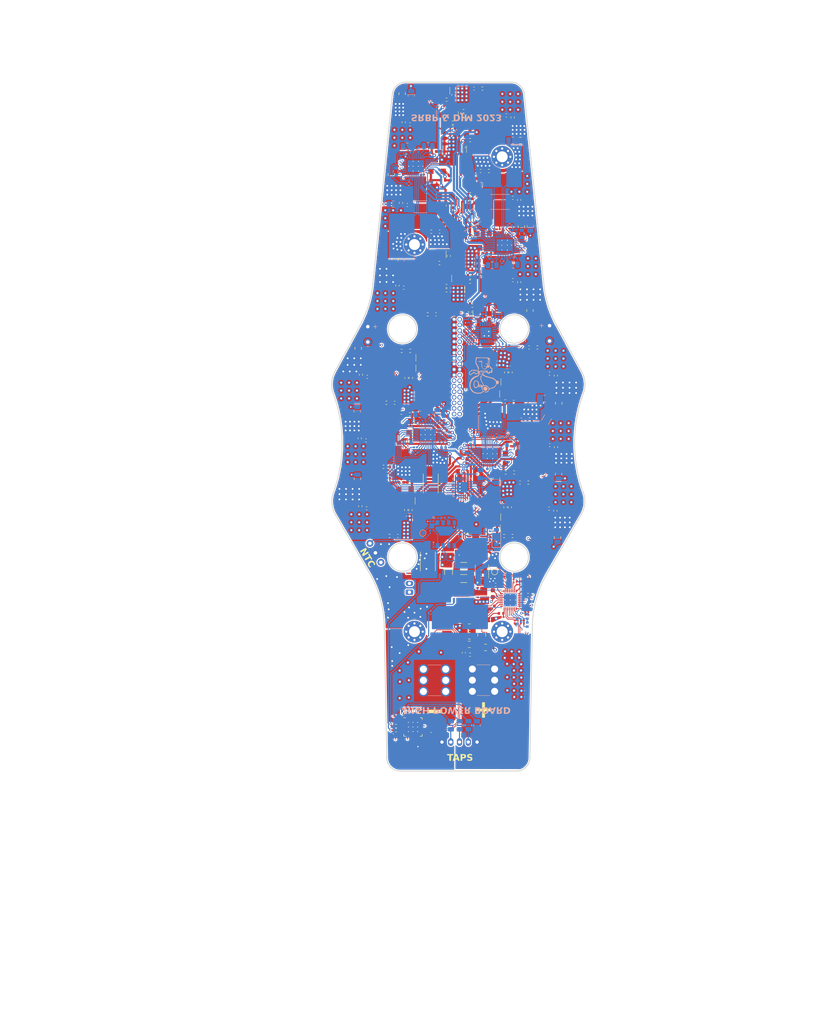
<source format=kicad_pcb>
(kicad_pcb (version 20221018) (generator pcbnew)
  (layers (0 "F.Cu" signal) (1 "In1.Cu" signal) (2 "In2.Cu" signal) (31 "B.Cu" signal) (34 "B.Paste" user) (35 "F.Paste" user) (36 "B.SilkS" user "B.Silkscreen") (37 "F.SilkS" user "F.Silkscreen") (38 "B.Mask" user) (39 "F.Mask" user) (44 "Edge.Cuts" user))
  (net 0 "")
  (net 1 "Net-(U201-CP)")
  (net 2 "Net-(U201-IN)")
  (net 3 "GNDPWR")
  (net 4 "Net-(U201-BATTS)")
  (net 5 "Net-(U201-CELL3)")
  (net 6 "Net-(U201-CELL2)")
  (net 7 "Net-(U201-CELL1)")
  (net 8 "Net-(Q201-S)")
  (net 9 "Net-(Q201-G)")
  (net 10 "Net-(U201-REG2)")
  (net 11 "Net-(U201-REG3)")
  (net 12 "Net-(U201-PCKP)")
  (net 13 "/VBUS")
  (net 14 "+3V3")
  (net 15 "GND")
  (net 18 "Net-(C401-Pad1)")
  (net 19 "Net-(U401-COMP1)")
  (net 20 "Net-(C405-Pad1)")
  (net 21 "Net-(C407-Pad1)")
  (net 22 "Net-(U401-ACP)")
  (net 23 "Net-(U401-COMP2)")
  (net 24 "Net-(Q401-D)")
  (net 25 "Net-(U401-ACN)")
  (net 26 "/Power & Charging/Charge Controller/VDDA")
  (net 27 "Net-(U401-VBUS)")
  (net 28 "Net-(Q401-S)")
  (net 29 "Net-(U401-BTST1)")
  (net 30 "Net-(Q403-D)")
  (net 31 "Net-(U401-BTST2)")
  (net 32 "Net-(Q404-D)")
  (net 33 "/Power & Charging/Charge Controller/REGN")
  (net 34 "Net-(U401-IBAT)")
  (net 35 "Net-(Q405-D)")
  (net 36 "Net-(U401-IADPT)")
  (net 37 "Net-(C427-Pad2)")
  (net 38 "Net-(U501-ON)")
  (net 39 "/Power & Charging/Hotswap/BATT_RAW")
  (net 40 "Net-(U501-TIMER)")
  (net 41 "Net-(C504-Pad1)")
  (net 42 "Net-(U701-AVDD)")
  (net 43 "Net-(U701-VREG)")
  (net 44 "Net-(U701-DVDD)")
  (net 45 "+BATT")
  (net 46 "Net-(U701-GVDD)")
  (net 47 "Net-(U701-CPH)")
  (net 48 "Net-(U701-CPL)")
  (net 49 "Net-(U701-BSTA)")
  (net 50 "Net-(J603-Pin_1)")
  (net 51 "Net-(U701-BSTB)")
  (net 52 "Net-(J602-Pin_1)")
  (net 53 "Net-(U701-BSTC)")
  (net 54 "Net-(J601-Pin_1)")
  (net 55 "Net-(C711-Pad1)")
  (net 56 "Net-(C712-Pad1)")
  (net 57 "Net-(Q702-S)")
  (net 58 "Net-(C715-Pad1)")
  (net 59 "Net-(C716-Pad1)")
  (net 60 "Net-(C719-Pad1)")
  (net 61 "Net-(C720-Pad1)")
  (net 62 "Net-(U801-AVDD)")
  (net 63 "Net-(U801-VREG)")
  (net 64 "Net-(U801-GVDD)")
  (net 65 "Net-(U801-CPH)")
  (net 66 "Net-(U801-CPL)")
  (net 67 "Net-(U801-BSTA)")
  (net 68 "Net-(J703-Pin_1)")
  (net 69 "Net-(U801-BSTB)")
  (net 70 "Net-(J702-Pin_1)")
  (net 71 "Net-(U801-BSTC)")
  (net 72 "Net-(J701-Pin_1)")
  (net 73 "Net-(C811-Pad1)")
  (net 74 "Net-(C812-Pad1)")
  (net 75 "Net-(Q802-S)")
  (net 76 "Net-(C815-Pad1)")
  (net 77 "Net-(C816-Pad1)")
  (net 78 "Net-(C819-Pad1)")
  (net 79 "Net-(C820-Pad1)")
  (net 80 "Net-(U901-AVDD)")
  (net 81 "Net-(U901-VREG)")
  (net 82 "Net-(U901-GVDD)")
  (net 83 "Net-(U901-CPH)")
  (net 84 "Net-(U901-CPL)")
  (net 85 "Net-(U901-BSTA)")
  (net 86 "Net-(J803-Pin_1)")
  (net 87 "Net-(U901-BSTB)")
  (net 88 "Net-(J802-Pin_1)")
  (net 89 "Net-(U901-BSTC)")
  (net 90 "Net-(J801-Pin_1)")
  (net 91 "Net-(C911-Pad1)")
  (net 92 "Net-(C912-Pad1)")
  (net 93 "Net-(Q902-S)")
  (net 94 "Net-(C915-Pad1)")
  (net 95 "Net-(C916-Pad1)")
  (net 96 "Net-(C919-Pad1)")
  (net 97 "Net-(C920-Pad1)")
  (net 98 "Net-(U1001-AVDD)")
  (net 99 "Net-(U1001-VREG)")
  (net 100 "Net-(U1001-GVDD)")
  (net 101 "Net-(U1001-CPH)")
  (net 102 "Net-(U1001-CPL)")
  (net 103 "Net-(U1001-BSTA)")
  (net 104 "Net-(J903-Pin_1)")
  (net 105 "Net-(U1001-BSTB)")
  (net 106 "Net-(J902-Pin_1)")
  (net 107 "Net-(U1001-BSTC)")
  (net 108 "Net-(J901-Pin_1)")
  (net 109 "Net-(C1011-Pad1)")
  (net 110 "Net-(C1012-Pad1)")
  (net 111 "Net-(Q1002-S)")
  (net 112 "Net-(C1015-Pad1)")
  (net 113 "Net-(C1016-Pad1)")
  (net 114 "Net-(C1019-Pad1)")
  (net 115 "Net-(C1020-Pad1)")
  (net 116 "Net-(D501-K)")
  (net 117 "Net-(D501-A)")
  (net 118 "Net-(D502-K)")
  (net 119 "/Power & Charging/Hotswap/BATT_GOOD")
  (net 120 "Net-(D701-K)")
  (net 121 "Net-(D701-A)")
  (net 122 "Net-(D702-K)")
  (net 123 "Net-(D702-A)")
  (net 124 "Net-(D704-K)")
  (net 125 "Net-(D704-A)")
  (net 126 "Net-(D705-K)")
  (net 127 "Net-(D705-A)")
  (net 128 "Net-(D703-K)")
  (net 129 "Net-(D703-A)")
  (net 130 "Net-(D706-K)")
  (net 131 "Net-(D706-A)")
  (net 132 "Net-(D801-K)")
  (net 133 "Net-(D801-A)")
  (net 134 "Net-(D802-K)")
  (net 135 "Net-(D802-A)")
  (net 136 "Net-(D804-K)")
  (net 137 "Net-(D804-A)")
  (net 138 "Net-(D805-K)")
  (net 139 "Net-(D805-A)")
  (net 140 "Net-(D803-K)")
  (net 141 "Net-(D803-A)")
  (net 142 "Net-(D806-K)")
  (net 143 "Net-(D806-A)")
  (net 144 "Net-(D901-K)")
  (net 145 "Net-(D901-A)")
  (net 146 "Net-(D902-K)")
  (net 147 "Net-(D902-A)")
  (net 148 "Net-(D904-K)")
  (net 149 "Net-(D904-A)")
  (net 150 "Net-(D905-K)")
  (net 151 "Net-(D905-A)")
  (net 152 "Net-(D903-K)")
  (net 153 "Net-(D903-A)")
  (net 154 "Net-(D906-K)")
  (net 155 "Net-(D906-A)")
  (net 156 "Net-(D1001-K)")
  (net 157 "Net-(D1001-A)")
  (net 158 "Net-(D1002-K)")
  (net 159 "Net-(D1002-A)")
  (net 160 "Net-(D1004-K)")
  (net 161 "Net-(D1004-A)")
  (net 162 "Net-(D1005-K)")
  (net 163 "Net-(D1005-A)")
  (net 164 "Net-(D1003-K)")
  (net 165 "Net-(D1003-A)")
  (net 166 "Net-(D1006-K)")
  (net 167 "Net-(D1006-A)")
  (net 168 "/Power & Charging/BMS/CELL4")
  (net 169 "/Power & Charging/BMS/CELL3")
  (net 170 "/Power & Charging/BMS/CELL2")
  (net 171 "/Power & Charging/BMS/CELL1")
  (net 172 "Net-(J204-Pin_1)")
  (net 173 "Net-(Q201-D)")
  (net 174 "Net-(Q202-G)")
  (net 175 "Net-(Q401-G)")
  (net 176 "Net-(Q402-G)")
  (net 177 "Net-(Q403-G)")
  (net 178 "Net-(Q404-G)")
  (net 179 "Net-(Q405-G)")
  (net 180 "/Power & Charging/Hotswap/SENSE")
  (net 181 "Net-(U201-PFAIL)")
  (net 182 "Net-(U201-CHG)")
  (net 183 "Net-(U201-DIS)")
  (net 184 "Net-(U201-AOLDO)")
  (net 185 "/MTR_RL_SPD_CONN")
  (net 186 "/Power & Charging/Charge Controller/ILIM_HIZ")
  (net 187 "/Power & Charging/~{CC_PROCHOT}")
  (net 188 "/Power & Charging/CC_CHRG_OK")
  (net 189 "Net-(U401-EN_OTG)")
  (net 190 "Net-(U401-CMPIN)")
  (net 191 "Net-(U401-CMPOUT)")
  (net 192 "Net-(U401-PSYS)")
  (net 193 "Net-(U401-CELL_BATPRESZ)")
  (net 194 "Net-(U401-SRP)")
  (net 195 "Net-(U401-SRN)")
  (net 196 "Net-(SW501-C)")
  (net 197 "Net-(U501-FB)")
  (net 198 "/MTR_FL_CS")
  (net 199 "/MTR_FL_SPEED")
  (net 200 "/Motors/~{MTR_TMP_OS}")
  (net 201 "/Motors/ESC_FL/nFAULT")
  (net 202 "/Motors/ESC_FL/FG")
  (net 203 "/Motors/ESC_FL/BRAKE")
  (net 204 "/Motors/ESC_FL/DRVOFF")
  (net 205 "/Motors/ESC_FL/DIR")
  (net 206 "Net-(U701-SDA)")
  (net 207 "Net-(U701-GLC)")
  (net 208 "Net-(U701-GHC)")
  (net 209 "Net-(U701-GLB)")
  (net 210 "Net-(U701-GHB)")
  (net 211 "Net-(U701-GLA)")
  (net 212 "Net-(U701-GHA)")
  (net 213 "/Motors/ESC_FR/nFAULT")
  (net 214 "/Motors/ESC_FR/FG")
  (net 215 "/Motors/ESC_FR/BRAKE")
  (net 216 "/Motors/ESC_FR/DRVOFF")
  (net 217 "/Motors/ESC_FR/DIR")
  (net 218 "Net-(U801-SDA)")
  (net 219 "Net-(U801-GLC)")
  (net 220 "Net-(U801-GHC)")
  (net 221 "Net-(U801-GLB)")
  (net 222 "Net-(U801-GHB)")
  (net 223 "Net-(U801-GLA)")
  (net 224 "Net-(U801-GHA)")
  (net 225 "/Motors/ESC_RL_nFAULT")
  (net 226 "/Motors/ESC_RL/FG")
  (net 227 "/Motors/ESC_RL_BRAKE")
  (net 228 "/Motors/ESC_RL_DRVOFF")
  (net 229 "/Motors/ESC_RL_DIR")
  (net 230 "Net-(U901-SDA)")
  (net 231 "Net-(U901-GLC)")
  (net 232 "Net-(U901-GHC)")
  (net 233 "Net-(U901-GLB)")
  (net 234 "Net-(U901-GHB)")
  (net 235 "Net-(U901-GLA)")
  (net 236 "Net-(U901-GHA)")
  (net 237 "/Motors/ESC_RR/nFAULT")
  (net 238 "/Motors/ESC_RR/FG")
  (net 239 "/Motors/ESC_RR/BRAKE")
  (net 240 "/Motors/ESC_RR/DRVOFF")
  (net 241 "/Motors/ESC_RR/DIR")
  (net 242 "Net-(U1001-SDA)")
  (net 243 "Net-(U1001-GLC)")
  (net 244 "Net-(U1001-GHC)")
  (net 245 "Net-(U1001-GLB)")
  (net 246 "Net-(U1001-GHB)")
  (net 247 "Net-(U1001-GLA)")
  (net 248 "Net-(U1001-GHA)")
  (net 249 "/SDA")
  (net 250 "/SCL")
  (net 252 "/Power & Charging/BMS_ALRT")
  (net 253 "/~{MTR_IOX_RST}")
  (net 257 "/~{MTR_IOX_INT}")
  (net 258 "/Motors/ESC_FL/EXT_CLK")
  (net 259 "/MTR_FR_SPEED")
  (net 261 "/MTR_FR_CS")
  (net 262 "/Motors/ESC_FR/EXT_CLK")
  (net 263 "/~{PWR_IOX_RST}")
  (net 265 "/MTR_RL_CS_CONN")
  (net 266 "/Motors/ESC_RL/EXT_CLK")
  (net 268 "/~{PWR_IOX_INT}")
  (net 269 "/Motors/ESC_RR/EXT_CLK")
  (net 270 "/MTR_RR_CS")
  (net 273 "Net-(Q101-G)")
  (net 274 "/MTR_RR_SPEED")
  (net 285 "Net-(U801-DVDD)")
  (net 286 "Net-(U901-DVDD)")
  (net 287 "Net-(U1001-DVDD)")
  (footprint "capstone:SOD123W" (layer "F.Cu") (at 54.0605 74.275)
    (fp_text reference "D806" hide)
    (fp_text value "PMEG4030ER,115")
  )
  (footprint "capstone:SOD123W" (layer "F.Cu") (at 44.5875 66.22 180)
    (fp_text reference "D701" hide)
    (fp_text value "PMEG4030ER,115")
  )
  (footprint "capstone:SOD123W" (layer "F.Cu") (at 36.438 86.695 180)
    (fp_text reference "D905" hide)
    (fp_text value "PMEG4030ER,115")
  )
  (footprint "capstone:SOD123W" (layer "F.Cu") (at 52.178 68.695)
    (fp_text reference "D805" hide)
    (fp_text value "PMEG4030ER,115")
  )
  (footprint "Resistor_SMD:R_0201_0603Metric" (layer "F.Cu") (at 62.41 135.67 90)
    (fp_text reference "R418" hide)
    (fp_text value "300k")
  )
  (footprint "Resistor_SMD:R_0201_0603Metric" (layer "F.Cu") (at 38.84 171.98 90)
    (fp_text reference "R206" hide)
    (fp_text value "1k")
  )
  (footprint "Resistor_SMD:R_0402_1005Metric" (layer "F.Cu") (at 51.128 73.865 90)
    (fp_text reference "R825" hide)
    (fp_text value "15")
  )
  (footprint "capstone:SOD123W" (layer "F.Cu") (at 52.5705 36.735)
    (fp_text reference "D802" hide)
    (fp_text value "PMEG4030ER,115")
  )
  (footprint "MountingHole:MountingHole_2.5mm_Pad_Via" (layer "F.Cu") (at 38.408618 58.479406)
    (fp_text reference "H101" hide)
    (fp_text value "MountingHole")
  )
  (footprint "Resistor_SMD:R_0402_1005Metric" (layer "F.Cu") (at 55.388 60.465 180)
    (fp_text reference "R832" hide)
    (fp_text value "1.50")
  )
  (footprint "Resistor_SMD:R_0402_1005Metric" (layer "F.Cu") (at 45.71 67.93)
    (fp_text reference "R708" hide)
    (fp_text value "15")
  )
  (footprint "capstone:MotorPad" (layer "F.Cu") (at 71.7645 100.985)
    (fp_text reference "J902" hide)
    (fp_text value "B")
  )
  (footprint "Resistor_SMD:R_0201_0603Metric" (layer "F.Cu") (at 64.04 140.78)
    (fp_text reference "R416" hide)
    (fp_text value "30k")
  )
  (footprint "Resistor_SMD:R_1206_3216Metric" (layer "F.Cu") (at 46.18 132.9975 -90)
    (fp_text reference "R424" hide)
    (fp_text value "0R")
  )
  (footprint "Resistor_SMD:R_0402_1005Metric" (layer "F.Cu") (at 35.332 48.995 -90)
    (fp_text reference "R726" hide)
    (fp_text value "1.50")
  )
  (footprint "Capacitor_SMD:C_0201_0603Metric" (layer "F.Cu") (at 41.44 169.71)
    (fp_text reference "C209" hide)
    (fp_text value "0.47uF")
  )
  (footprint "Capacitor_SMD:C_0402_1005Metric" (layer "F.Cu") (at 51.998 22.935 180)
    (fp_text reference "C812" hide)
    (fp_text value "3900p")
  )
  (footprint "Resistor_SMD:R_0402_1005Metric" (layer "F.Cu") (at 36.515 119 -90)
    (fp_text reference "R910" hide)
    (fp_text value "15")
  )
  (footprint "capstone:SOD123W" (layer "F.Cu") (at 60.14 92.53)
    (fp_text reference "D1002" hide)
    (fp_text value "PMEG4030ER,115")
  )
  (footprint "capstone:SOD123W" (layer "F.Cu") (at 43.32 60.74 180)
    (fp_text reference "D702" hide)
    (fp_text value "PMEG4030ER,115")
  )
  (footprint "Resistor_SMD:R_0402_1005Metric" (layer "F.Cu") (at 64.32 138.37)
    (fp_text reference "R414" hide)
    (fp_text value "0R")
  )
  (footprint "Capacitor_SMD:C_0402_1005Metric" (layer "F.Cu") (at 60.848 66.595 180)
    (fp_text reference "C819" hide)
    (fp_text value "3900p")
  )
  (footprint "capstone:MotorPad" (layer "F.Cu") (at 60.24 25.95)
    (fp_text reference "J701" hide)
    (fp_text value "C")
  )
  (footprint "capstone:MotorPad" (layer "F.Cu") (at 72.3745 115.415)
    (fp_text reference "J903" hide)
    (fp_text value "A")
  )
  (footprint "Resistor_SMD:R_2512_6332Metric" (layer "F.Cu") (at 41.45 130.7175 90)
    (fp_text reference "R104" hide)
    (fp_text value "0")
  )
  (footprint "Capacitor_SMD:C_0201_0603Metric" (layer "F.Cu") (at 59.26 134.11)
    (fp_text reference "C425" hide)
    (fp_text value "0.1uF")
  )
  (footprint "Capacitor_SMD:C_0805_2012Metric" (layer "F.Cu") (at 71.27 110.83 90)
    (fp_text reference "C1018" hide)
    (fp_text value "4.7u")
  )
  (footprint "capstone:NTMFS5C426NT1G" (layer "F.Cu") (at 58.96 70.16 -90)
    (fp_text reference "Q805" hide)
    (fp_text value "NTMFS5C426NT1G")
  )
  (footprint "Resistor_SMD:R_0402_1005Metric" (layer "F.Cu") (at 47.3 24.36 -90)
    (fp_text reference "R725" hide)
    (fp_text value "15")
  )
  (footprint "capstone:SOD123W" (layer "F.Cu") (at 60.557 106.135)
    (fp_text reference "D1003" hide)
    (fp_text value "PMEG4030ER,115")
  )
  (footprint "Resistor_SMD:R_0201_0603Metric" (layer "F.Cu") (at 43.482 44.165 90)
    (fp_text reference "R720" hide)
    (fp_text value "10k")
  )
  (footprint "Capacitor_SMD:C_0201_0603Metric" (layer "F.Cu") (at 40.01 164.22)
    (fp_text reference "C206" hide)
    (fp_text value "0.01uF")
  )
  (footprint "Resistor_SMD:R_0201_0603Metric" (layer "F.Cu") (at 36.405 120.7 90)
    (fp_text reference "R912" hide)
    (fp_text value "10k")
  )
  (footprint "Resistor_SMD:R_0402_1005Metric" (layer "F.Cu") (at 37.315 112.68 180)
    (fp_text reference "R909" hide)
    (fp_text value "15")
  )
  (footprint "Capacitor_SMD:C_0805_2012Metric" (layer "F.Cu") (at 71.3 94.65 90)
    (fp_text reference "C1014" hide)
    (fp_text value "4.7u")
  )
  (footprint "Resistor_SMD:R_0402_1005Metric" (layer "F.Cu") (at 49.59 29.08 180)
    (fp_text reference "R808" hide)
    (fp_text value "15")
  )
  (footprint "Resistor_SMD:R_0402_1005Metric" (layer "F.Cu") (at 51.098 66.945 180)
    (fp_text reference "R822" hide)
    (fp_text value "15")
  )
  (footprint "Resistor_SMD:R_0402_1005Metric" (layer "F.Cu") (at 61.0245 94.35 180)
    (fp_text reference "R1011" hide)
    (fp_text value "15")
  )
  (footprint "Capacitor_SMD:C_0402_1005Metric" (layer "F.Cu") (at 64.54 81.94 180)
    (fp_text reference "C1012" hide)
    (fp_text value "3900p")
  )
  (footprint "Resistor_SMD:R_0402_1005Metric" (layer "F.Cu") (at 37.57 103.39 -90)
    (fp_text reference "R914" hide)
    (fp_text value "15")
  )
  (footprint "Capacitor_SMD:C_0201_0603Metric" (layer "F.Cu") (at 64.52 135.67 90)
    (fp_text reference "C403" hide)
    (fp_text value "33pF")
  )
  (footprint "Resistor_SMD:R_0402_1005Metric" (layer "F.Cu") (at 35.948 30.605 -90)
    (fp_text reference "R731" hide)
    (fp_text value "1.50")
  )
  (footprint "Capacitor_SMD:C_0201_0603Metric" (layer "F.Cu") (at 55.78 143.61)
    (fp_text reference "C411" hide)
    (fp_text value "1nF")
  )
  (footprint "Capacitor_SMD:C_0805_2012Metric" (layer "F.Cu") (at 33.12 42.53 -90)
    (fp_text reference "C718" hide)
    (fp_text value "4.7u")
  )
  (footprint "capstone:NTMFS5C426NT1G" (layer "F.Cu") (at 55.008 26.505 -90)
    (fp_text reference "Q802" hide)
    (fp_text value "NTMFS5C426NT1G")
  )
  (footprint "Capacitor_SMD:C_0201_0603Metric" (layer "F.Cu") (at 40.38 61.46 180)
    (fp_text reference "C713" hide)
    (fp_text value "0.01u")
  )
  (footprint "Resistor_SMD:R_0201_0603Metric" (layer "F.Cu") (at 42.67 63.02 90)
    (fp_text reference "R713" hide)
    (fp_text value "10k")
  )
  (footprint "Resistor_SMD:R_0201_0603Metric" (layer "F.Cu") (at 51.62 45.76 -90)
    (fp_text reference "R821" hide)
    (fp_text value "10k")
  )
  (footprint "capstone:MotorPad" (layer "F.Cu") (at 24.98 106.27)
    (fp_text reference "J802" hide)
    (fp_text value "B")
  )
  (footprint "Capacitor_SMD:C_0603_1608Metric" (layer "F.Cu") (at 56.27 138.06 90)
    (fp_text reference "C419" hide)
    (fp_text value "3.3uF")
  )
  (footprint "capstone:SOD123W" (layer "F.Cu") (at 50.27 31.9 -90)
    (fp_text reference "D801" hide)
    (fp_text value "PMEG4030ER,115")
  )
  (footprint "Resistor_SMD:R_0402_1005Metric" (layer "F.Cu") (at 58.8355 124.935)
    (fp_text reference "R1025" hide)
    (fp_text value "15")
  )
  (footprint "Capacitor_SMD:C_0402_1005Metric" (layer "F.Cu") (at 53.488 60.475 180)
    (fp_text reference "C820" hide)
    (fp_text value "3900p")
  )
  (footprint "Capacitor_SMD:C_0805_2012Metric" (layer "F.Cu") (at 25.35 96.46 -90)
    (fp_text reference "C918" hide)
    (fp_text value "4.7u")
  )
  (footprint "capstone:MotorPad" (layer "F.Cu") (at 70.5845 84.475)
    (fp_text reference "J901" hide)
    (fp_text value "C")
  )
  (footprint "Capacitor_SMD:C_0201_0603Metric" (layer "F.Cu") (at 64.87 134.62 180)
    (fp_text reference "C405" hide)
    (fp_text value "1800pF")
  )
  (footprint "capstone:MotorPad" (layer "F.Cu") (at 62.32 44.65)
    (fp_text reference "J702" hide)
    (fp_text value "B")
  )
  (footprint "capstone:NTMFS5C426NT1G" (layer "F.Cu") (at 56.49 45.3 -90)
    (fp_text reference "Q804" hide)
    (fp_text value "NTMFS5C426NT1G")
  )
  (footprint "Capacitor_SMD:C_0805_2012Metric" (layer "F.Cu") (at 71.03 125.31 90)
    (fp_text reference "C1022" hide)
    (fp_text value "4.7u")
  )
  (footprint "capstone:NTMFS5C426NT1G" (layer "F.Cu") (at 29.38 114.985 90)
    (fp_text reference "Q901" hide)
    (fp_text value "NTMFS5C426NT1G")
  )
  (footprint "Capacitor_SMD:C_0805_2012Metric" (layer "F.Cu") (at 54.6 150.32)
    (fp_text reference "C402" hide)
    (fp_text value "10uF")
  )
  (footprint "capstone:DMP3013SFV7" (layer "F.Cu") (at 53.795 134.5825)
    (fp_text reference "Q405" hide)
    (fp_text value "DMP3013SFV" hide)
  )
  (footprint "Resistor_SMD:R_0201_0603Metric" (layer "F.Cu") (at 48.07 115.67 180)
    (fp_text reference "R410" hide)
    (fp_text value "10k")
  )
  (footprint "capstone:NTMFS5C426NT1G" (layer "F.Cu") (at 38.66 45.9 90)
    (fp_text reference "Q703" hide)
    (fp_text value "NTMFS5C426NT1G")
  )
  (footprint "Resistor_SMD:R_0402_1005Metric" (layer "F.Cu") (at 49.59 28.08 180)
    (fp_text reference "R810" hide)
    (fp_text value "15")
  )
  (footprint "Resistor_SMD:R_0402_1005Metric" (layer "F.Cu") (at 46.02 49.61 90)
    (fp_text reference "R715" hide)
    (fp_text value "15")
  )
  (footprint "capstone:NTMFS5C426NT1G" (layer "F.Cu") (at 37.848 64.755 90)
    (fp_text reference "Q701" hide)
    (fp_text value "NTMFS5C426NT1G")
  )
  (footprint "Capacitor_SMD:C_0402_1005Metric" (layer "F.Cu") (at 44.74 37.27)
    (fp_text reference "C720" hide)
    (fp_text value "3900p")
  )
  (footprint "Resistor_SMD:R_0201_0603Metric" (layer "F.Cu") (at 55.33 125.82)
    (fp_text reference "R603" hide)
    (fp_text value "10k")
  )
  (footprint "Capacitor_SMD:C_0402_1005Metric" (layer "F.Cu") (at 49.68 151.52 90)
    (fp_text reference "C401" hide)
    (fp_text value "1uF")
  )
  (footprint "Resistor_SMD:R_0201_0603Metric" (layer "F.Cu") (at 61.96 144.495 90)
    (fp_text reference "R406" hide)
    (fp_text value "4.99R")
  )
  (footprint "capstone:MotorPad" (layer "F.Cu") (at 23.49 91.77)
    (fp_text reference "J803" hide)
    (fp_text value "A")
  )
  (footprint "Resistor_SMD:R_0402_1005Metric" (layer "F.Cu") (at 51.588 72.405 180)
    (fp_text reference "R828" hide)
    (fp_text value "15")
  )
  (footprint "Resistor_SMD:R_0201_0603Metric" (layer "F.Cu") (at 54.138 71.895 -90)
    (fp_text reference "R829" hide)
    (fp_text value "10k")
  )
  (footprint "Capacitor_SMD:C_0402_1005Metric" (layer "F.Cu") (at 44.142 55.535)
    (fp_text reference "C716" hide)
    (fp_text value "3900p")
  )
  (footprint "Capacitor_SMD:C_0201_0603Metric" (layer "F.Cu") (at 55.33 125.06)
    (fp_text reference "C602" hide)
    (fp_text value "100n")
  )
  (footprint "MountingHole:MountingHole_2.5mm_Pad_Via" (layer "F.Cu") (at 58.408618 38.479406)
    (fp_text reference "H102" hide)
    (fp_text value "MountingHole")
  )
  (footprint "Capacitor_SMD:C_0201_0603Metric" (layer "F.Cu") (at 34.06 167.05 -90)
    (fp_text reference "C202" hide)
    (fp_text value "0.1uF")
  )
  (footprint "Resistor_SMD:R_0402_1005Metric" (layer "F.Cu") (at 64.367 112.745 180)
    (fp_text reference "R1032" hide)
    (fp_text value "1.50")
  )
  (footprint "Capacitor_SMD:C_0201_0603Metric" (layer "F.Cu") (at 35.805 164.22)
    (fp_text reference "C203" hide)
    (fp_text value "0.01uF")
  )
  (footprint "Resistor_SMD:R_0201_0603Metric" (layer "F.Cu") (at 50.1 26.845 -90)
    (fp_text reference "R812" hide)
    (fp_text value "10k")
  )
  (footprint "capstone:MotorPad" (layer "F.Cu") (at 33.54 52.48)
    (fp_text reference "J602" hide)
    (fp_text value "B")
  )
  (footprint "Resistor_SMD:R_0201_0603Metric" (layer "F.Cu") (at 32.51 111.68)
    (fp_text reference "R913" hide)
    (fp_text value "10k")
  )
  (footprint "Resistor_SMD:R_0402_1005Metric" (layer "F.Cu") (at 47.14 30.71)
    (fp_text reference "R722" hide)
    (fp_text value "15")
  )
  (footprint "Resistor_SMD:R_0402_1005Metric" (layer "F.Cu") (at 61.1445 110.435 180)
    (fp_text reference "R1019" hide)
    (fp_text value "15")
  )
  (footprint "Capacitor_SMD:C_0402_1005Metric" (layer "F.Cu") (at 69.082 118.68 180)
    (fp_text reference "C1019" hide)
    (fp_text value "3900p")
  )
  (footprint "Resistor_SMD:R_0402_1005Metric" (layer "F.Cu") (at 66.435 81.945 180)
    (fp_text reference "R1018" hide)
    (fp_text value "1.50")
  )
  (footprint "Capacitor_SMD:C_0402_1005Metric" (layer "F.Cu") (at 27.638 88.63)
    (fp_text reference "C919" hide)
    (fp_text value "3900p")
  )
  (footprint "Capacitor_SMD:C_0201_0603Metric" (layer "F.Cu") (at 57.53 55.01)
    (fp_text reference "C817" hide)
    (fp_text value "0.01u")
  )
  (footprint "capstone:SOD123W" (layer "F.Cu") (at 51.75 49.79)
    (fp_text reference "D803" hide)
    (fp_text value "PMEG4030ER,115")
  )
  (footprint "Resistor_SMD:R_0201_0603Metric" (layer "F.Cu") (at 60.4345 85.93 -90)
    (fp_text reference "R1012" hide)
    (fp_text value "10k")
  )
  (footprint "capstone:MotorPad" (layer "F.Cu") (at 35.64 34.14)
    (fp_text reference "J603" hide)
    (fp_text value "A")
  )
  (footprint "Resistor_SMD:R_0402_1005Metric" (layer "F.Cu") (at 51.11 47.02 180)
    (fp_text reference "R815" hide)
    (fp_text value "15")
  )
  (footprint "Resistor_SMD:R_0201_0603Metric" (layer "F.Cu") (at 52.648 34.355 -90)
    (fp_text reference "R813" hide)
    (fp_text value "10k")
  )
  (footprint "Capacitor_SMD:C_0201_0603Metric" (layer "F.Cu") (at 63.11 135.67 90)
    (fp_text reference "C410" hide)
    (fp_text value "15pF")
  )
  (footprint "Resistor_SMD:R_0402_1005Metric" (layer "F.Cu") (at 46.37 43.33 -90)
    (fp_text reference "R716" hide)
    (fp_text value "15")
  )
  (footprint "Capacitor_SMD:C_0402_1005Metric" (layer "F.Cu") (at 35.96 68.32)
    (fp_text reference "C711" hide)
    (fp_text value "3900p")
  )
  (footprint "Resistor_SMD:R_0402_1005Metric" (layer "F.Cu") (at 34.52 67.85 -90)
    (fp_text reference "R717" hide)
    (fp_text value "1.50")
  )
  (footprint "Capacitor_SMD:C_0201_0603Metric" (layer "F.Cu") (at 63.9345 95.035)
    (fp_text reference "C1013" hide)
    (fp_text value "0.01u")
  )
  (footprint "Resistor_SMD:R_0402_1005Metric" (layer "F.Cu") (at 36.608 88.885 -90)
    (fp_text reference "R923" hide)
    (fp_text value "15")
  )
  (footprint "Resistor_SMD:R_0402_1005Metric" (layer "F.Cu") (at 59.4545 103.975 90)
    (fp_text reference "R1014" hide)
    (fp_text value "15")
  )
  (footprint "Resistor_SMD:R_0201_0603Metric" (layer "F.Cu") (at 60.38 102.26 -90)
    (fp_text reference "R1021" hide)
    (fp_text value "10k")
  )
  (footprint "Capacitor_SMD:C_0201_0603Metric" (layer "F.Cu") (at 63.37 144.495 -90)
    (fp_text reference "C409" hide)
    (fp_text value "33nF")
  )
  (footprint "Resistor_SMD:R_0201_0603Metric" (layer "F.Cu") (at 45.2 70.17 90)
    (fp_text reference "R712" hide)
    (fp_text value "10k")
  )
  (footprint "Resistor_SMD:R_0402_1005Metric" (layer "F.Cu") (at 58.17 142.56)
    (fp_text reference "R411" hide)
    (fp_text value "1R")
  )
  (footprint "Capacitor_SMD:C_0402_1005Metric" (layer "F.Cu") (at 60.84 47.85 180)
    (fp_text reference "C815" hide)
    (fp_text value "3900p")
  )
  (footprint "Capacitor_SMD:C_0201_0603Metric" (layer "F.Cu") (at 29.848 81.395 180)
    (fp_text reference "C921" hide)
    (fp_text value "0.01u")
  )
  (footprint "Resistor_SMD:R_0201_0603Metric" (layer "F.Cu") (at 47.46 113.24 180)
    (fp_text reference "R904" hide)
    (fp_text value "10k")
  )
  (footprint "Capacitor_SMD:C_0201_0603Metric" (layer "F.Cu") (at 55.77 144.36)
    (fp_text reference "C414" hide)
    (fp_text value "10nF")
  )
  (footprint "Resistor_SMD:R_0402_1005Metric" (layer "F.Cu") (at 35.395 112.68)
    (fp_text reference "R911" hide)
    (fp_text value "15")
  )
  (footprint "Resistor_SMD:R_0402_1005Metric" (layer "F.Cu") (at 64.6745 98.375 180)
    (fp_text reference "R1027" hide)
    (fp_text value "1.50")
  )
  (footprint "Resistor_SMD:R_0201_0603Metric" (layer "F.Cu") (at 47.46 114.05 180)
    (fp_text reference "R903" hide)
    (fp_text value "10k")
  )
  (footprint "Resistor_SMD:R_0402_1005Metric" (layer "F.Cu") (at 37.408 82.71 180)
    (fp_text reference "R925" hide)
    (fp_text value "15")
  )
  (footprint "Resistor_SMD:R_0402_1005Metric" (layer "F.Cu") (at 47.14 31.71)
    (fp_text reference "R723" hide)
    (fp_text value "15")
  )
  (footprint "Capacitor_SMD:C_0201_0603Metric" (layer "F.Cu") (at 64.04 141.48)
    (fp_text reference "C422" hide)
    (fp_text value "100pF")
  )
  (footprint "Capacitor_SMD:C_0805_2012Metric" (layer "F.Cu") (at 34.01 61.76 -90)
    (fp_text reference "C714" hide)
    (fp_text value "4.7u")
  )
  (footprint "Resistor_SMD:R_0402_1005Metric" (layer "F.Cu") (at 35.488 82.71)
    (fp_text reference "R928" hide)
    (fp_text value "15")
  )
  (footprint "Resistor_SMD:R_0402_1005Metric" (layer "F.Cu") (at 53.898 22.925 180)
    (fp_text reference "R818" hide)
    (fp_text value "1.50")
  )
  (footprint "Resistor_SMD:R_0402_1005Metric" (layer "F.Cu") (at 34.19 169.19)
    (fp_text reference "R209" hide)
    (fp_text value "100R")
  )
  (footprint "capstone:NTMFS5C426NT1G" (layer "F.Cu") (at 29.518 85.015 90)
    (fp_text reference "Q905" hide)
    (fp_text value "NTMFS5C426NT1G")
  )
  (footprint "capstone:NTMFS5C426NT1G" (layer "F.Cu") (at 65.4445 101.845 -90)
    (fp_text reference "Q1004" hide)
    (fp_text value "NTMFS5C426NT1G")
  )
  (footprint "Resistor_SMD:R_0402_1005Metric" (layer "F.Cu") (at 37.598 88.885 -90)
    (fp_text reference "R922" hide)
    (fp_text value "15")
  )
  (footprint "Capacitor_SMD:C_0603_1608Metric" (layer "F.Cu") (at 48.09 129.24 90)
    (fp_text reference "C429" hide)
    (fp_text value "10uF")
  )
  (footprint "capstone:SOD123W" (layer "F.Cu") (at 36.2475 116.9 180)
    (fp_text reference "D901" hide)
    (fp_text value "PMEG4030ER,115")
  )
  (footprint "Resistor_SMD:R_0402_1005Metric" (layer "F.Cu") (at 49.638 36.325 90)
    (fp_text reference "R809" hide)
    (fp_text value "15")
  )
  (footprint "Resistor_SMD:R_0402_1005Metric" (layer "F.Cu") (at 26.198 88.16 -90)
    (fp_text reference "R931" hide)
    (fp_text value "1.50")
  )
  (footprint "Resistor_SMD:R_0402_1005Metric" (layer "F.Cu") (at 59.3145 87.625 90)
    (fp_text reference "R1008" hide)
    (fp_text value "15")
  )
  (footprint "capstone:NTMFS5C426NT1G" (layer "F.Cu") (at 39.276 27.51 90)
    (fp_text reference "Q705" hide)
    (fp_text value "NTMFS5C426NT1G")
  )
  (footprint "capstone:SOD123W" (layer "F.Cu") (at 35.75 101.31 180)
    (fp_text reference "D903" hide)
    (fp_text value "PMEG4030ER,115")
  )
  (footprint "capstone:MotorPad" (layer "F.Cu") (at 31.77 71.35 180)
    (fp_text reference "J601" hide)
    (fp_text value "C")
  )
  (footprint "Resistor_SMD:R_0402_1005Metric" (layer "F.Cu") (at 60.4545 103.975 90)
    (fp_text reference "R1015" hide)
    (fp_text value "15")
  )
  (footprint "Capacitor_SMD:C_0805_2012Metric" (layer "F.Cu") (at 25.568 82.125 -90)
    (fp_text reference "C922" hide)
    (fp_text value "4.7u")
  )
  (footprint "capstone:DMN3020UFDF-7" (layer "F.Cu") (at 53.81 141.5075 90)
    (fp_text reference "Q402" hide)
    (fp_text value "DMN3020UFDF-7")
  )
  (footprint "capstone:SOD123W" (layer "F.Cu") (at 60.5545 108.405)
    (fp_text reference "D1004" hide)
    (fp_text value "PMEG4030ER,115")
  )
  (footprint "capstone:LM75BTP,147" (layer "F.Cu") (at 52.37 125.81)
    (fp_text reference "U602" hide)
    (fp_text value "LM75BTP,147" hide)
  )
  (footprint "capstone:MotorPad" (layer "F.Cu") (at 25.802 121.79)
    (fp_text reference "J801" hide)
    (fp_text value "C")
  )
  (footprint "capstone:MotorPad" (layer "F.Cu") (at 64.28 63.45)
    (fp_text reference "J703" hide)
    (fp_text value "A")
  )
  (footprint "Resistor_SMD:R_0402_1005Metric" (layer "F.Cu") (at 70.522 119.15 90)
    (fp_text reference "R1031" hide)
    (fp_text value "1.50")
  )
  (footprint "Resistor_SMD:R_0402_1005Metric" (layer "F.Cu") (at 44.11 62.7)
    (fp_text reference "R711" hide)
    (fp_text value "15")
  )
  (footprint "Capacitor_SMD:C_0402_1005Metric" (layer "F.Cu") (at 27.5 118.6)
    (fp_text reference "C911" hide)
    (fp_text value "3900p")
  )
  (footprint "Capacitor_SMD:C_0402_1005Metric" (layer "F.Cu") (at 62.4745 112.745 180)
    (fp_text reference "C1020" hide)
    (fp_text value "3900p")
  )
  (footprint "Resistor_SMD:R_2512_6332Metric" (layer "F.Cu") (at 42.11 112.94 90)
    (fp_text reference "R103" hide)
    (fp_text value "0")
  )
  (footprint "Resistor_SMD:R_0402_1005Metric" (layer "F.Cu") (at 45.71 68.93)
    (fp_text reference "R710" hide)
    (fp_text value "15")
  )
  (footprint "Resistor_SMD:R_0402_1005Metric" (layer "F.Cu") (at 51.07 151.96 180)
    (fp_text reference "R401" hide)
    (fp_text value "2.2R")
  )
  (footprint "Resistor_SMD:R_0402_1005Metric" (layer "F.Cu") (at 51.12 34.69 180)
    (fp_text reference "R811" hide)
    (fp_text value "15")
  )
  (footprint "capstone:SOD123W" (layer "F.Cu") (at 45.49 47.34 180)
    (fp_text reference "D703" hide)
    (fp_text value "PMEG4030ER,115")
  )
  (footprint "Resistor_SMD:R_0201_0603Metric" (layer "F.Cu") (at 33.95 97.15 90)
    (fp_text reference "R920" hide)
    (fp_text value "10k")
  )
  (footprint "Resistor_SMD:R_0402_1005Metric" (layer "F.Cu") (at 45.72 25.46)
    (fp_text reference "R728" hide)
    (fp_text value "15")
  )
  (footprint "capstone:NTMFS5C426NT1G" (layer "F.Cu") (at 67.202 122.295 -90)
    (fp_text reference "Q1005" hide)
    (fp_text value "NTMFS5C426NT1G")
  )
  (footprint "Resistor_SMD:R_0201_0603Metric" (layer "F.Cu") (at 44.098 25.775 90)
    (fp_text reference "R729" hide)
    (fp_text value "10k")
  )
  (footprint "Capacitor_SMD:C_0402_1005Metric" (layer "F.Cu") (at 56.92 136.04)
    (fp_text reference "C417" hide)
    (fp_text value "47nF")
  )
  (footprint "Resistor_SMD:R_0402_1005Metric" (layer "F.Cu") (at 37.35 97.19 180)
    (fp_text reference "R916" hide)
    (fp_text value "15")
  )
  (footprint "capstone:SOD123W" (layer "F.Cu") (at 43.5595 41.785 180)
    (fp_text reference "D704" hide)
    (fp_text value "PMEG4030ER,115")
  )
  (footprint "Resistor_SMD:R_0201_0603Metric" (layer "F.Cu") (at 61.71 135.67 -90)
    (fp_text reference "R417" hide)
    (fp_text value "100k")
  )
  (footprint "Capacitor_SMD:C_0402_1005Metric" (layer "F.Cu") (at 56.28 141.22 45)
    (fp_text reference "C416" hide)
    (fp_text value "47nF")
  )
  (footprint "Resistor_SMD:R_0402_1005Metric" (layer "F.Cu") (at 70.692 104.67 90)
    (fp_text reference "R1026" hide)
    (fp_text value "1.50")
  )
  (footprint "Resistor_SMD:R_0201_0603Metric" (layer "F.Cu") (at 60.31 135.165 90)
    (fp_text reference "R420" hide)
    (fp_text value "10R")
  )
  (footprint "Resistor_SMD:R_0402_1005Metric" (layer "F.Cu") (at 41.43 74.4)
    (fp_text reference "R718" hide)
    (fp_text value "1.50")
  )
  (footprint "Resistor_SMD:R_0402_1005Metric" (layer "F.Cu") (at 32.73 124.905)
    (fp_text reference "R918" hide)
    (fp_text value "1.50")
  )
  (footprint "Resistor_SMD:R_0402_1005Metric" (layer "F.Cu") (at 25.92 102.665 -90)
    (fp_text reference "R926" hide)
    (fp_text value "1.50")
  )
  (footprint "Resistor_SMD:R_0201_0603Metric" (layer "F.Cu") (at 34.42 170.72)
    (fp_text reference "R211" hide)
    (fp_text value "1k")
  )
  (footprint "capstone:SOD123W" (layer "F.Cu") (at 36.1 98.815 180)
    (fp_text reference "D904" hide)
    (fp_text value "PMEG4030ER,115")
  )
  (footprint "Resistor_SMD:R_0402_1005Metric" (layer "F.Cu") (at 51.11 48.02 180)
    (fp_text reference "R814" hide)
    (fp_text value "15")
  )
  (footprint "Resistor_SMD:R_0201_0603Metric" (layer "F.Cu") (at 46.02 51.32 90)
    (fp_text reference "R721" hide)
    (fp_text value "10k")
  )
  (footprint "capstone:SOD123W" (layer "F.Cu") (at 36.24 114.28 180)
    (fp_text reference "D902" hide)
    (fp_text value "PMEG4030ER,115")
  )
  (footprint "Capacitor_SMD:C_0402_1005Metric" (layer "F.Cu") (at 43.33 74.39)
    (fp_text reference "C712" hide)
    (fp_text value "3900p")
  )
  (footprint "Capacitor_SMD:C_0201_0603Metric" (layer "F.Cu") (at 40.698 23.915 180)
    (fp_text reference "C721" hide)
    (fp_text value "0.01u")
  )
  (footprint "Resistor_SMD:R_0201_0603Metric" (layer "F.Cu") (at 46.18 116.05 -90)
    (fp_text reference "R905" hide)
    (fp_text value "10k")
  )
  (footprint "Resistor_SMD:R_0402_1005Metric" (layer "F.Cu") (at 59.1745 118.375 90)
    (fp_text reference "R1022" hide)
    (fp_text value "15")
  )
  (footprint "capstone:NTMFS5C426NT1G" (layer "F.Cu") (at 58.952 51.415 -90)
    (fp_text reference "Q803" hide)
    (fp_text value "NTMFS5C426NT1G")
  )
  (footprint "Resistor_SMD:R_0402_1005Metric" (layer "F.Cu") (at 44.89 43.84)
    (fp_text reference "R719" hide)
    (fp_text value "15")
  )
  (footprint "capstone:NTMFS5C426NT1G" (layer "F.Cu") (at 57.47 32.62 -90)
    (fp_text reference "Q801" hide)
    (fp_text value "NTMFS5C426NT1G")
  )
  (footprint "Resistor_SMD:R_1206_3216Metric" (layer "F.Cu") (at 53.75 147.06 90)
    (fp_text reference "R405" hide)
    (fp_text value "10m")
  )
  (footprint "Resistor_SMD:R_0402_1005Metric" (layer "F.Cu") (at 60.1745 118.375 90)
    (fp_text reference "R1023" hide)
    (fp_text value "15")
  )
  (footprint "Resistor_SMD:R_0201_0603Metric" (layer "F.Cu") (at 60.2945 116.695 -90)
    (fp_text reference "R1030" hide)
    (fp_text value "10k")
  )
  (footprint "Capacitor_SMD:C_0805_2012Metric" (layer "F.Cu") (at 35.6 24.1 -90)
    (fp_text reference "C722" hide)
    (fp_text value "4.7u")
  )
  (footprint "capstone:SOD123W" (layer "F.Cu") (at 44.1755 23.395 180)
    (fp_text reference "D706" hide)
    (fp_text value "PMEG4030ER,115")
  )
  (footprint "Resistor_SMD:R_0201_0603Metric" (layer "F.Cu") (at 62.237 124.83 -90)
    (fp_text reference "R1029" hide)
    (fp_text value "10k")
  )
  (footprint "Resistor_SMD:R_1206_3216Metric" (layer "F.Cu") (at 49.66 131.85 180)
    (fp_text reference "R421" hide)
    (fp_text value "10m")
  )
  (footprint "Capacitor_SMD:C_0402_1005Metric" (layer "F.Cu") (at 53.48 41.73 180)
    (fp_text reference "C816" hide)
    (fp_text value "3900p")
  )
  (footprint "Capacitor_SMD:C_0201_0603Metric" (layer "F.Cu") (at 38.61 164.22)
    (fp_text reference "C205" hide)
    (fp_text value "0.01uF")
  )
  (footprint "capstone:SOD123W" (layer "F.Cu") (at 46.0975 28.94 180)
    (fp_text reference "D705" hide)
    (fp_text value "PMEG4030ER,115")
  )
  (footprint "Resistor_SMD:R_0201_0603Metric" (layer "F.Cu") (at 64.04 142.18)
    (fp_text reference "R422" hide)
    (fp_text value "137k")
  )
  (footprint "Capacitor_SMD:C_0402_1005Metric" (layer "F.Cu") (at 34.625 124.91)
    (fp_text reference "C912" hide)
    (fp_text value "3900p")
  )
  (footprint "capstone:SOD123W" (layer "F.Cu") (at 60.2645 123.145)
    (fp_text reference "D1006" hide)
    (fp_text value "PMEG4030ER,115")
  )
  (footprint "capstone:NTMFS5C426NT1G" (layer "F.Cu") (at 31.528 91.025 90)
    (fp_text reference "Q906" hide)
    (fp_text value "NTMFS5C426NT1G")
  )
  (footprint "capstone:IHLP2525EZER2R2M01" (layer "F.Cu") (at 49.06 140.45 90)
    (fp_text reference "L401" hide)
    (fp_text value "2.2u")
  )
  (footprint "Resistor_SMD:R_0402_1005Metric" (layer "F.Cu") (at 47.01 49.61 90)
    (fp_text reference "R714" hide)
    (fp_text value "15")
  )
  (footprint "Capacitor_SMD:C_0201_0603Metric" (layer "F.Cu") (at 34.77 167.06 90)
    (fp_text reference "C201" hide)
    (fp_text value "0.47uF")
  )
  (footprint "Capacitor_SMD:C_0805_2012Metric" (layer "F.Cu") (at 62.79 54.41 90)
    (fp_text reference "C818" hide)
    (fp_text value "4.7u")
  )
  (footprint "Resistor_SMD:R_0402_1005Metric" (layer "F.Cu") (at 42.84 37.28)
    (fp_text reference "R732" hide)
    (fp_text value "1.50")
  )
  (footprint "Capacitor_SMD:C_0805_2012Metric" (layer "F.Cu") (at 50.92 149.63 180)
    (fp_text reference "C408" hide)
    (fp_text value "10uF")
  )
  (footprint "Capacitor_SMD:C_0201_0603Metric" (layer "F.Cu") (at 34.42 170.02 180)
    (fp_text reference "C210" hide)
    (fp_text value "0.01uF")
  )
  (footprint "capstone:NTMFS5C426NT1G" (layer "F.Cu") (at 65.2265 116.2 -90)
    (fp_text reference "Q1006" hide)
    (fp_text value "NTMFS5C426NT1G")
  )
  (footprint "Capacitor_SMD:C_0402_1005Metric" (layer "F.Cu") (at 69.252 104.2 180)
    (fp_text reference "C1015" hide)
    (fp_text value "3900p")
  )
  (footprint "Package_DFN_QFN:QFN-24-1EP_4x4mm_P0.5mm_EP2.6x2.6mm_ThermalVias" (layer "F.Cu") (at 38.07 168.45)
    (fp_text reference "U201" hide)
    (fp_text value "MAX17320G20+T")
  )
  (footprint "Resistor_SMD:R_0201_0603Metric" (layer "F.Cu") (at 32.528 81.45)
    (fp_text reference "R929" hide)
    (fp_text value "10k")
  )
  (footprint "Capacitor_SMD:C_0201_0603Metric" (layer "F.Cu") (at 63.82 134.26 90)
    (fp_text reference "C407" hide)
    (fp_text value "680pF")
  )
  (footprint "Capacitor_SMD:C_0805_2012Metric" (layer "F.Cu") (at 25.43 111.87 -90)
    (fp_text reference "C914" hide)
    (fp_text value "4.7u")
  )
  (footprint "capstone:SOD123W" (layer "F.Cu") (at 60.4325 89.8)
    (fp_text reference "D1001" hide)
    (fp_text value "PMEG4030ER,115")
  )
  (footprint "Package_DFN_QFN:QFN-32-1EP_4x4mm_P0.4mm_EP2.9x2.9mm_ThermalVias" (layer "F.Cu") (at 60.26 139.49 90)
    (fp_text reference "U401" hide)
    (fp_text value "BQ25703ARSNT")
  )
  (footprint "Resistor_SMD:R_0402_1005Metric" (layer "F.Cu") (at 31.993 94.55)
    (fp_text reference "R932" hide)
    (fp_text value "1.50")
  )
  (footprint "capstone:SOD123W" (layer "F.Cu") (at 36.4405 84.31 180)
    (fp_text reference "D906" hide)
    (fp_text value "PMEG4030ER,115")
  )
  (footprint "Capacitor_SMD:C_0402_1005Metric" (layer "F.Cu") (at 36.772 49.465)
    (fp_text reference "C715" hide)
    (fp_text value "3900p")
  )
  (footprint "capstone:NTMFS5C426NT1G" (layer "F.Cu") (at 67.372 107.815 -90)
    (fp_text reference "Q1003" hide)
    (fp_text value "NTMFS5C426NT1G")
  )
  (footprint "Resistor_SMD:R_0201_0603Metric" (layer "F.Cu") (at 62.48 94.09 -90)
    (fp_text reference "R1013" hide)
    (fp_text value "10k")
  )
  (footprint "Resistor_SMD:R_0402_1005Metric" (layer "F.Cu") (at 42.242 55.545)
    (fp_text reference "R727" hide)
    (fp_text value "1.50")
  )
  (footprint "Resistor_SMD:R_0402_1005Metric" (layer "F.Cu") (at 34.19 168.23)
    (fp_text reference "R208" hide)
    (fp_text value "100R")
  )
  (footprint "Resistor_SMD:R_0402_1005Metric" (layer "F.Cu") (at 60.3145 87.625 90)
    (fp_text reference "R1010" hide)
    (fp_text value "15")
  )
  (footprint "Resistor_SMD:R_0201_0603Metric" (layer "F.Cu") (at 61.01 135.165 90)
    (fp_text reference "R423" hide)
    (fp_text value "10R")
  )
  (footprint "capstone:NTMFS5C426NT1G" (layer "F.Cu") (at 41.738 33.625 90)
    (fp_text reference "Q706" hide)
    (fp_text value "NTMFS5C426NT1G")
  )
  (footprint "Capacitor_SMD:C_0805_2012Metric" (layer "F.Cu") (at 50.92 145.7 180)
    (fp_text reference "C404" hide)
    (fp_text value "10uF")
  )
  (footprint "Capacitor_SMD:C_0201_0603Metric" (layer "F.Cu") (at 55.64 36.05)
    (fp_text reference "C813" hide)
    (fp_text value "0.01u")
  )
  (footprint "capstone:NTMFS5C426NT1G" (layer "F.Cu") (at 65.3245 85.525 -90)
    (fp_text reference "Q1002" hide)
    (fp_text value "NTMFS5C426NT1G")
  )
  (footprint "Capacitor_SMD:C_0201_0603Metric" (layer "F.Cu") (at 65.43 125.72)
    (fp_text reference "C1021" hide)
    (fp_text value "0.01u")
  )
  (footprint "capstone:NTMFS5C426NT1G" (layer "F.Cu") (at 40.31 70.87 90)
    (fp_text reference "Q702" hide)
    (fp_text value "NTMFS5C426NT1G")
  )
  (footprint "Capacitor_SMD:C_0201_0603Metric" (layer "F.Cu") (at 57.51 73.59)
    (fp_text reference "C821" hide)
    (fp_text value "0.01u")
  )
  (footprint "Resistor_SMD:R_0402_1005Metric" (layer "F.Cu") (at 55.38 41.72 180)
    (fp_text reference "R827" hide)
    (fp_text value "1.50")
  )
  (footprint "Resistor_SMD:R_0402_1005Metric" (layer "F.Cu") (at 36.58 103.39 -90)
    (fp_text reference "R915" hide)
    (fp_text value "15")
  )
  (footprint "Resistor_SMD:R_0402_1005Metric" (layer "F.Cu") (at 37.515 119 -90)
    (fp_text reference "R908" hide)
    (fp_text value "15")
  )
  (footprint "capstone:SOD123W" (layer "F.Cu") (at 54.05 55.94)
    (fp_text reference "D804" hide)
    (fp_text value "PMEG4030ER,115")
  )
  (footprint "Resistor_SMD:R_1206_3216Metric" (layer "F.Cu") (at 49.65 134.62 180)
    (fp_text reference "R419" hide)
    (fp_text value "0R")
  )
  (footprint "Resistor_SMD:R_0201_0603Metric" (layer "F.Cu") (at 34.42 166)
    (fp_text reference "R201" hide)
    (fp_text value "10R")
  )
  (footprint "Capacitor_SMD:C_0201_0603Metric" (layer "F.Cu") (at 30.29 96.05 180)
    (fp_text reference "C917" hide)
    (fp_text value "0.01u")
  )
  (footprint "Resistor_SMD:R_0201_0603Metric" (layer "F.Cu") (at 36.488 90.565 90)
    (fp_text reference "R930" hide)
    (fp_text value "10k")
  )
  (footprint "Capacitor_SMD:C_0201_0603Metric" (layer "F.Cu") (at 64.045 142.88)
    (fp_text reference "C426" hide)
    (fp_text value "100pF")
  )
  (footprint "Resistor_SMD:R_0201_0603Metric" (layer "F.Cu") (at 63.81 135.67 90)
    (fp_text reference "R403" hide)
    (fp_text value "10k")
  )
  (footprint "Capacitor_SMD:C_0201_0603Metric" (layer "F.Cu") (at 64.0245 111.245)
    (fp_text reference "C1017" hide)
    (fp_text value "0.01u")
  )
  (footprint "Capacitor_SMD:C_0201_0603Metric" (layer "F.Cu") (at 62.06 134.11 180)
    (fp_text reference "C428" hide)
    (fp_text value "0.1uF")
  )
  (footprint "Resistor_SMD:R_0402_1005Metric" (layer "F.Cu") (at 51.58 53.6 180)
    (fp_text reference "R819" hide)
    (fp_text value "15")
  )
  (footprint "Resistor_SMD:R_0201_0603Metric" (layer "F.Cu") (at 53.58 53.06 -90)
    (fp_text reference "R820" hide)
    (fp_text value "10k")
  )
  (footprint "Capacitor_SMD:C_0402_1005Metric" (layer "F.Cu") (at 69.202 87.9 180)
    (fp_text reference "C1011" hide)
    (fp_text value "3900p")
  )
  (footprint "Capacitor_SMD:C_0201_0603Metric" (layer "F.Cu") (at 60.66 134.115)
    (fp_text reference "C427" hide)
    (fp_text value "0.1uF")
  )
  (footprint "Capacitor_SMD:C_0402_1005Metric" (layer "F.Cu") (at 59.358 29.055 180)
    (fp_text reference "C811" hide)
    (fp_text value "3900p")
  )
  (footprint "capstone:EBWM2512F1L00S9" (layer "F.Cu") (at 43.02 146.25 90)
    (fp_text reference "R207" hide)
    (fp_text value "1m")
  )
  (footprint "Resistor_SMD:R_0402_1005Metric" (layer "F.Cu") (at 51.098 65.945 180)
    (fp_text reference "R823" hide)
    (fp_text value "15")
  )
  (footprint "capstone:DMN3020UFDF-7" (layer "F.Cu") (at 53.82 138.26 -90)
    (fp_text reference "Q403" hide)
    (fp_text value "DMN3020UFDF-7")
  )
  (footprint "Resistor_SMD:R_0402_1005Metric" (layer "F.Cu") (at 70.642 88.37 90)
    (fp_text reference "R1017" hide)
    (fp_text value "1.50")
  )
  (footprint "Resistor_SMD:R_0402_1005Metric" (layer "F.Cu") (at 46.24 61.08 -90)
    (fp_text reference "R709" hide)
    (fp_text value "15")
  )
  (footprint "Capacitor_SMD:C_0201_0603Metric" (layer "F.Cu") (at 61.26 144.495 -90)
    (fp_text reference "C412" hide)
    (fp_text value "33nF")
  )
  (footprint "Capacitor_SMD:C_0402_1005Metric" (layer "F.Cu") (at 33.888 94.555)
    (fp_text reference "C920" hide)
    (fp_text value "3900p")
  )
  (footprint "Capacitor_SMD:C_0201_0603Metric" (layer "F.Cu") (at 41.02 167.25 90)
    (fp_text reference "C208" hide)
    (fp_text value "0.47uF")
  )
  (footprint "Capacitor_SMD:C_0805_2012Metric" (layer "F.Cu") (at 62.58 34.77 180)
    (fp_text reference "C814" hide)
    (fp_text value "4.7u")
  )
  (footprint "Resistor_SMD:R_0201_0603Metric" (layer "F.Cu") (at 63.97 137.55)
    (fp_text reference "R415" hide)
    (fp_text value "10k")
  )
  (footprint "Capacitor_SMD:C_0805_2012Metric" (layer "F.Cu") (at 50.92 147.67 180)
    (fp_text reference "C406" hide)
    (fp_text value "10uF")
  )
  (footprint "Capacitor_SMD:C_0201_0603Metric" (layer "F.Cu") (at 58.4 143.38 180)
    (fp_text reference "C415" hide)
    (fp_text value "470nF")
  )
  (footprint "Resistor_SMD:R_0402_1005Metric" (layer "F.Cu") (at 60.798 29.525 90)
    (fp_text reference "R817" hide)
    (fp_text value "1.50")
  )
  (footprint "Resistor_SMD:R_0402_1005Metric" (layer "F.Cu") (at 60.76 124.93 180)
    (fp_text reference "R1028" hide)
    (fp_text value "15")
  )
  (footprint "Resistor_SMD:R_0201_0603Metric" (layer "F.Cu") (at 47.43 114.86 180)
    (fp_text reference "R901" hide)
    (fp_text value "5.1k")
  )
  (footprint "Resistor_SMD:R_0201_0603Metric" (layer "F.Cu") (at 46.56 32.94 90)
    (fp_text reference "R730" hide)
    (fp_text value "10k")
  )
  (footprint "Resistor_SMD:R_0402_1005Metric" (layer "F.Cu") (at 35.41 96.81)
    (fp_text reference "R919" hide)
    (fp_text value "15")
  )
  (footprint "capstone:SOD123W" (layer "F.Cu") (at 60.3745 120.595)
    (fp_text reference "D1005" hide)
    (fp_text value "PMEG4030ER,115")
  )
  (footprint "Resistor_SMD:R_0201_0603Metric" (layer "F.Cu") (at 36.46 105.08 90)
    (fp_text reference "R921" hide)
    (fp_text value "10k")
  )
  (footprint "Resistor_SMD:R_0201_0603Metric" (layer "F.Cu") (at 65.22 135.67 90)
    (fp_text reference "R402" hide)
    (fp_text value "40.2k")
  )
  (footprint "Capacitor_SMD:C_0402_1005Metric" (layer "F.Cu") (at 33.255 109.165)
    (fp_text reference "C916" hide)
    (fp_text value "3900p")
  )
  (footprint "Resistor_SMD:R_0402_1005Metric" (layer "F.Cu") (at 62.28 48.32 90)
    (fp_text reference "R826" hide)
    (fp_text value "1.50")
  )
  (footprint "Resistor_SMD:R_0201_0603Metric" (layer "F.Cu") (at 39.54 171.98 90)
    (fp_text reference "R210" hide)
    (fp_text value "10k")
  )
  (footprint "Capacitor_SMD:C_0201_0603Metric" (layer "F.Cu") (at 31.05 111.68 180)
    (fp_text reference "C913" hide)
    (fp_text value "0.01u")
  )
  (footprint "TestPoint:TestPoint_Pad_D1.0mm" (layer "F.Cu") (at 56.68 133.08)
    (fp_text reference "TP407" hide)
    (fp_text value "TestPoint")
  )
  (footprint "Resistor_SMD:R_0402_1005Metric" (layer "F.Cu") (at 31.36 109.16)
    (fp_text reference "R927" hide)
    (fp_text value "1.50")
  )
  (footprint "MountingHole:MountingHole_2.5mm_Pad_Via" (layer "F.Cu") (at 38.408618 146.729406)
    (fp_text reference "H103" hide)
    (fp_text value "MountingHole")
  )
  (footprint "capstone:NTMFS5C426NT1G" (layer "F.Cu") (at 67.322 91.515 -90)
    (fp_text reference "Q1001" hide)
    (fp_text value "NTMFS5C426NT1G")
  )
  (footprint "capstone:DMN3020UFDF-7" (layer "F.Cu") (at 53.8125 143.667501 90)
    (fp_text reference "Q401" hide)
    (fp_text value "DMN3020UFDF-7")
  )
  (footprint "capstone:NTMFS5C426NT1G" (layer "F.Cu") (at 31.31 105.64 90)
    (fp_text reference "Q904" hide)
    (fp_text value "NTMFS5C426NT1G")
  )
  (footprint "Resistor_SMD:R_0402_1005Metric" (layer "F.Cu") (at 26.06 118.13 -90)
    (fp_text reference "R917" hide)
    (fp_text value "1.50")
  )
  (footprint "Capacitor_SMD:C_0805_2012Metric" (layer "F.Cu") (at 64.74 73.52 90)
    (fp_text reference "C822" hide)
    (fp_text value "4.7u")
  )
  (footprint "Capacitor_SMD:C_0402_1005Metric" (layer "F.Cu") (at 37.388 31.075)
    (fp_text reference "C719" hide)
    (fp_text value "3900p")
  )
  (footprint "Resistor_SMD:R_0201_0603Metric" (layer "F.Cu") (at 62.66 144.495 90)
    (fp_text reference "R404" hide)
    (fp_text value "4.99R")
  )
  (footprint "Resistor_SMD:R_0402_1005Metric" (layer "F.Cu") (at 51.58 54.6 180)
    (fp_text reference "R816" hide)
    (fp_text value "15")
  )
  (footprint "capstone:DMN3020UFDF-7" (layer "F.Cu") (at 53.815 136.0875 -90)
    (fp_text reference "Q404" hide)
    (fp_text value "DMN3020UFDF-7")
  )
  (footprint "Resistor_SMD:R_0402_1005Metric" (layer "F.Cu") (at 62.288 67.065 90)
    (fp_text reference "R831" hide)
    (fp_text value "1.50")
  )
  (footprint "MountingHole:MountingHole_2.5mm_Pad_Via" (layer "F.Cu") (at 58.408618 146.729406)
    (fp_text reference "H104" hide)
    (fp_text value "MountingHole")
  )
  (footprint "Capacitor_SMD:C_0201_0603Metric" (layer "F.Cu") (at 40.23 42.54 180)
    (fp_text reference "C717" hide)
    (fp_text value "0.01u")
  )
  (footprint "Capacitor_SMD:C_0402_1005Metric" (layer "F.Cu") (at 62.772 98.375 180)
    (fp_text reference "C1016" hide)
    (fp_text value "3900p")
  )
  (footprint "capstone:NTMFS5C426NT1G" (layer "F.Cu") (at 31.435 121.37 90)
    (fp_text reference "Q902" hide)
    (fp_text value "NTMFS5C426NT1G")
  )
  (footprint "Capacitor_SMD:C_0402_1005Metric" (layer "F.Cu") (at 27.36 103.135)
    (fp_text reference "C915" hide)
    (fp_text value "3900p")
  )
  (footprint "capstone:NTMFS5C426NT1G" (layer "F.Cu") (at 29.24 99.52 90)
    (fp_text reference "Q903" hide)
    (fp_text value "NTMFS5C426NT1G")
  )
  (footprint "Resistor_SMD:R_0201_0603Metric" (layer "F.Cu") (at 48.07 116.48)
    (fp_text reference "R412" hide)
    (fp_text value "10k")
  )
  (footprint "Resistor_SMD:R_0402_1005Metric" (layer "F.Cu") (at 59.2245 110.435)
    (fp_text reference "R1016" hide)
    (fp_text value "15")
  )
  (footprint "Resistor_SMD:R_0201_0603Metric" (layer "F.Cu") (at 62.5745 110.115 -90)
    (fp_text reference "R1020" hide)
    (fp_text value "10k")
  )
  (footprint "capstone:NTMFS5C426NT1G" (layer "F.Cu") (at 41.122 52.015 90)
    (fp_text reference "Q704" hide)
    (fp_text value "NTMFS5C426NT1G")
  )
  (footprint "Capacitor_SMD:C_0201_0603Metric" (layer "F.Cu") (at 37.205 164.22)
    (fp_text reference "C204" hide)
    (fp_text value "0.01uF")
  )
  (footprint "capstone:NTMFS5C426NT1G" (layer "F.Cu") (at 56.498 64.045 -90)
    (fp_text reference "Q806" hide)
    (fp_text value "NTMFS5C426NT1G")
  )
  (footprint "Resistor_SMD:R_0402_1005Metric" (layer "F.Cu") (at 59.1045 94.245)
    (fp_text reference "R1009" hide)
    (fp_text value "15")
  )
  (footprint "Resistor_SMD:R_0201_0603Metric" (layer "F.Cu") (at 51.608 64.695 -90)
    (fp_text reference "R830" hide)
    (fp_text value "10k")
  )
  (footprint "Resistor_SMD:R_0201_0603Metric" (layer "B.Cu") (at 47.395 120.86 180)
    (fp_text reference "R510" hide)
    (fp_text value "13k")
  )
  (footprint "Capacitor_THT:CP_Radial_D8.0mm_P3.50mm" (layer "B.Cu") (at 27.77 77.197349 -90)
    (fp_text reference "C507" hide)
    (fp_text value "220u")
  )
  (footprint "capstone:snoopy" (layer "B.Cu") (at 54.255 88.335)
    (fp_text reference "G***" hide)
    (fp_text value "LOGO" hide)
  )
  (footprint "capstone:5104TR" (layer "B.Cu") (at 52.39 40.31 -90)
    (fp_text reference "R109" hide)
    (fp_text value "0")
  )
  (footprint "capstone:7461057" (layer "B.Cu") (at 51.61 160.33)
    (fp_text reference "J202" hide)
    (fp_text value "Screw_Terminal_01x01" hide)
  )
  (footprint "Resistor_SMD:R_0603_1608Metric" (layer "B.Cu") (at 36.87 103.53)
    (fp_text reference "R907" hide)
    (fp_text value "0R")
  )
  (footprint "Capacitor_SMD:C_0805_2012Metric" (layer "B.Cu") (at 56.47 132.36 90)
    (fp_text reference "C424" hide)
    (fp_text value "10uF")
  )
  (footprint "Capacitor_SMD:C_0201_0603Metric" (layer "B.Cu") (at 37.585 43.73 180)
    (fp_text reference "C701" hide)
    (fp_text value "1u")
  )
  (footprint "Capacitor_SMD:C_0805_2012Metric" (layer "B.Cu") (at 33.53 49.276 180)
    (fp_text reference "C513" hide)
    (fp_text value "10u")
  )
  (footprint "capstone:5104TR" (layer "B.Cu") (at 41.96 118.12 180)
    (fp_text reference "R112" hide)
    (fp_text value "0")
  )
  (footprint "Capacitor_SMD:C_0201_0603Metric" (layer "B.Cu") (at 59.615 108.01 180)
    (fp_text reference "C1003" hide)
    (fp_text value "1u")
  )
  (footprint "Resistor_SMD:R_0201_0603Metric" (layer "B.Cu") (at 53.96 114.97 90)
    (fp_text reference "R1101" hide)
    (fp_text value "10k")
  )
  (footprint "Capacitor_SMD:C_0805_2012Metric" (layer "B.Cu") (at 56.1375 63.2125)
    (fp_text reference "C805" hide)
    (fp_text value "10u")
  )
  (footprint "Capacitor_SMD:C_0402_1005Metric" (layer "B.Cu") (at 46.16 101.6 -90)
    (fp_text reference "C909" hide)
    (fp_text value "1u")
  )
  (footprint "Capacitor_SMD:C_0402_1005Metric" (layer "B.Cu") (at 53.2 58.53 90)
    (fp_text reference "C809" hide)
    (fp_text value "1u")
  )
  (footprint "capstone:PA2512FKF7T0R002E" (layer "B.Cu") (at 55.0675 45.2175)
    (fp_text reference "R824" hide)
    (fp_text value "2m")
  )
  (footprint "Resistor_SMD:R_0201_0603Metric" (layer "B.Cu") (at 42.73 123.33 90)
    (fp_text reference "R502" hide)
    (fp_text value "100k")
  )
  (footprint "Resistor_SMD:R_0402_1005Metric" (layer "B.Cu") (at 37.12 44.61 180)
    (fp_text reference "R706" hide)
    (fp_text value "0")
  )
  (footprint "Resistor_SMD:R_0603_1608Metric" (layer "B.Cu") (at 60.385 104.13 180)
    (fp_text reference "R1007" hide)
    (fp_text value "0R")
  )
  (footprint "capstone:5104TR" (layer "B.Cu") (at 44.71 55.46 -90)
    (fp_text reference "R105" hide)
    (fp_text value "0")
  )
  (footprint "Resistor_SMD:R_0201_0603Metric" (layer "B.Cu") (at 55.55 123.51 90)
    (fp_text reference "R506" hide)
    (fp_text value "100")
  )
  (footprint "Resistor_SMD:R_0201_0603Metric" (layer "B.Cu") (at 56.85 74.65 -90)
    (fp_text reference "R804" hide)
    (fp_text value "10k")
  )
  (footprint "Resistor_SMD:R_0201_0603Metric" (layer "B.Cu") (at 56.1 74.65 90)
    (fp_text reference "R805" hide)
    (fp_text value "10k")
  )
  (footprint "Capacitor_SMD:C_0805_2012Metric" (layer "B.Cu") (at 35.34 62.05 90)
    (fp_text reference "C511" hide)
    (fp_text value "10u")
  )
  (footprint "Resistor_SMD:R_0201_0603Metric" (layer "B.Cu") (at 62.975 144.53)
    (fp_text reference "R409" hide)
    (fp_text value "100k")
  )
  (footprint "capstone:20021311-00036T4LF" (layer "B.Cu") (at 47.45 75.53 -90)
    (fp_text reference "J101" hide)
    (fp_text value "Conn_02x18_Top_Bottom")
  )
  (footprint "Capacitor_SMD:C_0402_1005Metric" (layer "B.Cu") (at 42.12 142.4 180)
    (fp_text reference "C207" hide)
    (fp_text value "0.1uF")
  )
  (footprint "Capacitor_SMD:C_0201_0603Metric" (layer "B.Cu") (at 57.985 109.01)
    (fp_text reference "C1002" hide)
    (fp_text value "1u")
  )
  (footprint "Resistor_SMD:R_0201_0603Metric" (layer "B.Cu") (at 50.59 77.645 -90)
    (fp_text reference "R601" hide)
    (fp_text value "10k")
  )
  (footprint "capstone:5104TR" (layer "B.Cu") (at 64.54 96.41 -90)
    (fp_text reference "R110" hide)
    (fp_text value "0")
  )
  (footprint "Resistor_SMD:R_0201_0603Metric" (layer "B.Cu") (at 54.75 74.645 -90)
    (fp_text reference "R701" hide)
    (fp_text value "5.1k")
  )
  (footprint "Capacitor_SMD:C_0805_2012Metric" (layer "B.Cu") (at 59.17 136.06)
    (fp_text reference "C421" hide)
    (fp_text value "10uF")
  )
  (footprint "Capacitor_SMD:C_0805_2012Metric" (layer "B.Cu") (at 53.78 135.39 180)
    (fp_text reference "C418" hide)
    (fp_text value "10uF")
  )
  (footprint "Capacitor_SMD:C_0402_1005Metric" (layer "B.Cu") (at 51.66 103.93)
    (fp_text reference "C1010" hide)
    (fp_text value "1u")
  )
  (footprint "Resistor_SMD:R_0201_0603Metric" (layer "B.Cu") (at 55.54 126.43 90)
    (fp_text reference "R507" hide)
    (fp_text value "1k")
  )
  (footprint "Capacitor_SMD:C_0805_2012Metric" (layer "B.Cu") (at 39.6025 97.15)
    (fp_text reference "C904" hide)
    (fp_text value "10u")
  )
  (footprint "Capacitor_SMD:C_0402_1005Metric" (layer "B.Cu") (at 45.04 104.76 180)
    (fp_text reference "C910" hide)
    (fp_text value "1u")
  )
  (footprint "capstone:PA2512FKF7T0R002E" (layer "B.Cu") (at 45.5125 108.9425 180)
    (fp_text reference "R924" hide)
    (fp_text value "2m")
  )
  (footprint "Capacitor_SMD:C_0402_1005Metric" (layer "B.Cu") (at 58.37 62.24 -90)
    (fp_text reference "C807" hide)
    (fp_text value "470n")
  )
  (footprint "Resistor_SMD:R_0201_0603Metric" (layer "B.Cu") (at 59.66 81.42)
    (fp_text reference "R1005" hide)
    (fp_text value "10k")
  )
  (footprint "Resistor_SMD:R_0805_2012Metric" (layer "B.Cu") (at 46.71 168.07 90)
    (fp_text reference "R205" hide)
    (fp_text value "51R 1/2W")
  )
  (footprint "Resistor_SMD:R_2512_6332Metric" (layer "B.Cu") (at 57.912 48.768 180)
    (fp_text reference "R101" hide)
    (fp_text value "0")
  )
  (footprint "Resistor_SMD:R_0201_0603Metric" (layer "B.Cu") (at 62.975 143.83 180)
    (fp_text reference "R408" hide)
    (fp_text value "76.8k")
  )
  (footprint "Diode_SMD:D_SOD-123" (layer "B.Cu") (at 57.08 125.16 90)
    (fp_text reference "D501" hide)
    (fp_text value "MMSZ5248B")
  )
  (footprint "capstone:5104TR" (layer "B.Cu") (at 29.74 98.69 -90)
    (fp_text reference "R107" hide)
    (fp_text value "0")
  )
  (footprint "Resistor_SMD:R_0603_1608Metric" (layer "B.Cu") (at 34.13 41.83 90)
    (fp_text reference "R707" hide)
    (fp_text value "0R")
  )
  (footprint "Resistor_SMD:R_0402_1005Metric" (layer "B.Cu") (at 61.8 144.41 -90)
    (fp_text reference "R413" hide)
    (fp_text value "0R")
  )
  (footprint "Capacitor_SMD:C_0402_1005Metric" (layer "B.Cu") (at 41.87 44.34 180)
    (fp_text reference "C710" hide)
    (fp_text value "1u")
  )
  (footprint "Capacitor_SMD:C_0201_0603Metric" (layer "B.Cu") (at 53.5 113.81)
    (fp_text reference "C1101" hide)
    (fp_text value "100n")
  )
  (footprint "Resistor_SMD:R_0201_0603Metric" (layer "B.Cu") (at 42.72 121.91 90)
    (fp_text reference "R503" hide)
    (fp_text value "10.6k")
  )
  (footprint "TestPoint:TestPoint_Pad_D1.0mm" (layer "B.Cu") (at 40.33 124.26 180)
    (fp_text reference "TP501" hide)
    (fp_text value "ON")
  )
  (footprint "Resistor_SMD:R_0201_0603Metric" (layer "B.Cu") (at 58.53 81.49 90)
    (fp_text reference "R1004" hide)
    (fp_text value "10k")
  )
  (footprint "Capacitor_SMD:C_0201_0603Metric" (layer "B.Cu") (at 42.731 127.11 90)
    (fp_text reference "C502" hide)
    (fp_text value "0.1u")
  )
  (footprint "capstone:BSC005N03LS5" (layer "B.Cu") (at 42.272499 136.732498)
    (fp_text reference "Q202" hide)
    (fp_text value "BSC005N03LS5" hide)
  )
  (footprint "Resistor_SMD:R_0201_0603Metric" (layer "B.Cu") (at 61.72 55.42 -90)
    (fp_text reference "R802" hide)
    (fp_text value "5.1k")
  )
  (footprint "Capacitor_SMD:C_0201_0603Metric" (layer "B.Cu") (at 40.35 105.2 180)
    (fp_text reference "C901" hide)
    (fp_text value "1u")
  )
  (footprint "Resistor_SMD:R_2010_5025Metric" (layer "B.Cu") (at 39.75 49.86 180)
    (fp_text reference "R102" hide)
    (fp_text value "0")
  )
  (footprint "Capacitor_SMD:C_0805_2012Metric" (layer "B.Cu") (at 64.84 54.34 -90)
    (fp_text reference "C515" hide)
    (fp_text value "10u")
  )
  (footprint "Capacitor_SMD:C_0805_2012Metric" (layer "B.Cu") (at 71.03 125.31 -90)
    (fp_text reference "C506" hide)
    (fp_text value "10u")
  )
  (footprint "Capacitor_SMD:C_0402_1005Metric" (layer "B.Cu") (at 42.125 98.07 90)
    (fp_text reference "C907" hide)
    (fp_text value "470n")
  )
  (footprint "Resistor_SMD:R_0402_1005Metric" (layer "B.Cu") (at 57.14 102.04)
    (fp_text reference "R1006" hide)
    (fp_text value "0")
  )
  (footprint "Capacitor_SMD:C_0805_2012Metric" (layer "B.Cu") (at 41.53 36.01 180)
    (fp_text reference "C705" hide)
    (fp_text value "10u")
  )
  (footprint "Capacitor_SMD:C_0805_2012Metric" (layer "B.Cu") (at 71.25 110.85 -90)
    (fp_text reference "C512" hide)
    (fp_text value "10u")
  )
  (footprint "Resistor_SMD:R_0201_0603Metric" (layer "B.Cu") (at 44.48 120.5 -90)
    (fp_text reference "R508" hide)
    (fp_text value "100k")
  )
  (footprint "Package_DFN_QFN:WQFN-24-1EP_4x4mm_P0.5mm_EP2.45x2.45mm" (layer "B.Cu") (at 54.68 78.58 -90)
    (fp_text reference "U601" hide)
    (fp_text value "TCA9539RTWR")
  )
  (footprint "capstone:BSC005N03LS5" (layer "B.Cu") (at 49.305 136.835 180)
    (fp_text reference "Q201" hide)
    (fp_text value "BSC005N03LS5" hide)
  )
  (footprint "Capacitor_SMD:C_0201_0603Metric" (layer "B.Cu") (at 59.9175 61.6325 180)
    (fp_text reference "C806" hide)
    (fp_text value "0.1u")
  )
  (footprint "Resistor_SMD:R_0201_0603Metric" (layer "B.Cu") (at 41.99 123.33 -90)
    (fp_text reference "R501" hide)
    (fp_text value "100")
  )
  (footprint "Capacitor_SMD:C_0201_0603Metric" (layer "B.Cu") (at 37.5025 99.9675)
    (fp_text reference "C903" hide)
    (fp_text value "1u")
  )
  (footprint "capstone:LT1641-1CS8TRPBF" (layer "B.Cu") (at 45.59 124.51)
    (fp_text reference "U501" hide)
    (fp_text value "LT1641-1")
  )
  (footprint "capstone:MCT8329A" (layer "B.Cu") (at 38.705 40.62 -90)
    (fp_text reference "U701" hide)
    (fp_text value "MCT8329A")
  )
  (footprint "capstone:PA2512FKF7T0R002E" (layer "B.Cu") (at 42.7325 51.6225 180)
    (fp_text reference "R724" hide)
    (fp_text value "2m")
  )
  (footprint "Resistor_SMD:R_2512_6332Metric" (layer "B.Cu") (at 50.7856 52.85875 30)
    (fp_text reference "R100" hide)
    (fp_text value "0")
  )
  (footprint "Capacitor_SMD:C_0201_0603Metric" (layer "B.Cu") (at 38.165 98.63 180)
    (fp_text reference "C902" hide)
    (fp_text value "1u")
  )
  (footprint "capstone:3-139-124" (layer "B.Cu") (at 49.17 146.81 90)
    (fp_text reference "F201" hide)
    (fp_text value "3-139-122 50A Fuse")
  )
  (footprint "Resistor_SMD:R_0603_1608Metric" (layer "B.Cu") (at 62.89 56.03 -90)
    (fp_text reference "R807" hide)
    (fp_text value "0R")
  )
  (footprint "Capacitor_SMD:C_0201_0603Metric" (layer "B.Cu") (at 36.3 37.82 180)
    (fp_text reference "C702" hide)
    (fp_text value "1u")
  )
  (footprint "Capacitor_SMD:C_0402_1005Metric" (layer "B.Cu") (at 55.5075 61.2225 90)
    (fp_text reference "C808" hide)
    (fp_text value "1u")
  )
  (footprint "Capacitor_SMD:C_0805_2012Metric" (layer "B.Cu") (at 36.74 36.08)
    (fp_text reference "C704" hide)
    (fp_text value "10u")
  )
  (footprint "Capacitor_SMD:C_0201_0603Metric" (layer "B.Cu") (at 61.3675 61.6325)
    (fp_text reference "C802" hide)
    (fp_text value "1u")
  )
  (footprint "Capacitor_SMD:C_0201_0603Metric" (layer "B.Cu") (at 51.015 78.8 180)
    (fp_text reference "C601" hide)
    (fp_text value "100n")
  )
  (footprint "Capacitor_SMD:C_0805_2012Metric" (layer "B.Cu") (at 57.15 111.826 90)
    (fp_text reference "C1004" hide)
    (fp_text value "10u")
  )
  (footprint "Capacitor_SMD:C_0201_0603Metric" (layer "B.Cu") (at 37.77 37.52)
    (fp_text reference "C706" hide)
    (fp_text value "0.1u")
  )
  (footprint "LED_SMD:LED_0402_1005Metric" (layer "B.Cu") (at 45.765 120.74)
    (fp_text reference "D502" hide)
    (fp_text value "SML-P11UTT86R")
  )
  (footprint "Capacitor_SMD:C_0805_2012Metric" (layer "B.Cu") (at 53.78 133.41 180)
    (fp_text reference "C423" hide)
    (fp_text value "10uF")
  )
  (footprint "capstone:5104TR" (layer "B.Cu") (at 36.29 90.29 180)
    (fp_text reference "R114" hide)
    (fp_text value "0")
  )
  (footprint "Capacitor_SMD:C_0805_2012Metric" (layer "B.Cu") (at 60.9325 63.0825 180)
    (fp_text reference "C804" hide)
    (fp_text value "10u")
  )
  (footprint "Capacitor_SMD:C_0402_1005Metric" (layer "B.Cu") (at 45.16 99.03 -90)
    (fp_text reference "C908" hide)
    (fp_text value "1u")
  )
  (footprint "capstone:5104TR" (layer "B.Cu") (at 41.3 68.14 -90)
    (fp_text reference "R116" hide)
    (fp_text value "0")
  )
  (footprint "Capacitor_SMD:C_0402_1005Metric" (layer "B.Cu") (at 42.13 38.01 -90)
    (fp_text reference "C708" hide)
    (fp_text value "1u")
  )
  (footprint "Capacitor_SMD:C_0402_1005Metric" (layer "B.Cu") (at 46.05 39.96 -90)
    (fp_text reference "C709" hide)
    (fp_text value "1u")
  )
  (footprint "capstone:5104TR" (layer "B.Cu") (at 29.76 112.28 -90)
    (fp_text reference "R108" hide)
    (fp_text value "0")
  )
  (footprint "Capacitor_SMD:C_0805_2012Metric" (layer "B.Cu") (at 37.69 24.48 90)
    (fp_text reference "C508" hide)
    (fp_text value "10u")
  )
  (footprint "capstone:5104TR" (layer "B.Cu") (at 63.85 112.44 -90)
    (fp_text reference "R111" hide)
    (fp_text value "0")
  )
  (footprint "Capacitor_SMD:C_0402_1005Metric" (layer "B.Cu") (at 39.315 36.88 90)
    (fp_text reference "C707" hide)
    (fp_text value "470n")
  )
  (footprint "Resistor_SMD:R_0201_0603Metric" (layer "B.Cu") (at 53.99 74.64 -90)
    (fp_text reference "R703" hide)
    (fp_text value "10k")
  )
  (footprint "Resistor_SMD:R_0805_2012Metric" (layer "B.Cu") (at 48.72 168.07 90)
    (fp_text reference "R204" hide)
    (fp_text value "27R 1/2W")
  )
  (footprint "Package_DFN_QFN:WQFN-24-1EP_4x4mm_P0.5mm_EP2.45x2.45mm" (layer "B.Cu") (at 49.28 113.82 90)
    (fp_text reference "U1101" hide)
    (fp_text value "TCA9539RTWR")
  )
  (footprint "Capacitor_SMD:C_0402_1005Metric" (layer "B.Cu") (at 51.87 109.09 90)
    (fp_text reference "C1008" hide)
    (fp_text value "1u")
  )
  (footprint "Capacitor_SMD:C_0402_1005Metric" (layer "B.Cu") (at 52.26 55.45 90)
    (fp_text reference "C810" hide)
    (fp_text value "1u")
  )
  (footprint "Capacitor_SMD:C_0402_1005Metric" (layer "B.Cu") (at 55.03 110.11 -90)
    (fp_text reference "C1007" hide)
    (fp_text value "470n")
  )
  (footprint "Resistor_SMD:R_0201_0603Metric" (layer "B.Cu") (at 58.49 102.95 -90)
    (fp_text reference "R1002" hide)
    (fp_text value "5.1k")
  )
  (footprint "capstone:PA2512FKF7T0R002E" (layer "B.Cu") (at 55.2175 98.4675)
    (fp_text reference "R1024" hide)
    (fp_text value "2m")
  )
  (footprint "Capacitor_SMD:C_0805_2012Metric" (layer "B.Cu") (at 60.82 34.75 180)
    (fp_text reference "C505" hide)
    (fp_text value "10u")
  )
  (footprint "Connector_JST:JST_PH_S5B-PH-K_1x05_P2.00mm_Horizontal" (layer "B.Cu") (at 52.68 171.89 180)
    (fp_text reference "J203" hide)
    (fp_text value "Cell Taps")
  )
  (footprint "Resistor_SMD:R_1206_3216Metric" (layer "B.Cu") (at 68.52 98.38 60)
    (fp_text reference "R106" hide)
    (fp_text value "0")
  )
  (footprint "Resistor_SMD:R_0201_0603Metric" (layer "B.Cu") (at 43.43 120.83 180)
    (fp_text reference "R509" hide)
    (fp_text value "10.6k")
  )
  (footprint "Capacitor_SMD:C_0201_0603Metric" (layer "B.Cu") (at 55.53 127.83 -90)
    (fp_text reference "C504" hide)
    (fp_text value "10n")
  )
  (footprint "Resistor_SMD:R_0201_0603Metric" (layer "B.Cu") (at 50.96 75.52)
    (fp_text reference "R704" hide)
    (fp_text value "10k")
  )
  (footprint "Capacitor_THT:CP_Radial_D8.0mm_P3.50mm" (layer "B.Cu") (at 69.21 76.967349 -90)
    (fp_text reference "C510" hide)
    (fp_text value "220u")
  )
  (footprint "Resistor_SMD:R_0201_0603Metric" (layer "B.Cu") (at 57.77 81.95 90)
    (fp_text reference "R1003" hide)
    (fp_text value "10k")
  )
  (footprint "Resistor_SMD:R_0201_0603Metric" (layer "B.Cu") (at 55.55 125.02 90)
    (fp_text reference "R505" hide)
    (fp_text value "10")
  )
  (footprint "Capacitor_SMD:C_0805_2012Metric" (layer "B.Cu") (at 25.35 96.46 90)
    (fp_text reference "C514" hide)
    (fp_text value "10u")
  )
  (footprint "Resistor_SMD:R_0402_1005Metric" (layer "B.Cu") (at 64.145 143.26 -90)
    (fp_text reference "R407" hide)
    (fp_text value "10R")
  )
  (footprint "Capacitor_SMD:C_0201_0603Metric" (layer "B.Cu") (at 60.52 55.13)
    (fp_text reference "C801" hide)
    (fp_text value "1u")
  )
  (footprint "Capacitor_SMD:C_0201_0603Metric" (layer "B.Cu") (at 40.5925 98.6)
    (fp_text reference "C906" hide)
    (fp_text value "0.1u")
  )
  (footprint "capstone:5104TR" (layer "B.Cu") (at 55.93 121.03 180)
    (fp_text reference "R113" hide)
    (fp_text value "0")
  )
  (footprint "Capacitor_SMD:C_0201_0603Metric" (layer "B.Cu") (at 56.52 109.22 180)
    (fp_text reference "C1006" hide)
    (fp_text value "0.1u")
  )
  (footprint "Resistor_SMD:R_0402_1005Metric" (layer "B.Cu") (at 60.12 54.14 180)
    (fp_text reference "R806" hide)
    (fp_text value "0")
  )
  (footprint "capstone:EBWM2512F1L00S9" (layer "B.Cu") (at 45.61 130.54 180)
    (fp_text reference "R504" hide)
    (fp_text value "1m")
  )
  (footprint "Resistor_SMD:R_0805_2012Metric" (layer "B.Cu") (at 50.7 168.07 90)
    (fp_text reference "R203" hide)
    (fp_text value "27R 1/2W")
  )
  (footprint "Capacitor_SMD:C_0201_0603Metric" (layer "B.Cu") (at 41.99 121.905 90)
    (fp_text reference "C501" hide)
    (fp_text value "0.1u")
  )
  (footprint "capstone:EG1270" (layer "B.Cu") (at 30.756122 130.920064 120)
    (fp_text reference "SW501" hide)
    (fp_text value "SW_SPDT")
  )
  (footprint "Resistor_SMD:R_0201_0603Metric" (layer "B.Cu") (at 53.15 114.97 -90)
    (fp_text reference "R1102" hide)
    (fp_text value "10k")
  )
  (footprint "Connector_JST:JST_PH_S2B-PH-K_1x02_P2.00mm_Horizontal" (layer "B.Cu") (at 37.26 137.73 90)
    (fp_text reference "J204" hide)
    (fp_text value "10k NTC Thermistor")
  )
  (footprint "Capacitor_SMD:C_0805_2012Metric" (layer "B.Cu") (at 43.6475 97.1775 -90)
    (fp_text reference "C905" hide)
    (fp_text value "10u")
  )
  (footprint "Resistor_SMD:R_0201_0603Metric" (layer "B.Cu") (at 35.3 43.45 90)
    (fp_text reference "R702" hide)
    (fp_text value "5.1k")
  )
  (footprint "Capacitor_SMD:C_0805_2012Metric" (layer "B.Cu") (at 25.43 111.87 90)
    (fp_text reference "C509" hide)
    (fp_text value "10u")
  )
  (footprint "Resistor_SMD:R_0805_2012Metric" (layer "B.Cu") (at 52.66 168.07 90)
    (fp_text reference "R202" hide)
    (fp_text value "27R 1/2W")
  )
  (footprint "capstone:MCT8329A" (layer "B.Cu") (at 55.645 106.16 90)
    (fp_text reference "U1001" hide)
    (fp_text value "MCT8329A")
  )
  (footprint "capstone:5104TR" (layer "B.Cu") (at 41.61 81.71 -90)
    (fp_text reference "R115" hide)
    (fp_text value "0")
  )
  (footprint "capstone:BSC005N03LS5" (layer "B.Cu") (at 52.39 126.56)
    (fp_text reference "Q101" hide)
    (fp_text value "BSC005N03LS5" hide)
  )
  (footprint "Resistor_SMD:R_0201_0603Metric" (layer "B.Cu") (at 51.2 76.27 180)
    (fp_text reference "R705" hide)
    (fp_text value "10k")
  )
  (footprint "Resistor_SMD:R_0201_0603Metric" (layer "B.Cu") (at 58.35 74.65 -90)
    (fp_text reference "R801" hide)
    (fp_text value "5.1k")
  )
  (footprint "Capacitor_SMD:C_0402_1005Metric" (layer "B.Cu") (at 64.135 145.1 -90)
    (fp_text reference "C413" hide)
    (fp_text value "1uF")
  )
  (footprint "Capacitor_SMD:C_0402_1005Metric" (layer "B.Cu") (at 48.85 125.06 90)
    (fp_text reference "C503" hide)
    (fp_text value "6.2n")
  )
  (footprint "Capacitor_SMD:C_0402_1005Metric" (layer "B.Cu") (at 50.64 106.54 90)
    (fp_text reference "C1009" hide)
    (fp_text value "1u")
  )
  (footprint "Capacitor_SMD:C_0201_0603Metric" (layer "B.Cu") (at 56.71 103.02)
    (fp_text reference "C1001" hide)
    (fp_text value "1u")
  )
  (footprint "Capacitor_SMD:C_0201_0603Metric" (layer "B.Cu") (at 35.18 38.54 -90)
    (fp_text reference "C703" hide)
    (fp_text value "1u")
  )
  (footprint "Resistor_SMD:R_0201_0603Metric" (layer "B.Cu") (at 38.64 104.7)
    (fp_text reference "R902" hide)
    (fp_text value "5.1k")
  )
  (footprint "Capacitor_SMD:C_0805_2012Metric" (layer "B.Cu") (at 68.04 93.6 180)
    (fp_text reference "C516" hide)
    (fp_text value "10u")
  )
  (footprint "Resistor_SMD:R_0201_0603Metric" (layer "B.Cu") (at 57.6 74.65 -90)
    (fp_text reference "R803" hide)
    (fp_text value "10k")
  )
  (footprint "capstone:7461057" (layer "B.Cu") (at 40.45 160.36)
    (fp_text reference "J201" hide)
    (fp_text value "Screw_Terminal_01x01" hide)
  )
  (footprint "Resistor_SMD:R_0201_0603Metric" (layer "B.Cu") (at 51.34 77.645 90)
    (fp_text reference "R602" hide)
    (fp_text value "10k")
  )
  (footprint "Capacitor_SMD:C_0805_2012Metric" (layer "B.Cu") (at 59.16 134.1)
    (fp_text reference "C420" hide)
    (fp_text value "10uF")
  )
  (footprint "Resistor_SMD:R_0201_0603Metric" (layer "B.Cu") (at 57.01 82.18 90)
    (fp_text reference "R1001" hide)
    (fp_text value "5.1k")
  )
  (footprint "capstone:MCT8329A" (layer "B.Cu") (at 58.97 58.62 90)
    (fp_text reference "U801" hide)
    (fp_text value "MCT8329A")
  )
  (footprint "Capacitor_SMD:C_0805_2012Metric" (layer "B.Cu") (at 53.47 110.8 90)
    (fp_text reference "C1005" hide)
    (fp_text value "10u")
  )
  (footprint "capstone:MCT8329A" (layer "B.Cu") (at 41.475 101.82 -90)
    (fp_text reference "U901" hide)
    (fp_text value "MCT8329A")
  )
  (footprint "Capacitor_SMD:C_0201_0603Metric" (layer "B.Cu") (at 62.37 60.48 90)
    (fp_text reference "C803" hide)
    (fp_text value "1u")
  )
  (footprint "Resistor_SMD:R_0402_1005Metric" (layer "B.Cu") (at 38.65 105.87 180)
    (fp_text reference "R906" hide)
    (fp_text value "0")
  )
  (gr_arc (start 76.550852 87.478259) (mid 77.261522 89.900452) (end 76.913093 92.400594) (stroke (width 0.2)) (layer "Edge.Cuts"))
  (gr_arc (start 76.880727 114.969272) (mid 77.215446 117.549376) (end 76.426524 120.028607) (stroke (width 0.2)) (layer "Edge.Cuts"))
  (gr_arc (start 33.381418 24.172206) (mid 34.355893 22.252167) (end 36.365648 21.479406) (stroke (width 0.2)) (layer "Edge.Cuts"))
  (gr_line (start 36.365648 21.479406) (end 60.451588 21.479406) (stroke (width 0.2)) (layer "Edge.Cuts"))
  (gr_circle (center 35.658618 77.729406) (end 35.658618 74.479406) (stroke (width 0.2)) (fill none) (layer "Edge.Cuts"))
  (gr_line (start 20.266384 87.478259) (end 26.023334 76.87335) (stroke (width 0.2)) (layer "Edge.Cuts"))
  (gr_arc (start 35.102197 178.479406) (mid 33.001087 177.620788) (end 32.102737 175.536358) (stroke (width 0.2)) (layer "Edge.Cuts"))
  (gr_line (start 76.550852 87.478259) (end 70.793902 76.87335) (stroke (width 0.2)) (layer "Edge.Cuts"))
  (gr_arc (start 60.451588 21.479406) (mid 62.461377 22.252109) (end 63.435818 24.172206) (stroke (width 0.2)) (layer "Edge.Cuts"))
  (gr_arc (start 28.148921 133.372728) (mid 30.611713 139.202366) (end 31.531736 145.463641) (stroke (width 0.2)) (layer "Edge.Cuts"))
  (gr_arc (start 76.880727 114.969272) (mid 74.907609 103.68208) (end 76.913093 92.400594) (stroke (width 0.2)) (layer "Edge.Cuts"))
  (gr_line (start 68.668315 133.372728) (end 76.426524 120.028607) (stroke (width 0.2)) (layer "Edge.Cuts"))
  (gr_line (start 28.148921 133.372728) (end 20.390712 120.028607) (stroke (width 0.2)) (layer "Edge.Cuts"))
  (gr_line (start 67.896655 67.506055) (end 63.435818 24.172206) (stroke (width 0.2)) (layer "Edge.Cuts"))
  (gr_arc (start 65.2855 145.463641) (mid 66.205528 139.202367) (end 68.668315 133.372728) (stroke (width 0.2)) (layer "Edge.Cuts"))
  (gr_circle (center 61.158618 77.729406) (end 64.408618 77.729406) (stroke (width 0.2)) (fill none) (layer "Edge.Cuts"))
  (gr_arc (start 20.390712 120.028607) (mid 19.60178 117.549377) (end 19.936509 114.969272) (stroke (width 0.2)) (layer "Edge.Cuts"))
  (gr_arc (start 19.904143 92.400594) (mid 19.555683 89.900454) (end 20.266384 87.478259) (stroke (width 0.2)) (layer "Edge.Cuts"))
  (gr_line (start 28.920581 67.506055) (end 33.381418 24.172206) (stroke (width 0.2)) (layer "Edge.Cuts"))
  (gr_arc (start 28.920581 67.506055) (mid 27.935696 72.333134) (end 26.023334 76.87335) (stroke (width 0.2)) (layer "Edge.Cuts"))
  (gr_arc (start 64.714499 175.536358) (mid 63.816117 177.62075) (end 61.715039 178.479406) (stroke (width 0.2)) (layer "Edge.Cuts"))
  (gr_line (start 64.714499 175.536358) (end 65.2855 145.463641) (stroke (width 0.2)) (layer "Edge.Cuts"))
  (gr_arc (start 19.904143 92.400594) (mid 21.909624 103.68208) (end 19.936509 114.969272) (stroke (width 0.2)) (layer "Edge.Cuts"))
  (gr_line (start 35.102197 178.479406) (end 61.715039 178.479406) (stroke (width 0.2)) (layer "Edge.Cuts"))
  (gr_arc (start 70.793902 76.87335) (mid 68.881538 72.333135) (end 67.896655 67.506055) (stroke (width 0.2)) (layer "Edge.Cuts"))
  (gr_circle (center 35.658618 129.729406) (end 35.658618 126.479406) (stroke (width 0.2)) (fill none) (layer "Edge.Cuts"))
  (gr_line (start 32.102737 175.536358) (end 31.531736 145.463641) (stroke (width 0.2)) (layer "Edge.Cuts"))
  (gr_circle (center 61.158618 129.729406) (end 61.158618 126.479406) (stroke (width 0.2)) (fill none) (layer "Edge.Cuts"))
  (gr_text "SRBP & DJM 2023" (at 47.98 28.585 180) (layer "B.SilkS") (effects (font (size 1.5 1.5) (thickness 0.153)) (justify bottom mirror)))
  (gr_text "HIGH POWER BOARD" (at 48.105 163.685 180) (layer "B.SilkS") (effects (font (size 1.5 1.5) (thickness 0.3) bold) (justify bottom mirror)))
  (gr_text "-\n" (at 43.03 162.61 180) (layer "F.SilkS") (effects (font (size 4 8) (thickness 0.3) bold) (justify bottom)))
  (gr_text "+" (at 54.155 162.135 180) (layer "F.SilkS") (effects (font (size 4 4) (thickness 0.3) bold) (justify bottom)))
  (gr_text "TAPS" (at 48.805 176.41) (layer "F.SilkS") (effects (font (size 1.5 1.5) (thickness 0.3) bold) (justify bottom)))
  (gr_text "NTC" (at 26.855 130.36 300) (layer "F.SilkS") (effects (font (size 1.5 1.5) (thickness 0.3) bold) (justify bottom)))
  (segment (start 35.105183 167.7) (end 36.1325 167.7) (width 0.2) (layer "F.Cu") (net 1))
  (segment (start 34.77 167.38) (end 35 167.61) (width 0.2) (layer "F.Cu") (net 1))
  (segment (start 35 167.61) (end 35.015183 167.61) (width 0.2) (layer "F.Cu") (net 1))
  (segment (start 35.015183 167.61) (end 35.105183 167.7) (width 0.2) (layer "F.Cu") (net 1))
  (segment (start 34.76 166.73) (end 34.77 166.74) (width 0.2) (layer "F.Cu") (net 2))
  (segment (start 34.77 166.74) (end 35.6725 166.74) (width 0.2) (layer "F.Cu") (net 2))
  (segment (start 34.77 166.74) (end 34.77 166.03) (width 0.2) (layer "F.Cu") (net 2))
  (segment (start 35.6725 166.74) (end 36.1325 167.2) (width 0.2) (layer "F.Cu") (net 2))
  (segment (start 34.77 166.03) (end 34.74 166) (width 0.2) (layer "F.Cu") (net 2))
  (segment (start 34.06 166.73) (end 34.76 166.73) (width 0.2) (layer "F.Cu") (net 2))
  (segment (start 39.19 172.93) (end 39.54 172.58) (width 0.2) (layer "F.Cu") (net 3))
  (segment (start 48.39 167.105026) (end 46.745026 168.75) (width 0.15) (layer "F.Cu") (net 3))
  (segment (start 40.0575 168.75) (end 40.0075 168.7) (width 0.15) (layer "F.Cu") (net 3))
  (segment (start 48.39 147.644974) (end 48.39 167.105026) (width 0.15) (layer "F.Cu") (net 3))
  (segment (start 39.54 172.58) (end 39.54 172.3) (width 0.2) (layer "F.Cu") (net 3))
  (segment (start 41.76 169.71) (end 42.18 169.71) (width 0.15) (layer "F.Cu") (net 3))
  (segment (start 47.055026 146.31) (end 48.39 147.644974) (width 0.15) (layer "F.Cu") (net 3))
  (segment (start 43.02 149.1) (end 43.02 146.79) (width 0.15) (layer "F.Cu") (net 3))
  (segment (start 43.02 146.79) (end 43.5 146.31) (width 0.15) (layer "F.Cu") (net 3))
  (segment (start 46.745026 168.75) (end 40.0575 168.75) (width 0.15) (layer "F.Cu") (net 3))
  (segment (start 42.18 169.71) (end 42.19 169.7) (width 0.15) (layer "F.Cu") (net 3))
  (segment (start 39.19 172.93) (end 38.84 172.58) (width 0.2) (layer "F.Cu") (net 3))
  (segment (start 38.84 172.58) (end 38.84 172.3) (width 0.2) (layer "F.Cu") (net 3))
  (segment (start 34.1 170.02) (end 33.5805 170.02) (width 0.2) (layer "F.Cu") (net 3))
  (segment (start 43.5 146.31) (end 47.055026 146.31) (width 0.15) (layer "F.Cu") (net 3))
  (via (at 33.22 150.24) (size 0.8) (drill 0.4) (layers "F.Cu" "B.Cu") (net 3))
  (via (at 39.19 172.93) (size 0.6) (drill 0.3) (layers "F.Cu" "B.Cu") (net 3))
  (via (at 35.03 151.61) (size 0.8) (drill 0.4) (layers "F.Cu" "B.Cu") (net 3))
  (via (at 39.41 151.26) (size 0.8) (drill 0.4) (layers "F.Cu" "B.Cu") (net 3))
  (via (at 44.46 151.48) (size 0.8) (drill 0.4) (layers "F.Cu" "B.Cu") (net 3))
  (via (at 36.92 153.75) (size 0.8) (drill 0.4) (layers "F.Cu" "B.Cu") (net 3))
  (via (at 33.33 154.535) (size 0.8) (drill 0.4) (layers "F.Cu" "B.Cu") (net 3))
  (via (at 35.03 155.59) (size 0.8) (drill 0.4) (layers "F.Cu" "B.Cu") (net 3))
  (via (at 35.09 158.13) (size 0.8) (drill 0.4) (layers "F.Cu" "B.Cu") (net 3))
  (via (at 33.33 153.43) (size 0.8) (drill 0.4) (layers "F.Cu" "B.Cu") (net 3))
  (via (at 42.19 169.7) (size 0.35) (drill 0.2) (layers "F.Cu" "B.Cu") (net 3))
  (via (at 37.12 161.75) (size 0.8) (drill 0.4) (layers "F.Cu" "B.Cu") (net 3))
  (via (at 36.99 149.79) (size 0.8) (drill 0.4) (layers "F.Cu" "B.Cu") (net 3))
  (via (at 33.5805 170.02) (size 0.35) (drill 0.2) (layers "F.Cu" "B.Cu") (net 3))
  (via (at 35.04 161.88) (size 0.8) (drill 0.4) (layers "F.Cu" "B.Cu") (net 3))
  (via (at 37.14 157.79) (size 0.8) (drill 0.4) (layers "F.Cu" "B.Cu") (net 3))
  (segment (start 35.66 165.29) (end 35.485 165.115) (width 0.25) (layer "F.Cu") (net 4))
  (segment (start 36.82 166.5125) (end 36.82 166.45) (width 0.25) (layer "F.Cu") (net 4))
  (segment (start 36.82 166.45) (end 35.66 165.29) (width 0.25) (layer "F.Cu") (net 4))
  (segment (start 35.485 165.115) (end 35.485 164.22) (width 0.25) (layer "F.Cu") (net 4))
  (via (at 35.66 165.29) (size 0.6) (drill 0.3) (layers "F.Cu" "B.Cu") (net 4))
  (segment (start 48.7725 163.27) (end 37.166116 163.27) (width 0.25) (layer "B.Cu") (net 4))
  (segment (start 52.66 167.1575) (end 48.7725 163.27) (width 0.25) (layer "B.Cu") (net 4))
  (segment (start 35.66 164.776116) (end 35.66 165.29) (width 0.25) (layer "B.Cu") (net 4))
  (segment (start 37.166116 163.27) (end 35.66 164.776116) (width 0.25) (layer "B.Cu") (net 4))
  (segment (start 36.125 164.22) (end 36.125 164.405) (width 0.2) (layer "F.Cu") (net 5))
  (segment (start 36.125 164.405) (end 36.52 164.8) (width 0.2) (layer "F.Cu") (net 5))
  (segment (start 36.885 164.435) (end 36.52 164.8) (width 0.2) (layer "F.Cu") (net 5))
  (segment (start 36.125 164.22) (end 36.885 164.22) (width 0.2) (layer "F.Cu") (net 5))
  (segment (start 36.52 164.8) (end 37.32 165.6) (width 0.25) (layer "F.Cu") (net 5))
  (segment (start 36.885 164.22) (end 36.885 164.435) (width 0.2) (layer "F.Cu") (net 5))
  (segment (start 37.32 165.6) (end 37.32 166.5125) (width 0.25) (layer "F.Cu") (net 5))
  (via (at 36.52 164.8) (size 0.6) (drill 0.3) (layers "F.Cu" "B.Cu") (net 5))
  (segment (start 37.6 163.72) (end 36.52 164.8) (width 0.25) (layer "B.Cu") (net 5))
  (segment (start 50.7 167.1575) (end 47.2625 163.72) (width 0.25) (layer "B.Cu") (net 5))
  (segment (start 47.2625 163.72) (end 37.6 163.72) (width 0.25) (layer "B.Cu") (net 5))
  (segment (start 38.29 164.39) (end 37.89 164.79) (width 0.25) (layer "F.Cu") (net 6))
  (segment (start 37.525 164.425) (end 37.89 164.79) (width 0.25) (layer "F.Cu") (net 6))
  (segment (start 37.89 164.79) (end 37.82 164.86) (width 0.25) (layer "F.Cu") (net 6))
  (segment (start 38.29 164.22) (end 38.29 164.39) (width 0.25) (layer "F.Cu") (net 6))
  (segment (start 37.82 164.86) (end 37.82 166.5125) (width 0.25) (layer "F.Cu") (net 6))
  (segment (start 37.525 164.22) (end 37.525 164.425) (width 0.25) (layer "F.Cu") (net 6))
  (via (at 37.89 164.79) (size 0.6) (drill 0.3) (layers "F.Cu" "B.Cu") (net 6))
  (segment (start 38.51 164.17) (end 37.89 164.79) (width 0.25) (layer "B.Cu") (net 6))
  (segment (start 45.7325 164.17) (end 38.51 164.17) (width 0.25) (layer "B.Cu") (net 6))
  (segment (start 48.72 167.1575) (end 45.7325 164.17) (width 0.25) (layer "B.Cu") (net 6))
  (segment (start 39.11 164.8) (end 39.69 164.22) (width 0.25) (layer "F.Cu") (net 7))
  (segment (start 38.94 164.8) (end 38.93 164.79) (width 0.25) (layer "F.Cu") (net 7))
  (segment (start 38.32 165.42) (end 38.32 166.5125) (width 0.25) (layer "F.Cu") (net 7))
  (segment (start 38.94 164.8) (end 38.32 165.42) (width 0.25) (layer "F.Cu") (net 7))
  (segment (start 38.93 164.79) (end 38.93 164.22) (width 0.25) (layer "F.Cu") (net 7))
  (segment (start 38.94 164.8) (end 39.11 164.8) (width 0.25) (layer "F.Cu") (net 7))
  (via (at 38.94 164.8) (size 0.6) (drill 0.3) (layers "F.Cu" "B.Cu") (net 7))
  (segment (start 38.95 164.79) (end 44.3425 164.79) (width 0.25) (layer "B.Cu") (net 7))
  (segment (start 44.3425 164.79) (end 46.71 167.1575) (width 0.25) (layer "B.Cu") (net 7))
  (segment (start 38.94 164.8) (end 38.95 164.79) (width 0.25) (layer "B.Cu") (net 7))
  (segment (start 33.19 168.23) (end 33.68 168.23) (width 0.25) (layer "F.Cu") (net 9))
  (segment (start 33.19 168.23) (end 33 168.04) (width 0.25) (layer "F.Cu") (net 9))
  (segment (start 33 168.04) (end 33 167.8) (width 0.25) (layer "F.Cu") (net 9))
  (via (at 33 167.8) (size 0.6) (drill 0.3) (layers "F.Cu" "B.Cu") (net 9))
  (segment (start 47.12 140.49) (end 47.4 140.21) (width 0.25) (layer "B.Cu") (net 9))
  (segment (start 41.64 147.625) (end 41.64 142.4) (width 0.25) (layer "B.Cu") (net 9))
  (segment (start 43.542391 140.49) (end 47.12 140.49) (width 0.25) (layer "B.Cu") (net 9))
  (segment (start 33 156.265) (end 41.64 147.625) (width 0.25) (layer "B.Cu") (net 9))
  (segment (start 41.64 142.4) (end 41.64 142.392391) (width 0.25) (layer "B.Cu") (net 9))
  (segment (start 47.4 140.21) (end 47.4 139.585) (width 0.25) (layer "B.Cu") (net 9))
  (segment (start 41.64 142.392391) (end 43.542391 140.49) (width 0.25) (layer "B.Cu") (net 9))
  (segment (start 33 167.8) (end 33 156.265) (width 0.25) (layer "B.Cu") (net 9))
  (segment (start 40.0075 167.7) (end 40.89 167.7) (width 0.15) (layer "F.Cu") (net 10))
  (segment (start 40.89 167.7) (end 41.02 167.57) (width 0.15) (layer "F.Cu") (net 10))
  (segment (start 40.0175 169.71) (end 40.0075 169.7) (width 0.15) (layer "F.Cu") (net 11))
  (segment (start 41.12 169.71) (end 40.0175 169.71) (width 0.15) (layer "F.Cu") (net 11))
  (segment (start 34.74 170.02) (end 35.8125 170.02) (width 0.2) (layer "F.Cu") (net 12))
  (segment (start 34.74 170.72) (end 34.74 170.02) (width 0.2) (layer "F.Cu") (net 12))
  (segment (start 35.8125 170.02) (end 36.1325 169.7) (width 0.2) (layer "F.Cu") (net 12))
  (segment (start 54.98 147.964974) (end 57.13 150.114974) (width 0.15) (layer "F.Cu") (net 13))
  (segment (start 53.75 148.5225) (end 53.75 147.43) (width 0.15) (layer "F.Cu") (net 13))
  (segment (start 62.47 147.94) (end 62.47 145.005) (width 0.15) (layer "F.Cu") (net 13))
  (segment (start 53.75 147.43) (end 53.96 147.22) (width 0.15) (layer "F.Cu") (net 13))
  (segment (start 53.96 147.22) (end 54.64 147.22) (width 0.15) (layer "F.Cu") (net 13))
  (segment (start 57.13 150.114974) (end 57.245026 150.23) (width 0.15) (layer "F.Cu") (net 13))
  (segment (start 62.47 145.005) (end 62.66 144.815) (width 0.15) (layer "F.Cu") (net 13))
  (segment (start 54.98 147.56) (end 54.98 147.964974) (width 0.15) (layer "F.Cu") (net 13))
  (segment (start 60.18 150.23) (end 62.47 147.94) (width 0.15) (layer "F.Cu") (net 13))
  (segment (start 54.64 147.22) (end 54.98 147.56) (width 0.15) (layer "F.Cu") (net 13))
  (segment (start 57.245026 150.23) (end 60.18 150.23) (width 0.15) (layer "F.Cu") (net 13))
  (via (at 61.12 158.61) (size 0.8) (drill 0.4) (layers "F.Cu" "B.Cu") (net 13))
  (via (at 60.64 152.7) (size 0.8) (drill 0.4) (layers "F.Cu" "B.Cu") (net 13))
  (via (at 59.06 151.19) (size 0.8) (drill 0.4) (layers "F.Cu" "B.Cu") (net 13))
  (via (at 62.76 157.18) (size 0.8) (drill 0.4) (layers "F.Cu" "B.Cu") (net 13))
  (via (at 61.07 157.14) (size 0.8) (drill 0.4) (layers "F.Cu" "B.Cu") (net 13))
  (via (at 62.78 161.61) (size 0.8) (drill 0.4) (layers "F.Cu" "B.Cu") (net 13))
  (via (at 62.28 151.27) (size 0.8) (drill 0.4) (layers "F.Cu" "B.Cu") (net 13))
  (via (at 62.72 155.57) (size 0.8) (drill 0.4) (layers "F.Cu" "B.Cu") (net 13))
  (via (at 62.74 158.6) (size 0.8) (drill 0.4) (layers "F.Cu" "B.Cu") (net 13))
  (via (at 58.99 152.71) (size 0.8) (drill 0.4) (layers "F.Cu" "B.Cu") (net 13))
  (via (at 60.59 151.23) (size 0.8) (drill 0.4) (layers "F.Cu" "B.Cu") (net 13))
  (via (at 59.58 160.11) (size 0.8) (drill 0.4) (layers "F.Cu" "B.Cu") (net 13))
  (via (at 62.26 152.69) (size 0.8) (drill 0.4) (layers "F.Cu" "B.Cu") (net 13))
  (via (at 62.74 154.15) (size 0.8) (drill 0.4) (layers "F.Cu" "B.Cu") (net 13))
  (via (at 61.1 155.58) (size 0.8) (drill 0.4) (layers "F.Cu" "B.Cu") (net 13))
  (via (at 62.8 160.19) (size 0.8) (drill 0.4) (layers "F.Cu" "B.Cu") (net 13))
  (via (at 59.54 157.1) (size 0.8) (drill 0.4) (layers "F.Cu" "B.Cu") (net 13))
  (via (at 61.16 161.62) (size 0.8) (drill 0.4) (layers "F.Cu" "B.Cu") (net 13))
  (via (at 61.11 160.15) (size 0.8) (drill 0.4) (layers "F.Cu" "B.Cu") (net 13))
  (via (at 61.05 154.11) (size 0.8) (drill 0.4) (layers "F.Cu" "B.Cu") (net 13))
  (via (at 59.52 154.07) (size 0.8) (drill 0.4) (layers "F.Cu" "B.Cu") (net 13))
  (segment (start 47.75 114.08) (end 47.78 114.05) (width 0.25) (layer "F.Cu") (net 14))
  (segment (start 47.75 115.67) (end 47.75 114.86) (width 0.25) (layer "F.Cu") (net 14))
  (segment (start 47.75 116.48) (end 47.75 115.67) (width 0.25) (layer "F.Cu") (net 14))
  (segment (start 47.78 114.05) (end 47.78 113.24) (width 0.25) (layer "F.Cu") (net 14))
  (segment (start 56.685 125.438172) (end 57.571828 126.325) (width 0.25) (layer "F.Cu") (net 14))
  (segment (start 55.965 124.535) (end 56.685 125.255) (width 0.25) (layer "F.Cu") (net 14))
  (segment (start 57.571828 126.325) (end 59.198173 126.325) (width 0.25) (layer "F.Cu") (net 14))
  (segment (start 65.78 136.4) (end 64.63 137.55) (width 0.25) (layer "F.Cu") (net 14))
  (segment (start 55.01 124.868959) (end 55.343959 124.535) (width 0.25) (layer "F.Cu") (net 14))
  (segment (start 47.78 110.93) (end 47.78 113.24) (width 0.25) (layer "F.Cu") (net 14))
  (segment (start 53.82 125.06) (end 55.01 125.06) (width 0.25) (layer "F.Cu") (net 14))
  (segment (start 55.343959 124.535) (end 55.965 124.535) (width 0.25) (layer "F.Cu") (net 14))
  (segment (start 52.52 80.65) (end 52.52 80.02) (width 0.25) (layer "F.Cu") (net 14))
  (segment (start 59.763173 125.76) (end 62.86 125.76) (width 0.25) (layer "F.Cu") (net 14))
  (segment (start 55.01 125.06) (end 55.01 124.868959) (width 0.25) (layer "F.Cu") (net 14))
  (segment (start 56.685 125.255) (end 56.685 125.438172) (width 0.25) (layer "F.Cu") (net 14))
  (segment (start 62.86 125.76) (end 65.78 128.68) (width 0.25) (layer "F.Cu") (net 14))
  (segment (start 55.01 125.82) (end 55.01 125.06) (width 0.25) (layer "F.Cu") (net 14))
  (segment (start 52.52 80.02) (end 49.9 77.4) (width 0.25) (layer "F.Cu") (net 14))
  (segment (start 52.56 120.1045) (end 55.01 122.5545) (width 0.25) (layer "F.Cu") (net 14))
  (segment (start 47.75 114.86) (end 47.75 114.08) (width 0.25) (layer "F.Cu") (net 14))
  (segment (start 59.198173 126.325) (end 59.763173 125.76) (width 0.25) (layer "F.Cu") (net 14))
  (segment (start 64.63 137.55) (end 64.29 137.55) (width 0.25) (layer "F.Cu") (net 14))
  (segment (start 65.78 128.68) (end 65.78 136.4) (width 0.25) (layer "F.Cu") (net 14))
  (segment (start 55.01 122.5545) (end 55.01 125.06) (width 0.25) (layer "F.Cu") (net 14))
  (via (at 52.8 110.79) (size 0.35) (drill 0.2) (layers "F.Cu" "B.Cu") (net 14))
  (via (at 52.225032 113.5445) (size 0.35) (drill 0.2) (layers "F.Cu" "B.Cu") (net 14))
  (via (at 52.56 120.1045) (size 0.35) (drill 0.2) (layers "F.Cu" "B.Cu") (net 14))
  (via (at 52.083366 118.166634) (size 0.35) (drill 0.2) (layers "F.Cu" "B.Cu") (net 14))
  (via (at 50.110027 91.561073) (size 0.35) (drill 0.2) (layers "F.Cu" "B.Cu") (net 14))
  (via (at 49.9 77.4) (size 0.35) (drill 0.2) (layers "F.Cu" "B.Cu") (net 14))
  (via (at 47.78 110.93) (size 0.35) (drill 0.2) (layers "F.Cu" "B.Cu") (net 14))
  (via (at 52.52 80.65) (size 0.35) (drill 0.2) (layers "F.Cu" "B.Cu") (net 14))
  (segment (start 50.99 110.8) (end 52.79 110.8) (width 0.25) (layer "B.Cu") (net 14))
  (segment (start 49.97 79.35) (end 49.97 77.47) (width 0.25) (layer "B.Cu") (net 14))
  (segment (start 52.52 80.999407) (end 52.52 80.65) (width 0.25) (layer "B.Cu") (net 14))
  (segment (start 51.365 78.83) (end 52.7425 78.83) (width 0.25) (layer "B.Cu") (net 14))
  (segment (start 50.53 111.26) (end 50.99 110.8) (width 0.25) (layer "B.Cu") (net 14))
  (segment (start 53.465 74.915) (end 53.465 74.653959) (width 0.25) (layer "B.Cu") (net 14))
  (segment (start 50.973959 74.995) (end 51.936607 74.995) (width 0.25) (layer "B.Cu") (net 14))
  (segment (start 53.15 113.84) (end 53.18 113.81) (width 0.25) (layer "B.Cu") (net 14))
  (segment (start 55.29 72.16) (end 56.43 72.16) (width 0.25) (layer "B.Cu") (net 14))
  (segment (start 51.335 78.8) (end 51.335 77.97) (width 0.25) (layer "B.Cu") (net 14))
  (segment (start 51.335 78.8) (end 51.335 79.565) (width 0.25) (layer "B.Cu") (net 14))
  (segment (start 49.81 75.52) (end 50.64 75.52) (width 0.25) (layer "B.Cu") (net 14))
  (segment (start 57.01 82.5) (end 56.818959 82.5) (width 0.25) (layer "B.Cu") (net 14))
  (segment (start 56.818959 82.5) (end 55.828959 81.51) (width 0.25) (layer "B.Cu") (net 14))
  (segment (start 52.083366 118.166634) (end 52.25 118.333268) (width 0.25) (layer "B.Cu") (net 14))
  (segment (start 54.745 74.32) (end 54.75 74.325) (width 0.25) (layer "B.Cu") (net 14))
  (segment (start 56.85 72.58) (end 56.85 74.33) (width 0.25) (layer "B.Cu") (net 14))
  (segment (start 52.79 110.8) (end 52.8 110.79) (width 0.25) (layer "B.Cu") (net 14))
  (segment (start 53.15 114.65) (end 53.15 113.84) (width 0.25) (layer "B.Cu") (net 14))
  (segment (start 51.335 77.97) (end 51.34 77.965) (width 0.25) (layer "B.Cu") (net 14))
  (segment (start 51.24 79.66) (end 50.28 79.66) (width 0.25) (layer "B.Cu") (net 14))
  (segment (start 49.48 75.85) (end 49.81 75.52) (width 0.25) (layer "B.Cu") (net 14))
  (segment (start 52.25 119.7945) (end 52.56 120.1045) (width 0.25) (layer "B.Cu") (net 14))
  (segment (start 50.110027 91.561073) (end 50.11 91.561046) (width 0.25) (layer "B.Cu") (net 14))
  (segment (start 50.28 79.66) (end 49.97 79.35) (width 0.25) (layer "B.Cu") (net 14))
  (segment (start 50.11 91.561046) (end 50.11 87.08) (width 0.25) (layer "B.Cu") (net 14))
  (segment (start 56.43 72.16) (end 56.85 72.58) (width 0.25) (layer "B.Cu") (net 14))
  (segment (start 48.72 85.69) (end 49.85 84.56) (width 0.25) (layer "B.Cu") (net 14))
  (segment (start 50.64 75.52) (end 50.64 75.328959) (width 0.25) (layer "B.Cu") (net 14))
  (segment (start 53.221093 81.7005) (end 52.52 80.999407) (width 0.25) (layer "B.Cu") (net 14))
  (segment (start 53.635307 81.7005) (end 53.221093 81.7005) (width 0.25) (layer "B.Cu") (net 14))
  (segment (start 51.335 78.8) (end 51.365 78.83) (width 0.25) (layer "B.Cu") (net 14))
  (segment (start 54.75 74.325) (end 54.75 72.7) (width 0.25) (layer "B.Cu") (net 14))
  (segment (start 50.53 111.8825) (end 50.53 111.26) (width 0.25) (layer "B.Cu") (net 14))
  (segment (start 51.335 79.565) (end 51.24 79.66) (width 0.25) (layer "B.Cu") (net 14))
  (segment (start 47.91 110.8) (end 47.78 110.93) (width 0.25) (layer "B.Cu") (net 14))
  (segment (start 53.99 74.32) (end 54.745 74.32) (width 0.25) (layer "B.Cu") (net 14))
  (segment (start 49.85 81.55) (end 50.49 80.91) (width 0.25) (layer "B.Cu") (net 14))
  (segment (start 50.49 80.91) (end 52.26 80.91) (width 0.25) (layer "B.Cu") (net 14))
  (segment (start 50.64 75.328959) (end 50.973959 74.995) (width 0.25) (layer "B.Cu") (net 14))
  (segment (start 55.828959 81.51) (end 53.825807 81.51) (width 0.25) (layer "B.Cu") (net 14))
  (segment (start 57.54 82.5) (end 57.01 82.5) (width 0.25) (layer "B.Cu") (net 14))
  (segment (start 52.192107 75.2505) (end 53.1295 75.2505) (width 0.25) (layer "B.Cu") (net 14))
  (segment (start 52.94 113.57) (end 53.18 113.81) (width 0.2) (layer "B.Cu") (net 14))
  (segment (start 54.75 72.7) (end 55.29 72.16) (width 0.25) (layer "B.Cu") (net 14))
  (segment (start 49.48 76.98) (end 49.48 75.85) (width 0.25) (layer "B.Cu") (net 14))
  (segment (start 53.825807 81.51) (end 53.635307 81.7005) (width 0.25) (layer "B.Cu") (net 14))
  (segment (start 52.26 80.91) (end 52.52 80.65) (width 0.25) (layer "B.Cu") (net 14))
  (segment (start 49.9 77.4) (end 49.48 76.98) (width 0.25) (layer "B.Cu") (net 14))
  (segment (start 58.07 82.27) (end 57.77 82.27) (width 0.25) (layer "B.Cu") (net 14))
  (segment (start 57.77 82.27) (end 57.54 82.5) (width 0.25) (layer "B.Cu") (net 14))
  (segment (start 53.1295 75.2505) (end 53.465 74.915) (width 0.25) (layer "B.Cu") (net 14))
  (segment (start 53.798959 74.32) (end 53.99 74.32) (width 0.25) (layer "B.Cu") (net 14))
  (segment (start 58.53 81.81) (end 58.07 82.27) (width 0.25) (layer "B.Cu") (net 14))
  (segment (start 50.99 110.8) (end 47.91 110.8) (width 0.25) (layer "B.Cu") (net 14))
  (segment (start 53.465 74.653959) (end 53.798959 74.32) (width 0.25) (layer "B.Cu") (net 14))
  (segment (start 49.85 84.56) (end 49.85 81.55) (width 0.25) (layer "B.Cu") (net 14))
  (segment (start 49.97 77.47) (end 49.9 77.4) (width 0.25) (layer "B.Cu") (net 14))
  (segment (start 50.11 87.08) (end 48.72 85.69) (width 0.25) (layer "B.Cu") (net 14))
  (segment (start 58.35 74.33) (end 57.6 74.33) (width 0.25) (layer "B.Cu") (net 14))
  (segment (start 51.936607 74.995) (end 52.192107 75.2505) (width 0.25) (layer "B.Cu") (net 14))
  (segment (start 57.6 74.33) (end 56.85 74.33) (width 0.25) (layer "B.Cu") (net 14))
  (segment (start 52.25 118.333268) (end 52.25 119.7945) (width 0.25) (layer "B.Cu") (net 14))
  (segment (start 51.2175 113.57) (end 52.94 113.57) (width 0.2) (layer "B.Cu") (net 14))
  (segment (start 40.0575 169.15) (end 40.0075 169.2) (width 0.15) (layer "F.Cu") (net 15))
  (segment (start 57.089006 138.489689) (end 57.089006 138.104006) (width 0.2) (layer "F.Cu") (net 15))
  (segment (start 56.4 125.81) (end 56.4 126.03) (width 0.2) (layer "F.Cu") (net 15))
  (segment (start 43.02 143.4) (end 43.02 145.46) (width 0.15) (layer "F.Cu") (net 15))
  (segment (start 61.26 145.0195) (end 61.26 144.815) (width 0.2) (layer "F.Cu") (net 15))
  (segment (start 63.37 145.45) (end 63.35 145.47) (width 0.2) (layer "F.Cu") (net 15))
  (segment (start 64.36 140.78) (end 65.0595 140.78) (width 0.2) (layer "F.Cu") (net 15))
  (segment (start 57.489317 138.89) (end 57.089006 138.489689) (width 0.2) (layer "F.Cu") (net 15))
  (segment (start 70.15 127.35) (end 70.15 127.14) (width 0.5) (layer "F.Cu") (net 15))
  (segment (start 58.94 134.5) (end 59.25 134.81) (width 0.2) (layer "F.Cu") (net 15))
  (segment (start 64.365 142.185) (end 64.36 142.18) (width 0.2) (layer "F.Cu") (net 15))
  (segment (start 65.41 138.37) (end 64.83 138.37) (width 0.2) (layer "F.Cu") (net 15))
  (segment (start 70.15 127.14) (end 71.03 126.26) (width 0.5) (layer "F.Cu") (net 15))
  (segment (start 58.26 138.89) (end 57.489317 138.89) (width 0.2) (layer "F.Cu") (net 15))
  (segment (start 47.2 145.96) (end 48.74 147.5) (width 0.15) (layer "F.Cu") (net 15))
  (segment (start 64.55 134.62) (end 64.55 134.17) (width 0.2) (layer "F.Cu") (net 15))
  (segment (start 63.37 144.815) (end 63.37 145.45) (width 0.2) (layer "F.Cu") (net 15))
  (segment (start 43.02 145.46) (end 43.52 145.96) (width 0.15) (layer "F.Cu") (net 15))
  (segment (start 55.65 125.06) (end 56.4 125.81) (width 0.2) (layer "F.Cu") (net 15))
  (segment (start 72.72 111.78) (end 71.27 111.78) (width 0.5) (layer "F.Cu") (net 15))
  (segment (start 64.52 135.35) (end 64.52 134.65) (width 0.2) (layer "F.Cu") (net 15))
  (segment (start 58.94 134.11) (end 58.94 134.5) (width 0.2) (layer "F.Cu") (net 15))
  (segment (start 55.415 128.465) (end 56.22 129.27) (width 0.5) (layer "F.Cu") (net 15))
  (segment (start 61.6705 145.43) (end 61.26 145.0195) (width 0.2) (layer "F.Cu") (net 15))
  (segment (start 23.89 95.51) (end 25.35 95.51) (width 0.25) (layer "F.Cu") (net 15))
  (segment (start 63.11 135.35) (end 63.11 134.494315) (width 0.2) (layer "F.Cu") (net 15))
  (segment (start 48.74 167.25) (end 46.84 169.15) (width 0.15) (layer "F.Cu") (net 15))
  (segment (start 62.41 135.35) (end 62.41 134.73) (width 0.2) (layer "F.Cu") (net 15))
  (segment (start 58.26 138.89) (end 59.66 138.89) (width 0.2) (layer "F.Cu") (net 15))
  (segment (start 62.41 134.14) (end 62.38 134.11) (width 0.2) (layer "F.Cu") (net 15))
  (segment (start 48.74 147.5) (end 48.74 167.25) (width 0.15) (layer "F.Cu") (net 15))
  (segment (start 36.82 23.15) (end 37.61 22.36) (width 0.5) (layer "F.Cu") (net 15))
  (segment (start 46.84 169.15) (end 40.0575 169.15) (width 0.15) (layer "F.Cu") (net 15))
  (segment (start 56.28 150.32) (end 56.81 150.85) (width 0.5) (layer "F.Cu") (net 15))
  (segment (start 64.365 142.88) (end 64.365 142.185) (width 0.2) (layer "F.Cu") (net 15))
  (segment (start 62.4 134.72) (end 62.41 134.71) (width 0.2) (layer "F.Cu") (net 15))
  (segment (start 24.07 110.92) (end 25.43 110.92) (width 0.5) (layer "F.Cu") (net 15))
  (segment (start 43.52 145.96) (end 47.2 145.96) (width 0.15) (layer "F.Cu") (net 15))
  (segment (start 64.52 134.65) (end 64.55 134.62) (width 0.2) (layer "F.Cu") (net 15))
  (segment (start 59.66 138.89) (end 60.26 139.49) (width 0.2) (layer "F.Cu") (net 15))
  (segment (start 63.664315 133.94) (end 63.82 133.94) (width 0.2) (layer "F.Cu") (net 15))
  (segment (start 63.82 133.94) (end 64.32 133.94) (width 0.2) (layer "F.Cu") (net 15))
  (segment (start 64.36 142.18) (end 64.36 141.48) (width 0.2) (layer "F.Cu") (net 15))
  (segment (start 55.55 150.32) (end 56.28 150.32) (width 0.5) (layer "F.Cu") (net 15))
  (segment (start 65.0595 140.78) (end 65.1695 140.67) (width 0.2) (layer "F.Cu") (net 15))
  (segment (start 48.09 128.465) (end 55.415 128.465) (width 0.5) (layer "F.Cu") (net 15))
  (segment (start 63.11 134.494315) (end 63.664315 133.94) (width 0.2) (layer "F.Cu") (net 15))
  (segment (start 35.6 23.15) (end 36.82 23.15) (width 0.5) (layer "F.Cu") (net 15))
  (segment (start 57.089006 138.104006) (end 56.27 137.285) (width 0.2) (layer "F.Cu") (net 15))
  (segment (start 64.32 133.94) (end 64.55 134.17) (width 0.2) (layer "F.Cu") (net 15))
  (segment (start 62.41 134.73) (end 62.4 134.72) (width 0.2) (layer "F.Cu") (net 15))
  (segment (start 64.36 141.48) (end 64.36 140.78) (width 0.2) (layer "F.Cu") (net 15))
  (segment (start 62.41 134.71) (end 62.41 134.14) (width 0.2) (layer "F.Cu") (net 15))
  (via (at 63.43 97.11) (size 0.8) (drill 0.4) (layers "F.Cu" "B.Cu") (net 15))
  (via (at 56.22 129.27) (size 0.8) (drill 0.4) (layers "F.Cu" "B.Cu") (net 15))
  (via (at 37.17 141.21) (size 0.8) (drill 0.4) (layers "F.Cu" "B.Cu") (net 15))
  (via (at 24.07 110.92) (size 0.6) (drill 0.3) (layers "F.Cu" "B.Cu") (net 15))
  (via (at 47.48 122.89) (size 0.35) (drill 0.2) (layers "F.Cu" "B.Cu") (net 15))
  (via (at 50.7 79.18) (size 0.35) (drill 0.2) (layers "F.Cu" "B.Cu") (net 15))
  (via (at 56.11 128.17) (size 0.35) (drill 0.2) (layers "F.Cu" "B.Cu") (net 15))
  (via (at 57.07 129.08) (size 0.8) (drill 0.4) (layers "F.Cu" "B.Cu") (net 15))
  (via (at 34.52 56.98) (size 0.8) (drill 0.4) (layers "F.Cu" "B.Cu") (net 15))
  (via (at 37.61 22.36) (size 0.8) (drill 0.4) (layers "F.Cu" "B.Cu") (net 15))
  (via (at 35.57 111) (size 0.8) (drill 0.4) (layers "F.Cu" "B.Cu") (net 15))
  (via (at 35.45 59.81) (size 0.8) (drill 0.4) (layers "F.Cu" "B.Cu") (net 15))
  (via (at 62.9195 146.28) (size 0.35) (drill 0.2) (layers "F.Cu" "B.Cu") (net 15))
  (via (at 66.23 96.1) (size 0.8) (drill 0.4) (layers "F.Cu" "B.Cu") (net 15))
  (via (at 61.03 36.53) (size 0.8) (drill 0.4) (layers "F.Cu" "B.Cu") (net 15))
  (via (at 36.42 110.14) (size 0.8) (drill 0.4) (layers "F.Cu" "B.Cu") (net 15))
  (via (at 64.55 134.17) (size 0.35) (drill 0.2) (layers "F.Cu" "B.Cu") (net 15))
  (via (at 67.16 95.18) (size 0.8) (drill 0.4) (layers "F.Cu" "B.Cu") (net 15))
  (via (at 36.37 38.42) (size 0.6) (drill 0.3) (layers "F.Cu" "B.Cu") (net 15))
  (via (at 72.72 111.78) (size 0.8) (drill 0.4) (layers "F.Cu" "B.Cu") (net 15))
  (via (at 23.89 95.51) (size 0.6) (drill 0.3) (layers "F.Cu" "B.Cu") (net 15))
  (via (at 35.19 58.88) (size 0.8) (drill 0.4) (layers "F.Cu" "B.Cu") (net 15))
  (via (at 66.23 97.13) (size 0.8) (drill 0.4) (layers "F.Cu" "B.Cu") (net 15))
  (via (at 61.58 38.19) (size 0.8) (drill 0.4) (layers "F.Cu" "B.Cu") (net 15))
  (via (at 55.34 78.3) (size 0.6) (drill 0.3) (layers "F.Cu" "B.Cu") (net 15))
  (via (at 64.34 97.12) (size 0.8) (drill 0.4) (layers "F.Cu" "B.Cu") (net 15))
  (via (at 37.27 110.13) (size 0.8) (drill 0.4) (layers "F.Cu" "B.Cu") (net 15))
  (via (at 34.7 109.09) (size 0.8) (drill 0.4) (layers "F.Cu" "B.Cu") (net 15))
  (via (at 34.52 59.61) (size 0.8) (drill 0.4) (layers "F.Cu" "B.Cu") (net 15))
  (via (at 34.693183 110.800624) (size 0.8) (drill 0.4) (layers "F.Cu" "B.Cu") (net 15))
  (via (at 62.44 38.2) (size 0.8) (drill 0.4) (layers "F.Cu" "B.Cu") (net 15))
  (via (at 35.41 56.97) (size 0.8) (drill 0.4) (layers "F.Cu" "B.Cu") (net 15))
  (via (at 53.34 139.92) (size 0.8) (drill 0.4) (layers "F.Cu" "B.Cu") (net 15))
  (via (at 55.34 79.3) (size 0.6) (drill 0.3) (layers "F.Cu" "B.Cu") (net 15))
  (via (at 41.402 36.83) (size 0.35) (drill 0.2) (layers "F.Cu" "B.Cu") (net 15))
  (via (at 65.41 138.37) (size 0.35) (drill 0.2) (layers "F.Cu" "B.Cu") (net 15))
  (via (at 48.33 124.58) (size 0.35) (drill 0.2) (layers "F.Cu" "B.Cu") (net 15))
  (via (at 39.1 99.2) (size 0.6) (drill 0.3) (layers "F.Cu" "B.Cu") (net 15))
  (via (at 61.55 40.85) (size 0.8) (drill 0.4) (layers "F.Cu" "B.Cu") (net 15))
  (via (at 37.28 110.98) (size 0.8) (drill 0.4) (layers "F.Cu" "B.Cu") (net 15))
  (via (at 39.75 143.35) (size 0.8) (drill 0.4) (layers "F.Cu" "B.Cu") (net 15))
  (via (at 63.754 80.518) (size 0.35) (drill 0.2) (layers "F.Cu" "B.Cu") (net 15))
  (via (at 38.41 142.4) (size 0.8) (drill 0.4) (layers "F.Cu" "B.Cu") (net 15))
  (via (at 31.496 49.276) (size 0.6) (drill 0.3) (layers "F.Cu" "B.Cu") (net 15))
  (via (at 62.45 39.08) (size 0.8) (drill 0.4) (layers "F.Cu" "B.Cu") (net 15))
  (via (at 31.98 134.06) (size 0.8) (drill 0.4) (layers "F.Cu" "B.Cu") (net 15))
  (via (at 52.49 122.25) (size 0.8) (drill 0.4) (layers "F.Cu" "B.Cu") (net 15))
  (via (at 32.37 140.22) (size 0.8) (drill 0.4) (layers "F.Cu" "B.Cu") (net 15))
  (via (at 37.27 109.26) (size 0.8) (drill 0.4) (layers "F.Cu" "B.Cu") (net 15))
  (via (at 35.2 57.89) (size 0.8) (drill 0.4) (layers "F.Cu" "B.Cu") (net 15))
  (via (at 63.44 96.08) (size 0.8) (drill 0.4) (layers "F.Cu" "B.Cu") (net 15))
  (via (at 64.84 56.43) (size 0.6) (drill 0.3) (layers "F.Cu" "B.Cu") (net 15))
  (via (at 34.33 58.78) (size 0.8) (drill 0.4) (layers "F.Cu" "B.Cu") (net 15))
  (via (at 61.6705 145.43) (size 0.35) (drill 0.2) (layers "F.Cu" "B.Cu") (net 15))
  (via (at 61.34 39.96) (size 0.8) (drill 0.4) (layers "F.Cu" "B.Cu") (net 15))
  (via (at 50.03 76.32) (size 0.35) (drill 0.2) (layers "F.Cu" "B.Cu") (net 15))
  (via (at 34.69 109.96) (size 0.8) (drill 0.4) (layers "F.Cu" "B.Cu") (net 15))
  (via (at 35.54 110.13) (size 0.8) (drill 0.4) (layers "F.Cu" "B.Cu") (net 15))
  (via (at 66.25 98.02) (size 0.8) (drill 0.4) (layers "F.Cu" "B.Cu") (net 15))
  (via (at 55.99 73.32) (size 0.35) (drill 0.2) (layers "F.Cu" "B.Cu") (net 15))
  (via (at 35.34 56.0695) (size 0.8) (drill 0.4) (layers "F.Cu" "B.Cu") (net 15))
  (via (at 62.27 39.96) (size 0.8) (drill 0.4) (layers "F.Cu" "B.Cu") (net 15))
  (via (at 41.28 141.06) (size 0.8) (drill 0.4) (layers "F.Cu" "B.Cu") (net 15))
  (via (at 41.41 121.59) (size 0.35) (drill 0.2) (layers "F.Cu" "B.Cu") (net 15))
  (via (at 36.41 109.27) (size 0.8) (drill 0.4) (layers "F.Cu" "B.Cu") (net 15))
  (via (at 45.13 94.74) (size 0.6) (drill 0.3) (layers "F.Cu" "B.Cu") (net 15))
  (via (at 32.37 143.52) (size 0.8) (drill 0.4) (layers "F.Cu" "B.Cu") (net 15))
  (via (at 48.78 113.75) (size 0.6) (drill 0.3) (layers "F.Cu" "B.Cu") (net 15))
  (via (at 56.81 150.85) (size 0.8) (drill 0.4) (layers "F.Cu" "B.Cu") (net 15))
  (via (at 42.75 126.35) (size 0.35) (drill 0.2) (layers "F.Cu" "B.Cu") (net 15))
  (via (at 65.29 97.15) (size 0.8) (drill 0.4) (layers "F.Cu" "B.Cu") (net 15))
  (via (at 61.93 36.53) (size 0.8) (drill 0.4) (layers "F.Cu" "B.Cu") (net 15))
  (via (at 60.69 40.83) (size 0.8) (drill 0.4) (layers "F.Cu" "B.Cu") (net 15))
  (via (at 32.63 126.77) (size 0.8) (drill 0.4) (layers "F.Cu" "B.Cu") (net 15))
  (via (at 48.68 146.37) (size 0.8) (drill 0.4) (layers "F.Cu" "B.Cu") (net 15))
  (via (at 54.97 139.89) (size 0.8) (drill 0.4) (layers "F.Cu" "B.Cu") (net 15))
  (via (at 48.78 114.5) (size 0.6) (drill 0.3) (layers "F.Cu" "B.Cu") (net 15))
  (via (at 52.52 139.94) (size 0.8) (drill 0.4) (layers "F.Cu" "B.Cu") (net 15))
  (via (at 70.15 127.35) (size 0.8) (drill 0.4) (layers "F.Cu" "B.Cu") (net 15))
  (via (at 64.35 96.09) (size 0.8) (drill 0.4) (layers "F.Cu" "B.Cu") (net 15))
  (via (at 39.8 141.48) (size 0.8) (drill 0.4) (layers "F.Cu" "B.Cu") (net 15))
  (via (at 36.22 56.0695) (size 0.8) (drill 0.4) (layers "F.Cu" "B.Cu") (net 15))
  (via (at 36.96 143.55) (size 0.8) (drill 0.4) (layers "F.Cu" "B.Cu") (net 15))
  (via (at 63.35 145.47) (size 0.35) (drill 0.2) (layers "F.Cu" "B.Cu") (net 15))
  (via (at 32.52 141.63) (size 0.8) (drill 0.4) (layers "F.Cu" "B.Cu") (net 15))
  (via (at 34.34 57.86) (size 0.8) (drill 0.4) (layers "F.Cu" "B.Cu") (net 15))
  (via (at 62.28 37.34) (size 0.8) (drill 0.4) (layers "F.Cu" "B.Cu") (net 15))
  (via (at 33.64 59.4) (size 0.8) (drill 0.4) (layers "F.Cu" "B.Cu") (net 15))
  (via (at 54.15 139.91) (size 0.8) (drill 0.4) (layers "F.Cu" "B.Cu") (net 15))
  (via (at 48.75 145.4) (size 0.8) (drill 0.4) (layers "F.Cu" "B.Cu") (net 15))
  (via (at 36.43 110.99) (size 0.8) (drill 0.4) (layers "F.Cu" "B.Cu") (net 15))
  (via (at 47.86 145.57) (size 0.8) (drill 0.4) (layers "F.Cu" "B.Cu") (net 15))
  (via (at 56.78 129.98) (size 0.8) (drill 0.4) (layers "F.Cu" "B.Cu") (net 15))
  (via (at 30.76 126.79) (size 0.8) (drill 0.4) (layers "F.Cu" "B.Cu") (net 15))
  (via (at 33.55 58.35) (size 0.8) (drill 0.4) (layers "F.Cu" "B.Cu") (net 15))
  (via (at 59.25 134.81) (size 0.35) (drill 0.2) (layers "F.Cu" "B.Cu") (net 15))
  (via (at 61.6 39.08) (size 0.8) (drill 0.4) (layers "F.Cu" "B.Cu") (net 15))
  (via (at 65.1695 140.67) (size 0.6) (drill 0.3) (layers "F.Cu" "B.Cu") (net 15))
  (via (at 62.4 134.72) (size 0.35) (drill 0.2) (layers "F.Cu" "B.Cu") (net 15))
  (via (at 66.23 95.18) (size 0.8) (drill 0.4) (layers "F.Cu" "B.Cu") (net 15))
  (via (at 36.140353 142.240353) (size 0.8) (drill 0.4) (layers "F.Cu" "B.Cu") (net 15))
  (via (at 57.02 143.72) (size 0.8) (drill 0.4) (layers "F.Cu" "B.Cu") (net 15))
  (via (at 65.3 96.11) (size 0.8) (drill 0.4) (layers "F.Cu" "B.Cu") (net 15))
  (via (at 54.102 63.246) (size 0.35) (drill 0.2) (layers "F.Cu" "B.Cu") (net 15))
  (via (at 46.27 114.120003) (size 0.35) (drill 0.2) (layers "F.Cu" "B.Cu") (net 15))
  (via (at 48.78 113) (size 0.6) (drill 0.3) (layers "F.Cu" "B.Cu") (net 15))
  (via (at 34.42 134.28) (size 0.8) (drill 0.4) (layers "F.Cu" "B.Cu") (net 15))
  (via (at 54.34 79.3) (size 0.6) (drill 0.3) (layers "F.Cu" "B.Cu") (net 15))
  (via (at 29.9 134.72) (size 0.8) (drill 0.4) (layers "F.Cu" "B.Cu") (net 15))
  (via (at 32.74 136.58) (size 0.8) (drill 0.4) (layers "F.Cu" "B.Cu") (net 15))
  (via (at 35.57 109.27) (size 0.8) (drill 0.4) (layers "F.Cu" "B.Cu") (net 15))
  (via (at 65.3 95.17) (size 0.8) (drill 0.4) (layers "F.Cu" "B.Cu") (net 15))
  (via (at 62.41 40.84) (size 0.8) (drill 0.4) (layers "F.Cu" "B.Cu") (net 15))
  (via (at 55.9 112.34) (size 0.6) (drill 0.3) (layers "F.Cu" "B.Cu") (net 15))
  (via (at 53.4282 81.2005) (size 0.35) (drill 0.2) (layers "F.Cu" "B.Cu") (net 15))
  (via (at 61.43 37.33) (size 0.8) (drill 0.4) (layers "F.Cu" "B.Cu") (net 15))
  (segment (start 42.02 121.585) (end 42.025 121.59) (width 0.2) (layer "B.Cu") (net 15))
  (segment (start 54.69 111.75) (end 53.47 111.75) (width 0.5) (layer "B.Cu") (net 15))
  (segment (start 53.4282 81.2005) (end 53.43 81.1987) (width 0.25) (layer "B.Cu") (net 15))
  (segment (start 57.960685 108.51) (end 58.305 108.854315) (width 0.2) (layer "B.Cu") (net 15))
  (segment (start 47.495 121.9065) (end 47.495 122.875) (width 0.2) (layer "B.Cu") (net 15))
  (segment (start 39.1 99.115711) (end 39.1 99.2) (width 0.2) (layer "B.Cu") (net 15))
  (segment (start 37.911374 38.02) (end 37.794315 38.02) (width 0.2) (layer "B.Cu") (net 15))
  (segment (start 62.9195 146.28) (end 62.9195 146.0395) (width 0.15) (layer "B.Cu") (net 15))
  (segment (start 55.26 78.33) (end 54.93 78.33) (width 0.2) (layer "B.Cu") (net 15))
  (segment (start 36.8875 53.4625) (end 38.905 51.445) (width 0.2) (layer "B.Cu") (net 15))
  (segment (start 36.01 36.08) (end 35.79 36.08) (width 0.2) (layer "B.Cu") (net 15))
  (segment (start 37.61 22.36) (end 37.61 23.45) (width 0.5) (layer "B.Cu") (net 15))
  (segment (start 56.84 109.22) (end 56.84 109.049975) (width 0.2) (layer "B.Cu") (net 15))
  (segment (start 37.1825 99.9675) (end 37.1825 99.811815) (width 0.2) (layer "B.Cu") (net 15))
  (segment (start 59.57 59.22) (end 58.97 58.62) (width 0.2) (layer "B.Cu") (net 15))
  (segment (start 54.93 78.33) (end 54.68 78.58) (width 0.2) (layer "B.Cu") (net 15))
  (segment (start 35.98 37.82) (end 35.98 37.975685) (width 0.2) (layer "B.Cu") (net 15))
  (segment (start 62.9195 146.0395) (end 61.8 144.92) (width 0.15) (layer "B.Cu") (net 15))
  (segment (start 55.34 78.41) (end 55.26 78.33) (width 0.2) (layer "B.Cu") (net 15))
  (segment (start 56.336 112.776) (end 55.9 112.34) (width 0.5) (layer "B.Cu") (net 15))
  (segment (start 56.245 103.165) (end 56.39 103.02) (width 0.2) (layer "B.Cu") (net 15))
  (segment (start 56.149131 101.02) (end 58.329999 101.02) (width 0.2) (layer "B.Cu") (net 15))
  (segment (start 56.245 108.454975) (end 56.245 108.06) (width 0.2) (layer "B.Cu") (net 15))
  (segment (start 63.295 145.415) (end 63.295 144.53) (width 0.2) (layer "B.Cu") (net 15))
  (segment (start 55.55 128.17) (end 55.53 128.15) (width 0.2) (layer "B.Cu") (net 15))
  (segment (start 57.445 108.289289) (end 57.665711 108.51) (width 0.2) (layer "B.Cu") (net 15))
  (segment (start 53.96 114.65) (end 53.88 114.57) (width 0.2) (layer "B.Cu") (net 15))
  (segment (start 55.445 101.724131) (end 56.149131 101.02) (width 0.2) (layer "B.Cu") (net 15))
  (segment (start 50.695 78.8) (end 50.695 78.07) (width 0.2) (layer "B.Cu") (net 15))
  (segment (start 59.08 98.61) (end 61.0625 96.6275) (width 0.2) (layer "B.Cu") (net 15))
  (segment (start 60.2375 61.6325) (end 60.2375 61.441053) (width 0.2) (layer "B.Cu") (net 15))
  (segment (start 38.105 38.213626) (end 37.911374 38.02) (width 0.2) (layer "B.Cu") (net 15))
  (segment (start 40.875 99.92) (end 40.875 100.695) (width 0.2) (layer "B.Cu") (net 15))
  (segment (start 37.905 43.73) (end 37.905 43.446347) (width 0.2) (layer "B.Cu") (net 15))
  (segment (start 64.84 55.29) (end 64.84 56.43) (width 0.2) (layer "B.Cu") (net 15))
  (segment (start 40.67 105.2) (end 40.67 104.86) (width 0.2) (layer "B.Cu") (net 15))
  (segment (start 57.445 108.06) (end 57.445 108.289289) (width 0.2) (layer "B.Cu") (net 15))
  (segment (start 71.03 126.47) (end 70.15 127.35) (width 0.5) (layer "B.Cu") (net 15))
  (segment (start 41.41 121.59) (end 41.415 121.585) (width 0.2) (layer "B.Cu") (net 15))
  (segment (start 35.58 38.22) (end 35.98 37.82) (width 0.2) (layer "B.Cu") (net 15))
  (segment (start 61.05 60.8) (end 60.865 60.615) (width 0.2) (layer "B.Cu") (net 15))
  (segment (start 42.222 36.01) (end 41.402 36.83) (width 0.2) (layer "B.Cu") (net 15))
  (segment (start 37.794315 38.02) (end 37.45 37.675685) (width 0.2) (layer "B.Cu") (net 15))
  (segment (start 37.45 37.52) (end 36.01 36.08) (width 0.2) (layer "B.Cu") (net 15))
  (segment (start 47.3425 114.07) (end 48.46 114.07) (width 0.2) (layer "B.Cu") (net 15))
  (segment (start 54.43 113.81) (end 55.9 112.34) (width 0.2) (layer "B.Cu") (net 15))
  (segment (start 38.8225 97.15) (end 40.2725 98.6) (width 0.2) (layer "B.Cu") (net 15))
  (segment (start 61.0625 96.6575) (end 61.0625 96.6275) (width 0.2) (layer "B.Cu") (net 15))
  (segment (start 35.98 37.975685) (end 36.37 38.365685) (width 0.2) (layer "B.Cu") (net 15))
  (segment (start 53.88 114.57) (end 53.88 113.87) (width 0.2) (layer "B.Cu") (net 15))
  (segment (start 56.6175 78.33) (end 55.42 78.33) (width 0.2) (layer "B.Cu") (net 15))
  (segment (start 39.675 99.690711) (end 39.675 99.92) (width 0.2) (layer "B.Cu") (net 15))
  (segment (start 54.1355 63.2125) (end 54.102 63.246) (width 0.2) (layer "B.Cu") (net 15))
  (segment (start 53.43 81.1987) (end 53.43 80.5175) (width 0.25) (layer "B.Cu") (net 15))
  (segment (start 38.189315 99.13) (end 39.114289 99.13) (width 0.2) (layer "B.Cu") (net 15))
  (segment (start 58.77 56.72) (end 58.77 45.52) (width 0.2) (layer "B.Cu") (net 15))
  (segment (start 41.675 108.775) (end 39.6675 110.7825) (width 0.2) (layer "B.Cu") (net 15))
  (segment (start 63.46 145.58) (end 64.135 145.58) (width 0.2) (layer "B.Cu") (net 15))
  (segment (start 59.57 60.773553) (end 59.57 60.52) (width 0.2) (layer "B.Cu") (net 15))
  (segment (start 38.105 38.72) (end 38.105 39.495) (width 0.2) (layer "B.Cu") (net 15))
  (segment (start 48.85 124.58) (end 48.33 124.58) (width 0.2) (layer "B.Cu") (net 15))
  (segment (start 50.88 76.27) (end 50.08 76.27) (width 0.2) (layer "B.Cu") (net 15))
  (segment (start 63.35 145.47) (end 63.295 145.415) (width 0.2) (layer "B.Cu") (net 15))
  (segment (start 55.28 112.34) (end 54.69 111.75) (width 0.5) (layer "B.Cu") (net 15))
  (segment (start 38.105 41.745) (end 38.08 41.72) (width 0.2) (layer "B.Cu") (net 15))
  (segment (start 58.305 108.854315) (end 58.305 109.01) (width 0.2) (layer "B.Cu") (net 15))
  (segment (start 56.11 128.17) (end 55.55 128.17) (width 0.2) (layer "B.Cu") (net 15))
  (segment (start 59.98 81.42) (end 61.95 81.42) (width 0.15) (layer "B.Cu") (net 15))
  (segment (start 46.320003 114.07) (end 46.27 114.120003) (width 0.2) (layer "B.Cu") (net 15))
  (segment (start 38.905 51.445) (end 38.905 42.52) (width 0.2) (layer "B.Cu") (net 15))
  (segment (start 56.245 107.285) (end 56.27 107.26) (width 0.2) (layer "B.Cu") (net 15))
  (segment (start 55.445 104.26) (end 55.445 101.724131) (width 0.2) (layer "B.Cu") (net 15))
  (segment (start 53.93 77.83) (end 54.68 78.58) (width 0.2) (layer "B.Cu") (net 15))
  (segment (start 36.37 38.42) (end 36.424315 38.42) (width 0.2) (layer "B.Cu") (net 15))
  (segment (start 58.77 45.52) (end 60.9125 43.3775) (width 0.2) (layer "B.Cu") (net 15))
  (segment (start 38.6525 97.15) (end 38.8225 97.15) (width 0.2) (layer "B.Cu") (net 15))
  (segment (start 36.724315 38.72) (end 36.905 38.72) (width 0.2) (layer "B.Cu") (net 15))
  (segment (start 37.45 37.675685) (end 37.45 37.52) (width 0.2) (layer "B.Cu") (net 15))
  (segment (start 40.875 99.525025) (end 40.875 99.92) (width 0.2) (layer "B.Cu") (net 15))
  (segment (start 42.025 121.59) (end 42.72 121.59) (width 0.2) (layer "B.Cu") (net 15))
  (segment (start 56.1 73.43) (end 55.99 73.32) (width 0.2) (layer "B.Cu") (net 15))
  (segment (start 51.2175 114.57) (end 50.03 114.57) (width 0.2) (layer "B.Cu") (net 15))
  (segment (start 53.88 113.87) (end 53.82 113.81) (width 0.2) (layer "B.Cu") (net 15))
  (segment (start 41.675 103.72) (end 41.675 108.775) (width 0.2) (layer "B.Cu") (net 15))
  (segment (start 57.445 108.06) (end 57.445 107.335) (width 0.2) (layer "B.Cu") (net 15))
  (segment (start 61.6875 61.4375) (end 60.865 60.615) (width 0.2) (layer "B.Cu") (net 15))
  (segment (start 40.875 104.655) (end 40.875 103.72) (width 0.2) (layer "B.Cu") (net 15))
  (segment (start 57.445 107.335) (end 56.27 106.16) (width 0.2) (layer "B.Cu") (net 15))
  (segment (start 38.105 42.52) (end 38.105 41.745) (width 0.2) (layer "B.Cu") (net 15))
  (segment (start 59.08 100.27) (end 59.08 98.61) (width 0.2) (layer "B.Cu") (net 15))
  (segment (start 55.9 112.34) (end 55.28 112.34) (width 0.5) (layer "B.Cu") (net 15))
  (segment (start 38.105 39.495) (end 38.08 39.52) (width 0.2) (layer "B.Cu") (net 15))
  (segment (start 59.57 57.495) (end 59.57 56.72) (width 0.2) (layer "B.Cu") (net 15))
  (segment (start 56.1 74.33) (end 56.1 73.43) (width 0.2) (layer "B.Cu") (net 15))
  (segment (start 36.424315 38.42) (end 36.724315 38.72) (width 0.2) (layer "B.Cu") (net 15))
  (segment (start 39.1 99.2) (end 39.184289 99.2) (width 0.2) (layer "B.Cu") (net 15))
  (segment (start 48.46 114.07) (end 48.78 113.75) (width 0.2) (layer "B.Cu") (net 15))
  (segment (start 47.3425 114.07) (end 46.320003 114.07) (width 0.2) (layer "B.Cu") (net 15))
  (segment (start 56.245 104.26) (end 56.245 105.035) (width 0.2) (layer "B.Cu") (net 15))
  (segment (start 41.415 121.585) (end 42.02 121.585) (width 0.2) (layer "B.Cu") (net 15))
  (segment (start 43.6475 96.2225) (end 45.13 94.74) (width 0.25) (layer "B.Cu") (net 15))
  (segment (start 37.61 23.45) (end 37.69 23.53) (width 0.5) (layer "B.Cu") (net 15))
  (segment (start 56.245 108.06) (end 56.245 107.285) (width 0.2) (layer "B.Cu") (net 15))
  (segment (start 42.731 126.79) (end 42.731 126.369) (width 0.2) (layer "B.Cu") (net 15))
  (segment (start 59.57 56.025397) (end 60.2 55.395397) (width 0.15) (layer "B.Cu") (net 15))
  (segment (start 60.77 60.52) (end 60.77 60.125025) (width 0.2) (layer "B.Cu") (net 15))
  (segment (start 56.245 105.035) (end 56.27 105.06) (width 0.2) (layer "B.Cu") (net 15))
  (segment (start 35.18 38.22) (end 35.58 38.22) (width 0.2) (layer "B.Cu") (net 15))
  (segment (start 42.731 126.369) (end 42.75 126.35) (width 0.2) (layer "B.Cu") (net 15))
  (segment (start 50.03 114.57) (end 49.28 113.82) (width 0.2) (layer "B.Cu") (net 15))
  (segment (start 50.695 78.8) (end 50.695 79.175) (width 0.2) (layer "B.Cu") (net 15))
  (segment (start 50.695 78.07) (end 50.59 77.965) (width 0.2) (layer "B.Cu") (net 15))
  (segment (start 39.184289 99.2) (end 39.675 99.690711) (width 0.2) (layer "B.Cu") (net 15))
  (segment (start 60.2375 61.441053) (end 59.57 60.773553) (width 0.2) (layer "B.Cu") (net 15))
  (segment (start 57.15 112.776) (end 56.336 112.776) (width 0.5) (layer "B.Cu") (net 15))
  (segment (start 25.35 95.51) (end 23.89 95.51) (width 0.25) (layer "B.Cu") (net 15))
  (segment (start 63.35 145.47) (end 63.46 145.58) (width 0.2) (layer "B.Cu") (net 15))
  (segment (start 61.95 81.42) (end 62.09 81.28) (width 0.15) (layer "B.Cu") (net 15))
  (segment (start 39.114289 99.13) (end 39.1 99.115711) (width 0.2) (layer "B.Cu") (net 15))
  (segment (start 40.875 102.945) (end 40.85 102.92) (width 0.2) (layer "B.Cu") (net 15))
  (segment (start 38.105 43.246346) (end 38.105 42.52) (width 0.2) (layer "B.Cu") (net 15))
  (segment (start 42.48 36.01) (end 42.222 36.01) (width 0.2) (layer "B.Cu") (net 15))
  (segment (start 43.11 120.83) (end 42.72 121.22) (width 0.2) (layer "B.Cu") (net 15))
  (segment (start 37.905 43.446347) (end 38.105 43.246346) (width 0.2) (layer "B.Cu") (net 15))
  (segment (start 40.875 100.695) (end 40.85 100.72) (width 0.2) (layer "B.Cu") (net 15))
  (segment (start 40.67 104.86) (end 40.875 104.655) (width 0.2) (layer "B.Cu") (net 15))
  (segment (start 56.84 109.049975) (end 56.245 108.454975) (width 0.2) (layer "B.Cu") (net 15))
  (segment (start 59.57 56.72) (end 59.57 56.025397) (width 0.15) (layer "B.Cu") (net 15))
  (segment (start 59.57 60.52) (end 59.57 59.22) (width 0.2) (layer "B.Cu") (net 15))
  (segment (start 59.090685 109.01) (end 58.305 109.01) (width 0.2) (layer "B.Cu") (net 15))
  (segment (start 37.864315 99.13) (end 38.189315 99.13) (width 0.2) (layer "B.Cu") (net 15))
  (segment (start 57.665711 108.51) (end 57.960685 108.51) (width 0.2) (layer "B.Cu") (net 15))
  (segment (start 50.08 76.27) (end 50.03 76.32) (width 0.2) (layer "B.Cu") (net 15))
  (segment (start 71.25 111.8) (end 72.7 111.8) (width 0.5) (layer "B.Cu") (net 15))
  (segment (start 50.695 79.175) (end 50.7 79.18) (width 0.2) (layer "B.Cu") (net 15))
  (segment (start 56.245 104.26) (end 56.245 103.165) (width 0.2) (layer "B.Cu") (net 15))
  (segment (start 59.935 108.01) (end 59.935 108.165685) (width 0.2) (layer "B.Cu") (net 15))
  (segment (start 37.845 98.785685) (end 38.189315 99.13) (width 0.2) (layer "B.Cu") (net 15))
  (segment (start 43.6475 96.2275) (end 43.6475 96.2225) (width 0.25) (layer "B.Cu") (net 15))
  (segment (start 40.875 103.72) (end 40.875 102.945) (width 0.2) (layer "B.Cu") (net 15))
  (segment (start 61.8825 61.8275) (end 61.6875 61.6325) (width 0.2) (layer "B.Cu") (net 15))
  (segment (start 52.7425 77.83) (end 53.93 77.83) (width 0.2) (layer "B.Cu") (net 15))
  (segment (start 53.82 113.81) (end 54.43 113.81) (width 0.2) (layer "B.Cu") (net 15))
  (segment (start 37.845 98.63) (end 37.845 98.785685) (width 0.2) (layer "B.Cu") (net 15))
  (segment (start 55.1875 63.2125) (end 54.1355 63.2125) (width 0.2) (layer "B.Cu") (net 15))
  (segment (start 60.865 60.615) (end 60.77 60.52) (width 0.2) (layer "B.Cu") (net 15))
  (segment (start 58.329999 101.02) (end 59.08 100.27) (width 0.2) (layer "B.Cu") (net 15))
  (segment (start 36.37 38.365685) (end 36.37 38.42) (width 0.2) (layer "B.Cu") (net 15))
  (segment (start 60.2 55.395397) (end 60.2 55.13) (width 0.15) (layer "B.Cu") (net 15))
  (segment (start 62.37 60.8) (end 61.05 60.8) (width 0.2) (layer "B.Cu") (net 15))
  (segment (start 59.595 57.52) (end 59.57 57.495) (width 0.2) (layer "B.Cu") (net 15))
  (segment (start 62.992 81.28) (end 63.754 80.518) (width 0.15) (layer "B.Cu") (net 15))
  (segment (start 55.42 78.33) (end 55.34 78.41) (width 0.2) (layer "B.Cu") (net 15))
  (segment (start 37.1825 99.811815) (end 37.864315 99.13) (width 0.2) (layer "B.Cu") (net 15))
  (segment (start 71.03 126.26) (end 71.03 126.47) (width 0.5) (layer "B.Cu") (net 15))
  (segment (start 60.77 60.125025) (end 59.264975 58.62) (width 0.2) (layer "B.Cu") (net 15))
  (segment (start 38.105 38.72) (end 38.105 38.213626) (width 0.2) (layer "B.Cu") (net 15))
  (segment (start 62.09 81.28) (end 62.992 81.28) (width 0.15) (layer "B.Cu") (net 15))
  (segment (start 61.6875 61.6325) (end 61.6875 61.4375) (width 0.2) (layer "B.Cu") (net 15))
  (segment (start 59.935 108.165685) (end 59.090685 109.01) (width 0.2) (layer "B.Cu") (net 15))
  (segment (start 59.264975 58.62) (end 58.97 58.62) (width 0.2) (layer "B.Cu") (net 15))
  (segment (start 32.58 49.276) (end 31.496 49.276) (width 0.2) (layer "B.Cu") (net 15))
  (segment (start 40.2725 98.6) (end 40.2725 98.922525) (width 0.2) (layer "B.Cu") (net 15))
  (segment (start 47.495 122.875) (end 47.48 122.89) (width 0.2) (layer "B.Cu") (net 15))
  (segment (start 40.2725 98.922525) (end 40.875 99.525025) (width 0.2) (layer "B.Cu") (net 15))
  (segment (start 42.72 121.22) (end 42.72 121.59) (width 0.2) (layer "B.Cu") (net 15))
  (segment (start 25.43 110.92) (end 24.07 110.92) (width 0.5) (layer "B.Cu") (net 15))
  (segment (start 61.8825 63.0825) (end 61.8825 61.8275) (width 0.2) (layer "B.Cu") (net 15))
  (segment (start 72.7 111.8) (end 72.72 111.78) (width 0.5) (layer "B.Cu") (net 15))
  (segment (start 49.72 151.96) (end 49.68 152) (width 0.2) (layer "F.Cu") (net 18))
  (segment (start 50.56 151.96) (end 49.72 151.96) (width 0.2) (layer "F.Cu") (net 18))
  (segment (start 63.97 136.95) (end 64.52 136.4) (width 0.2) (layer "F.Cu") (net 19))
  (segment (start 64.52 136.4) (end 64.52 135.99) (width 0.2) (layer "F.Cu") (net 19))
  (segment (start 63.4 136.95) (end 63.97 136.95) (width 0.2) (layer "F.Cu") (net 19))
  (segment (start 62.26 138.09) (end 63.4 136.95) (width 0.2) (layer "F.Cu") (net 19))
  (segment (start 64.52 135.99) (end 65.22 135.99) (width 0.2) (layer "F.Cu") (net 19))
  (segment (start 65.22 135.35) (end 65.22 134.65) (width 0.2) (layer "F.Cu") (net 20))
  (segment (start 65.22 134.65) (end 65.19 134.62) (width 0.2) (layer "F.Cu") (net 20))
  (segment (start 63.81 134.59) (end 63.82 134.58) (width 0.2) (layer "F.Cu") (net 21))
  (segment (start 63.81 135.35) (end 63.81 134.59) (width 0.2) (layer "F.Cu") (net 21))
  (segment (start 59.66 141.899619) (end 59.66 141.49) (width 0.15) (layer "F.Cu") (net 22))
  (segment (start 62.66 144.175) (end 63.37 144.175) (width 0.15) (layer "F.Cu") (net 22))
  (segment (start 59.61 143.28) (end 59.61 141.949619) (width 0.15) (layer "F.Cu") (net 22))
  (segment (start 62.12033 143.575) (end 59.905 143.575) (width 0.15) (layer "F.Cu") (net 22))
  (segment (start 59.61 141.949619) (end 59.66 141.899619) (width 0.15) (layer "F.Cu") (net 22))
  (segment (start 62.66 144.11467) (end 62.12033 143.575) (width 0.15) (layer "F.Cu") (net 22))
  (segment (start 62.66 144.175) (end 62.66 144.11467) (width 0.15) (layer "F.Cu") (net 22))
  (segment (start 59.905 143.575) (end 59.61 143.28) (width 0.15) (layer "F.Cu") (net 22))
  (segment (start 61.705685 137.49) (end 63.11 136.085685) (width 0.2) (layer "F.Cu") (net 23))
  (segment (start 63.11 135.99) (end 63.81 135.99) (width 0.2) (layer "F.Cu") (net 23))
  (segment (start 61.66 137.49) (end 61.705685 137.49) (width 0.2) (layer "F.Cu") (net 23))
  (segment (start 55.46 143.61) (end 55.46 143.474315) (width 0.2) (layer "F.Cu") (net 24))
  (segment (start 55.33 147.82) (end 57.39 149.88) (width 0.15) (layer "F.Cu") (net 24))
  (segment (start 62.12 144.975) (end 61.96 144.815) (width 0.15) (layer "F.Cu") (net 24))
  (segment (start 55.33 147.415026) (end 55.33 147.82) (width 0.15) (layer "F.Cu") (net 24))
  (segment (start 56.374315 142.56) (end 57.66 142.56) (width 0.2) (layer "F.Cu") (net 24))
  (segment (start 62.12 147.79) (end 62.12 144.975) (width 0.15) (layer "F.Cu") (net 24))
  (segment (start 55.46 143.474315) (end 56.374315 142.56) (width 0.2) (layer "F.Cu") (net 24))
  (segment (start 53.75 146.67) (end 53.95 146.87) (width 0.15) (layer "F.Cu") (net 24))
  (segment (start 57.39 149.88) (end 60.03 149.88) (width 0.15) (layer "F.Cu") (net 24))
  (segment (start 53.75 145.5975) (end 53.75 146.67) (width 0.15) (layer "F.Cu") (net 24))
  (segment (start 53.95 146.87) (end 54.784974 146.87) (width 0.15) (layer "F.Cu") (net 24))
  (segment (start 54.784974 146.87) (end 55.33 147.415026) (width 0.15) (layer "F.Cu") (net 24))
  (segment (start 60.03 149.88) (end 62.12 147.79) (width 0.15) (layer "F.Cu") (net 24))
  (segment (start 61.26 144.175) (end 61.01 143.925) (width 0.15) (layer "F.Cu") (net 25))
  (segment (start 61.96 144.175) (end 61.26 144.175) (width 0.15) (layer "F.Cu") (net 25))
  (segment (start 59.735 143.925) (end 59.26 143.45) (width 0.15) (layer "F.Cu") (net 25))
  (segment (start 61.01 143.925) (end 59.735 143.925) (width 0.15) (layer "F.Cu") (net 25))
  (segment (start 59.26 143.45) (end 59.26 141.49) (width 0.15) (layer "F.Cu") (net 25))
  (segment (start 61.611047 142.365322) (end 61.26 142.014275) (width 0.2) (layer "F.Cu") (net 26))
  (segment (start 61.71 134.96) (end 61.61 134.86) (width 0.2) (layer "F.Cu") (net 26))
  (segment (start 61.26 142.014275) (end 61.26 141.49) (width 0.2) (layer "F.Cu") (net 26))
  (segment (start 61.71 135.35) (end 61.71 134.96) (width 0.2) (layer "F.Cu") (net 26))
  (via (at 61.61 134.86) (size 0.35) (drill 0.2) (layers "F.Cu" "B.Cu") (net 26))
  (via (at 61.611047 142.365322) (size 0.6) (drill 0.3) (layers "F.Cu" "B.Cu") (net 26))
  (segment (start 61.611047 142.365322) (end 61.659772 142.414047) (width 0.2) (layer "B.Cu") (net 26))
  (segment (start 64.135 144.62) (end 64.135 143.78) (width 0.2) (layer "B.Cu") (net 26))
  (segment (start 62.33533 142.98) (end 62.68533 143.33) (width 0.2) (layer "B.Cu") (net 26))
  (segment (start 61.907157 142.98) (end 62.33533 142.98) (width 0.2) (layer "B.Cu") (net 26))
  (segment (start 62.68533 143.33) (end 62.950685 143.33) (width 0.2) (layer "B.Cu") (net 26))
  (segment (start 63.355 143.77) (end 63.295 143.83) (width 0.2) (layer "B.Cu") (net 26))
  (segment (start 64.135 143.78) (end 64.145 143.77) (width 0.2) (layer "B.Cu") (net 26))
  (segment (start 62.45 135.7) (end 61.61 134.86) (width 0.2) (layer "B.Cu") (net 26))
  (segment (start 61.659772 142.414047) (end 61.659772 142.732615) (width 0.2) (layer "B.Cu") (net 26))
  (segment (start 62.950685 143.33) (end 63.295 143.674315) (width 0.2) (layer "B.Cu") (net 26))
  (segment (start 61.611047 142.365322) (end 62.45 141.526369) (width 0.2) (layer "B.Cu") (net 26))
  (segment (start 64.145 143.77) (end 63.355 143.77) (width 0.2) (layer "B.Cu") (net 26))
  (segment (start 63.295 143.674315) (end 63.295 143.83) (width 0.2) (layer "B.Cu") (net 26))
  (segment (start 62.45 141.526369) (end 62.45 135.7) (width 0.2) (layer "B.Cu") (net 26))
  (segment (start 61.659772 142.732615) (end 61.907157 142.98) (width 0.2) (layer "B.Cu") (net 26))
  (segment (start 58.68 142.56) (end 58.68 143.34) (width 0.2) (layer "F.Cu") (net 27))
  (segment (start 58.68 143.34) (end 58.72 143.38) (width 0.2) (layer "F.Cu") (net 27))
  (segment (start 58.86 141.49) (end 58.86 142.38) (width 0.2) (layer "F.Cu") (net 27))
  (segment (start 58.86 142.38) (end 58.68 142.56) (width 0.2) (layer "F.Cu") (net 27))
  (segment (start 58.26 140.89) (end 58.26 141.17) (width 0.15) (layer "F.Cu") (net 28))
  (segment (start 54.799411 141.559411) (end 54.7475 141.5075) (width 0.2) (layer "F.Cu") (net 28))
  (segment (start 58.26 141.17) (end 58.22 141.21) (width 0.15) (layer "F.Cu") (net 28))
  (via (at 58.22 141.21) (size 0.35) (drill 0.2) (layers "F.Cu" "B.Cu") (net 28))
  (via (at 55.44 142.03) (size 0.35) (drill 0.2) (layers "F.Cu" "B.Cu") (net 28))
  (segment (start 56.26 141.21) (end 55.44 142.03) (width 0.15) (layer "B.Cu") (net 28))
  (segment (start 58.22 141.21) (end 56.26 141.21) (width 0.15) (layer "B.Cu") (net 28))
  (segment (start 58.26 140.09) (end 57.41 140.09) (width 0.2) (layer "F.Cu") (net 29))
  (segment (start 57.41 140.09) (end 56.619411 140.880589) (width 0.2) (layer "F.Cu") (net 29))
  (segment (start 59.26 136.967746) (end 57.722254 135.43) (width 0.2) (layer "F.Cu") (net 30))
  (segment (start 57.722254 135.43) (end 57.05 135.43) (width 0.2) (layer "F.Cu") (net 30))
  (segment (start 55.5025 136.7375) (end 56.2 136.04) (width 0.2) (layer "F.Cu") (net 30))
  (segment (start 54.7525 136.7375) (end 55.5025 136.7375) (width 0.2) (layer "F.Cu") (net 30))
  (segment (start 59.26 137.49) (end 59.26 136.967746) (width 0.2) (layer "F.Cu") (net 30))
  (segment (start 56.2 136.04) (end 56.44 136.04) (width 0.2) (layer "F.Cu") (net 30))
  (segment (start 57.05 135.43) (end 56.44 136.04) (width 0.2) (layer "F.Cu") (net 30))
  (segment (start 57.4 137.23) (end 57.4 136.04) (width 0.2) (layer "F.Cu") (net 31))
  (segment (start 58.26 138.09) (end 57.4 137.23) (width 0.2) (layer "F.Cu") (net 31))
  (segment (start 59.66 137.49) (end 59.66 136.80206) (width 0.2) (layer "F.Cu") (net 32))
  (segment (start 57.45794 134.6) (end 56.72 134.6) (width 0.2) (layer "F.Cu") (net 32))
  (segment (start 59.66 136.80206) (end 57.45794 134.6) (width 0.2) (layer "F.Cu") (net 32))
  (via (at 56.38 135.16) (size 0.6) (drill 0.3) (layers "F.Cu" "B.Cu") (net 32))
  (via (at 56.72 134.6) (size 0.6) (drill 0.3) (layers "F.Cu" "B.Cu") (net 32))
  (via (at 55.59 135.32) (size 0.6) (drill 0.3) (layers "F.Cu" "B.Cu") (net 32))
  (via (at 55.83 134.66) (size 0.6) (drill 0.3) (layers "F.Cu" "B.Cu") (net 32))
  (segment (start 57.32 139.29) (end 56.865 138.835) (width 0.2) (layer "F.Cu") (net 33))
  (segment (start 56.27 138.835) (end 56.27 139.53) (width 0.2) (layer "F.Cu") (net 33))
  (segment (start 56.27 139.53) (end 55.93 139.87) (width 0.2) (layer "F.Cu") (net 33))
  (segment (start 58.26 139.29) (end 57.32 139.29) (width 0.2) (layer "F.Cu") (net 33))
  (segment (start 56.865 138.835) (end 56.27 138.835) (width 0.2) (layer "F.Cu") (net 33))
  (via (at 55.93 139.87) (size 0.6) (drill 0.3) (layers "F.Cu" "B.Cu") (net 33))
  (via (at 62.79 142.5) (size 0.6) (drill 0.3) (layers "F.Cu" "B.Cu") (net 33))
  (segment (start 63.895 142.5) (end 64.145 142.75) (width 0.2) (layer "B.Cu") (net 33))
  (segment (start 62.79 142.5) (end 63.895 142.5) (width 0.2) (layer "B.Cu") (net 33))
  (segment (start 62.8 140.89) (end 63.39 141.48) (width 0.15) (layer "F.Cu") (net 34))
  (segment (start 62.26 140.89) (end 62.8 140.89) (width 0.15) (layer "F.Cu") (net 34))
  (segment (start 63.39 141.48) (end 63.72 141.48) (width 0.15) (layer "F.Cu") (net 34))
  (segment (start 59.86 133.635) (end 60.34 134.115) (width 0.15) (layer "F.Cu") (net 35))
  (segment (start 60.31 134.145) (end 60.34 134.115) (width 0.15) (layer "F.Cu") (net 35))
  (segment (start 60.31 134.845) (end 60.31 134.145) (width 0.15) (layer "F.Cu") (net 35))
  (segment (start 60.335 134.11) (end 60.34 134.115) (width 0.15) (layer "F.Cu") (net 35))
  (segment (start 59.58 134.11) (end 60.335 134.11) (width 0.15) (layer "F.Cu") (net 35))
  (segment (start 49.86 131.67) (end 49.86 130.68) (width 0.15) (layer "F.Cu") (net 35))
  (segment (start 51.1225 131.85) (end 50.04 131.85) (width 0.15) (layer "F.Cu") (net 35))
  (segment (start 50.04 131.85) (end 49.86 131.67) (width 0.15) (layer "F.Cu") (net 35))
  (segment (start 50.24 130.3) (end 55.59 130.3) (width 0.15) (layer "F.Cu") (net 35))
  (segment (start 58.925 133.635) (end 59.86 133.635) (width 0.15) (layer "F.Cu") (net 35))
  (segment (start 55.59 130.3) (end 58.925 133.635) (width 0.15) (layer "F.Cu") (net 35))
  (segment (start 49.86 130.68) (end 50.24 130.3) (width 0.15) (layer "F.Cu") (net 35))
  (segment (start 63.72 142.875) (end 63.725 142.88) (width 0.2) (layer "F.Cu") (net 36))
  (segment (start 63.72 142.18) (end 63.72 142.875) (width 0.2) (layer "F.Cu") (net 36))
  (segment (start 61.66 141.49) (end 62.86967 141.49) (width 0.2) (layer "F.Cu") (net 36))
  (segment (start 63.55967 142.18) (end 63.72 142.18) (width 0.2) (layer "F.Cu") (net 36))
  (segment (start 62.86967 141.49) (end 63.55967 142.18) (width 0.2) (layer "F.Cu") (net 36))
  (segment (start 60.359974 133.64) (end 60.62533 133.64) (width 0.15) (layer "F.Cu") (net 37))
  (segment (start 60.98 134.815) (end 61.01 134.845) (width 0.15) (layer "F.Cu") (net 37))
  (segment (start 59.069974 133.285) (end 60.004974 133.285) (width 0.15) (layer "F.Cu") (net 37))
  (segment (start 49.34 131.85) (end 49.51 131.68) (width 0.15) (layer "F.Cu") (net 37))
  (segment (start 48.1975 131.85) (end 49.34 131.85) (width 0.15) (layer "F.Cu") (net 37))
  (segment (start 50.095025 129.95) (end 55.734974 129.95) (width 0.15) (layer "F.Cu") (net 37))
  (segment (start 60.62533 133.64) (end 60.98 133.99467) (width 0.15) (layer "F.Cu") (net 37))
  (segment (start 60.004974 133.285) (end 60.359974 133.64) (width 0.15) (layer "F.Cu") (net 37))
  (segment (start 61.74 134.11) (end 60.985 134.11) (width 0.2) (layer "F.Cu") (net 37))
  (segment (start 49.51 130.535026) (end 50.095025 129.95) (width 0.15) (layer "F.Cu") (net 37))
  (segment (start 60.98 134.115) (end 60.98 134.815) (width 0.15) (layer "F.Cu") (net 37))
  (segment (start 49.51 131.68) (end 49.51 130.535026) (width 0.15) (layer "F.Cu") (net 37))
  (segment (start 60.98 133.99467) (end 60.98 134.115) (width 0.15) (layer "F.Cu") (net 37))
  (segment (start 60.985 134.11) (end 60.98 134.115) (width 0.2) (layer "F.Cu") (net 37))
  (segment (start 55.734974 129.95) (end 59.069974 133.285) (width 0.15) (layer "F.Cu") (net 37))
  (segment (start 41.6 122.99) (end 42.02 122.99) (width 0.2) (layer "B.Cu") (net 38))
  (segment (start 40.33 124.26) (end 41.6 122.99) (width 0.2) (layer "B.Cu") (net 38))
  (segment (start 34.08 171.3) (end 34.08 170.74) (width 0.25) (layer "F.Cu") (net 39))
  (segment (start 34.08 170.74) (end 34.1 170.72) (width 0.25) (layer "F.Cu") (net 39))
  (via (at 39.62 130.35) (size 0.8) (drill 0.4) (layers "F.Cu" "B.Cu") (net 39))
  (via (at 39.79 129.3) (size 0.8) (drill 0.4) (layers "F.Cu" "B.Cu") (net 39))
  (via (at 40.75 130.01) (size 0.8) (drill 0.4) (layers "F.Cu" "B.Cu") (net 39))
  (via (at 44.76 129.69) (size 0.8) (drill 0.4) (layers "F.Cu" "B.Cu") (net 39))
  (via (at 38.91 132.4) (size 0.8) (drill 0.4) (layers "F.Cu" "B.Cu") (net 39))
  (via (at 41.12 128.95) (size 0.8) (drill 0.4) (layers "F.Cu" "B.Cu") (net 39))
  (via (at 39.36 131.34) (size 0.8) (drill 0.4) (layers "F.Cu" "B.Cu") (net 39))
  (via (at 41.14 132.42) (size 0.8) (drill 0.4) (layers "F.Cu" "B.Cu") (net 39))
  (via (at 34.08 171.3) (size 0.35) (drill 0.2) (layers "F.Cu" "B.Cu") (net 39))
  (via (at 44.79 131.5) (size 0.8) (drill 0.4) (layers "F.Cu" "B.Cu") (net 39))
  (via (at 46.58 129.66) (size 0.8) (drill 0.4) (layers "F.Cu" "B.Cu") (net 39))
  (segment (start 42.731 127.43) (end 43.3685 127.43) (width 0.2) (layer "B.Cu") (net 39))
  (segment (start 42.73 123.62) (end 43.685 124.575) (width 0.2) (layer "B.Cu") (net 39))
  (segment (start 45.39 129.1) (end 43.685 127.395) (width 0.15) (layer "B.Cu") (net 39))
  (segment (start 42.76 130.54) (end 45.12 130.54) (width 0.15) (layer "B.Cu") (net 39))
  (segment (start 45.12 130.54) (end 45.39 130.27) (width 0.15) (layer "B.Cu") (net 39))
  (segment (start 43.685 124.575) (end 43.685 127.1135) (width 0.2) (layer "B.Cu") (net 39))
  (segment (start 45.39 130.27) (end 45.39 129.1) (width 0.15) (layer "B.Cu") (net 39))
  (segment (start 43.685 127.395) (end 43.685 127.1135) (width 0.15) (layer "B.Cu") (net 39))
  (segment (start 43.3685 127.43) (end 43.685 127.1135) (width 0.2) (layer "B.Cu") (net 39))
  (segment (start 47.495 126.895) (end 48.85 125.54) (width 0.2) (layer "B.Cu") (net 40))
  (segment (start 47.495 127.1135) (end 47.495 126.895) (width 0.2) (layer "B.Cu") (net 40))
  (segment (start 55.53 127.51) (end 55.53 126.76) (width 0.2) (layer "B.Cu") (net 41))
  (segment (start 55.53 126.76) (end 55.54 126.75) (width 0.2) (layer "B.Cu") (net 41))
  (segment (start 37.705 42.52) (end 37.705 43.080661) (width 0.2) (layer "B.Cu") (net 42))
  (segment (start 35.358643 43.828643) (end 37.166357 43.828643) (width 0.2) (layer "B.Cu") (net 42))
  (segment (start 37.63 44.61) (end 37.265 44.245) (width 0.2) (layer "B.Cu") (net 42))
  (segment (start 37.265 44.245) (end 37.265 43.73) (width 0.2) (layer "B.Cu") (net 42))
  (segment (start 35.3 43.77) (end 35.358643 43.828643) (width 0.2) (layer "B.Cu") (net 42))
  (segment (start 37.265 43.520661) (end 37.265 43.73) (width 0.2) (layer "B.Cu") (net 42))
  (segment (start 37.705 43.080661) (end 37.265 43.520661) (width 0.2) (layer "B.Cu") (net 42))
  (segment (start 37.166357 43.828643) (end 37.265 43.73) (width 0.2) (layer "B.Cu") (net 42))
  (segment (start 36.4 44.4) (end 36.61 44.61) (width 0.2) (layer "B.Cu") (net 43))
  (segment (start 36.62 37.82) (end 36.62 37.664315) (width 0.2) (layer "B.Cu") (net 43))
  (segment (start 34.692893 44.4) (end 36.4 44.4) (width 0.2) (layer "B.Cu") (net 43))
  (segment (start 34.604702 37.999613) (end 34.604702 40.125298) (width 0.2) (layer "B.Cu") (net 43))
  (segment (start 36.799975 37.82) (end 36.62 37.82) (width 0.2) (layer "B.Cu") (net 43))
  (segment (start 33.31 43.017107) (end 34.692893 44.4) (width 0.2) (layer "B.Cu") (net 43))
  (segment (start 34.425 40.305) (end 33.647893 40.305) (width 0.2) (layer "B.Cu") (net 43))
  (segment (start 37.305 38.325025) (end 36.799975 37.82) (width 0.2) (layer "B.Cu") (net 43))
  (segment (start 36.275685 37.32) (end 35.284315 37.32) (width 0.2) (layer "B.Cu") (net 43))
  (segment (start 35.284315 37.32) (end 34.604702 37.999613) (width 0.2) (layer "B.Cu") (net 43))
  (segment (start 34.604702 40.125298) (end 34.425 40.305) (width 0.2) (layer "B.Cu") (net 43))
  (segment (start 33.31 40.642893) (end 33.31 43.017107) (width 0.2) (layer "B.Cu") (net 43))
  (segment (start 36.62 37.664315) (end 36.275685 37.32) (width 0.2) (layer "B.Cu") (net 43))
  (segment (start 37.305 38.72) (end 37.305 38.325025) (width 0.2) (layer "B.Cu") (net 43))
  (segment (start 33.647893 40.305) (end 33.31 40.642893) (width 0.2) (layer "B.Cu") (net 43))
  (segment (start 35.955 38.87) (end 35.19 38.87) (width 0.2) (layer "B.Cu") (net 44))
  (segment (start 35.19 38.87) (end 35.18 38.86) (width 0.2) (layer "B.Cu") (net 44))
  (segment (start 36.305 39.22) (end 35.955 38.87) (width 0.2) (layer "B.Cu") (net 44))
  (segment (start 40.378 26.408) (end 39.276 27.51) (width 0.2) (layer "F.Cu") (net 45))
  (segment (start 64.3445 111.245) (end 64.3445 110.8425) (width 0.25) (layer "F.Cu") (net 45))
  (segment (start 29.97 98.79) (end 29.24 99.52) (width 0.15) (layer "F.Cu") (net 45))
  (segment (start 64.3445 110.8425) (end 67.372 107.815) (width 0.25) (layer "F.Cu") (net 45))
  (segment (start 64.2545 94.5825) (end 67.322 91.515) (width 0.15) (layer "F.Cu") (net 45))
  (segment (start 33.78 62.71) (end 32.47 64.02) (width 0.5) (layer "F.Cu") (net 45))
  (segment (start 30.73 111.68) (end 30.73 113.635) (width 0.25) (layer "F.Cu") (net 45))
  (segment (start 34.01 62.71) (end 33.78 62.71) (width 0.5) (layer "F.Cu") (net 45))
  (segment (start 55.96 36.05) (end 55.96 34.13) (width 0.15) (layer "F.Cu") (net 45))
  (segment (start 32.47 64.02) (end 32.04 64.02) (width 0.5) (layer "F.Cu") (net 45))
  (segment (start 29.97 96.05) (end 29.97 98.79) (width 0.15) (layer "F.Cu") (net 45))
  (segment (start 29.528 81.395) (end 29.528 85.005) (width 0.25) (layer "F.Cu") (net 45))
  (segment (start 39.91 42.54) (end 39.91 44.65) (width 0.15) (layer "F.Cu") (net 45))
  (segment (start 57.83 73.59) (end 57.83 71.29) (width 0.2) (layer "F.Cu") (net 45))
  (segment (start 57.83 71.29) (end 58.96 70.16) (width 0.2) (layer "F.Cu") (net 45))
  (segment (start 64.2545 95.035) (end 64.2545 94.5825) (width 0.15) (layer "F.Cu") (net 45))
  (segment (start 30.73 113.635) (end 29.38 114.985) (width 0.25) (layer "F.Cu") (net 45))
  (segment (start 39.91 44.65) (end 38.66 45.9) (width 0.15) (layer "F.Cu") (net 45))
  (segment (start 57.85 52.517) (end 58.952 51.415) (width 0.25) (layer "F.Cu") (net 45))
  (segment (start 65.75 123.747) (end 67.202 122.295) (width 0.2) (layer "F.Cu") (net 45))
  (segment (start 65.75 125.72) (end 65.75 123.747) (width 0.2) (layer "F.Cu") (net 45))
  (segment (start 37.848 64.755) (end 37.848 63.672) (width 0.15) (layer "F.Cu") (net 45))
  (segment (start 37.848 63.672) (end 40.06 61.46) (width 0.15) (layer "F.Cu") (net 45))
  (segment (start 55.96 34.13) (end 57.47 32.62) (width 0.15) (layer "F.Cu") (net 45))
  (segment (start 29.528 85.005) (end 29.518 85.015) (width 0.25) (layer "F.Cu") (net 45))
  (segment (start 40.378 23.915) (end 40.378 26.408) (width 0.2) (layer "F.Cu") (net 45))
  (segment (start 57.85 55.01) (end 57.85 52.517) (width 0.25) (layer "F.Cu") (net 45))
  (via (at 63.29 49.86) (size 0.8) (drill 0.4) (layers "F.Cu" "B.Cu") (net 45))
  (via (at 65.56 71.09) (size 0.8) (drill 0.4) (layers "F.Cu" "B.Cu") (net 45))
  (via (at 74.29 107.22) (size 0.8) (drill 0.4) (layers "F.Cu" "B.Cu") (net 45))
  (via (at 23.71 98.86) (size 0.8) (drill 0.4) (layers "F.Cu" "B.Cu") (net 45))
  (via (at 70.69 107.22) (size 0.8) (drill 0.4) (layers "F.Cu" "B.Cu") (net 45))
  (via (at 65.29 49.86) (size 0.8) (drill 0.4) (layers "F.Cu" "B.Cu") (net 45))
  (via (at 70.77 89.93) (size 0.8) (drill 0.4) (layers "F.Cu" "B.Cu") (net 45))
  (via (at 22.71 100.86) (size 0.8) (drill 0.4) (layers "F.Cu" "B.Cu") (net 45))
  (via (at 62.56 71.09) (size 0.8) (drill 0.4) (layers "F.Cu" "B.Cu") (net 45))
  (via (at 65.56 68.69) (size 0.8) (drill 0.4) (layers "F.Cu" "B.Cu") (net 45))
  (via (at 75.27 91.13) (size 0.8) (drill 0.4) (layers "F.Cu" "B.Cu") (net 45))
  (via (at 35.21 45.1) (size 0.8) (drill 0.4) (layers "F.Cu" "B.Cu") (net 45))
  (via (at 64.29 49.86) (size 0.8) (drill 0.4) (layers "F.Cu" "B.Cu") (net 45))
  (via (at 64.06 69.89) (size 0.8) (drill 0.4) (layers "F.Cu" "B.Cu") (net 45))
  (via (at 24.71 100.86) (size 0.8) (drill 0.4) (layers "F.Cu" "B.Cu") (net 45))
  (via (at 35.83 26.43) (size 0.8) (drill 0.4) (layers "F.Cu" "B.Cu") (net 45))
  (via (at 63.5 32.35) (size 0.8) (drill 0.4) (layers "F.Cu" "B.Cu") (net 45))
  (via (at 25.8 114.19) (size 0.8) (drill 0.4) (layers "F.Cu" "B.Cu") (net 45))
  (via (at 70.69 108.22) (size 0.8) (drill 0.4) (layers "F.Cu" "B.Cu") (net 45))
  (via (at 61.7 31.45) (size 0.8) (drill 0.4) (layers "F.Cu" "B.Cu") (net 45))
  (via (at 22.8 115.39) (size 0.8) (drill 0.4) (layers "F.Cu" "B.Cu") (net 45))
  (via (at 60.8 33.25) (size 0.8) (drill 0.4) (layers "F.Cu" "B.Cu") (net 45))
  (via (at 62.56 69.89) (size 0.8) (drill 0.4) (layers "F.Cu" "B.Cu") (net 45))
  (via (at 72.27 89.93) (size 0.8) (drill 0.4) (layers "F.Cu" "B.Cu") (net 45))
  (via (at 30.54 65.52) (size 0.8) (drill 0.4) (layers "F.Cu" "B.Cu") (net 45))
  (via (at 73.09 107.22) (size 0.8) (drill 0.4) (layers "F.Cu" "B.Cu") (net 45))
  (via (at 67.06 71.09) (size 0.8) (drill 0.4) (layers "F.Cu" "B.Cu") (net 45))
  (via (at 24.71 99.86) (size 0.8) (drill 0.4) (layers "F.Cu" "B.Cu") (net 45))
  (via (at 21.3 115.39) (size 0.8) (drill 0.4) (layers "F.Cu" "B.Cu") (net 45))
  (via (at 24.67 84.41) (size 0.8) (drill 0.4) (layers "F.Cu" "B.Cu") (net 45))
  (via (at 22.71 98.86) (size 0.8) (drill 0.4) (layers "F.Cu" "B.Cu") (net 45))
  (via (at 34.98 27.28) (size 0.8) (drill 0.4) (layers "F.Cu" "B.Cu") (net 45))
  (via (at 35.83 27.28) (size 0.8) (drill 0.4) (layers "F.Cu" "B.Cu") (net 45))
  (via (at 32.04 65.52) (size 0.8) (drill 0.4) (layers "F.Cu" "B.Cu") (net 45))
  (via (at 23.67 87.41) (size 0.8) (drill 0.4) (layers "F.Cu" "B.Cu") (net 45))
  (via (at 73.77 91.13) (size 0.8) (drill 0.4) (layers "F.Cu" "B.Cu") (net 45))
  (via (at 22.8 116.59) (size 0.8) (drill 0.4) (layers "F.Cu" "B.Cu") (net 45))
  (via (at 30.54 67.02) (size 0.8) (drill 0.4) (layers "F.Cu" "B.Cu") (net 45))
  (via (at 74.29 108.22) (size 0.8) (drill 0.4) (layers "F.Cu" "B.Cu") (net 45))
  (via (at 34.21 45.1) (size 0.8) (drill 0.4) (layers "F.Cu" "B.Cu") (net 45))
  (via (at 61.7 32.35) (size 0.8) (drill 0.4) (layers "F.Cu" "B.Cu") (net 45))
  (via (at 21.3 116.59) (size 0.8) (drill 0.4) (layers "F.Cu" "B.Cu") (net 45))
  (via (at 33.21 45.1) (size 0.8) (drill 0.4) (layers "F.Cu" "B.Cu") (net 45))
  (via (at 26.17 85.91) (size 0.8) (drill 0.4) (layers "F.Cu" "B.Cu") (net 45))
  (via (at 65.29 51.86) (size 0.8) (drill 0.4) (layers "F.Cu" "B.Cu") (net 45))
  (via (at 64.06 68.69) (size 0.8) (drill 0.4) (layers "F.Cu" "B.Cu") (net 45))
  (via (at 72.71 122.93) (size 0.8) (drill 0.4) (layers "F.Cu" "B.Cu") (net 45))
  (via (at 23.17 84.41) (size 0.8) (drill 0.4) (layers "F.Cu" "B.Cu") (net 45))
  (via (at 34.13 28.98) (size 0.8) (drill 0.4) (layers "F.Cu" "B.Cu") (net 45))
  (via (at 70.77 91.13) (size 0.8) (drill 0.4) (layers "F.Cu" "B.Cu") (net 45))
  (via (at 32.21 46.1) (size 0.8) (drill 0.4) (layers "F.Cu" "B.Cu") (net 45))
  (via (at 25.17 87.41) (size 0.8) (drill 0.4) (layers "F.Cu" "B.Cu") (net 45))
  (via (at 67.06 68.69) (size 0.8) (drill 0.4) (layers "F.Cu" "B.Cu") (net 45))
  (via (at 33.54 65.52) (size 0.8) (drill 0.4) (layers "F.Cu" "B.Cu") (net 45))
  (via (at 24.3 114.19) (size 0.8) (drill 0.4) (layers "F.Cu" "B.Cu") (net 45))
  (via (at 23.71 99.86) (size 0.8) (drill 0.4) (layers "F.Cu" "B.Cu") (net 45))
  (via (at 34.98 28.98) (size 0.8) (drill 0.4) (layers "F.Cu" "B.Cu") (net 45))
  (via (at 62.29 51.86) (size 0.8) (drill 0.4) (layers "F.Cu" "B.Cu") (net 45))
  (via (at 72.27 91.13) (size 0.8) (drill 0.4) (layers "F.Cu" "B.Cu") (net 45))
  (via (at 63.29 51.86) (size 0.8) (drill 0.4) (layers "F.Cu" "B.Cu") (net 45))
  (via (at 34.13 27.28) (size 0.8) (drill 0.4) (layers "F.Cu" "B.Cu") (net 45))
  (via (at 33.21 47.1) (size 0.8) (drill 0.4) (layers "F.Cu" "B.Cu") (net 45))
  (via (at 70.51 121.83) (size 0.8) (drill 0.4) (layers "F.Cu" "B.Cu") (net 45))
  (via (at 33.54 67.02) (size 0.8) (drill 0.4) (layers "F.Cu" "B.Cu") (net 45))
  (via (at 23.71 100.86) (size 0.8) (drill 0.4) (layers "F.Cu" "B.Cu") (net 45))
  (via (at 72.71 121.83) (size 0.8) (drill 0.4) (layers "F.Cu" "B.Cu") (net 45))
  (via (at 35.21 46.1) (size 0.8) (drill 0.4) (layers "F.Cu" "B.Cu") (net 45))
  (via (at 74.29 106.22) (size 0.8) (drill 0.4) (layers "F.Cu" "B.Cu") (net 45))
  (via (at 75.27 92.33) (size 0.8) (drill 0.4) (layers "F.Cu" "B.Cu") (net 45))
  (via (at 22.71 99.86) (size 0.8) (drill 0.4) (layers "F.Cu" "B.Cu") (net 45))
  (via (at 21.3 114.19) (size 0.8) (drill 0.4) (layers "F.Cu" "B.Cu") (net 45))
  (via (at 26.17 84.41) (size 0.8) (drill 0.4) (layers "F.Cu" "B.Cu") (net 45))
  (via (at 71.89 108.22) (size 0.8) (drill 0.4) (layers "F.Cu" "B.Cu") (net 45))
  (via (at 62.29 49.86) (size 0.8) (drill 0.4) (layers "F.Cu" "B.Cu") (net 45))
  (via (at 32.21 47.1) (size 0.8) (drill 0.4) (layers "F.Cu" "B.Cu") (net 45))
  (via (at 22.17 87.41) (size 0.8) (drill 0.4) (layers "F.Cu" "B.Cu") (net 45))
  (via (at 71.61 121.83) (size 0.8) (drill 0.4) (layers "F.Cu" "B.Cu") (net 45))
  (via (at 72.71 120.73) (size 0.8) (drill 0.4) (layers "F.Cu" "B.Cu") (net 45))
  (via (at 34.13 26.43) (size 0.8) (drill 0.4) (layers "F.Cu" "B.Cu") (net 45))
  (via (at 63.45 31.47) (size 0.8) (drill 0.4) (layers "F.Cu" "B.Cu") (net 45))
  (via (at 62.6 32.35) (size 0.8) (drill 0.4) (layers "F.Cu" "B.Cu") (net 45))
  (via (at 24.3 116.59) (size 0.8) (drill 0.4) (layers "F.Cu" "B.Cu") (net 45))
  (via (at 34.21 47.1) (size 0.8) (drill 0.4) (layers "F.Cu" "B.Cu") (net 45))
  (via (at 33.21 46.1) (size 0.8) (drill 0.4) (layers "F.Cu" "B.Cu") (net 45))
  (via (at 73.09 106.22) (size 0.8) (drill 0.4) (layers "F.Cu" "B.Cu") (net 45))
  (via (at 32.04 67.02) (size 0.8) (drill 0.4) (layers "F.Cu" "B.Cu") (net 45))
  (via (at 60.8 32.35) (size 0.8) (drill 0.4) (layers "F.Cu" "B.Cu") (net 45))
  (via (at 65.29 50.86) (size 0.8) (drill 0.4) (layers "F.Cu" "B.Cu") (net 45))
  (via (at 61.7 33.25) (size 0.8) (drill 0.4) (layers "F.Cu" "B.Cu") (net 45))
  (via (at 60.8 31.45) (size 0.8) (drill 0.4) (layers "F.Cu" "B.Cu") (net 45))
  (via (at 64.29 50.86) (size 0.8) (drill 0.4) (layers "F.Cu" "B.Cu") (net 45))
  (via (at 63.29 50.86) (size 0.8) (drill 0.4) (layers "F.Cu" "B.Cu") (net 45))
  (via (at 25.71 100.86) (size 0.8) (drill 0.4) (layers "F.Cu" "B.Cu") (net 45))
  (via (at 71.61 122.93) (size 0.8) (drill 0.4) (layers "F.Cu" "B.Cu") (net 45))
  (via (at 65.56 69.89) (size 0.8) (drill 0.4) (layers "F.Cu" "B.Cu") (net 45))
  (via (at 25.71 99.86) (size 0.8) (drill 0.4) (layers "F.Cu" "B.Cu") (net 45))
  (via (at 34.98 26.43) (size 0.8) (drill 0.4) (layers "F.Cu" "B.Cu") (net 45))
  (via (at 73.77 92.33) (size 0.8) (drill 0.4) (layers "F.Cu" "B.Cu") (net 45))
  (via (at 62.6 33.25) (size 0.8) (drill 0.4) (layers "F.Cu" "B.Cu") (net 45))
  (via (at 25.8 116.59) (size 0.8) (drill 0.4) (layers "F.Cu" "B.Cu") (net 45))
  (via (at 30.54 64.02) (size 0.8) (drill 0.4) (layers "F.Cu" "B.Cu") (net 45))
  (via (at 70.51 120.73) (size 0.8) (drill 0.4) (layers "F.Cu" "B.Cu") (net 45))
  (via (at 64.06 71.09) (size 0.8) (drill 0.4) (layers "F.Cu" "B.Cu") (net 45))
  (via (at 62.6 31.45) (size 0.8) (drill 0.4) (layers "F.Cu" "B.Cu") (net 45))
  (via (at 75.27 89.93) (size 0.8) (drill 0.4) (layers "F.Cu" "B.Cu") (net 45))
  (via (at 35.21 47.1) (size 0.8) (drill 0.4) (layers "F.Cu" "B.Cu") (net 45))
  (via (at 34.21 46.1) (size 0.8) (drill 0.4) (layers "F.Cu" "B.Cu") (net 45))
  (via (at 63.5 33.25) (size 0.8) (drill 0.4) (layers "F.Cu" "B.Cu") (net 45))
  (via (at 22.8 114.19) (size 0.8) (drill 0.4) (layers "F.Cu" "B.Cu") (net 45))
  (via (at 62.29 50.86) (size 0.8) (drill 0.4) (layers "F.Cu" "B.Cu") (net 45))
  (via (at 25.8 115.39) (size 0.8) (drill 0.4) (layers "F.Cu" "B.Cu") (net 45))
  (via (at 64.29 51.86) (size 0.8) (drill 0.4) (layers "F.Cu" "B.Cu") (net 45))
  (via (at 70.51 122.93) (size 0.8) (drill 0.4) (layers "F.Cu" "B.Cu") (net 45))
  (via (at 73.77 89.93) (size 0.8) (drill 0.4) (layers "F.Cu" "B.Cu") (net 45))
  (via (at 71.89 107.22) (size 0.8) (drill 0.4) (layers "F.Cu" "B.Cu") (net 45))
  (via (at 34.98 28.13) (size 0.8) (drill 0.4) (layers "F.Cu" "B.Cu") (net 45))
  (via (at 24.3 115.39) (size 0.8) (drill 0.4) (layers "F.Cu" "B.Cu") (net 45))
  (via (at 71.61 120.73) (size 0.8) (drill 0.4) (layers "F.Cu" "B.Cu") (net 45))
  (via (at 73.81 120.73) (size 0.8) (drill 0.4) (layers "F.Cu" "B.Cu") (net 45))
  (via (at 32.21 45.1) (size 0.8) (drill 0.4) (layers "F.Cu" "B.Cu") (net 45))
  (via (at 24.67 85.91) (size 0.8) (drill 0.4) (layers "F.Cu" "B.Cu") (net 45))
  (via (at 67.06 69.89) (size 0.8) (drill 0.4) (layers "F.Cu" "B.Cu") (net 45))
  (via (at 73.81 122.93) (size 0.8) (drill 0.4) (layers "F.Cu" "B.Cu") (net 45))
  (via (at 25.71 98.86) (size 0.8) (drill 0.4) (layers "F.Cu" "B.Cu") (net 45))
  (via (at 70.77 92.33) (size 0.8) (drill 0.4) (layers "F.Cu" "B.Cu") (net 45))
  (via (at 73.09 108.22) (size 0.8) (drill 0.4) (layers "F.Cu" "B.Cu") (net 45))
  (via (at 35.83 28.98) (size 0.8) (drill 0.4) (layers "F.Cu" "B.Cu") (net 45))
  (via (at 34.13 28.13) (size 0.8) (drill 0.4) (layers "F.Cu" "B.Cu") (net 45))
  (via (at 24.71 98.86) (size 0.8) (drill 0.4) (layers "F.Cu" "B.Cu") (net 45))
  (via (at 73.81 121.83) (size 0.8) (drill 0.4) (layers "F.Cu" "B.Cu") (net 45))
  (via (at 71.89 106.22) (size 0.8) (drill 0.4) (layers "F.Cu" "B.Cu") (net 45))
  (via (at 35.83 28.13) (size 0.8) (drill 0.4) (layers "F.Cu" "B.Cu") (net 45))
  (via (at 32.04 64.02) (size 0.8) (drill 0.4) (layers "F.Cu" "B.Cu") (net 45))
  (via (at 70.69 106.22) (size 0.8) (drill 0.4) (layers "F.Cu" "B.Cu") (net 45))
  (via (at 72.27 92.33) (size 0.8) (drill 0.4) (layers "F.Cu" "B.Cu") (net 45))
  (via (at 23.17 85.91) (size 0.8) (drill 0.4) (layers "F.Cu" "B.Cu") (net 45))
  (via (at 62.56 68.69) (size 0.8) (drill 0.4) (layers "F.Cu" "B.Cu") (net 45))
  (segment (start 40.9125 97.51) (end 40.5525 97.15) (width 0.2) (layer "B.Cu") (net 45))
  (segment (start 32.04 64.02) (end 34.32 64.02) (width 0.5) (layer "B.Cu") (net 45))
  (segment (start 55.845 108.819314) (end 56.2 109.174314) (width 0.2) (layer "B.Cu") (net 45))
  (segment (start 38.505 38.72) (end 38.505 38.04794) (width 0.2) (layer "B.Cu") (net 45))
  (segment (start 40.9125 98.6) (end 40.9125 98.996839) (width 0.2) (layer "B.Cu") (net 45))
  (segment (start 56.2 110.24) (end 56.2 109.22) (width 0.2) (layer "B.Cu") (net 45))
  (segment (start 56.2 109.174314) (end 56.2 109.22) (width 0.2) (layer "B.Cu") (net 45))
  (segment (start 56.57 110.61) (end 56.2 110.24) (width 0.2) (layer "B.Cu") (net 45))
  (segment (start 59.5975 61.6325) (end 59.5975 62.6975) (width 0.25) (layer "B.Cu") (net 45))
  (segment (start 38.09 36.48) (end 38.09 37.52) (width 0.25) (layer "B.Cu") (net 45))
  (segment (start 40.9125 98.6) (end 40.9125 97.51) (width 0.2) (layer "B.Cu") (net 45))
  (segment (start 37.69 36.08) (end 38.09 36.48) (width 0.25) (layer "B.Cu") (net 45))
  (segment (start 40.9125 98.996839) (end 41.275 99.359339) (width 0.2) (layer "B.Cu") (net 45))
  (segment (start 34.32 64.02) (end 35.34 63) (width 0.5) (layer "B.Cu") (net 45))
  (segment (start 41.275 99.359339) (end 41.275 99.92) (width 0.2) (layer "B.Cu") (net 45))
  (segment (start 59.5975 61.6325) (end 59.5975 61.351814) (width 0.2) (layer "B.Cu") (net 45))
  (segment (start 59.5975 61.351814) (end 59.17 60.924314) (width 0.2) (layer "B.Cu") (net 45))
  (segment (start 59.5975 62.6975) (end 59.9825 63.0825) (width 0.25) (layer "B.Cu") (net 45))
  (segment (start 59.17 60.924314) (end 59.17 60.52) (width 0.2) (layer "B.Cu") (net 45))
  (segment (start 55.845 108.06) (end 55.845 108.819314) (width 0.2) (layer "B.Cu") (net 45))
  (segment (start 38.09 37.63294) (end 38.09 37.52) (width 0.2) (layer "B.Cu") (net 45))
  (segment (start 38.505 38.04794) (end 38.09 37.63294) (width 0.2) (layer "B.Cu") (net 45))
  (segment (start 40.58 37.027254) (end 40.58 36.01) (width 0.2) (layer "B.Cu") (net 46))
  (segment (start 39.705 38.72) (end 39.705 37.902254) (width 0.2) (layer "B.Cu") (net 46))
  (segment (start 39.705 37.902254) (end 40.58 37.027254) (width 0.2) (layer "B.Cu") (net 46))
  (segment (start 39.305 37.37) (end 39.305 38.72) (width 0.2) (layer "B.Cu") (net 47))
  (segment (start 39.315 37.36) (end 39.305 37.37) (width 0.2) (layer "B.Cu") (net 47))
  (segment (start 38.905 38.72) (end 38.905 37.882254) (width 0.2) (layer "B.Cu") (net 48))
  (segment (start 38.705 37.01) (end 39.315 36.4) (width 0.2) (layer "B.Cu") (net 48))
  (segment (start 38.705 37.682254) (end 38.705 37.01) (width 0.2) (layer "B.Cu") (net 48))
  (segment (start 38.905 37.882254) (end 38.705 37.682254) (width 0.2) (layer "B.Cu") (net 48))
  (segment (start 40.105 38.325025) (end 40.900025 37.53) (width 0.2) (layer "B.Cu") (net 49))
  (segment (start 40.105 38.72) (end 40.105 38.325025) (width 0.2) (layer "B.Cu") (net 49))
  (segment (start 40.900025 37.53) (end 42.13 37.53) (width 0.2) (layer "B.Cu") (net 49))
  (segment (start 42.33 34.217) (end 41.738 33.625) (width 0.5) (layer "F.Cu") (net 50))
  (segment (start 42.33 37.28) (end 42.33 34.217) (width 0.5) (layer "F.Cu") (net 50))
  (segment (start 42.935869 38.144394) (end 42.33 37.538525) (width 0.5) (layer "F.Cu") (net 50))
  (segment (start 43.165 26.875) (end 42.768 26.875) (width 0.25) (layer "F.Cu") (net 50))
  (segment (start 42.33 37.538525) (end 42.33 37.28) (width 0.5) (layer "F.Cu") (net 50))
  (segment (start 44.098 26.095) (end 43.945 26.095) (width 0.25) (layer "F.Cu") (net 50))
  (segment (start 43.945 26.095) (end 43.165 26.875) (width 0.25) (layer "F.Cu") (net 50))
  (via (at 42.935869 38.144394) (size 0.8) (drill 0.4) (layers "F.Cu" "B.Cu") (net 50))
  (segment (start 42.13 38.49) (end 42.590263 38.49) (width 0.5) (layer "B.Cu") (net 50))
  (segment (start 40.735 38.49) (end 40.505 38.72) (width 0.2) (layer "B.Cu") (net 50))
  (segment (start 42.13 38.49) (end 40.735 38.49) (width 0.2) (layer "B.Cu") (net 50))
  (segment (start 42.590263 38.49) (end 42.935869 38.144394) (width 0.5) (layer "B.Cu") (net 50))
  (segment (start 45.51 40.02) (end 46.05 39.48) (width 0.2) (layer "B.Cu") (net 51))
  (segment (start 41.105 40.02) (end 45.51 40.02) (width 0.2) (layer "B.Cu") (net 51))
  (segment (start 42.702 45.265) (end 42.152 45.265) (width 0.25) (layer "F.Cu") (net 52))
  (segment (start 41.732 55.545) (end 41.732 52.625) (width 0.2) (layer "F.Cu") (net 52))
  (segment (start 41.732 52.625) (end 41.122 52.015) (width 0.2) (layer "F.Cu") (net 52))
  (segment (start 43.482 44.485) (end 42.702 45.265) (width 0.25) (layer "F.Cu") (net 52))
  (via (at 43.55 45.48) (size 0.8) (drill 0.4) (layers "F.Cu" "B.Cu") (net 52))
  (segment (start 43.81 45.74) (end 44.952082 45.74) (width 0.5) (layer "B.Cu") (net 52))
  (segment (start 44.952082 45.74) (end 46.71 43.982082) (width 0.5) (layer "B.Cu") (net 52))
  (segment (start 46.71 41.1) (end 46.05 40.44) (width 0.5) (layer "B.Cu") (net 52))
  (segment (start 46.03 40.42) (end 46.05 40.44) (width 0.2) (layer "B.Cu") (net 52))
  (segment (start 46.71 43.982082) (end 46.71 41.1) (width 0.5) (layer "B.Cu") (net 52))
  (segment (start 43.55 45.48) (end 43.81 45.74) (width 0.5) (layer "B.Cu") (net 52))
  (segment (start 41.105 40.42) (end 46.03 40.42) (width 0.2) (layer "B.Cu") (net 52))
  (segment (start 41.105 41.62) (end 41.499975 41.62) (width 0.2) (layer "B.Cu") (net 53))
  (segment (start 41.499975 41.62) (end 42.35 42.470025) (width 0.2) (layer "B.Cu") (net 53))
  (segment (start 42.35 42.470025) (end 42.35 44.34) (width 0.2) (layer "B.Cu") (net 53))
  (segment (start 48.4505 50.004782) (end 48.4505 50.991722) (width 0.5) (layer "F.Cu") (net 54))
  (segment (start 40.92 71.48) (end 40.31 70.87) (width 0.25) (layer "F.Cu") (net 54))
  (segment (start 42.67 63.34) (end 41.89 64.12) (width 0.25) (layer "F.Cu") (net 54))
  (segment (start 47.899312 61.458003) (end 45.237315 64.12) (width 0.5) (layer "F.Cu") (net 54))
  (segment (start 48.4505 50.991722) (end 47.899312 51.54291) (width 0.5) (layer "F.Cu") (net 54))
  (segment (start 47.899312 51.54291) (end 47.899312 61.458003) (width 0.5) (layer "F.Cu") (net 54))
  (segment (start 40.92 74.4) (end 40.92 71.48) (width 0.25) (layer "F.Cu") (net 54))
  (segment (start 45.237315 64.12) (end 41.34 64.12) (width 0.5) (layer "F.Cu") (net 54))
  (segment (start 41.89 64.12) (end 41.34 64.12) (width 0.25) (layer "F.Cu") (net 54))
  (via (at 48.4505 50.004782) (size 0.8) (drill 0.4) (layers "F.Cu" "B.Cu") (net 54))
  (segment (start 41.39 42.305) (end 41.105 42.02) (width 0.2) (layer "B.Cu") (net 54))
  (segment (start 48.45 50.004282) (end 48.45 48.18) (width 0.5) (layer "B.Cu") (net 54))
  (segment (start 41.39 44.34) (end 41.39 42.305) (width 0.2) (layer "B.Cu") (net 54))
  (segment (start 48.4505 50.004782) (end 48.45 50.004282) (width 0.5) (layer "B.Cu") (net 54))
  (segment (start 41.39 44.48) (end 41.39 44.34) (width 0.5) (layer "B.Cu") (net 54))
  (segment (start 46.99 46.72) (end 43.63 46.72) (width 0.5) (layer "B.Cu") (net 54))
  (segment (start 48.45 48.18) (end 46.99 46.72) (width 0.5) (layer "B.Cu") (net 54))
  (segment (start 43.63 46.72) (end 41.39 44.48) (width 0.5) (layer "B.Cu") (net 54))
  (segment (start 34.52 68.36) (end 35.44 68.36) (width 0.25) (layer "F.Cu") (net 55))
  (segment (start 35.44 68.36) (end 35.48 68.32) (width 0.25) (layer "F.Cu") (net 55))
  (segment (start 42.84 74.4) (end 42.85 74.39) (width 0.25) (layer "F.Cu") (net 56))
  (segment (start 41.94 74.4) (end 42.84 74.4) (width 0.25) (layer "F.Cu") (net 56))
  (segment (start 40.55 42.54) (end 40.55 41.8445) (width 0.15) (layer "F.Cu") (net 57))
  (segment (start 41.91 24.638) (end 41.91 25.908) (width 0.2) (layer "F.Cu") (net 57))
  (segment (start 42.2625 40.132) (end 44.45 40.132) (width 0.15) (layer "F.Cu") (net 57))
  (segment (start 43.9905 31.7505) (end 43.9905 29.883) (width 0.25) (layer "F.Cu") (net 57))
  (segment (start 44.777 70.53) (end 45.2 70.53) (width 0.5) (layer "F.Cu") (net 57))
  (segment (start 40.55 41.8445) (end 42.2625 40.132) (width 0.15) (layer "F.Cu") (net 57))
  (segment (start 43.688 27.178) (end 43.942 26.924) (width 0.25) (layer "F.Cu") (net 57))
  (segment (start 43.802 71.505) (end 44.777 70.53) (width 0.5) (layer "F.Cu") (net 57))
  (segment (start 45.584 51.68) (end 46.02 51.68) (width 0.5) (layer "F.Cu") (net 57))
  (segment (start 44.614 52.65) (end 45.584 51.68) (width 0.5) (layer "F.Cu") (net 57))
  (segment (start 45.5 33.26) (end 46.56 33.26) (width 0.25) (layer "F.Cu") (net 57))
  (segment (start 45.23 32.99) (end 45.5 33.26) (width 0.25) (layer "F.Cu") (net 57))
  (segment (start 41.187 23.915) (end 41.91 24.638) (width 0.2) (layer "F.Cu") (net 57))
  (segment (start 43.9905 29.883) (end 43.688 29.5805) (width 0.25) (layer "F.Cu") (net 57))
  (segment (start 45.23 32.99) (end 43.9905 31.7505) (width 0.25) (layer "F.Cu") (net 57))
  (segment (start 40.7 60.392) (end 41.91 59.182) (width 0.15) (layer "F.Cu") (net 57))
  (segment (start 40.7 61.46) (end 40.7 60.392) (width 0.15) (layer "F.Cu") (net 57))
  (segment (start 41.018 23.915) (end 41.187 23.915) (width 0.2) (layer "F.Cu") (net 57))
  (segment (start 43.688 29.5805) (end 43.688 27.178) (width 0.25) (layer "F.Cu") (net 57))
  (via (at 44.68 56.61) (size 0.8) (drill 0.4) (layers "F.Cu" "B.Cu") (net 57))
  (via (at 47.35 68.38) (size 0.8) (drill 0.4) (layers "F.Cu" "B.Cu") (net 57))
  (via (at 42.12 57.47) (size 0.8) (drill 0.4) (layers "F.Cu" "B.Cu") (net 57))
  (via (at 41.91 25.908) (size 0.35) (drill 0.2) (layers "F.Cu" "B.Cu") (net 57))
  (via (at 45.299789 38.318902) (size 0.8) (drill 0.4) (layers "F.Cu" "B.Cu") (net 57))
  (via (at 43.98 57.47) (size 0.8) (drill 0.4) (layers "F.Cu" "B.Cu") (net 57))
  (via (at 47.29 35) (size 0.8) (drill 0.4) (layers "F.Cu" "B.Cu") (net 57))
  (via (at 44 58.39) (size 0.8) (drill 0.4) (layers "F.Cu" "B.Cu") (net 57))
  (via (at 45.79 58.42) (size 0.8) (drill 0.4) (layers "F.Cu" "B.Cu") (net 57))
  (via (at 43.78 56.61) (size 0.8) (drill 0.4) (layers "F.Cu" "B.Cu") (net 57))
  (via (at 47.35 70.15) (size 0.8) (drill 0.4) (layers "F.Cu" "B.Cu") (net 57))
  (via (at 43.942 26.924) (size 0.35) (drill 0.2) (layers "F.Cu" "B.Cu") (net 57))
  (via (at 46.41 34.14) (size 0.8) (drill 0.4) (layers "F.Cu" "B.Cu") (net 57))
  (via (at 44.9 57.47) (size 0.8) (drill 0.4) (layers "F.Cu" "B.Cu") (net 57))
  (via (at 46.22 38.5) (size 0.8) (drill 0.4) (layers "F.Cu" "B.Cu") (net 57))
  (via (at 47.35 69.26) (size 0.8) (drill 0.4) (layers "F.Cu" "B.Cu") (net 57))
  (via (at 46.41 35.9) (size 0.8) (drill 0.4) (layers "F.Cu" "B.Cu") (net 57))
  (via (at 48.28 69.27) (size 0.8) (drill 0.4) (layers "F.Cu" "B.Cu") (net 57))
  (via (at 44.91 58.41) (size 0.8) (drill 0.4) (layers "F.Cu" "B.Cu") (net 57))
  (via (at 48.28 71.04) (size 0.8) (drill 0.4) (layers "F.Cu" "B.Cu") (net 57))
  (via (at 48.28 68.39) (size 0.8) (drill 0.4) (layers "F.Cu" "B.Cu") (net 57))
  (via (at 47.28 34.14) (size 0.8) (drill 0.4) (layers "F.Cu" "B.Cu") (net 57))
  (via (at 47.35 71.03) (size 0.8) (drill 0.4) (layers "F.Cu" "B.Cu") (net 57))
  (via (at 49.18 71.03) (size 0.8) (drill 0.4) (layers "F.Cu" "B.Cu") (net 57))
  (via (at 49.18 70.15) (size 0.8) (drill 0.4) (layers "F.Cu" "B.Cu") (net 57))
  (via (at 49.18 69.26) (size 0.8) (drill 0.4) (layers "F.Cu" "B.Cu") (net 57))
  (via (at 43.09 58.39) (size 0.8) (drill 0.4) (layers "F.Cu" "B.Cu") (net 57))
  (via (at 48.28 70.16) (size 0.8) (drill 0.4) (layers "F.Cu" "B.Cu") (net 57))
  (via (at 47.3 36.78) (size 0.8) (drill 0.4) (layers "F.Cu" "B.Cu") (net 57))
  (via (at 43.09 57.47) (size 0.8) (drill 0.4) (layers "F.Cu" "B.Cu") (net 57))
  (via (at 42.9 56.61) (size 0.8) (drill 0.4) (layers "F.Cu" "B.Cu") (net 57))
  (via (at 42.11 58.4) (size 0.8) (drill 0.4) (layers "F.Cu" "B.Cu") (net 57))
  (via (at 46.23 37.64) (size 0.8) (drill 0.4) (layers "F.Cu" "B.Cu") (net 57))
  (via (at 49.18 68.38) (size 0.8) (drill 0.4) (layers "F.Cu" "B.Cu") (net 57))
  (via (at 47.29 35.88) (size 0.8) (drill 0.4) (layers "F.Cu" "B.Cu") (net 57))
  (via (at 46.4 35.02) (size 0.8) (drill 0.4) (layers "F.Cu" "B.Cu") (net 57))
  (via (at 44.650995 39.150995) (size 0.8) (drill 0.4) (layers "F.Cu" "B.Cu") (net 57))
  (via (at 46.41 36.8) (size 0.8) (drill 0.4) (layers "F.Cu" "B.Cu") (net 57))
  (segment (start 40.05 52.305) (end 41.2075 53.4625) (width 0.2) (layer "B.Cu") (net 57))
  (segment (start 43.942 26.924) (end 42.926 26.924) (width 0.25) (layer "B.Cu") (net 57))
  (segment (start 39.705 42.52) (end 39.68 42.545) (width 0.2) (layer "B.Cu") (net 57))
  (segment (start 42.926 26.924) (end 41.91 25.908) (width 0.25) (layer "B.Cu") (net 57))
  (segment (start 39.68 45.586396) (end 41.2075 47.113896) (width 0.2) (layer "B.Cu") (net 57))
  (segment (start 40.02 52.275) (end 41.2075 53.4625) (width 0.2) (layer "B.Cu") (net 57))
  (segment (start 39.305 51.56) (end 39.305 42.52) (width 0.2) (layer "B.Cu") (net 57))
  (segment (start 41.2075 53.4625) (end 39.305 51.56) (width 0.2) (layer "B.Cu") (net 57))
  (segment (start 41.2075 47.113896) (end 41.2075 53.4625) (width 0.2) (layer "B.Cu") (net 57))
  (segment (start 39.68 42.545) (end 39.68 45.586396) (width 0.2) (layer "B.Cu") (net 57))
  (segment (start 36.252 49.505) (end 36.292 49.465) (width 0.2) (layer "F.Cu") (net 58))
  (segment (start 35.332 49.505) (end 36.252 49.505) (width 0.2) (layer "F.Cu") (net 58))
  (segment (start 42.752 55.545) (end 43.652 55.545) (width 0.2) (layer "F.Cu") (net 59))
  (segment (start 43.652 55.545) (end 43.662 55.535) (width 0.2) (layer "F.Cu") (net 59))
  (segment (start 36.868 31.115) (end 36.908 31.075) (width 0.2) (layer "F.Cu") (net 60))
  (segment (start 35.948 31.115) (end 36.868 31.115) (width 0.2) (layer "F.Cu") (net 60))
  (segment (start 44.25 37.28) (end 44.26 37.27) (width 0.5) (layer "F.Cu") (net 61))
  (segment (start 43.35 37.28) (end 44.25 37.28) (width 0.5) (layer "F.Cu") (net 61))
  (segment (start 59.97 56.72) (end 59.97 56.159339) (width 0.2) (layer "B.Cu") (net 62))
  (segment (start 60.84 54.35) (end 60.63 54.14) (width 0.2) (layer "B.Cu") (net 62))
  (segment (start 59.97 56.159339) (end 60.84 55.289339) (width 0.2) (layer "B.Cu") (net 62))
  (segment (start 61.69 55.13) (end 61.72 55.1) (width 0.2) (layer "B.Cu") (net 62))
  (segment (start 60.84 55.13) (end 61.69 55.13) (width 0.2) (layer "B.Cu") (net 62))
  (segment (start 60.84 55.13) (end 60.84 54.35) (width 0.2) (layer "B.Cu") (net 62))
  (segment (start 60.84 55.289339) (end 60.84 55.13) (width 0.2) (layer "B.Cu") (net 62))
  (segment (start 61.846707 58.7487) (end 61.568459 58.470452) (width 0.2) (layer "F.Cu") (net 63))
  (segment (start 59.2445 54.905922) (end 59.2445 54.7655) (width 0.2) (layer "F.Cu") (net 63))
  (segment (start 62.124952 58.7487) (end 61.846707 58.7487) (width 0.2) (layer "F.Cu") (net 63))
  (segment (start 61.568459 57.229881) (end 59.2445 54.905922) (width 0.2) (layer "F.Cu") (net 63))
  (segment (start 63.530931 60.177285) (end 63.530931 60.154679) (width 0.2) (layer "F.Cu") (net 63))
  (segment (start 63.530931 60.154679) (end 62.124952 58.7487) (width 0.2) (layer "F.Cu") (net 63))
  (segment (start 61.568459 58.470452) (end 61.568459 57.229881) (width 0.2) (layer "F.Cu") (net 63))
  (via (at 59.2445 54.7655) (size 0.35) (drill 0.2) (layers "F.Cu" "B.Cu") (net 63))
  (via (at 61.008394 62.632651) (size 0.35) (drill 0.2) (layers "F.Cu" "B.Cu") (net 63))
  (via (at 63.530931 60.177285) (size 0.35) (drill 0.2) (layers "F.Cu" "B.Cu") (net 63))
  (segment (start 61.008394 62.632651) (end 61.008394 61.671606) (width 0.2) (layer "B.Cu") (net 63))
  (segment (start 60.37 60.955) (end 61.0475 61.6325) (width 0.2) (layer "B.Cu") (net 63))
  (segment (start 60.37 60.52) (end 60.37 60.955) (width 0.2) (layer "B.Cu") (net 63))
  (segment (start 61.008394 61.671606) (end 61.0475 61.6325) (width 0.2) (layer "B.Cu") (net 63))
  (segment (start 59.61 54.4) (end 59.2445 54.7655) (width 0.2) (layer "B.Cu") (net 63))
  (segment (start 59.61 54.14) (end 59.61 54.4) (width 0.2) (layer "B.Cu") (net 63))
  (segment (start 57.0875 63.2125) (end 57.0875 61.963161) (width 0.2) (layer "B.Cu") (net 64))
  (segment (start 57.0875 61.963161) (end 57.97 61.080661) (width 0.2) (layer "B.Cu") (net 64))
  (segment (start 57.97 61.080661) (end 57.97 60.52) (width 0.2) (layer "B.Cu") (net 64))
  (segment (start 58.37 61.76) (end 58.37 60.52) (width 0.2) (layer "B.Cu") (net 65))
  (segment (start 58.37 62.72) (end 58.98 62.11) (width 0.2) (layer "B.Cu") (net 66))
  (segment (start 58.98 62.11) (end 58.98 61.3) (width 0.2) (layer "B.Cu") (net 66))
  (segment (start 58.98 61.3) (end 58.77 61.09) (width 0.2) (layer "B.Cu") (net 66))
  (segment (start 58.77 61.09) (end 58.77 60.52) (width 0.2) (layer "B.Cu") (net 66))
  (segment (start 56.782475 61.7025) (end 55.5075 61.7025) (width 0.2) (layer "B.Cu") (net 67))
  (segment (start 57.57 60.52) (end 57.57 60.914975) (width 0.2) (layer "B.Cu") (net 67))
  (segment (start 57.57 60.914975) (end 56.782475 61.7025) (width 0.2) (layer "B.Cu") (net 67))
  (segment (start 54.07 61.4) (end 54.07 61.617) (width 0.5) (layer "F.Cu") (net 68))
  (segment (start 54.878 70.795) (end 54.138 71.535) (width 0.5) (layer "F.Cu") (net 68))
  (segment (start 55.898 60.465) (end 55.898 63.445) (width 0.2) (layer "F.Cu") (net 68))
  (segment (start 54.07 61.617) (end 56.498 64.045) (width 0.5) (layer "F.Cu") (net 68))
  (segment (start 55.468 70.795) (end 54.878 70.795) (width 0.5) (layer "F.Cu") (net 68))
  (segment (start 55.898 63.445) (end 56.498 64.045) (width 0.2) (layer "F.Cu") (net 68))
  (via (at 54.07 61.4) (size 0.8) (drill 0.4) (layers "F.Cu" "B.Cu") (net 68))
  (segment (start 55.5075 60.7425) (end 56.9475 60.7425) (width 0.2) (layer "B.Cu") (net 68))
  (segment (start 54.7275 60.7425) (end 54.07 61.4) (width 0.5) (layer "B.Cu") (net 68))
  (segment (start 55.5075 60.7425) (end 54.7275 60.7425) (width 0.5) (layer "B.Cu") (net 68))
  (segment (start 56.9475 60.7425) (end 57.17 60.52) (width 0.2) (layer "B.Cu") (net 68))
  (segment (start 56.57 59.22) (end 53.41 59.22) (width 0.2) (layer "B.Cu") (net 69))
  (segment (start 53.41 59.22) (end 53.2 59.01) (width 0.2) (layer "B.Cu") (net 69))
  (segment (start 51.562 51.378) (end 51.562 49.478) (width 0.5) (layer "F.Cu") (net 70))
  (segment (start 55.89 41.72) (end 55.89 44.7) (width 0.2) (layer "F.Cu") (net 70))
  (segment (start 50.297873 57.548264) (end 50.16 57.410391) (width 0.5) (layer "F.Cu") (net 70))
  (segment (start 54.27 52.05) (end 55.46 52.05) (width 0.2) (layer "F.Cu") (net 70))
  (segment (start 53.974 48.514) (end 55.46 50) (width 0.5) (layer "F.Cu") (net 70))
  (segment (start 60.36 46.61) (end 62.32 44.65) (width 0.5) (layer "F.Cu") (net 70))
  (segment (start 50.16 52.78) (end 51.562 51.378) (width 0.5) (layer "F.Cu") (net 70))
  (segment (start 53.58 52.74) (end 54.27 52.05) (width 0.2) (layer "F.Cu") (net 70))
  (segment (start 55.89 44.7) (end 56.49 45.3) (width 0.2) (layer "F.Cu") (net 70))
  (segment (start 60.36 47.85) (end 60.36 46.61) (width 0.5) (layer "F.Cu") (net 70))
  (segment (start 50.16 57.410391) (end 50.16 52.78) (width 0.5) (layer "F.Cu") (net 70))
  (segment (start 51.562 49.478) (end 52.526 48.514) (width 0.5) (layer "F.Cu") (net 70))
  (segment (start 55.46 50) (end 55.46 52.05) (width 0.5) (layer "F.Cu") (net 70))
  (segment (start 52.526 48.514) (end 53.974 48.514) (width 0.5) (layer "F.Cu") (net 70))
  (via (at 50.297873 57.548264) (size 0.8) (drill 0.4) (layers "F.Cu" "B.Cu") (net 70))
  (segment (start 50.298264 57.548264) (end 50.8 58.05) (width 0.5) (layer "B.Cu") (net 70))
  (segment (start 50.8 58.05) (end 53.2 58.05) (width 0.5) (layer "B.Cu") (net 70))
  (segment (start 54.16 58.36) (end 54.62 58.82) (width 0.2) (layer "B.Cu") (net 70))
  (segment (start 53.85 58.05) (end 53.2 58.05) (width 0.5) (layer "B.Cu") (net 70))
  (segment (start 50.297873 57.548264) (end 50.298264 57.548264) (width 0.5) (layer "B.Cu") (net 70))
  (segment (start 56.57 58.82) (end 54.62 58.82) (width 0.2) (layer "B.Cu") (net 70))
  (segment (start 54.16 58.36) (end 53.85 58.05) (width 0.5) (layer "B.Cu") (net 70))
  (segment (start 56.57 57.62) (end 55.541322 57.62) (width 0.2) (layer "B.Cu") (net 71))
  (segment (start 52.603503 55.93) (end 52.26 55.93) (width 0.2) (layer "B.Cu") (net 71))
  (segment (start 55.541322 57.62) (end 54.221321 56.3) (width 0.2) (layer "B.Cu") (net 71))
  (segment (start 52.973503 56.3) (end 52.603503 55.93) (width 0.2) (layer "B.Cu") (net 71))
  (segment (start 54.221321 56.3) (end 52.973503 56.3) (width 0.2) (layer "B.Cu") (net 71))
  (segment (start 52.6 32.87) (end 52.6 33.987) (width 0.5) (layer "F.Cu") (net 72))
  (segment (start 54.408 25.905) (end 55.008 26.505) (width 0.2) (layer "F.Cu") (net 72))
  (segment (start 52.6 33.987) (end 52.608 33.995) (width 0.5) (layer "F.Cu") (net 72))
  (segment (start 54.408 22.925) (end 54.408 25.905) (width 0.2) (layer "F.Cu") (net 72))
  (segment (start 52.608 33.995) (end 52.648 33.995) (width 0.5) (layer "F.Cu") (net 72))
  (segment (start 58.878 29.055) (end 58.878 27.312) (width 0.2) (layer "F.Cu") (net 72))
  (segment (start 58.878 27.312) (end 60.24 25.95) (width 0.2) (layer "F.Cu") (net 72))
  (via (at 52.6 32.87) (size 0.8) (drill 0.4) (layers "F.Cu" "B.Cu") (net 72))
  (segment (start 48.14 34.74) (end 48.15 34.75) (width 0.5) (layer "B.Cu") (net 72))
  (segment (start 50.49 53.2) (end 52.26 54.97) (width 0.5) (layer "B.Cu") (net 72))
  (segment (start 55.707008 57.22) (end 54.387006 55.9) (width 0.2) (layer "B.Cu") (net 72))
  (segment (start 48.15 34.75) (end 48.15 37.132082) (width 0.5) (layer "B.Cu") (net 72))
  (segment (start 47.41 46.09) (end 49.73 48.41) (width 0.5) (layer "B.Cu") (net 72))
  (segment (start 54.387006 55.9) (end 53.19 55.9) (width 0.2) (layer "B.Cu") (net 72))
  (segment (start 50.01 32.87) (end 48.14 34.74) (width 0.5) (layer "B.Cu") (net 72))
  (segment (start 49.73 48.41) (end 49.73 51.185263) (width 0.5) (layer "B.Cu") (net 72))
  (segment (start 47.41 37.872082) (end 47.41 46.09) (width 0.5) (layer "B.Cu") (net 72))
  (segment (start 53.19 55.9) (end 52.26 54.97) (width 0.2) (layer "B.Cu") (net 72))
  (segment (start 49.73 51.185263) (end 50.49 51.945263) (width 0.5) (layer "B.Cu") (net 72))
  (segment (start 48.15 37.132082) (end 47.41 37.872082) (width 0.5) (layer "B.Cu") (net 72))
  (segment (start 50.49 51.945263) (end 50.49 53.2) (width 0.5) (layer "B.Cu") (net 72))
  (segment (start 56.57 57.22) (end 55.707008 57.22) (width 0.2) (layer "B.Cu") (net 72))
  (segment (start 52.6 32.87) (end 50.01 32.87) (width 0.5) (layer "B.Cu") (net 72))
  (segment (start 59.838 29.055) (end 60.758 29.055) (width 0.2) (layer "F.Cu") (net 73))
  (segment (start 60.758 29.055) (end 60.798 29.015) (width 0.2) (layer "F.Cu") (net 73))
  (segment (start 53.378 22.935) (end 53.388 22.925) (width 0.2) (layer "F.Cu") (net 74))
  (segment (start 52.478 22.935) (end 53.378 22.935) (width 0.2) (layer "F.Cu") (net 74))
  (segment (start 52.701 64.375) (end 51.608 64.375) (width 0.25) (layer "F.Cu") (net 75))
  (segment (start 50.1 26.525) (end 50.901 26.525) (width 0.25) (layer "F.Cu") (net 75))
  (segment (start 57.19 73.59) (end 57.14 73.59) (width 0.2) (layer "F.Cu") (net 75))
  (segment (start 57.21 55.01) (end 56.86 55.01) (width 0.25) (layer "F.Cu") (net 75))
  (segment (start 50.901 26.525) (end 51.516 27.14) (width 0.25) (layer "F.Cu") (net 75))
  (segment (start 55.32 36.05) (end 55.32 38.44) (width 0.15) (layer "F.Cu") (net 75))
  (segment (start 52.503 45.44) (end 52.998 45.935) (width 0.25) (layer "F.Cu") (net 75))
  (segment (start 56.86 55.01) (end 56.39 54.54) (width 0.25) (layer "F.Cu") (net 75))
  (segment (start 54.2455 65.9195) (end 54.2455 67.7125) (width 0.25) (layer "F.Cu") (net 75))
  (segment (start 51.62 45.44) (end 52.503 45.44) (width 0.25) (layer "F.Cu") (net 75))
  (segment (start 53.006 64.68) (end 52.701 64.375) (width 0.25) (layer "F.Cu") (net 75))
  (segment (start 54.2455 67.7125) (end 54.52 67.987) (width 0.25) (layer "F.Cu") (net 75))
  (segment (start 57.14 73.59) (end 56.21 72.66) (width 0.2) (layer "F.Cu") (net 75))
  (segment (start 53.006 64.68) (end 54.2455 65.9195) (width 0.25) (layer "F.Cu") (net 75))
  (segment (start 55.32 38.44) (end 55.04 38.72) (width 0.15) (layer "F.Cu") (net 75))
  (segment (start 54.52 67.987) (end 54.52 70.3) (width 0.25) (layer "F.Cu") (net 75))
  (via (at 54.52 70.3) (size 0.35) (drill 0.2) (layers "F.Cu" "B.Cu") (net 75))
  (via (at 52.57 39.62) (size 0.8) (drill 0.4) (layers "F.Cu" "B.Cu") (net 75))
  (via (at 52.85 40.52) (size 0.8) (drill 0.4) (layers "F.Cu" "B.Cu") (net 75))
  (via (at 49.29 22.92) (size 0.8) (drill 0.4) (layers "F.Cu" "B.Cu") (net 75))
  (via (at 55.52 40.54) (size 0.8) (drill 0.4) (layers "F.Cu" "B.Cu") (net 75))
  (via (at 54.64 40.54) (size 0.8) (drill 0.4) (layers "F.Cu" "B.Cu") (net 75))
  (via (at 49.3 23.79) (size 0.8) (drill 0.4) (layers "F.Cu" "B.Cu") (net 75))
  (via (at 49.31 24.67) (size 0.8) (drill 0.4) (layers "F.Cu" "B.Cu") (net 75))
  (via (at 53.43 39.63) (size 0.8) (drill 0.4) (layers "F.Cu" "B.Cu") (net 75))
  (via (at 50.74 62.59) (size 0.8) (drill 0.4) (layers "F.Cu" "B.Cu") (net 75))
  (via (at 48.41 22.92) (size 0.8) (drill 0.4) (layers "F.Cu" "B.Cu") (net 75))
  (via (at 50.27 23.83) (size 0.8) (drill 0.4) (layers "F.Cu" "B.Cu") (net 75))
  (via (at 53.72 40.53) (size 0.8) (drill 0.4) (layers "F.Cu" "B.Cu") (net 75))
  (via (at 50.74 60.03) (size 0.8) (drill 0.4) (layers "F.Cu" "B.Cu") (net 75))
  (via (at 54.29 39.64) (size 0.8) (drill 0.4) (layers "F.Cu" "B.Cu") (net 75))
  (via (at 52.41 38.72) (size 0.8) (drill 0.4) (layers "F.Cu" "B.Cu") (net 75))
  (via (at 52.18 59.3) (size 0.8) (drill 0.4) (layers "F.Cu" "B.Cu") (net 75))
  (via (at 50.27 22.9) (size 0.8) (drill 0.4) (layers "F.Cu" "B.Cu") (net 75))
  (via (at 54.17 38.76) (size 0.8) (drill 0.4) (layers "F.Cu" "B.Cu") (net 75))
  (via (at 48.43 24.67) (size 0.8) (drill 0.4) (layers "F.Cu" "B.Cu") (net 75))
  (via (at 56.22 72.71) (size 0.35) (drill 0.2) (layers "F.Cu" "B.Cu") (net 75))
  (via (at 51.58 63.47) (size 0.8) (drill 0.4) (layers "F.Cu" "B.Cu") (net 75))
  (via (at 51.58 62.59) (size 0.8) (drill 0.4) (layers "F.Cu" "B.Cu") (net 75))
  (via (at 56.39 54.54) (size 0.8) (drill 0.4) (layers "F.Cu" "B.Cu") (net 75))
  (via (at 50.71 63.46) (size 0.8) (drill 0.4) (layers "F.Cu" "B.Cu") (net 75))
  (via (at 50.26 24.68) (size 0.8) (drill 0.4) (layers "F.Cu" "B.Cu") (net 75))
  (via (at 49.31 25.58) (size 0.8) (drill 0.4) (layers "F.Cu" "B.Cu") (net 75))
  (via (at 50.74 60.89) (size 0.8) (drill 0.4) (layers "F.Cu" "B.Cu") (net 75))
  (via (at 55.18 39.66) (size 0.8) (drill 0.4) (layers "F.Cu" "B.Cu") (net 75))
  (via (at 51.3 59.25) (size 0.8) (drill 0.4) (layers "F.Cu" "B.Cu") (net 75))
  (via (at 51.59 60.89) (size 0.8) (drill 0.4) (layers "F.Cu" "B.Cu") (net 75))
  (via (at 51.58 61.74) (size 0.8) (drill 0.4) (layers "F.Cu" "B.Cu") (net 75))
  (via (at 55.04 38.72) (size 0.8) (drill 0.4) (layers "F.Cu" "B.Cu") (net 75))
  (via (at 50.26 25.57) (size 0.8) (drill 0.4) (layers "F.Cu" "B.Cu") (net 75))
  (via (at 51.59 60.04) (size 0.8) (drill 0.4) (layers "F.Cu" "B.Cu") (net 75))
  (via (at 53.3 38.76) (size 0.8) (drill 0.4) (layers "F.Cu" "B.Cu") (net 75))
  (via (at 48.43 25.58) (size 0.8) (drill 0.4) (layers "F.Cu" "B.Cu") (net 75))
  (via (at 50.73 61.73) (size 0.8) (drill 0.4) (layers "F.Cu" "B.Cu") (net 75))
  (via (at 48.42 23.79) (size 0.8) (drill 0.4) (layers "F.Cu" "B.Cu") (net 75))
  (segment (start 57.035812 55.605812) (end 57.416473 55.605812) (width 0.2) (layer "B.Cu") (net 75))
  (segment (start 57.97 56.15934) (end 57.97 56.72) (width 0.2) (layer "B.Cu") (net 75))
  (segment (start 56.5925 54.3375) (end 56.5925 43.3775) (width 0.2) (layer "B.Cu") (net 75))
  (segment (start 57.416473 55.605812) (end 57.97 56.15934) (width 0.2) (layer "B.Cu") (net 75))
  (segment (start 58.37 45.155) (end 56.5925 43.3775) (width 0.2) (layer "B.Cu") (net 75))
  (segment (start 58.37 56.72) (end 58.37 45.155) (width 0.2) (layer "B.Cu") (net 75))
  (segment (start 56.39 54.54) (end 56.5925 54.3375) (width 0.2) (layer "B.Cu") (net 75))
  (segment (start 56.39 54.96) (end 57.035812 55.605812) (width 0.2) (layer "B.Cu") (net 75))
  (segment (start 56.39 54.54) (end 56.39 54.96) (width 0.2) (layer "B.Cu") (net 75))
  (segment (start 62.28 47.81) (end 61.36 47.81) (width 0.5) (layer "F.Cu") (net 76))
  (segment (start 61.36 47.81) (end 61.32 47.85) (width 0.5) (layer "F.Cu") (net 76))
  (segment (start 53.96 41.73) (end 54.86 41.73) (width 0.2) (layer "F.Cu") (net 77))
  (segment (start 54.86 41.73) (end 54.87 41.72) (width 0.2) (layer "F.Cu") (net 77))
  (segment (start 61.328 66.595) (end 62.248 66.595) (width 0.25) (layer "F.Cu") (net 78))
  (segment (start 62.248 66.595) (end 62.288 66.555) (width 0.25) (layer "F.Cu") (net 78))
  (segment (start 54.868 60.475) (end 54.878 60.465) (width 0.2) (layer "F.Cu") (net 79))
  (segment (start 53.968 60.475) (end 54.868 60.475) (width 0.2) (layer "F.Cu") (net 79))
  (segment (start 39.36 105.87) (end 39.16 105.87) (width 0.2) (layer "B.Cu") (net 80))
  (segment (start 40.475 103.72) (end 40.475 104.415) (width 0.2) (layer "B.Cu") (net 80))
  (segment (start 37.127957 105.560291) (end 37.127957 105.977957) (width 0.2) (layer "B.Cu") (net 80))
  (segment (start 40.03 104.86) (end 40.03 105.2) (width 0.2) (layer "B.Cu") (net 80))
  (segment (start 37.127957 105.977957) (end 37.64 106.49) (width 0.2) (layer "B.Cu") (net 80))
  (segment (start 37.557542 104.7) (end 37.13 105.127542) (width 0.2) (layer "B.Cu") (net 80))
  (segment (start 37.13 105.127542) (end 37.13 105.558248) (width 0.2) (layer "B.Cu") (net 80))
  (segment (start 38.32 104.7) (end 37.557542 104.7) (width 0.2) (layer "B.Cu") (net 80))
  (segment (start 38.54 106.49) (end 39.16 105.87) (width 0.2) (layer "B.Cu") (net 80))
  (segment (start 40.475 104.415) (end 40.03 104.86) (width 0.2) (layer "B.Cu") (net 80))
  (segment (start 37.64 106.49) (end 38.54 106.49) (width 0.2) (layer "B.Cu") (net 80))
  (segment (start 37.13 105.558248) (end 37.127957 105.560291) (width 0.2) (layer "B.Cu") (net 80))
  (segment (start 40.03 105.2) (end 39.36 105.87) (width 0.2) (layer "B.Cu") (net 80))
  (via (at 37.602957 105.757043) (size 0.35) (drill 0.2) (layers "F.Cu" "B.Cu") (net 81))
  (via (at 35.674502 98.99) (size 0.35) (drill 0.2) (layers "F.Cu" "B.Cu") (net 81))
  (segment (start 37.715914 105.87) (end 38.14 105.87) (width 0.2) (layer "B.Cu") (net 81))
  (segment (start 37.602957 105.757043) (end 37.715914 105.87) (width 0.2) (layer "B.Cu") (net 81))
  (segment (start 38.485 98.474315) (end 38.485 98.63) (width 0.2) (layer "B.Cu") (net 81))
  (segment (start 39.47 98.63) (end 40.075 99.235) (width 0.2) (layer "B.Cu") (net 81))
  (segment (start 36.53 98.13) (end 38.140685 98.13) (width 0.2) (layer "B.Cu") (net 81))
  (segment (start 38.485 98.63) (end 39.47 98.63) (width 0.2) (layer "B.Cu") (net 81))
  (segment (start 35.674502 98.99) (end 35.674502 98.985498) (width 0.2) (layer "B.Cu") (net 81))
  (segment (start 40.075 99.235) (end 40.075 99.92) (width 0.2) (layer "B.Cu") (net 81))
  (segment (start 38.140685 98.13) (end 38.485 98.474315) (width 0.2) (layer "B.Cu") (net 81))
  (segment (start 35.674502 98.985498) (end 36.53 98.13) (width 0.2) (layer "B.Cu") (net 81))
  (segment (start 43.6475 98.1275) (end 43.541128 98.1275) (width 0.2) (layer "B.Cu") (net 82))
  (segment (start 42.475 99.193628) (end 42.475 99.92) (width 0.2) (layer "B.Cu") (net 82))
  (segment (start 43.541128 98.1275) (end 42.475 99.193628) (width 0.2) (layer "B.Cu") (net 82))
  (segment (start 42.075 99.92) (end 42.075 98.6) (width 0.2) (layer "B.Cu") (net 83))
  (segment (start 42.075 98.6) (end 42.125 98.55) (width 0.2) (layer "B.Cu") (net 83))
  (segment (start 41.675 99.165) (end 41.675 99.92) (width 0.2) (layer "B.Cu") (net 84))
  (segment (start 41.47 98.245) (end 41.47 98.96) (width 0.2) (layer "B.Cu") (net 84))
  (segment (start 41.47 98.96) (end 41.675 99.165) (width 0.2) (layer "B.Cu") (net 84))
  (segment (start 42.125 97.59) (end 41.47 98.245) (width 0.2) (layer "B.Cu") (net 84))
  (segment (start 44.7825 98.9275) (end 45.16 98.55) (width 0.2) (layer "B.Cu") (net 85))
  (segment (start 43.306814 98.9275) (end 44.7825 98.9275) (width 0.2) (layer "B.Cu") (net 85))
  (segment (start 42.875 99.92) (end 42.875 99.359314) (width 0.2) (layer "B.Cu") (net 85))
  (segment (start 42.875 99.359314) (end 43.306814 98.9275) (width 0.2) (layer "B.Cu") (net 85))
  (segment (start 32.208 81.45) (end 32.185 81.473) (width 0.25) (layer "F.Cu") (net 86))
  (segment (start 32.755 84.38) (end 33.01 84.38) (width 0.25) (layer "F.Cu") (net 86))
  (segment (start 32.185 81.473) (end 32.185 83.81) (width 0.25) (layer "F.Cu") (net 86))
  (segment (start 41.33 95.36) (end 32.165685 95.36) (width 0.5) (layer "F.Cu") (net 86))
  (segment (start 32.185 83.81) (end 32.755 84.38) (width 0.25) (layer "F.Cu") (net 86))
  (segment (start 45.17 99.2) (end 41.33 95.36) (width 0.5) (layer "F.Cu") (net 86))
  (segment (start 31.483 94.55) (end 31.483 91.07) (width 0.5) (layer "F.Cu") (net 86))
  (segment (start 46.06 99.2) (end 45.17 99.2) (width 0.5) (layer "F.Cu") (net 86))
  (segment (start 31.483 91.07) (end 31.528 91.025) (width 0.5) (layer "F.Cu") (net 86))
  (segment (start 32.165685 95.36) (end 31.483 94.677315) (width 0.5) (layer "F.Cu") (net 86))
  (via (at 46.06 99.2) (size 0.8) (drill 0.4) (layers "F.Cu" "B.Cu") (net 86))
  (segment (start 43.275 99.525) (end 43.46 99.34) (width 0.2) (layer "B.Cu") (net 86))
  (segment (start 43.275 99.92) (end 43.275 99.525) (width 0.2) (layer "B.Cu") (net 86))
  (segment (start 45.75 99.51) (end 46.06 99.2) (width 0.5) (layer "B.Cu") (net 86))
  (segment (start 43.46 99.34) (end 44.99 99.34) (width 0.2) (layer "B.Cu") (net 86))
  (segment (start 44.99 99.34) (end 45.16 99.51) (width 0.2) (layer "B.Cu") (net 86))
  (segment (start 45.16 99.51) (end 45.75 99.51) (width 0.5) (layer "B.Cu") (net 86))
  (segment (start 46.06 101.22) (end 46.16 101.12) (width 0.2) (layer "B.Cu") (net 87))
  (segment (start 43.875 101.22) (end 46.06 101.22) (width 0.2) (layer "B.Cu") (net 87))
  (segment (start 33.022 99.865) (end 32.732 100.155) (width 0.5) (layer "F.Cu") (net 88))
  (segment (start 33.557 98.185) (end 32.857 98.885) (width 0.25) (layer "F.Cu") (net 88))
  (segment (start 44.34 100.87) (end 43.38 100.87) (width 0.5) (layer "F.Cu") (net 88))
  (segment (start 45.97 102.5) (end 44.34 100.87) (width 0.5) (layer "F.Cu") (net 88))
  (segment (start 33.557 97.863) (end 33.557 98.185) (width 0.25) (layer "F.Cu") (net 88))
  (segment (start 43.38 100.87) (end 42.375 99.865) (width 0.5) (layer "F.Cu") (net 88))
  (segment (start 42.375 99.865) (end 33.022 99.865) (width 0.5) (layer "F.Cu") (net 88))
  (segment (start 47.13 102.5) (end 45.97 102.5) (width 0.5) (layer "F.Cu") (net 88))
  (segment (start 33.95 97.47) (end 33.557 97.863) (width 0.25) (layer "F.Cu") (net 88))
  (segment (start 30.85 106.1) (end 31.31 105.64) (width 0.25) (layer "F.Cu") (net 88))
  (segment (start 30.85 109.16) (end 30.85 106.1) (width 0.25) (layer "F.Cu") (net 88))
  (segment (start 32.857 98.885) (end 32.732 98.885) (width 0.25) (layer "F.Cu") (net 88))
  (via (at 47.13 102.5) (size 0.8) (drill 0.4) (layers "F.Cu" "B.Cu") (net 88))
  (segment (start 43.875 101.62) (end 45.7 101.62) (width 0.2) (layer "B.Cu") (net 88))
  (segment (start 47.13 102.5) (end 46.71 102.08) (width 0.5) (layer "B.Cu") (net 88))
  (segment (start 46.71 102.08) (end 46.16 102.08) (width 0.5) (layer "B.Cu") (net 88))
  (segment (start 45.7 101.62) (end 46.16 102.08) (width 0.2) (layer "B.Cu") (net 88))
  (segment (start 44.269975 102.82) (end 45.52 104.070025) (width 0.2) (layer "B.Cu") (net 89))
  (segment (start 45.52 104.070025) (end 45.52 104.76) (width 0.2) (layer "B.Cu") (net 89))
  (segment (start 43.875 102.82) (end 44.269975 102.82) (width 0.2) (layer "B.Cu") (net 89))
  (segment (start 49.41 107.17) (end 48.369339 107.17) (width 0.5) (layer "F.Cu") (net 90))
  (segment (start 32.22 124.905) (end 32.22 122.155) (width 0.25) (layer "F.Cu") (net 90))
  (segment (start 41.31 112.66) (end 38.35 115.62) (width 0.5) (layer "F.Cu") (net 90))
  (segment (start 47.2 108.778343) (end 43.318343 112.66) (width 0.5) (layer "F.Cu") (net 90))
  (segment (start 32.147 113.625) (end 32.872 114.35) (width 0.25) (layer "F.Cu") (net 90))
  (segment (start 47.2 108.339339) (end 47.2 108.778343) (width 0.5) (layer "F.Cu") (net 90))
  (segment (start 48.369339 107.17) (end 47.2 108.339339) (width 0.5) (layer "F.Cu") (net 90))
  (segment (start 43.318343 112.66) (end 41.31 112.66) (width 0.5) (layer "F.Cu") (net 90))
  (segment (start 38.35 115.62) (end 32.872 115.62) (width 0.5) (layer "F.Cu") (net 90))
  (segment (start 32.19 111.68) (end 32.147 111.723) (width 0.25) (layer "F.Cu") (net 90))
  (segment (start 32.22 122.155) (end 31.435 121.37) (width 0.25) (layer "F.Cu") (net 90))
  (segment (start 32.147 111.723) (end 32.147 113.625) (width 0.25) (layer "F.Cu") (net 90))
  (via (at 49.41 107.17) (size 0.8) (drill 0.4) (layers "F.Cu" "B.Cu") (net 90))
  (segment (start 47.696767 105.456767) (end 45.072381 105.456767) (width 0.5) (layer "B.Cu") (net 90))
  (segment (start 45.072381 105.456767) (end 44.56 104.944386) (width 0.5) (layer "B.Cu") (net 90))
  (segment (start 44.56 104.944386) (end 44.56 104.76) (width 0.5) (layer "B.Cu") (net 90))
  (segment (start 44.56 103.905) (end 44.56 104.76) (width 0.2) (layer "B.Cu") (net 90))
  (segment (start 43.875 103.22) (end 44.56 103.905) (width 0.2) (layer "B.Cu") (net 90))
  (segment (start 49.41 107.17) (end 47.696767 105.456767) (width 0.5) (layer "B.Cu") (net 90))
  (segment (start 26.98 118.64) (end 27.02 118.6) (width 0.25) (layer "F.Cu") (net 91))
  (segment (start 26.06 118.64) (end 26.98 118.64) (width 0.25) (layer "F.Cu") (net 91))
  (segment (start 34.14 124.905) (end 34.145 124.91) (width 0.25) (layer "F.Cu") (net 92))
  (segment (start 33.24 124.905) (end 34.14 124.905) (width 0.25) (layer "F.Cu") (net 92))
  (segment (start 33.735 109.315) (end 33.735 109.165) (width 0.25) (layer "F.Cu") (net 93))
  (segment (start 34.27 89.64) (end 35.02 90.39) (width 0.25) (layer "F.Cu") (net 93))
  (segment (start 30.61 96.05) (end 35.776 96.05) (width 0.15) (layer "F.Cu") (net 93))
  (segment (start 34.27 87.8) (end 34.27 89.64) (width 0.25) (layer "F.Cu") (net 93))
  (segment (start 34.802 105.005) (end 35.197 105.4) (width 0.25) (layer "F.Cu") (net 93))
  (segment (start 35.776 96.05) (end 35.814 96.012) (width 0.15) (layer "F.Cu") (net 93))
  (segment (start 36.488 90.885) (end 35.515 90.885) (width 0.25) (layer "F.Cu") (net 93))
  (segment (start 30.168 81.395) (end 30.925 81.395) (width 0.25) (layer "F.Cu") (net 93))
  (segment (start 33.735 109.165) (end 33.735 108.612) (width 0.25) (layer "F.Cu") (net 93))
  (segment (start 35.515 90.885) (end 35.02 90.39) (width 0.25) (layer "F.Cu") (net 93))
  (segment (start 33.735 108.612) (end 34.802 107.545) (width 0.25) (layer "F.Cu") (net 93))
  (segment (start 31.37 111.68) (end 33.735 109.315) (width 0.25) (layer "F.Cu") (net 93))
  (segment (start 35.197 105.4) (end 36.46 105.4) (width 0.25) (layer "F.Cu") (net 93))
  (segment (start 30.925 81.395) (end 30.93 81.4) (width 0.25) (layer "F.Cu") (net 93))
  (via (at 30.93 81.4) (size 0.6) (drill 0.3) (layers "F.Cu" "B.Cu") (net 93))
  (via (at 36.91 121.92) (size 0.8) (drill 0.4) (layers "F.Cu" "B.Cu") (net 93))
  (via (at 37.4 121.24) (size 0.8) (drill 0.4) (layers "F.Cu" "B.Cu") (net 93))
  (via (at 36.16 92.6) (size 0.8) (drill 0.4) (layers "F.Cu" "B.Cu") (net 93))
  (via (at 36.15 94.26) (size 0.8) (drill 0.4) (layers "F.Cu" "B.Cu") (net 93))
  (via (at 36.16 93.43) (size 0.8) (drill 0.4) (layers "F.Cu" "B.Cu") (net 93))
  (via (at 36.07 121.95) (size 0.8) (drill 0.4) (layers "F.Cu" "B.Cu") (net 93))
  (via (at 36.99 93.43) (size 0.8) (drill 0.4) (layers "F.Cu" "B.Cu") (net 93))
  (via (at 43.56 108.18) (size 0.8) (drill 0.4) (layers "F.Cu" "B.Cu") (net 93))
  (via (at 43.53 107.3) (size 0.8) (drill 0.4) (layers "F.Cu" "B.Cu") (net 93))
  (via (at 45.21 108.28) (size 0.8) (drill 0.4) (layers "F.Cu" "B.Cu") (net 93))
  (via (at 42.72 107.35) (size 0.8) (drill 0.4) (layers "F.Cu" "B.Cu") (net 93))
  (via (at 36.91 124.43) (size 0.8) (drill 0.4) (layers "F.Cu" "B.Cu") (net 93))
  (via (at 37.77 92.22) (size 0.8) (drill 0.4) (layers "F.Cu" "B.Cu") (net 93))
  (via (at 36.91 122.75) (size 0.8) (drill 0.4) (layers "F.Cu" "B.Cu") (net 93))
  (via (at 36.06 122.76) (size 0.8) (drill 0.4) (layers "F.Cu" "B.Cu") (net 93))
  (via (at 36.9 123.58) (size 0.8) (drill 0.4) (layers "F.Cu" "B.Cu") (net 93))
  (via (at 36.05 125.26) (size 0.8) (drill 0.4) (layers "F.Cu" "B.Cu") (net 93))
  (via (at 43.57 106.4) (size 0.8) (drill 0.4) (layers "F.Cu" "B.Cu") (net 93))
  (via (at 42.85 105.61) (size 0.8) (drill 0.4) (layers "F.Cu" "B.Cu") (net 93))
  (via (at 35.814 96.012) (size 0.35) (drill 0.2) (layers "F.Cu" "B.Cu") (net 93))
  (via (at 42.72 106.44) (size 0.8) (drill 0.4) (layers "F.Cu" "B.Cu") (net 93))
  (via (at 36.07 123.59) (size 0.8) (drill 0.4) (layers "F.Cu" "B.Cu") (net 93))
  (via (at 44.78 107.58) (size 0.8) (drill 0.4) (layers "F.Cu" "B.Cu") (net 93))
  (via (at 37.76 93.04) (size 0.8) (drill 0.4) (layers "F.Cu" "B.Cu") (net 93))
  (via (at 37.73 93.88) (size 0.8) (drill 0.4) (layers "F.Cu" "B.Cu") (net 93))
  (via (at 36.04 124.42) (size 0.8) (drill 0.4) (layers "F.Cu" "B.Cu") (net 93))
  (via (at 34.27 87.8) (size 0.6) (drill 0.3) (layers "F.Cu" "B.Cu") (net 93))
  (via (at 42.72 108.19) (size 0.8) (drill 0.4) (layers "F.Cu" "B.Cu") (net 93))
  (via (at 37 92.6) (size 0.8) (drill 0.4) (layers "F.Cu" "B.Cu") (net 93))
  (via (at 37 91.77) (size 0.8) (drill 0.4) (layers "F.Cu" "B.Cu") (net 93))
  (via (at 36.17 91.77) (size 0.8) (drill 0.4) (layers "F.Cu" "B.Cu") (net 93))
  (via (at 44.36 108.29) (size 0.8) (drill 0.4) (layers "F.Cu" "B.Cu") (net 93))
  (via (at 37.3 120.4) (size 0.8) (drill 0.4) (layers "F.Cu" "B.Cu") (net 93))
  (via (at 45.590733 107.306267) (size 0.8) (drill 0.4) (layers "F.Cu" "B.Cu") (net 93))
  (via (at 37.32 91.01) (size 0.8) (drill 0.4) (layers "F.Cu" "B.Cu") (net 93))
  (via (at 36.99 94.26) (size 0.8) (drill 0.4) (layers "F.Cu" "B.Cu") (net 93))
  (via (at 36.91 125.26) (size 0.8) (drill 0.4) (layers "F.Cu" "B.Cu") (net 93))
  (via (at 44.24212 106.959254) (size 0.8) (drill 0.4) (layers "F.Cu" "B.Cu") (net 93))
  (segment (start 42.075 108.87) (end 43.9875 110.7825) (width 0.2) (layer "B.Cu") (net 93))
  (segment (start 42.075 103.72) (end 42.075 108.87) (width 0.2) (layer "B.Cu") (net 93))
  (segment (start 25.92 103.175) (end 26.84 103.175) (width 0.25) (layer "F.Cu") (net 94))
  (segment (start 26.84 103.175) (end 26.88 103.135) (width 0.25) (layer "F.Cu") (net 94))
  (segment (start 32.775 109.165) (end 31.875 109.165) (width 0.25) (layer "F.Cu") (net 95))
  (segment (start 31.875 109.165) (end 31.87 109.16) (width 0.25) (layer "F.Cu") (net 95))
  (segment (start 27.118 88.67) (end 27.158 88.63) (width 0.25) (layer "F.Cu") (net 96))
  (segment (start 26.198 88.67) (end 27.118 88.67) (width 0.25) (layer "F.Cu") (net 96))
  (segment (start 33.408 94.555) (end 32.508 94.555) (width 0.25) (layer "F.Cu") (net 97))
  (segment (start 32.508 94.555) (end 32.503 94.55) (width 0.25) (layer "F.Cu") (net 97))
  (segment (start 57.03 102.44) (end 56.63 102.04) (width 0.2) (layer "B.Cu") (net 98))
  (segment (start 56.645 103.625) (end 57.03 103.24) (width 0.2) (layer "B.Cu") (net 98))
  (segment (start 58.49 102.63) (end 58.46 102.66) (width 0.2) (layer "B.Cu") (net 98))
  (segment (start 57.39 102.66) (end 57.03 103.02) (width 0.2) (layer "B.Cu") (net 98))
  (segment (start 57.03 103.24) (end 57.03 103.02) (width 0.2) (layer "B.Cu") (net 98))
  (segment (start 57.03 103.02) (end 57.03 102.44) (width 0.2) (layer "B.Cu") (net 98))
  (segment (start 56.645 104.26) (end 56.645 103.625) (width 0.2) (layer "B.Cu") (net 98))
  (segment (start 58.46 102.66) (end 57.39 102.66) (width 0.2) (layer "B.Cu") (net 98))
  (segment (start 57.600025 109.01) (end 57.045 108.454975) (width 0.2) (layer "B.Cu") (net 99))
  (segment (start 58.039315 109.54) (end 59.28 109.54) (width 0.2) (layer "B.Cu") (net 99))
  (segment (start 57.045 108.454975) (end 57.045 108.06) (width 0.2) (layer "B.Cu") (net 99))
  (segment (start 61.42 103) (end 59.77 103) (width 0.2) (layer "B.Cu") (net 99))
  (segment (start 61.49 105.468208) (end 61.96 104.998208) (width 0.2) (layer "B.Cu") (net 99))
  (segment (start 61.96 103.54) (end 61.42 103) (width 0.2) (layer "B.Cu") (net 99))
  (segment (start 60.864135 107.205865) (end 60.866829 107.205865) (width 0.2) (layer "B.Cu") (net 99))
  (segment (start 61.49 106.582694) (end 61.49 105.468208) (width 0.2) (layer "B.Cu") (net 99))
  (segment (start 59.77 103) (end 58.81 102.04) (width 0.2) (layer "B.Cu") (net 99))
  (segment (start 57.665 109.165685) (end 58.039315 109.54) (width 0.2) (layer "B.Cu") (net 99))
  (segment (start 60.53 107.54) (end 60.864135 107.205865) (width 0.2) (layer "B.Cu") (net 99))
  (segment (start 57.665 109.01) (end 57.665 109.165685) (width 0.2) (layer "B.Cu") (net 99))
  (segment (start 58.81 102.04) (end 57.65 102.04) (width 0.2) (layer "B.Cu") (net 99))
  (segment (start 60.53 108.29) (end 60.53 107.54) (width 0.2) (layer "B.Cu") (net 99))
  (segment (start 59.28 109.54) (end 60.53 108.29) (width 0.2) (layer "B.Cu") (net 99))
  (segment (start 57.665 109.01) (end 57.600025 109.01) (width 0.2) (layer "B.Cu") (net 99))
  (segment (start 61.96 104.998208) (end 61.96 103.54) (width 0.2) (layer "B.Cu") (net 99))
  (segment (start 60.866829 107.205865) (end 61.49 106.582694) (width 0.2) (layer "B.Cu") (net 99))
  (segment (start 54.645 108.675) (end 53.47 109.85) (width 0.2) (layer "B.Cu") (net 100))
  (segment (start 54.645 108.06) (end 54.645 108.675) (width 0.2) (layer "B.Cu") (net 100))
  (segment (start 55.045 109.615) (end 55.045 108.06) (width 0.2) (layer "B.Cu") (net 101))
  (segment (start 55.03 109.63) (end 55.045 109.615) (width 0.2) (layer "B.Cu") (net 101))
  (segment (start 55.03 110.59) (end 55.64 109.98) (width 0.2) (layer "B.Cu") (net 102))
  (segment (start 55.64 109.18) (end 55.445 108.985) (width 0.2) (layer "B.Cu") (net 102))
  (segment (start 55.64 109.98) (end 55.64 109.18) (width 0.2) (layer "B.Cu") (net 102))
  (segment (start 55.445 108.985) (end 55.445 108.06) (width 0.2) (layer "B.Cu") (net 102))
  (segment (start 53.649975 109.05) (end 52.39 109.05) (width 0.2) (layer "B.Cu") (net 103))
  (segment (start 54.245 108.454975) (end 53.649975 109.05) (width 0.2) (layer "B.Cu") (net 103))
  (segment (start 54.245 108.06) (end 54.245 108.454975) (width 0.2) (layer "B.Cu") (net 103))
  (segment (start 52.39 109.05) (end 51.87 109.57) (width 0.2) (layer "B.Cu") (net 103))
  (segment (start 63.455 122.93) (end 63.71 122.93) (width 0.25) (layer "F.Cu") (net 104))
  (segment (start 62.76 123.625) (end 63.455 122.93) (width 0.25) (layer "F.Cu") (net 104))
  (segment (start 58.1395 121.86) (end 63.51 121.86) (width 0.5) (layer "F.Cu") (net 104))
  (segment (start 62.237 124.51) (end 62.76 123.987) (width 0.25) (layer "F.Cu") (net 104))
  (segment (start 50.560564 110.074766) (end 50.560564 114.281064) (width 0.5) (layer "F.Cu") (net 104))
  (segment (start 50.048062 109.562264) (end 50.560564 110.074766) (width 0.5) (layer "F.Cu") (net 104))
  (segment (start 62.76 123.987) (end 62.76 123.625) (width 0.25) (layer "F.Cu") (net 104))
  (segment (start 64.877 115.8505) (end 65.2265 116.2) (width 0.25) (layer "F.Cu") (net 104))
  (segment (start 50.560564 114.281064) (end 58.1395 121.86) (width 0.5) (layer "F.Cu") (net 104))
  (segment (start 63.51 121.86) (end 63.71 121.66) (width 0.5) (layer "F.Cu") (net 104))
  (segment (start 64.877 112.745) (end 64.877 115.8505) (width 0.25) (layer "F.Cu") (net 104))
  (via (at 50.048062 109.562264) (size 0.8) (drill 0.4) (layers "F.Cu" "B.Cu") (net 104))
  (segment (start 53.845 108.06) (end 53.295 108.61) (width 0.2) (layer "B.Cu") (net 104))
  (segment (start 51.000326 108.61) (end 51.87 108.61) (width 0.5) (layer "B.Cu") (net 104))
  (segment (start 53.295 108.61) (end 51.87 108.61) (width 0.2) (layer "B.Cu") (net 104))
  (segment (start 50.048062 109.562264) (end 51.000326 108.61) (width 0.5) (layer "B.Cu") (net 104))
  (segment (start 53.245 106.76) (end 50.9 106.76) (width 0.2) (layer "B.Cu") (net 105))
  (segment (start 50.9 106.76) (end 50.64 107.02) (width 0.2) (layer "B.Cu") (net 105))
  (segment (start 65.1845 101.585) (end 65.4445 101.845) (width 0.25) (layer "F.Cu") (net 106))
  (segment (start 62.5745 109.7555) (end 63.88 108.45) (width 0.25) (layer "F.Cu") (net 106))
  (segment (start 63.705 107.355) (end 63.88 107.18) (width 0.5) (layer "F.Cu") (net 106))
  (segment (start 50.72 105.64) (end 53.89 108.81) (width 0.5) (layer "F.Cu") (net 106))
  (segment (start 49.7 105.64) (end 50.72 105.64) (width 0.5) (layer "F.Cu") (net 106))
  (segment (start 65.1845 98.375) (end 65.1845 101.585) (width 0.25) (layer "F.Cu") (net 106))
  (segment (start 62.5745 109.795) (end 62.5745 109.7555) (width 0.25) (layer "F.Cu") (net 106))
  (segment (start 58.275 107.355) (end 63.705 107.355) (width 0.5) (layer "F.Cu") (net 106))
  (segment (start 56.82 108.81) (end 58.275 107.355) (width 0.5) (layer "F.Cu") (net 106))
  (segment (start 53.89 108.81) (end 56.82 108.81) (width 0.5) (layer "F.Cu") (net 106))
  (via (at 49.7 105.64) (size 0.8) (drill 0.4) (layers "F.Cu" "B.Cu") (net 106))
  (segment (start 50.64 106.06) (end 50.12 106.06) (width 0.5) (layer "B.Cu") (net 106))
  (segment (start 50.94 106.36) (end 50.64 106.06) (width 0.2) (layer "B.Cu") (net 106))
  (segment (start 50.12 106.06) (end 49.7 105.64) (width 0.5) (layer "B.Cu") (net 106))
  (segment (start 53.245 106.36) (end 50.94 106.36) (width 0.2) (layer "B.Cu") (net 106))
  (segment (start 53.245 105.16) (end 51.93 105.16) (width 0.2) (layer "B.Cu") (net 107))
  (segment (start 51.93 105.16) (end 51.18 104.41) (width 0.2) (layer "B.Cu") (net 107))
  (segment (start 51.18 104.41) (end 51.18 103.93) (width 0.2) (layer "B.Cu") (net 107))
  (segment (start 58.3195 90.88) (end 63.83 90.88) (width 0.5) (layer "F.Cu") (net 108))
  (segment (start 56.44 93.672483) (end 56.44 92.7595) (width 0.5) (layer "F.Cu") (net 108))
  (segment (start 62.48 93.77) (end 62.48 93.375) (width 0.25) (layer "F.Cu") (net 108))
  (segment (start 54.856921 95.255562) (end 56.44 93.672483) (width 0.5) (layer "F.Cu") (net 108))
  (segment (start 51.611462 101.790532) (end 51.9895 101.412494) (width 0.5) (layer "F.Cu") (net 108))
  (segment (start 63.705 92.15) (end 63.83 92.15) (width 0.25) (layer "F.Cu") (net 108))
  (segment (start 62.48 93.375) (end 63.705 92.15) (width 0.25) (layer "F.Cu") (net 108))
  (segment (start 51.9895 97.210001) (end 53.943939 95.255562) (width 0.5) (layer "F.Cu") (net 108))
  (segment (start 66.945 81.945) (end 66.945 83.9045) (width 0.25) (layer "F.Cu") (net 108))
  (segment (start 53.943939 95.255562) (end 54.856921 95.255562) (width 0.5) (layer "F.Cu") (net 108))
  (segment (start 66.945 83.9045) (end 65.3245 85.525) (width 0.25) (layer "F.Cu") (net 108))
  (segment (start 56.44 92.7595) (end 58.3195 90.88) (width 0.5) (layer "F.Cu") (net 108))
  (segment (start 51.9895 101.412494) (end 51.9895 97.210001) (width 0.5) (layer "F.Cu") (net 108))
  (via (at 51.611462 101.790532) (size 0.8) (drill 0.4) (layers "F.Cu" "B.Cu") (net 108))
  (segment (start 53.245 104.76) (end 52.5 104.76) (width 0.2) (layer "B.Cu") (net 108))
  (segment (start 52.5 104.76) (end 52.14 104.4) (width 0.2) (layer "B.Cu") (net 108))
  (segment (start 51.611462 101.790532) (end 52.14 102.31907) (width 0.5) (layer "B.Cu") (net 108))
  (segment (start 52.14 102.31907) (end 52.14 103.93) (width 0.5) (layer "B.Cu") (net 108))
  (segment (start 52.14 104.4) (end 52.14 103.93) (width 0.2) (layer "B.Cu") (net 108))
  (segment (start 69.682 87.9) (end 70.602 87.9) (width 0.25) (layer "F.Cu") (net 109))
  (segment (start 70.602 87.9) (end 70.642 87.86) (width 0.25) (layer "F.Cu") (net 109))
  (segment (start 65.02 81.94) (end 65.92 81.94) (width 0.25) (layer "F.Cu") (net 110))
  (segment (start 65.92 81.94) (end 65.925 81.945) (width 0.25) (layer "F.Cu") (net 110))
  (segment (start 62.292 96.3575) (end 62.292 98.375) (width 0.15) (layer "F.Cu") (net 111))
  (segment (start 64.59 125.72) (end 64.35 125.48) (width 0.2) (layer "F.Cu") (net 111))
  (segment (start 61.2745 116.375) (end 61.7345 116.835) (width 0.25) (layer "F.Cu") (net 111))
  (segment (start 63.6145 95.035) (end 62.292 96.3575) (width 0.15) (layer "F.Cu") (net 111))
  (segment (start 61.9945 112.745) (end 63.4945 111.245) (width 0.25) (layer "F.Cu") (net 111))
  (segment (start 61.4125 101.94) (end 61.9525 102.48) (width 0.2) (layer "F.Cu") (net 111))
  (segment (start 63.4945 111.245) (end 63.7045 111.245) (width 0.25) (layer "F.Cu") (net 111))
  (segment (start 63.5125 81.94) (end 61.8325 83.62) (width 0.2) (layer "F.Cu") (net 111))
  (segment (start 64.06 81.94) (end 63.5125 81.94) (width 0.2) (layer "F.Cu") (net 111))
  (segment (start 60.4345 85.61) (end 61.2825 85.61) (width 0.25) (layer "F.Cu") (net 111))
  (segment (start 65.11 125.72) (end 64.59 125.72) (width 0.2) (layer "F.Cu") (net 111))
  (segment (start 61.2825 85.61) (end 61.8325 86.16) (width 0.25) (layer "F.Cu") (net 111))
  (segment (start 60.2945 116.375) (end 61.2745 116.375) (width 0.25) (layer "F.Cu") (net 111))
  (segment (start 60.38 101.94) (end 61.4125 101.94) (width 0.2) (layer "F.Cu") (net 111))
  (via (at 64.35 125.48) (size 0.6) (drill 0.3) (layers "F.Cu" "B.Cu") (net 111))
  (via (at 59.01 84.16) (size 0.8) (drill 0.4) (layers "F.Cu" "B.Cu") (net 111))
  (via (at 60.97 112.71) (size 0.8) (drill 0.4) (layers "F.Cu" "B.Cu") (net 111))
  (via (at 58.67 113.63) (size 0.8) (drill 0.4) (layers "F.Cu" "B.Cu") (net 111))
  (via (at 58.06 98.98) (size 0.8) (drill 0.4) (layers "F.Cu" "B.Cu") (net 111))
  (via (at 58.43525 117.20475) (size 0.6) (drill 0.3) (layers "F.Cu" "B.Cu") (net 111))
  (via (at 57.79 85.97) (size 0.8) (drill 0.4) (layers "F.Cu" "B.Cu") (net 111))
  (via (at 57.7 99.87) (size 0.8) (drill 0.4) (layers "F.Cu" "B.Cu") (net 111))
  (via (at 60.41 113.63) (size 0.8) (drill 0.4) (layers "F.Cu" "B.Cu") (net 111))
  (via (at 60.43 114.52) (size 0.8) (drill 0.4) (layers "F.Cu" "B.Cu") (net 111))
  (via (at 58.16 83.23) (size 0.8) (drill 0.4) (layers "F.Cu" "B.Cu") (net 111))
  (via (at 58.73 85.04) (size 0.8) (drill 0.4) (layers "F.Cu" "B.Cu") (net 111))
  (via (at 55.12 100.4) (size 0.8) (drill 0.4) (layers "F.Cu" "B.Cu") (net 111))
  (via (at 56.7 99.84) (size 0.8) (drill 0.4) (layers "F.Cu" "B.Cu") (net 111))
  (via (at 56.42 98.95) (size 0.8) (drill 0.4) (layers "F.Cu" "B.Cu") (net 111))
  (via (at 59.9105 84.5) (size 0.8) (drill 0.4) (layers "F.Cu" "B.Cu") (net 111))
  (via (at 54.795413 98.74) (size 0.8) (drill 0.4) (layers "F.Cu" "B.Cu") (net 111))
  (via (at 58.66 85.96) (size 0.8) (drill 0.4) (layers "F.Cu" "B.Cu") (net 111))
  (via (at 59.13 112.79) (size 0.8) (drill 0.4) (layers "F.Cu" "B.Cu") (net 111))
  (via (at 55.59 98.93) (size 0.8) (drill 0.4) (layers "F.Cu" "B.Cu") (net 111))
  (via (at 59.024228 83.228799) (size 0.8) (drill 0.4) (layers "F.Cu" "B.Cu") (net 111))
  (via (at 55.75 99.83) (size 0.8) (drill 0.4) (layers "F.Cu" "B.Cu") (net 111))
  (via (at 60.43 115.38) (size 0.8) (drill 0.4) (layers "F.Cu" "B.Cu") (net 111))
  (via (at 57.24 98.96) (size 0.8) (drill 0.4) (layers "F.Cu" "B.Cu") (net 111))
  (via (at 59.54 113.61) (size 0.8) (drill 0.4) (layers "F.Cu" "B.Cu") (net 111))
  (via (at 54.8 99.58) (size 0.8) (drill 0.4) (layers "F.Cu" "B.Cu") (net 111))
  (via (at 59.55 85.34) (size 0.8) (drill 0.4) (layers "F.Cu" "B.Cu") (net 111))
  (via (at 58.7 115.58) (size 0.8) (drill 0.4) (layers "F.Cu" "B.Cu") (net 111))
  (via (at 60.06 112.7) (size 0.8) (drill 0.4) (layers "F.Cu" "B.Cu") (net 111))
  (via (at 58.64 114.63) (size 0.8) (drill 0.4) (layers "F.Cu" "B.Cu") (net 111))
  (via (at 59.56 115.37) (size 0.8) (drill 0.4) (layers "F.Cu" "B.Cu") (net 111))
  (via (at 54.55 97.92) (size 0.8) (drill 0.4) (layers "F.Cu" "B.Cu") (net 111))
  (via (at 59.56 114.49) (size 0.8) (drill 0.4) (layers "F.Cu" "B.Cu") (net 111))
  (via (at 59.9105 83.61) (size 0.8) (drill 0.4) (layers "F.Cu" "B.Cu") (net 111))
  (via (at 54.52 97.03) (size 0.8) (drill 0.4) (layers "F.Cu" "B.Cu") (net 111))
  (via (at 58.09 84.14) (size 0.8) (drill 0.4) (layers "F.Cu" "B.Cu") (net 111))
  (via (at 57.88 85.05) (size 0.8) (drill 0.4) (layers "F.Cu" "B.Cu") (net 111))
  (via (at 59.56 86.18) (size 0.8) (drill 0.4) (layers "F.Cu" "B.Cu") (net 111))
  (segment (start 58.68 98.565) (end 58.68 100.104314) (width 0.2) (layer "B.Cu") (net 111))
  (segment (start 56.7425 96.6275) (end 58.68 98.565) (width 0.2) (layer "B.Cu") (net 111))
  (segment (start 58.164314 100.62) (end 55.983447 100.62) (width 0.2) (layer "B.Cu") (net 111))
  (segment (start 55.045 101.558445) (end 55.045 104.26) (width 0.2) (layer "B.Cu") (net 111))
  (segment (start 55.983447 100.62) (end 55.045 101.558445) (width 0.2) (layer "B.Cu") (net 111))
  (segment (start 58.68 100.104314) (end 58.164314 100.62) (width 0.2) (layer "B.Cu") (net 111))
  (segment (start 69.732 104.2) (end 70.652 104.2) (width 0.25) (layer "F.Cu") (net 112))
  (segment (start 70.652 104.2) (end 70.692 104.16) (width 0.25) (layer "F.Cu") (net 112))
  (segment (start 63.252 98.375) (end 64.1645 98.375) (width 0.25) (layer "F.Cu") (net 113))
  (segment (start 69.562 118.68) (end 70.482 118.68) (width 0.5) (layer "F.Cu") (net 114))
  (segment (start 70.482 118.68) (end 70.522 118.64) (width 0.5) (layer "F.Cu") (net 114))
  (segment (start 62.9545 112.745) (end 63.857 112.745) (width 0.5) (layer "F.Cu") (net 115))
  (segment (start 55.394315 125.34) (end 54.924315 124.87) (width 0.2) (layer "B.Cu") (net 116))
  (segment (start 50.072254 124.87) (end 49.032254 123.83) (width 0.2) (layer "B.Cu") (net 116))
  (segment (start 54.924315 124.87) (end 50.072254 124.87) (width 0.2) (layer "B.Cu") (net 116))
  (segment (start 55.54 126.11) (end 55.54 125.35) (width 0.2) (layer "B.Cu") (net 116))
  (segment (start 56.38 126.11) (end 57.08 126.81) (width 0.2) (layer "B.Cu") (net 116))
  (segment (start 55.55 125.34) (end 55.394315 125.34) (width 0.2) (layer "B.Cu") (net 116))
  (segment (start 49.032254 123.83) (end 47.97 123.83) (width 0.2) (layer "B.Cu") (net 116))
  (segment (start 47.97 123.83) (end 46.225 125.575) (width 0.2) (layer "B.Cu") (net 116))
  (segment (start 46.225 125.575) (end 46.225 127.1135) (width 0.2) (layer "B.Cu") (net 116))
  (segment (start 55.54 126.11) (end 56.38 126.11) (width 0.2) (layer "B.Cu") (net 116))
  (segment (start 55.54 125.35) (end 55.55 125.34) (width 0.2) (layer "B.Cu") (net 116))
  (segment (start 55.55 123.83) (end 56.76 123.83) (width 0.2) (layer "B.Cu") (net 117))
  (segment (start 56.76 123.83) (end 57.08 123.51) (width 0.2) (layer "B.Cu") (net 117))
  (segment (start 46.225 121.9065) (end 46.225 121.685) (width 0.2) (layer "B.Cu") (net 118))
  (segment (start 46.225 121.685) (end 45.28 120.74) (width 0.2) (layer "B.Cu") (net 118))
  (segment (start 46.955 120.74) (end 47.075 120.86) (width 0.2) (layer "B.Cu") (net 119))
  (segment (start 46.25 120.74) (end 46.955 120.74) (width 0.2) (layer "B.Cu") (net 119))
  (segment (start 45.2 67.93) (end 45.2 67.0075) (width 0.5) (layer "F.Cu") (net 120))
  (segment (start 45.2 67.0075) (end 45.9875 66.22) (width 0.5) (layer "F.Cu") (net 120))
  (segment (start 43.1875 66.22) (end 43.1875 68.3505) (width 0.5) (layer "F.Cu") (net 121))
  (segment (start 45.2 68.93) (end 45.2 69.81) (width 0.5) (layer "F.Cu") (net 121))
  (segment (start 43.1875 68.3505) (end 43.802 68.965) (width 0.5) (layer "F.Cu") (net 121))
  (segment (start 45.2 68.93) (end 43.837 68.93) (width 0.5) (layer "F.Cu") (net 121))
  (segment (start 43.837 68.93) (end 43.802 68.965) (width 0.5) (layer "F.Cu") (net 121))
  (segment (start 44.72 60.74) (end 46.07 60.74) (width 0.5) (layer "F.Cu") (net 122))
  (segment (start 46.07 60.74) (end 46.24 60.57) (width 0.5) (layer "F.Cu") (net 122))
  (segment (start 43.56 62.66) (end 41.53 62.66) (width 0.5) (layer "F.Cu") (net 123))
  (segment (start 41.53 62.66) (end 41.34 62.85) (width 0.5) (layer "F.Cu") (net 123))
  (segment (start 41.92 60.74) (end 41.92 62.27) (width 0.5) (layer "F.Cu") (net 123))
  (segment (start 43.6 62.7) (end 43.56 62.66) (width 0.5) (layer "F.Cu") (net 123))
  (segment (start 41.92 62.27) (end 41.34 62.85) (width 0.5) (layer "F.Cu") (net 123))
  (segment (start 44.9595 41.785) (end 45.35258 41.785) (width 0.5) (layer "F.Cu") (net 124))
  (segment (start 46.37 42.80242) (end 46.37 42.82) (width 0.5) (layer "F.Cu") (net 124))
  (segment (start 45.35258 41.785) (end 46.37 42.80242) (width 0.5) (layer "F.Cu") (net 124))
  (segment (start 42.152 43.995) (end 42.342 43.805) (width 0.5) (layer "F.Cu") (net 125))
  (segment (start 42.342 43.805) (end 44.345 43.805) (width 0.5) (layer "F.Cu") (net 125))
  (segment (start 42.1595 41.785) (end 42.1595 43.9875) (width 0.5) (layer "F.Cu") (net 125))
  (segment (start 42.1595 43.9875) (end 42.152 43.995) (width 0.5) (layer "F.Cu") (net 125))
  (segment (start 44.345 43.805) (end 44.38 43.84) (width 0.5) (layer "F.Cu") (net 125))
  (segment (start 47.4975 28.94) (end 46.63 29.8075) (width 0.5) (layer "F.Cu") (net 126))
  (segment (start 46.63 29.8075) (end 46.63 30.71) (width 0.5) (layer "F.Cu") (net 126))
  (segment (start 44.6975 31.1875) (end 45.23 31.72) (width 0.5) (layer "F.Cu") (net 127))
  (segment (start 46.56 31.78) (end 46.63 31.71) (width 0.25) (layer "F.Cu") (net 127))
  (segment (start 44.6975 28.94) (end 44.6975 31.1875) (width 0.5) (layer "F.Cu") (net 127))
  (segment (start 46.63 31.71) (end 45.24 31.71) (width 0.5) (layer "F.Cu") (net 127))
  (segment (start 46.56 32.62) (end 46.56 31.78) (width 0.25) (layer "F.Cu") (net 127))
  (segment (start 45.24 31.71) (end 45.23 31.72) (width 0.5) (layer "F.Cu") (net 127))
  (segment (start 47.81 48.26) (end 46.89 47.34) (width 0.5) (layer "F.Cu") (net 128))
  (segment (start 47.81 49.447315) (end 47.81 48.26) (width 0.5) (layer "F.Cu") (net 128))
  (segment (start 47.137315 50.12) (end 47.81 49.447315) (width 0.5) (layer "F.Cu") (net 128))
  (segment (start 47.01 50.12) (end 47.137315 50.12) (width 0.5) (layer "F.Cu") (net 128))
  (segment (start 46.02 50.12) (end 46.02 50.96) (width 0.5) (layer "F.Cu") (net 129))
  (segment (start 44.09 49.586) (end 44.614 50.11) (width 0.5) (layer "F.Cu") (net 129))
  (segment (start 44.09 47.34) (end 44.09 49.586) (width 0.5) (layer "F.Cu") (net 129))
  (segment (start 44.614 50.11) (end 46.01 50.11) (width 0.5) (layer "F.Cu") (net 129))
  (segment (start 46.01 50.11) (end 46.02 50.12) (width 0.5) (layer "F.Cu") (net 129))
  (segment (start 46.845 23.395) (end 47.3 23.85) (width 0.5) (layer "F.Cu") (net 130))
  (segment (start 45.5755 23.395) (end 46.845 23.395) (width 0.5) (layer "F.Cu") (net 130))
  (segment (start 42.7755 23.395) (end 42.7755 25.5975) (width 0.5) (layer "F.Cu") (net 131))
  (segment (start 42.7755 25.5975) (end 42.768 25.605) (width 0.5) (layer "F.Cu") (net 131))
  (segment (start 45.165 25.415) (end 45.21 25.46) (width 0.5) (layer "F.Cu") (net 131))
  (segment (start 42.958 25.415) (end 45.165 25.415) (width 0.5) (layer "F.Cu") (net 131))
  (segment (start 42.768 25.605) (end 42.958 25.415) (width 0.5) (layer "F.Cu") (net 131))
  (segment (start 50.1 30.33) (end 50.27 30.5) (width 0.5) (layer "F.Cu") (net 132))
  (segment (start 50.1 29.08) (end 50.1 30.33) (width 0.5) (layer "F.Cu") (net 132))
  (segment (start 50.1 27.165) (end 50.1 28.08) (width 0.25) (layer "F.Cu") (net 133))
  (segment (start 50.1 28.08) (end 51.186 28.08) (width 0.5) (layer "F.Cu") (net 133))
  (segment (start 51.186 28.08) (end 51.516 28.41) (width 0.5) (layer "F.Cu") (net 133))
  (segment (start 50.27 33.3) (end 51.516 32.054) (width 0.5) (layer "F.Cu") (net 133))
  (segment (start 51.516 32.054) (end 51.516 28.41) (width 0.5) (layer "F.Cu") (net 133))
  (segment (start 49.638 36.835) (end 51.0705 36.835) (width 0.5) (layer "F.Cu") (net 134))
  (segment (start 51.0705 36.835) (end 51.1705 36.735) (width 0.5) (layer "F.Cu") (net 134))
  (segment (start 53.9705 34.5325) (end 53.978 34.525) (width 0.5) (layer "F.Cu") (net 135))
  (segment (start 53.978 34.525) (end 53.788 34.715) (width 0.5) (layer "F.Cu") (net 135))
  (segment (start 51.655 34.715) (end 51.63 34.69) (width 0.5) (layer "F.Cu") (net 135))
  (segment (start 53.788 34.715) (end 51.655 34.715) (width 0.5) (layer "F.Cu") (net 135))
  (segment (start 53.9705 36.735) (end 53.9705 34.5325) (width 0.5) (layer "F.Cu") (net 135))
  (segment (start 52.09 54.6) (end 52.09 55.38) (width 0.5) (layer "F.Cu") (net 136))
  (segment (start 52.09 55.38) (end 52.65 55.94) (width 0.5) (layer "F.Cu") (net 136))
  (segment (start 55.36 53.42) (end 52.27 53.42) (width 0.5) (layer "F.Cu") (net 137))
  (segment (start 52.27 53.42) (end 52.09 53.6) (width 0.5) (layer "F.Cu") (net 137))
  (segment (start 55.45 53.33) (end 55.46 53.32) (width 0.5) (layer "F.Cu") (net 137))
  (segment (start 55.45 55.94) (end 55.45 53.33) (width 0.5) (layer "F.Cu") (net 137))
  (segment (start 55.46 53.32) (end 55.36 53.42) (width 0.5) (layer "F.Cu") (net 137))
  (segment (start 51.608 66.945) (end 51.608 67.865) (width 0.5) (layer "F.Cu") (net 138))
  (segment (start 51.608 67.865) (end 50.778 68.695) (width 0.5) (layer "F.Cu") (net 138))
  (segment (start 53.578 66.522) (end 53.006 65.95) (width 0.5) (layer "F.Cu") (net 139))
  (segment (start 51.608 65.945) (end 53.001 65.945) (width 0.5) (layer "F.Cu") (net 139))
  (segment (start 53.578 68.695) (end 53.578 66.522) (width 0.5) (layer "F.Cu") (net 139))
  (segment (start 51.608 65.945) (end 51.608 65.015) (width 0.25) (layer "F.Cu") (net 139))
  (segment (start 53.001 65.945) (end 53.006 65.95) (width 0.5) (layer "F.Cu") (net 139))
  (segment (start 50.35 49.79) (end 50.35 49.29) (width 0.25) (layer "F.Cu") (net 140))
  (segment (start 50.35 49.29) (end 51.62 48.02) (width 0.25) (layer "F.Cu") (net 140))
  (segment (start 52.3875 47.752) (end 52.9345 47.205) (width 0.15) (layer "F.Cu") (net 141))
  (segment (start 52.813 47.02) (end 52.998 47.205) (width 0.5) (layer "F.Cu") (net 141))
  (segment (start 52.9345 47.205) (end 52.998 47.205) (width 0.15) (layer "F.Cu") (net 141))
  (segment (start 52.324 47.752) (end 52.3875 47.752) (width 0.15) (layer "F.Cu") (net 141))
  (segment (start 53.15 52.26) (end 52.832 52.578) (width 0.15) (layer "F.Cu") (net 141))
  (segment (start 53.15 49.79) (end 53.15 52.26) (width 0.15) (layer "F.Cu") (net 141))
  (segment (start 51.62 47.02) (end 52.813 47.02) (width 0.5) (layer "F.Cu") (net 141))
  (segment (start 51.62 46.08) (end 51.62 47.02) (width 0.25) (layer "F.Cu") (net 141))
  (via (at 52.324 47.752) (size 0.35) (drill 0.2) (layers "F.Cu" "B.Cu") (net 141))
  (via (at 52.832 52.578) (size 0.35) (drill 0.2) (layers "F.Cu" "B.Cu") (net 141))
  (segment (start 51.816 50.690324) (end 51.816 48.26) (width 0.15) (layer "B.Cu") (net 141))
  (segment (start 52.315908 52.061908) (end 52.315908 51.190231) (width 0.15) (layer "B.Cu") (net 141))
  (segment (start 51.816 48.26) (end 52.324 47.752) (width 0.15) (layer "B.Cu") (net 141))
  (segment (start 52.832 52.578) (end 52.315908 52.061908) (width 0.15) (layer "B.Cu") (net 141))
  (segment (start 52.315908 51.190231) (end 51.816 50.690324) (width 0.15) (layer "B.Cu") (net 141))
  (segment (start 52.5605 74.375) (end 52.6605 74.275) (width 0.5) (layer "F.Cu") (net 142))
  (segment (start 51.128 74.375) (end 52.5605 74.375) (width 0.5) (layer "F.Cu") (net 142))
  (segment (start 55.4605 74.275) (end 55.37 74.1845) (width 0.5) (layer "F.Cu") (net 143))
  (segment (start 52.248 72.255) (end 52.098 72.405) (width 0.5) (layer "F.Cu") (net 143))
  (segment (start 55.37 72.163) (end 55.468 72.065) (width 0.5) (layer "F.Cu") (net 143))
  (segment (start 55.468 72.065) (end 55.278 72.255) (width 0.5) (layer "F.Cu") (net 143))
  (segment (start 55.37 74.1845) (end 55.37 72.163) (width 0.5) (layer "F.Cu") (net 143))
  (segment (start 55.278 72.255) (end 52.248 72.255) (width 0.5) (layer "F.Cu") (net 143))
  (segment (start 37.515 117.0325) (end 37.6475 116.9) (width 0.5) (layer "F.Cu") (net 144))
  (segment (start 37.515 118.49) (end 37.515 117.0325) (width 0.5) (layer "F.Cu") (net 144))
  (segment (start 34.8475 119.3855) (end 34.927 119.465) (width 0.5) (layer "F.Cu") (net 145))
  (segment (start 34.927 119.465) (end 35.052 119.465) (width 0.5) (layer "F.Cu") (net 145))
  (segment (start 35.902 118.49) (end 34.927 119.465) (width 0.5) (layer "F.Cu") (net 145))
  (segment (start 36.515 118.49) (end 35.902 118.49) (width 0.5) (layer "F.Cu") (net 145))
  (segment (start 34.8475 116.9) (end 34.8475 119.3855) (width 0.5) (layer "F.Cu") (net 145))
  (segment (start 35.052 119.465) (end 35.967 120.38) (width 0.5) (layer "F.Cu") (net 145))
  (segment (start 35.967 120.38) (end 36.405 120.38) (width 0.5) (layer "F.Cu") (net 145))
  (segment (start 37.825 112.68) (end 37.825 114.095) (width 0.5) (layer "F.Cu") (net 146))
  (segment (start 37.825 114.095) (end 37.64 114.28) (width 0.5) (layer "F.Cu") (net 146))
  (segment (start 33.64 113.08) (end 32.872 113.08) (width 0.5) (layer "F.Cu") (net 147))
  (segment (start 33.272 112.68) (end 32.872 113.08) (width 0.5) (layer "F.Cu") (net 147))
  (segment (start 32.83 111.68) (end 32.83 113.038) (width 0.25) (layer "F.Cu") (net 147))
  (segment (start 34.84 114.28) (end 33.64 113.08) (width 0.5) (layer "F.Cu") (net 147))
  (segment (start 32.83 113.038) (end 32.872 113.08) (width 0.25) (layer "F.Cu") (net 147))
  (segment (start 34.885 112.68) (end 33.272 112.68) (width 0.5) (layer "F.Cu") (net 147))
  (segment (start 37.86 98.455) (end 37.86 97.19) (width 0.5) (layer "F.Cu") (net 148))
  (segment (start 37.5 98.815) (end 37.86 98.455) (width 0.5) (layer "F.Cu") (net 148))
  (segment (start 32.732 97.615) (end 33.557 96.79) (width 0.5) (layer "F.Cu") (net 149))
  (segment (start 34.88 96.79) (end 34.9 96.81) (width 0.5) (layer "F.Cu") (net 149))
  (segment (start 34.9 96.81) (end 34.9 98.615) (width 0.5) (layer "F.Cu") (net 149))
  (segment (start 34.9 98.615) (end 34.7 98.815) (width 0.5) (layer "F.Cu") (net 149))
  (segment (start 33.557 96.79) (end 34.88 96.79) (width 0.5) (layer "F.Cu") (net 149))
  (segment (start 37.598 88.375) (end 37.598 86.935) (width 0.5) (layer "F.Cu") (net 150))
  (segment (start 37.598 86.935) (end 37.838 86.695) (width 0.5) (layer "F.Cu") (net 150))
  (segment (start 35.038 86.695) (end 35.038 89.102) (width 0.5) (layer "F.Cu") (net 151))
  (segment (start 35.038 89.102) (end 35.02 89.12) (width 0.5) (layer "F.Cu") (net 151))
  (segment (start 36.488 90.245) (end 35.363 89.12) (width 0.25) (layer "F.Cu") (net 151))
  (segment (start 36.608 88.375) (end 35.765 88.375) (width 0.5) (layer "F.Cu") (net 151))
  (segment (start 35.363 89.12) (end 35.02 89.12) (width 0.25) (layer "F.Cu") (net 151))
  (segment (start 35.765 88.375) (end 35.02 89.12) (width 0.5) (layer "F.Cu") (net 151))
  (segment (start 37.15 101.31) (end 37.57 101.73) (width 0.5) (layer "F.Cu") (net 152))
  (segment (start 37.57 101.73) (end 37.57 102.88) (width 0.5) (layer "F.Cu") (net 152))
  (segment (start 34.35 101.31) (end 34.35 103.283) (width 0.5) (layer "F.Cu") (net 153))
  (segment (start 36.58 102.88) (end 35.657 102.88) (width 0.5) (layer "F.Cu") (net 153))
  (segment (start 36.46 104.76) (end 35.435 103.735) (width 0.25) (layer "F.Cu") (net 153))
  (segment (start 35.435 103.735) (end 34.802 103.735) (width 0.25) (layer "F.Cu") (net 153))
  (segment (start 35.657 102.88) (end 34.802 103.735) (width 0.5) (layer "F.Cu") (net 153))
  (segment (start 34.35 103.283) (end 34.802 103.735) (width 0.5) (layer "F.Cu") (net 153))
  (segment (start 37.8405 82.7875) (end 37.918 82.71) (width 0.5) (layer "F.Cu") (net 154))
  (segment (start 37.8405 84.31) (end 37.8405 82.7875) (width 0.5) (layer "F.Cu") (net 154))
  (segment (start 34.978 82.71) (end 33.41 82.71) (width 0.5) (layer "F.Cu") (net 155))
  (segment (start 35.0405 84.31) (end 33.8405 83.11) (width 0.5) (layer "F.Cu") (net 155))
  (segment (start 32.848 82.948) (end 33.01 83.11) (width 0.25) (layer "F.Cu") (net 155))
  (segment (start 33.8405 83.11) (end 33.01 83.11) (width 0.5) (layer "F.Cu") (net 155))
  (segment (start 33.41 82.71) (end 33.01 83.11) (width 0.5) (layer "F.Cu") (net 155))
  (segment (start 32.848 81.45) (end 32.848 82.948) (width 0.25) (layer "F.Cu") (net 155))
  (segment (start 59.0325 88.417) (end 59.3145 88.135) (width 0.5) (layer "F.Cu") (net 156))
  (segment (start 59.0325 89.8) (end 59.0325 88.417) (width 0.5) (layer "F.Cu") (net 156))
  (segment (start 61.6145 87.43) (end 61.8325 87.43) (width 0.25) (layer "F.Cu") (net 157))
  (segment (start 61.1275 88.135) (end 61.8325 87.43) (width 0.5) (layer "F.Cu") (net 157))
  (segment (start 61.8325 89.8) (end 61.8325 87.43) (width 0.5) (layer "F.Cu") (net 157))
  (segment (start 60.3145 88.135) (end 61.1275 88.135) (width 0.5) (layer "F.Cu") (net 157))
  (segment (start 60.4345 86.25) (end 61.6145 87.43) (width 0.25) (layer "F.Cu") (net 157))
  (segment (start 58.74 94.0995) (end 58.5945 94.245) (width 0.5) (layer "F.Cu") (net 158))
  (segment (start 58.74 92.53) (end 58.74 94.0995) (width 0.5) (layer "F.Cu") (net 158))
  (segment (start 61.6345 94.45) (end 63.191683 94.45) (width 0.5) (layer "F.Cu") (net 159))
  (segment (start 61.5345 94.35) (end 61.6345 94.45) (width 0.5) (layer "F.Cu") (net 159))
  (segment (start 63.191683 94.45) (end 63.83 93.811683) (width 0.5) (layer "F.Cu") (net 159))
  (segment (start 63.83 93.811683) (end 63.83 93.42) (width 0.5) (layer "F.Cu") (net 159))
  (segment (start 61.54 94.3445) (end 61.5345 94.35) (width 0.5) (layer "F.Cu") (net 159))
  (segment (start 61.54 92.53) (end 61.54 94.3445) (width 0.5) (layer "F.Cu") (net 159))
  (segment (start 58.7145 110.435) (end 58.7145 108.845) (width 0.5) (layer "F.Cu") (net 160))
  (segment (start 58.7145 108.845) (end 59.1545 108.405) (width 0.5) (layer "F.Cu") (net 160))
  (segment (start 61.6945 110.475) (end 61.6545 110.435) (width 0.5) (layer "F.Cu") (net 161))
  (segment (start 61.6545 108.705) (end 61.6545 110.435) (width 0.5) (layer "F.Cu") (net 161))
  (segment (start 61.9545 108.405) (end 61.6545 108.705) (width 0.5) (layer "F.Cu") (net 161))
  (segment (start 63.88 109.72) (end 63.125 110.475) (width 0.5) (layer "F.Cu") (net 161))
  (segment (start 63.125 110.475) (end 61.6945 110.475) (width 0.5) (layer "F.Cu") (net 161))
  (segment (start 59.1745 118.885) (end 59.1745 120.395) (width 0.5) (layer "F.Cu") (net 162))
  (segment (start 59.1745 120.395) (end 58.9745 120.595) (width 0.5) (layer "F.Cu") (net 162))
  (segment (start 61.3845 118.105) (end 61.7345 118.105) (width 0.25) (layer "F.Cu") (net 163))
  (segment (start 61.7745 120.595) (end 61.7745 118.145) (width 0.5) (layer "F.Cu") (net 163))
  (segment (start 61.7745 118.145) (end 61.7345 118.105) (width 0.5) (layer "F.Cu") (net 163))
  (segment (start 60.2945 117.015) (end 61.3845 118.105) (width 0.25) (layer "F.Cu") (net 163))
  (segment (start 60.9545 118.885) (end 61.7345 118.105) (width 0.5) (layer "F.Cu") (net 163))
  (segment (start 60.1745 118.885) (end 60.9545 118.885) (width 0.5) (layer "F.Cu") (net 163))
  (segment (start 59.157 106.135) (end 59.45 105.842) (width 0.5) (layer "F.Cu") (net 164))
  (segment (start 59.45 105.842) (end 59.45 104.4895) (width 0.5) (layer "F.Cu") (net 164))
  (segment (start 59.45 104.4895) (end 59.4545 104.485) (width 0.5) (layer "F.Cu") (net 164))
  (segment (start 61.9525 103.75) (end 61.7195 103.75) (width 0.25) (layer "F.Cu") (net 165))
  (segment (start 61.957 106.135) (end 61.957 103.7545) (width 0.5) (layer "F.Cu") (net 165))
  (segment (start 61.683748 103.75) (end 61.9525 103.75) (width 0.2) (layer "F.Cu") (net 165))
  (segment (start 60.38 102.58) (end 60.513748 102.58) (width 0.2) (layer "F.Cu") (net 165))
  (segment (start 60.513748 102.58) (end 61.683748 103.75) (width 0.2) (layer "F.Cu") (net 165))
  (segment (start 61.2175 104.485) (end 61.9525 103.75) (width 0.5) (layer "F.Cu") (net 165))
  (segment (start 60.4545 104.485) (end 61.2175 104.485) (width 0.5) (layer "F.Cu") (net 165))
  (segment (start 61.957 103.7545) (end 61.9525 103.75) (width 0.5) (layer "F.Cu") (net 165))
  (segment (start 58.3255 123.684) (end 58.3255 124.935) (width 0.5) (layer "F.Cu") (net 166))
  (segment (start 58.8645 123.145) (end 58.3255 123.684) (width 0.5) (layer "F.Cu") (net 166))
  (segment (start 61.6645 123.145) (end 61.27 123.5395) (width 0.5) (layer "F.Cu") (net 167))
  (segment (start 63.71 124.721683) (end 63.241683 125.19) (width 0.5) (layer "F.Cu") (net 167))
  (segment (start 63.241683 125.19) (end 61.53 125.19) (width 0.5) (layer "F.Cu") (net 167))
  (segment (start 61.27 123.5395) (end 61.27 124.93) (width 0.5) (layer "F.Cu") (net 167))
  (segment (start 63.71 124.2) (end 63.71 124.721683) (width 0.5) (layer "F.Cu") (net 167))
  (segment (start 61.53 125.19) (end 61.27 124.93) (width 0.5) (layer "F.Cu") (net 167))
  (segment (start 34.1 166) (end 33.5805 166) (width 0.2) (layer "F.Cu") (net 168))
  (via (at 33.5805 166) (size 0.35) (drill 0.2) (layers "F.Cu" "B.Cu") (net 168))
  (segment (start 36.7905 162.79) (end 49.15 162.79) (width 0.2) (layer "B.Cu") (net 168))
  (segment (start 52.68 169.0025) (end 52.66 168.9825) (width 0.25) (layer "B.Cu") (net 168))
  (segment (start 49.15 162.79) (end 51.61 160.33) (width 0.2) (layer "B.Cu") (net 168))
  (segment (start 52.68 171.89) (end 52.68 169.0025) (width 0.25) (layer "B.Cu") (net 168))
  (segment (start 33.5805 166) (end 36.7905 162.79) (width 0.2) (layer "B.Cu") (net 168))
  (segment (start 50.68 171.89) (end 50.68 169.0025) (width 0.25) (layer "B.Cu") (net 169))
  (segment (start 50.68 169.0025) (end 50.7 168.9825) (width 0.25) (layer "B.Cu") (net 169))
  (segment (start 48.68 171.89) (end 48.68 169.0225) (width 0.25) (layer "B.Cu") (net 170))
  (segment (start 48.68 169.0225) (end 48.72 168.9825) (width 0.25) (layer "B.Cu") (net 170))
  (segment (start 46.68 169.0125) (end 46.71 168.9825) (width 0.25) (layer "B.Cu") (net 171))
  (segment (start 46.68 171.89) (end 46.68 169.0125) (width 0.25) (layer "B.Cu") (net 171))
  (segment (start 40.0075 168.2) (end 40.71 168.2) (width 0.2) (layer "F.Cu") (net 172))
  (segment (start 40.71 168.2) (end 40.73 168.22) (width 0.2) (layer "F.Cu") (net 172))
  (via (at 40.73 168.22) (size 0.35) (drill 0.2) (layers "F.Cu" "B.Cu") (net 172))
  (segment (start 33.68 169.19) (end 33 169.19) (width 0.25) (layer "F.Cu") (net 174))
  (via (at 32.980818 169.170818) (size 0.6) (drill 0.3) (layers "F.Cu" "B.Cu") (net 174))
  (segment (start 32.471 168.661) (end 32.980818 169.170818) (width 0.25) (layer "B.Cu") (net 174))
  (segment (start 39.949997 135) (end 39.37 135.579997) (width 0.25) (layer "B.Cu") (net 174))
  (segment (start 32.471 162.335864) (end 32.471 168.661) (width 0.25) (layer "B.Cu") (net 174))
  (segment (start 43.85 135) (end 39.949997 135) (width 0.25) (layer "B.Cu") (net 174))
  (segment (start 32.45 144.84) (end 32.45 162.314864) (width 0.25) (layer "B.Cu") (net 174))
  (segment (start 39.37 135.579997) (end 39.37 137.92) (width 0.25) (layer "B.Cu") (net 174))
  (segment (start 44.177499 134.672501) (end 43.85 135) (width 0.25) (layer "B.Cu") (net 174))
  (segment (start 44.177499 133.982498) (end 44.177499 134.672501) (width 0.25) (layer "B.Cu") (net 174))
  (segment (start 32.45 162.314864) (end 32.471 162.335864) (width 0.25) (layer "B.Cu") (net 174))
  (segment (start 39.37 137.92) (end 32.45 144.84) (width 0.25) (layer "B.Cu") (net 174))
  (segment (start 55.32288 143.017501) (end 57.850381 140.49) (width 0.15) (layer "F.Cu") (net 175))
  (segment (start 57.850381 140.49) (end 58.26 140.49) (width 0.15) (layer "F.Cu") (net 175))
  (segment (start 54.75 143.017501) (end 55.32288 143.017501) (width 0.15) (layer "F.Cu") (net 175))
  (segment (start 55.8125 140.8575) (end 56.98 139.69) (width 0.15) (layer "F.Cu") (net 176))
  (segment (start 56.98 139.69) (end 58.26 139.69) (width 0.15) (layer "F.Cu") (net 176))
  (segment (start 54.7475 140.8575) (end 55.8125 140.8575) (width 0.15) (layer "F.Cu") (net 176))
  (segment (start 57.564006 138.292937) (end 57.761069 138.49) (width 0.15) (layer "F.Cu") (net 177))
  (segment (start 52.8825 138.91) (end 52.48 138.91) (width 0.15) (layer "F.Cu") (net 177))
  (segment (start 52.48 138.91) (end 52.47 138.9) (width 0.15) (layer "F.Cu") (net 177))
  (segment (start 57.761069 138.49) (end 58.26 138.49) (width 0.15) (layer "F.Cu") (net 177))
  (via (at 57.564006 138.292937) (size 0.35) (drill 0.2) (layers "F.Cu" "B.Cu") (net 177))
  (via (at 52.47 138.9) (size 0.35) (drill 0.2) (layers "F.Cu" "B.Cu") (net 177))
  (segment (start 56.956943 138.9) (end 52.47 138.9) (width 0.15) (layer "B.Cu") (net 177))
  (segment (start 57.564006 138.292937) (end 56.956943 138.9) (width 0.15) (layer "B.Cu") (net 177))
  (segment (start 52.4725 136.7375) (end 52.47 136.74) (width 0.15) (layer "F.Cu") (net 178))
  (segment (start 58.100523 137.259477) (end 58.331046 137.49) (width 0.15) (layer "F.Cu") (net 178))
  (segment (start 58.331046 137.49) (end 58.86 137.49) (width 0.15) (layer "F.Cu") (net 178))
  (segment (start 52.8775 136.7375) (end 52.4725 136.7375) (width 0.15) (layer "F.Cu") (net 178))
  (via (at 58.100523 137.259477) (size 0.35) (drill 0.2) (layers "F.Cu" "B.Cu") (net 178))
  (via (at 52.47 136.74) (size 0.35) (drill 0.2) (layers "F.Cu" "B.Cu") (net 178))
  (segment (start 52.989477 137.259477) (end 52.47 136.74) (width 0.15) (layer "B.Cu") (net 178))
  (segment (start 58.100523 137.259477) (end 52.989477 137.259477) (width 0.15) (layer "B.Cu") (net 178))
  (segment (start 60.06 136.43) (end 60.06 137.49) (width 0.15) (layer "F.Cu") (net 179))
  (segment (start 54.77 134.5825) (end 54.77 134.24) (width 0.15) (layer "F.Cu") (net 179))
  (segment (start 56.68 133.9) (end 56.69 133.91) (width 0.15) (layer "F.Cu") (net 179))
  (segment (start 56.68 133.08) (end 56.68 133.9) (width 0.15) (layer "F.Cu") (net 179))
  (segment (start 56.69 133.91) (end 55.1 133.91) (width 0.15) (layer "F.Cu") (net 179))
  (segment (start 57.54 133.91) (end 60.06 136.43) (width 0.15) (layer "F.Cu") (net 179))
  (segment (start 54.77 134.24) (end 55.1 133.91) (width 0.15) (layer "F.Cu") (net 179))
  (segment (start 57.54 133.91) (end 56.69 133.91) (width 0.15) (layer "F.Cu") (net 179))
  (segment (start 45.98 130.54) (end 45.74 130.3) (width 0.15) (layer "B.Cu") (net 180))
  (segment (start 45.74 130.3) (end 45.74 128.955026) (width 0.15) (layer "B.Cu") (net 180))
  (segment (start 48.46 130.54) (end 45.98 130.54) (width 0.15) (layer "B.Cu") (net 180))
  (segment (start 45.74 128.955026) (end 44.955 128.170026) (width 0.15) (layer "B.Cu") (net 180))
  (segment (start 44.955 128.170026) (end 44.955 127.1135) (width 0.15) (layer "B.Cu") (net 180))
  (segment (start 38.84 171.66) (end 38.82 171.64) (width 0.2) (layer "F.Cu") (net 181))
  (segment (start 38.82 171.64) (end 38.82 170.3875) (width 0.2) (layer "F.Cu") (net 181))
  (segment (start 36.1325 168.2) (end 34.73 168.2) (width 0.25) (layer "F.Cu") (net 182))
  (segment (start 34.73 168.2) (end 34.7 168.23) (width 0.25) (layer "F.Cu") (net 182))
  (segment (start 34.710538 169.19) (end 34.7 169.19) (width 0.25) (layer "F.Cu") (net 183))
  (segment (start 36.1325 168.7) (end 35.200538 168.7) (width 0.25) (layer "F.Cu") (net 183))
  (segment (start 35.200538 168.7) (end 34.710538 169.19) (width 0.25) (layer "F.Cu") (net 183))
  (segment (start 39.54 171.66) (end 39.54 171.564315) (width 0.2) (layer "F.Cu") (net 184))
  (segment (start 39.54 171.564315) (end 39.32 171.344315) (width 0.2) (layer "F.Cu") (net 184))
  (segment (start 39.32 171.344315) (end 39.32 170.3875) (width 0.2) (layer "F.Cu") (net 184))
  (via (at 37.722692 105.206602) (size 0.35) (drill 0.2) (layers "F.Cu" "B.Cu") (net 185))
  (segment (start 39.5 104.824314) (end 40.075 104.249314) (width 0.2) (layer "B.Cu") (net 185))
  (segment (start 39.283398 105.206602) (end 39.5 104.99) (width 0.2) (layer "B.Cu") (net 185))
  (segment (start 40.075 104.249314) (end 40.075 103.72) (width 0.2) (layer "B.Cu") (net 185))
  (segment (start 37.722692 105.206602) (end 39.283398 105.206602) (width 0.2) (layer "B.Cu") (net 185))
  (segment (start 39.5 104.99) (end 39.5 104.824314) (width 0.2) (layer "B.Cu") (net 185))
  (segment (start 60.86 142.543603) (end 60.86 141.49) (width 0.15) (layer "F.Cu") (net 186))
  (segment (start 61.09 142.773603) (end 60.86 142.543603) (width 0.15) (layer "F.Cu") (net 186))
  (segment (start 61.184772 142.888049) (end 61.09 142.793277) (width 0.15) (layer "F.Cu") (net 186))
  (segment (start 61.09 142.793277) (end 61.09 142.773603) (width 0.15) (layer "F.Cu") (net 186))
  (via (at 61.184772 142.888049) (size 0.35) (drill 0.2) (layers "F.Cu" "B.Cu") (net 186))
  (segment (start 61.184772 142.888049) (end 61.284876 142.888049) (width 0.15) (layer "B.Cu") (net 186))
  (segment (start 62.655 143.83) (end 62.655 144.53) (width 0.15) (layer "B.Cu") (net 186))
  (segment (start 61.284876 142.888049) (end 61.751827 143.355) (width 0.15) (layer "B.Cu") (net 186))
  (segment (start 61.751827 143.355) (end 62.18 143.355) (width 0.15) (layer "B.Cu") (net 186))
  (segment (start 62.18 143.355) (end 62.655 143.83) (width 0.15) (layer "B.Cu") (net 186))
  (segment (start 49.727438 115.67) (end 50.53 116.472562) (width 0.2) (layer "F.Cu") (net 187))
  (segment (start 63.561351 140.09) (end 63.565804 140.085547) (width 0.2) (layer "F.Cu") (net 187))
  (segment (start 50.53 116.472562) (end 50.53 116.69) (width 0.2) (layer "F.Cu") (net 187))
  (segment (start 48.39 115.67) (end 49.727438 115.67) (width 0.2) (layer "F.Cu") (net 187))
  (segment (start 62.26 140.09) (end 63.561351 140.09) (width 0.2) (layer "F.Cu") (net 187))
  (via (at 63.565804 140.085547) (size 0.35) (drill 0.2) (layers "F.Cu" "B.Cu") (net 187))
  (via (at 50.53 116.69) (size 0.35) (drill 0.2) (layers "F.Cu" "B.Cu") (net 187))
  (segment (start 50.53 115.7575) (end 50.53 116.69) (width 0.2) (layer "B.Cu") (net 187))
  (segment (start 60.06 143.011655) (end 60.0595 143.012155) (width 0.15) (layer "F.Cu") (net 188))
  (segment (start 49.736752 116.245) (end 50.042439 116.550687) (width 0.2) (layer "F.Cu") (net 188))
  (segment (start 48.625 116.245) (end 49.736752 116.245) (width 0.2) (layer "F.Cu") (net 188))
  (segment (start 60.06 141.49) (end 60.06 143.011655) (width 0.15) (layer "F.Cu") (net 188))
  (segment (start 50.042439 116.550687) (end 50.042439 116.942506) (width 0.2) (layer "F.Cu") (net 188))
  (segment (start 48.39 116.48) (end 48.625 116.245) (width 0.2) (layer "F.Cu") (net 188))
  (via (at 60.0595 143.012155) (size 0.35) (drill 0.2) (layers "F.Cu" "B.Cu") (net 188))
  (via (at 50.042439 116.942506) (size 0.35) (drill 0.2) (layers "F.Cu" "B.Cu") (net 188))
  (segment (start 50.03 116.930067) (end 50.042439 116.942506) (width 0.2) (layer "B.Cu") (net 188))
  (segment (start 50.03 115.7575) (end 50.03 116.930067) (width 0.2) (layer "B.Cu") (net 188))
  (segment (start 60.46 142.78) (end 60.64 142.96) (width 0.15) (layer "F.Cu") (net 189))
  (segment (start 60.46 142.776258) (end 60.46 141.49) (width 0.15) (layer "F.Cu") (net 189))
  (segment (start 60.46 142.776258) (end 60.46 142.78) (width 0.15) (layer "F.Cu") (net 189))
  (via (at 60.64 142.96) (size 0.35) (drill 0.2) (layers "F.Cu" "B.Cu") (net 189))
  (segment (start 61.025326 143.365) (end 61.265 143.365) (width 0.15) (layer "B.Cu") (net 189))
  (segment (start 61.265 143.365) (end 61.8 143.9) (width 0.15) (layer "B.Cu") (net 189))
  (segment (start 60.64 142.96) (end 60.64 142.979674) (width 0.15) (layer "B.Cu") (net 189))
  (segment (start 60.64 142.979674) (end 61.025326 143.365) (width 0.15) (layer "B.Cu") (net 189))
  (segment (start 63.424197 138.37) (end 63.81 138.37) (width 0.15) (layer "F.Cu") (net 190))
  (segment (start 62.904197 138.89) (end 63.424197 138.37) (width 0.15) (layer "F.Cu") (net 190))
  (segment (start 62.26 138.89) (end 62.904197 138.89) (width 0.15) (layer "F.Cu") (net 190))
  (segment (start 62.26 138.49) (end 62.71 138.49) (width 0.15) (layer "F.Cu") (net 191))
  (segment (start 62.71 138.49) (end 63.65 137.55) (width 0.15) (layer "F.Cu") (net 191))
  (segment (start 62.26 140.49) (end 63.36967 140.49) (width 0.15) (layer "F.Cu") (net 192))
  (segment (start 63.36967 140.49) (end 63.65967 140.78) (width 0.15) (layer "F.Cu") (net 192))
  (segment (start 63.65967 140.78) (end 63.72 140.78) (width 0.15) (layer "F.Cu") (net 192))
  (segment (start 61.26 136.44) (end 61.71 135.99) (width 0.2) (layer "F.Cu") (net 193))
  (segment (start 61.71 135.99) (end 62.41 135.99) (width 0.2) (layer "F.Cu") (net 193))
  (segment (start 61.26 137.49) (end 61.26 136.44) (width 0.2) (layer "F.Cu") (net 193))
  (segment (start 60.31 135.485) (end 60.46 135.635) (width 0.15) (layer "F.Cu") (net 194))
  (segment (start 60.46 135.635) (end 60.46 137.49) (width 0.15) (layer "F.Cu") (net 194))
  (segment (start 60.86 135.635) (end 60.86 137.49) (width 0.15) (layer "F.Cu") (net 195))
  (segment (start 61.01 135.485) (end 60.86 135.635) (width 0.15) (layer "F.Cu") (net 195))
  (segment (start 28.256122 126.589937) (end 28.886059 125.96) (width 0.2) (layer "B.Cu") (net 196))
  (segment (start 28.886059 125.96) (end 40.37 125.96) (width 0.2) (layer "B.Cu") (net 196))
  (segment (start 42.02 124.31) (end 42.02 123.63) (width 0.2) (layer "B.Cu") (net 196))
  (segment (start 40.37 125.96) (end 42.02 124.31) (width 0.2) (layer "B.Cu") (net 196))
  (segment (start 44.47 120.83) (end 44.48 120.82) (width 0.2) (layer "B.Cu") (net 197))
  (segment (start 43.75 120.83) (end 44.47 120.83) (width 0.2) (layer "B.Cu") (net 197))
  (segment (start 44.48 121.4315) (end 44.955 121.9065) (width 0.2) (layer "B.Cu") (net 197))
  (segment (start 44.48 120.82) (end 44.48 121.4315) (width 0.2) (layer "B.Cu") (net 197))
  (via (at 35.079702 40.174579) (size 0.35) (drill 0.2) (layers "F.Cu" "B.Cu") (net 198))
  (segment (start 35.079702 40.174579) (end 35.325123 40.42) (width 0.2) (layer "B.Cu") (net 198))
  (segment (start 35.325123 40.42) (end 36.305 40.42) (width 0.2) (layer "B.Cu") (net 198))
  (via (at 35.893464 43.353643) (size 0.35) (drill 0.2) (layers "F.Cu" "B.Cu") (net 199))
  (segment (start 35.893464 43.353643) (end 36.127107 43.12) (width 0.2) (layer "B.Cu") (net 199))
  (segment (start 37.305 42.914975) (end 37.305 42.52) (width 0.2) (layer "B.Cu") (net 199))
  (segment (start 37.099975 43.12) (end 37.305 42.914975) (width 0.2) (layer "B.Cu") (net 199))
  (segment (start 36.127107 43.12) (end 37.099975 43.12) (width 0.2) (layer "B.Cu") (net 199))
  (segment (start 50.92 126.06) (end 50.17 126.06) (width 0.25) (layer "F.Cu") (net 200))
  (segment (start 50.195 126.06) (end 50.92 126.06) (width 0.25) (layer "F.Cu") (net 200))
  (segment (start 49.94 126.29) (end 49.94 126.95) (width 0.25) (layer "F.Cu") (net 200))
  (segment (start 55.65 126.011041) (end 55.65 125.82) (width 0.25) (layer "F.Cu") (net 200))
  (segment (start 49.54 116.72) (end 49.54 125.405) (width 0.25) (layer "F.Cu") (net 200))
  (segment (start 50.17 126.06) (end 49.94 126.29) (width 0.25) (layer "F.Cu") (net 200))
  (segment (start 49.94 126.95) (end 50.17 127.18) (width 0.25) (layer "F.Cu") (net 200))
  (segment (start 54.481041 127.18) (end 55.65 126.011041) (width 0.25) (layer "F.Cu") (net 200))
  (segment (start 50.17 127.18) (end 54.481041 127.18) (width 0.25) (layer "F.Cu") (net 200))
  (segment (start 49.54 125.405) (end 50.195 126.06) (width 0.25) (layer "F.Cu") (net 200))
  (via (at 49.54 116.72) (size 0.35) (drill 0.2) (layers "F.Cu" "B.Cu") (net 200))
  (segment (start 49.53 115.7575) (end 49.53 116.71) (width 0.2) (layer "B.Cu") (net 200))
  (segment (start 49.53 116.71) (end 49.54 116.72) (width 0.2) (layer "B.Cu") (net 200))
  (via (at 35.641231 39.364848) (size 0.35) (drill 0.2) (layers "F.Cu" "B.Cu") (net 201))
  (via (at 54.75168 75.56168) (size 0.35) (drill 0.2) (layers "F.Cu" "B.Cu") (net 201))
  (segment (start 54.75168 74.96668) (end 54.75 74.965) (width 0.2) (layer "B.Cu") (net 201))
  (segment (start 54.75168 75.56168) (end 54.93 75.74) (width 0.2) (layer "B.Cu") (net 201))
  (segment (start 54.93 75.74) (end 54.93 76.6425) (width 0.2) (layer "B.Cu") (net 201))
  (segment (start 35.641231 39.364848) (end 35.896383 39.62) (width 0.2) (layer "B.Cu") (net 201))
  (segment (start 35.896383 39.62) (end 36.305 39.62) (width 0.2) (layer "B.Cu") (net 201))
  (segment (start 54.75168 75.56168) (end 54.75168 74.96668) (width 0.2) (layer "B.Cu") (net 201))
  (segment (start 36.905 42.52) (end 35.91 42.52) (width 0.2) (layer "B.Cu") (net 202))
  (segment (start 35.91 42.52) (end 35.3 43.13) (width 0.2) (layer "B.Cu") (net 202))
  (via (at 54.133188 75.706812) (size 0.35) (drill 0.2) (layers "F.Cu" "B.Cu") (net 203))
  (via (at 35.122596 39.546427) (size 0.35) (drill 0.2) (layers "F.Cu" "B.Cu") (net 203))
  (segment (start 54.133188 75.706812) (end 54.133188 75.103188) (width 0.2) (layer "B.Cu") (net 203))
  (segment (start 54.133188 75.706812) (end 54.43 76.003624) (width 0.2) (layer "B.Cu") (net 203))
  (segment (start 54.133188 75.103188) (end 53.99 74.96) (width 0.2) (layer "B.Cu") (net 203))
  (segment (start 35.596169 40.02) (end 36.305 40.02) (width 0.2) (layer "B.Cu") (net 203))
  (segment (start 54.43 76.003624) (end 54.43 76.6425) (width 0.2) (layer "B.Cu") (net 203))
  (segment (start 35.122596 39.546427) (end 35.596169 40.02) (width 0.2) (layer "B.Cu") (net 203))
  (via (at 51.91 75.6755) (size 0.35) (drill 0.2) (layers "F.Cu" "B.Cu") (net 204))
  (via (at 38.44 48.64) (size 0.35) (drill 0.2) (layers "F.Cu" "B.Cu") (net 204))
  (segment (start 53.93 76.17467) (end 53.43083 75.6755) (width 0.2) (layer "B.Cu") (net 204))
  (segment (start 38.505 48.575) (end 38.44 48.64) (width 0.2) (layer "B.Cu") (net 204))
  (segment (start 51.28 75.52) (end 51.7545 75.52) (width 0.2) (layer "B.Cu") (net 204))
  (segment (start 51.7545 75.52) (end 51.91 75.6755) (width 0.2) (layer "B.Cu") (net 204))
  (segment (start 53.93 76.6425) (end 53.93 76.17467) (width 0.2) (layer "B.Cu") (net 204))
  (segment (start 38.505 43.27) (end 38.505 48.575) (width 0.2) (layer "B.Cu") (net 204))
  (segment (start 38.505 42.52) (end 38.505 43.27) (width 0.2) (layer "B.Cu") (net 204))
  (segment (start 53.43083 75.6755) (end 51.91 75.6755) (width 0.2) (layer "B.Cu") (net 204))
  (via (at 52.29 76.15) (size 0.35) (drill 0.2) (layers "F.Cu" "B.Cu") (net 205))
  (via (at 35.6305 40.8945) (size 0.35) (drill 0.2) (layers "F.Cu" "B.Cu") (net 205))
  (segment (start 52.17 76.27) (end 52.29 76.15) (width 0.2) (layer "B.Cu") (net 205))
  (segment (start 35.910025 41.22) (end 36.305 41.22) (width 0.2) (layer "B.Cu") (net 205))
  (segment (start 53.22 76.15) (end 52.29 76.15) (width 0.2) (layer "B.Cu") (net 205))
  (segment (start 51.52 76.27) (end 52.17 76.27) (width 0.2) (layer "B.Cu") (net 205))
  (segment (start 53.43 76.6425) (end 53.43 76.36) (width 0.2) (layer "B.Cu") (net 205))
  (segment (start 35.6305 40.8945) (end 35.6305 40.940475) (width 0.2) (layer "B.Cu") (net 205))
  (segment (start 35.6305 40.940475) (end 35.910025 41.22) (width 0.2) (layer "B.Cu") (net 205))
  (segment (start 53.43 76.36) (end 53.22 76.15) (width 0.2) (layer "B.Cu") (net 205))
  (segment (start 36.305 42.02) (end 35.145 42.02) (width 0.2) (layer "B.Cu") (net 206))
  (segment (start 35.145 42.02) (end 34.13 41.005) (width 0.2) (layer "B.Cu") (net 206))
  (segment (start 48.599312 52.748735) (end 48.599312 61.747952) (width 0.5) (layer "F.Cu") (net 207))
  (segment (start 47.32 63.027264) (end 47.32 66.87) (width 0.5) (layer "F.Cu") (net 207))
  (segment (start 46.26 67.93) (end 46.22 67.93) (width 0.5) (layer "F.Cu") (net 207))
  (segment (start 48.599312 61.747952) (end 47.32 63.027264) (width 0.5) (layer "F.Cu") (net 207))
  (segment (start 46.22 68.93) (end 46.22 67.93) (width 0.5) (layer "F.Cu") (net 207))
  (segment (start 47.32 66.87) (end 46.26 67.93) (width 0.5) (layer "F.Cu") (net 207))
  (segment (start 48.748812 52.599235) (end 48.599312 52.748735) (width 0.5) (layer "F.Cu") (net 207))
  (via (at 48.748812 52.599235) (size 0.8) (drill 0.4) (layers "F.Cu" "B.Cu") (net 207))
  (segment (start 40.13 45.4) (end 40.13 45.12) (width 0.5) (layer "B.Cu") (net 207))
  (segment (start 48.748812 52.599235) (end 48.139577 51.99) (width 0.5) (layer "B.Cu") (net 207))
  (segment (start 46.15 48.12) (end 42.85 48.12) (width 0.5) (layer "B.Cu") (net 207))
  (segment (start 48.139577 51.99) (end 47.778793 51.99) (width 0.5) (layer "B.Cu") (net 207))
  (segment (start 40.13 42.545) (end 40.13 45.12) (width 0.2) (layer "B.Cu") (net 207))
  (segment (start 47.778793 51.99) (end 46.8 51.011207) (width 0.5) (layer "B.Cu") (net 207))
  (segment (start 42.85 48.12) (end 40.13 45.4) (width 0.5) (layer "B.Cu") (net 207))
  (segment (start 40.105 42.52) (end 40.13 42.545) (width 0.2) (layer "B.Cu") (net 207))
  (segment (start 46.8 48.77) (end 46.15 48.12) (width 0.5) (layer "B.Cu") (net 207))
  (segment (start 46.8 51.011207) (end 46.8 48.77) (width 0.5) (layer "B.Cu") (net 207))
  (segment (start 47.199312 61.168053) (end 46.777365 61.59) (width 0.5) (layer "F.Cu") (net 208))
  (segment (start 47.199312 51.143428) (end 47.199312 61.168053) (width 0.5) (layer "F.Cu") (net 208))
  (segment (start 45.13 62.7) (end 46.24 61.59) (width 0.5) (layer "F.Cu") (net 208))
  (segment (start 47.596097 50.746643) (end 47.199312 51.143428) (width 0.5) (layer "F.Cu") (net 208))
  (segment (start 46.777365 61.59) (end 46.24 61.59) (width 0.5) (layer "F.Cu") (net 208))
  (segment (start 44.62 62.7) (end 45.13 62.7) (width 0.5) (layer "F.Cu") (net 208))
  (via (at 47.596097 50.746643) (size 0.8) (drill 0.4) (layers "F.Cu" "B.Cu") (net 208))
  (segment (start 47.55 50.700546) (end 47.55 48.48) (width 0.5) (layer "B.Cu") (net 208))
  (segment (start 46.49 47.42) (end 43.36 47.42) (width 0.5) (layer "B.Cu") (net 208))
  (segment (start 40.9 44.97) (end 40.505 44.575) (width 0.2) (layer "B.Cu") (net 208))
  (segment (start 47.596097 50.746643) (end 47.55 50.700546) (width 0.5) (layer "B.Cu") (net 208))
  (segment (start 40.505 44.575) (end 40.505 42.52) (width 0.2) (layer "B.Cu") (net 208))
  (segment (start 43.36 47.42) (end 40.91 44.97) (width 0.5) (layer "B.Cu") (net 208))
  (segment (start 47.55 48.48) (end 46.49 47.42) (width 0.5) (layer "B.Cu") (net 208))
  (segment (start 40.91 44.97) (end 40.9 44.97) (width 0.5) (layer "B.Cu") (net 208))
  (segment (start 45.5 48.58) (end 46.02 49.1) (width 0.5) (layer "F.Cu") (net 209))
  (segment (start 47.01 49.1) (end 46.02 49.1) (width 0.5) (layer "F.Cu") (net 209))
  (segment (start 44.5 44.99) (end 45.5 45.99) (width 0.5) (layer "F.Cu") (net 209))
  (segment (start 45.5 45.99) (end 45.5 48.58) (width 0.5) (layer "F.Cu") (net 209))
  (via (at 44.5 44.99) (size 0.8) (drill 0.4) (layers "F.Cu" "B.Cu") (net 209))
  (segment (start 44.5 43.16) (end 44.5 44.99) (width 0.5) (layer "B.Cu") (net 209))
  (segment (start 42.74 41.22) (end 43.38 41.86) (width 0.2) (layer "B.Cu") (net 209))
  (segment (start 44.5 42.98) (end 44.5 43.16) (width 0.5) (layer "B.Cu") (net 209))
  (segment (start 41.105 41.22) (end 42.74 41.22) (width 0.2) (layer "B.Cu") (net 209))
  (segment (start 43.38 41.86) (end 44.5 42.98) (width 0.5) (layer "B.Cu") (net 209))
  (segment (start 45.4 43.034502) (end 45.35 42.984502) (width 0.5) (layer "F.Cu") (net 210))
  (segment (start 46.37 43.84) (end 45.4 43.84) (width 0.5) (layer "F.Cu") (net 210))
  (segment (start 45.4 43.84) (end 45.4 43.034502) (width 0.5) (layer "F.Cu") (net 210))
  (via (at 45.35 42.984502) (size 0.8) (drill 0.4) (layers "F.Cu" "B.Cu") (net 210))
  (segment (start 41.105 40.82) (end 43.47 40.82) (width 0.2) (layer "B.Cu") (net 210))
  (segment (start 43.97 41.32) (end 45.35 42.7) (width 0.5) (layer "B.Cu") (net 210))
  (segment (start 45.35 42.7) (end 45.35 42.984502) (width 0.5) (layer "B.Cu") (net 210))
  (segment (start 43.47 40.82) (end 43.97 41.32) (width 0.2) (layer "B.Cu") (net 210))
  (segment (start 47.65 31.71) (end 47.65 30.71) (width 0.5) (layer "F.Cu") (net 211))
  (segment (start 47.65 32.17) (end 47.36 32.46) (width 0.5) (layer "F.Cu") (net 211))
  (segment (start 47.65 31.71) (end 47.65 32.17) (width 0.5) (layer "F.Cu") (net 211))
  (via (at 47.36 32.46) (size 0.8) (drill 0.4) (layers "F.Cu" "B.Cu") (net 211))
  (segment (start 46.28 32.46) (end 47.36 32.46) (width 0.5) (layer "B.Cu") (net 211))
  (segment (start 44.61 34.13) (end 46.28 32.46) (width 0.5) (layer "B.Cu") (net 211))
  (segment (start 44.61 37.66) (end 44.61 34.13) (width 0.5) (layer "B.Cu") (net 211))
  (segment (start 41.105 39.62) (end 43.192746 39.62) (width 0.2) (layer "B.Cu") (net 211))
  (segment (start 44.61 38.202746) (end 44.61 37.66) (width 0.2) (layer "B.Cu") (net 211))
  (segment (start 43.192746 39.62) (end 44.61 38.202746) (width 0.2) (layer "B.Cu") (net 211))
  (segment (start 47.3 24.87) (end 46.82 24.87) (width 0.5) (layer "F.Cu") (net 212))
  (segment (start 46.23 25.81) (end 46.23 25.46) (width 0.5) (layer "F.Cu") (net 212))
  (segment (start 46.82 24.87) (end 46.23 25.46) (width 0.5) (layer "F.Cu") (net 212))
  (segment (start 44.83 27.21) (end 46.23 25.81) (width 0.5) (layer "F.Cu") (net 212))
  (via (at 44.83 27.21) (size 0.8) (drill 0.4) (layers "F.Cu" "B.Cu") (net 212))
  (segment (start 44.83 27.21) (end 43.89 28.15) (width 0.5) (layer "B.Cu") (net 212))
  (segment (start 41.105 39.22) (end 42.850213 39.22) (width 0.2) (layer "B.Cu") (net 212))
  (segment (start 43.89 38.180213) (end 43.89 37.41) (width 0.2) (layer "B.Cu") (net 212))
  (segment (start 42.850213 39.22) (end 43.89 38.180213) (width 0.2) (layer "B.Cu") (net 212))
  (segment (start 43.89 28.15) (end 43.89 37.41) (width 0.5) (layer "B.Cu") (net 212))
  (via (at 62.9445 60.24) (size 0.35) (drill 0.2) (layers "F.Cu" "B.Cu") (net 213))
  (via (at 57.89 75.86) (size 0.35) (drill 0.2) (layers "F.Cu" "B.Cu") (net 213))
  (segment (start 57.518902 76.231098) (end 57.518902 77.396428) (width 0.2) (layer "B.Cu") (net 213))
  (segment (start 57.89 75.86) (end 57.518902 76.231098) (width 0.2) (layer "B.Cu") (net 213))
  (segment (start 62.625685 59.62) (end 61.37 59.62) (width 0.2) (layer "B.Cu") (net 213))
  (segment (start 62.9445 60.24) (end 62.9445 59.938815) (width 0.2) (layer "B.Cu") (net 213))
  (segment (start 58.35 75.392854) (end 58.35 74.97) (width 0.2) (layer "B.Cu") (net 213))
  (segment (start 57.08533 77.83) (end 56.6175 77.83) (width 0.2) (layer "B.Cu") (net 213))
  (segment (start 62.9445 59.938815) (end 62.625685 59.62) (width 0.2) (layer "B.Cu") (net 213))
  (segment (start 57.89 75.86) (end 58.301796 75.448204) (width 0.2) (layer "B.Cu") (net 213))
  (segment (start 57.518902 77.396428) (end 57.08533 77.83) (width 0.2) (layer "B.Cu") (net 213))
  (segment (start 58.301796 75.448204) (end 58.35 75.392854) (width 0.2) (layer "B.Cu") (net 213))
  (segment (start 61.08 56.72) (end 61.72 56.08) (width 0.2) (layer "B.Cu") (net 214))
  (segment (start 60.77 56.72) (end 61.08 56.72) (width 0.2) (layer "B.Cu") (net 214))
  (segment (start 61.72 56.08) (end 61.72 55.74) (width 0.2) (layer "B.Cu") (net 214))
  (via (at 63.605954 59.455091) (size 0.35) (drill 0.2) (layers "F.Cu" "B.Cu") (net 215))
  (via (at 57.181031 75.714939) (size 0.35) (drill 0.2) (layers "F.Cu" "B.Cu") (net 215))
  (segment (start 63.605954 59.455091) (end 63.370863 59.22) (width 0.2) (layer "B.Cu") (net 215))
  (segment (start 63.370863 59.22) (end 61.37 59.22) (width 0.2) (layer "B.Cu") (net 215))
  (segment (start 57.6 75.29597) (end 57.6 74.97) (width 0.2) (layer "B.Cu") (net 215))
  (segment (start 57.05 75.84597) (end 57.05 77.18) (width 0.2) (layer "B.Cu") (net 215))
  (segment (start 56.9 77.33) (end 56.6175 77.33) (width 0.2) (layer "B.Cu") (net 215))
  (segment (start 57.181031 75.714939) (end 57.05 75.84597) (width 0.2) (layer "B.Cu") (net 215))
  (segment (start 57.05 77.18) (end 56.9 77.33) (width 0.2) (layer "B.Cu") (net 215))
  (segment (start 57.181031 75.714939) (end 57.6 75.29597) (width 0.2) (layer "B.Cu") (net 215))
  (via (at 59.2445 55.716032) (size 0.35) (drill 0.2) (layers "F.Cu" "B.Cu") (net 216))
  (via (at 56.5755 76.168306) (size 0.35) (drill 0.2) (layers "F.Cu" "B.Cu") (net 216))
  (segment (start 59.17 55.790532) (end 59.17 56.72) (width 0.2) (layer "B.Cu") (net 216))
  (segment (start 55.93 76.6425) (end 55.93 76.35) (width 0.2) (layer "B.Cu") (net 216))
  (segment (start 56.5755 76.168306) (end 56.65 76.093806) (width 0.2) (layer "B.Cu") (net 216))
  (segment (start 59.2445 55.716032) (end 59.17 55.790532) (width 0.2) (layer "B.Cu") (net 216))
  (segment (start 56.65 76.093806) (end 56.65 75.17) (width 0.2) (layer "B.Cu") (net 216))
  (segment (start 56.111694 76.168306) (end 56.5755 76.168306) (width 0.2) (layer "B.Cu") (net 216))
  (segment (start 56.65 75.17) (end 56.85 74.97) (width 0.2) (layer "B.Cu") (net 216))
  (segment (start 55.93 76.35) (end 56.111694 76.168306) (width 0.2) (layer "B.Cu") (net 216))
  (via (at 56.1755 75.6) (size 0.35) (drill 0.2) (layers "F.Cu" "B.Cu") (net 217))
  (via (at 62.043459 58.2737) (size 0.35) (drill 0.2) (layers "F.Cu" "B.Cu") (net 217))
  (segment (start 56.00467 75.6) (end 55.43 76.17467) (width 0.2) (layer "B.Cu") (net 217))
  (segment (start 62.043459 58.2737) (end 61.789759 58.02) (width 0.2) (layer "B.Cu") (net 217))
  (segment (start 56.1755 75.6) (end 56.1755 75.0455) (width 0.2) (layer "B.Cu") (net 217))
  (segment (start 56.1755 75.0455) (end 56.1 74.97) (width 0.2) (layer "B.Cu") (net 217))
  (segment (start 56.1755 75.6) (end 56.00467 75.6) (width 0.2) (layer "B.Cu") (net 217))
  (segment (start 55.43 76.17467) (end 55.43 76.6425) (width 0.2) (layer "B.Cu") (net 217))
  (segment (start 61.789759 58.02) (end 61.37 58.02) (width 0.2) (layer "B.Cu") (net 217))
  (segment (start 61.37 57.22) (end 62.525 57.22) (width 0.2) (layer "B.Cu") (net 218))
  (segment (start 62.525 57.22) (end 62.89 56.855) (width 0.2) (layer "B.Cu") (net 218))
  (segment (start 48.6 29.56) (end 49.08 29.08) (width 0.5) (layer "F.Cu") (net 219))
  (segment (start 49.08 29.08) (end 49.08 28.08) (width 0.5) (layer "F.Cu") (net 219))
  (segment (start 48.6 37.3) (end 48.6 29.56) (width 0.5) (layer "F.Cu") (net 219))
  (segment (start 48.95 37.65) (end 48.6 37.3) (width 0.5) (layer "F.Cu") (net 219))
  (segment (start 48.95 43.0305) (end 48.95 37.65) (width 0.5) (layer "F.Cu") (net 219))
  (segment (start 48.9595 43.04) (end 48.95 43.0305) (width 0.5) (layer "F.Cu") (net 219))
  (via (at 48.9595 43.04) (size 0.8) (drill 0.4) (layers "F.Cu" "B.Cu") (net 219))
  (segment (start 48.81 45.510102) (end 51.13 47.830102) (width 0.5) (layer "B.Cu") (net 219))
  (segment (start 53.84794 55.1) (end 54.718376 55.1) (width 0.2) (layer "B.Cu") (net 219))
  (segment (start 54.718376 55.1) (end 55.624188 56.005812) (width 0.2) (layer "B.Cu") (net 219))
  (segment (start 55.624188 56.005812) (end 57.250787 56.005812) (width 0.2) (layer "B.Cu") (net 219))
  (segment (start 57.57 56.325025) (end 57.57 56.72) (width 0.2) (layer "B.Cu") (net 219))
  (segment (start 51.13 47.830102) (end 51.13 50.605364) (width 0.5) (layer "B.Cu") (net 219))
  (segment (start 51.890908 51.366272) (end 51.890908 52.400908) (width 0.5) (layer "B.Cu") (net 219))
  (segment (start 51.890908 52.400908) (end 51.890908 53.142968) (width 0.2) (layer "B.Cu") (net 219))
  (segment (start 57.250787 56.005812) (end 57.57 56.325025) (width 0.2) (layer "B.Cu") (net 219))
  (segment (start 48.81 43.1895) (end 48.81 45.510102) (width 0.5) (layer "B.Cu") (net 219))
  (segment (start 51.13 50.605364) (end 51.890908 51.366272) (width 0.5) (layer "B.Cu") (net 219))
  (segment (start 51.890908 53.142968) (end 53.84794 55.1) (width 0.2) (layer "B.Cu") (net 219))
  (segment (start 48.9595 43.04) (end 48.81 43.1895) (width 0.5) (layer "B.Cu") (net 219))
  (segment (start 49.638 35.662) (end 50.61 34.69) (width 0.5) (layer "F.Cu") (net 220))
  (segment (start 49.6095 34.69) (end 49.4895 34.81) (width 0.5) (layer "F.Cu") (net 220))
  (segment (start 49.638 35.815) (end 49.638 35.662) (width 0.5) (layer "F.Cu") (net 220))
  (segment (start 50.61 34.69) (end 49.6095 34.69) (width 0.5) (layer "F.Cu") (net 220))
  (via (at 49.4895 34.81) (size 0.8) (drill 0.4) (layers "F.Cu" "B.Cu") (net 220))
  (segment (start 48.85 35.4495) (end 49.4895 34.81) (width 0.5) (layer "B.Cu") (net 220))
  (segment (start 48.11 45.800051) (end 48.11 38.162032) (width 0.5) (layer "B.Cu") (net 220))
  (segment (start 53.682254 55.5) (end 54.552691 55.5) (width 0.2) (layer "B.Cu") (net 220))
  (segment (start 50.43 48.120051) (end 48.11 45.800051) (width 0.5) (layer "B.Cu") (net 220))
  (segment (start 55.772693 56.72) (end 57.17 56.72) (width 0.2) (layer "B.Cu") (net 220))
  (segment (start 48.85 37.422032) (end 48.85 35.4495) (width 0.5) (layer "B.Cu") (net 220))
  (segment (start 51.190908 51.656222) (end 50.43 50.895313) (width 0.5) (layer "B.Cu") (net 220))
  (segment (start 50.43 50.895313) (end 50.43 48.120051) (width 0.5) (layer "B.Cu") (net 220))
  (segment (start 54.552691 55.5) (end 55.772693 56.72) (width 0.2) (layer "B.Cu") (net 220))
  (segment (start 51.190908 52.640908) (end 51.190908 51.656222) (width 0.5) (layer "B.Cu") (net 220))
  (segment (start 48.11 38.162032) (end 48.85 37.422032) (width 0.5) (layer "B.Cu") (net 220))
  (segment (start 51.190908 52.640908) (end 51.190908 53.008654) (width 0.2) (layer "B.Cu") (net 220))
  (segment (start 51.190908 53.008654) (end 53.682254 55.5) (width 0.2) (layer "B.Cu") (net 220))
  (segment (start 49.1505 51.492548) (end 49.1505 50.506864) (width 0.5) (layer "F.Cu") (net 221))
  (segment (start 50.02 48.02) (end 50.6 48.02) (width 0.5) (layer "F.Cu") (net 221))
  (segment (start 49.008828 51.63422) (end 49.1505 51.492548) (width 0.5) (layer "F.Cu") (net 221))
  (segment (start 49.3005 48.7395) (end 50.02 48.02) (width 0.5) (layer "F.Cu") (net 221))
  (segment (start 49.1505 50.506864) (end 49.3005 50.356864) (width 0.5) (layer "F.Cu") (net 221))
  (segment (start 50.6 47.02) (end 50.6 48.02) (width 0.5) (layer "F.Cu") (net 221))
  (segment (start 49.3005 50.356864) (end 49.3005 48.7395) (width 0.5) (layer "F.Cu") (net 221))
  (via (at 49.008828 51.63422) (size 0.8) (drill 0.4) (layers "F.Cu" "B.Cu") (net 221))
  (segment (start 50.69 54.56) (end 50.69 55.54) (width 0.2) (layer "B.Cu") (net 221))
  (segment (start 49.76 53.63) (end 50.68 54.55) (width 0.5) (layer "B.Cu") (net 221))
  (segment (start 50.68 54.55) (end 50.69 54.56) (width 0.2) (layer "B.Cu") (net 221))
  (segment (start 50.69 55.54) (end 51.7 56.55) (width 0.2) (layer "B.Cu") (net 221))
  (segment (start 49.008828 51.63422) (end 49.76 52.385392) (width 0.5) (layer "B.Cu") (net 221))
  (segment (start 55.375636 58.02) (end 56.57 58.02) (width 0.2) (layer "B.Cu") (net 221))
  (segment (start 51.7 56.55) (end 52.657817 56.55) (width 0.2) (layer "B.Cu") (net 221))
  (segment (start 52.657817 56.55) (end 52.807817 56.7) (width 0.2) (layer "B.Cu") (net 221))
  (segment (start 54.055635 56.7) (end 55.375636 58.02) (width 0.2) (layer "B.Cu") (net 221))
  (segment (start 49.76 52.385392) (end 49.76 53.63) (width 0.5) (layer "B.Cu") (net 221))
  (segment (start 52.807817 56.7) (end 54.055635 56.7) (width 0.2) (layer "B.Cu") (net 221))
  (segment (start 51.07 54.6) (end 51.07 53.6) (width 0.5) (layer "F.Cu") (net 222))
  (segment (start 51.07 56.87) (end 51.07 54.6) (width 0.5) (layer "F.Cu") (net 222))
  (segment (start 51.05 56.89) (end 51.07 56.87) (width 0.5) (layer "F.Cu") (net 222))
  (via (at 51.05 56.89) (size 0.8) (drill 0.4) (layers "F.Cu" "B.Cu") (net 222))
  (segment (start 51.26 57.1) (end 52.43 57.1) (width 0.5) (layer "B.Cu") (net 222))
  (segment (start 56.57 58.42) (end 55.20995 58.42) (width 0.2) (layer "B.Cu") (net 222))
  (segment (start 51.05 56.89) (end 51.26 57.1) (width 0.5) (layer "B.Cu") (net 222))
  (segment (start 55.20995 58.42) (end 53.88995 57.1) (width 0.2) (layer "B.Cu") (net 222))
  (segment (start 53.88995 57.1) (end 52.43 57.1) (width 0.2) (layer "B.Cu") (net 222))
  (segment (start 50.59 64.95) (end 50.59 65.943) (width 0.5) (layer "F.Cu") (net 223))
  (segment (start 50.59 65.943) (end 50.588 65.945) (width 0.5) (layer "F.Cu") (net 223))
  (segment (start 50.588 66.945) (end 50.588 65.945) (width 0.5) (layer "F.Cu") (net 223))
  (via (at 50.59 64.95) (size 0.8) (drill 0.4) (layers "F.Cu" "B.Cu") (net 223))
  (segment (start 53.612254 59.62) (end 52.4 60.832254) (width 0.2) (layer "B.Cu") (net 223))
  (segment (start 52.4 64.39) (end 51.84 64.95) (width 0.5) (layer "B.Cu") (net 223))
  (segment (start 56.57 59.62) (end 53.612254 59.62) (width 0.2) (layer "B.Cu") (net 223))
  (segment (start 52.4 60.832254) (end 52.4 61.2) (width 0.2) (layer "B.Cu") (net 223))
  (segment (start 51.84 64.95) (end 50.59 64.95) (width 0.5) (layer "B.Cu") (net 223))
  (segment (start 52.4 61.2) (end 52.4 64.39) (width 0.5) (layer "B.Cu") (net 223))
  (segment (start 51.078 73.305) (end 51.128 73.355) (width 0.5) (layer "F.Cu") (net 224))
  (segment (start 51.08 72.403) (end 51.078 72.405) (width 0.5) (layer "F.Cu") (net 224))
  (segment (start 51.08 71.44) (end 51.08 72.403) (width 0.5) (layer "F.Cu") (net 224))
  (segment (start 51.078 72.405) (end 51.078 73.305) (width 0.5) (layer "F.Cu") (net 224))
  (via (at 51.08 71.44) (size 0.8) (drill 0.4) (layers "F.Cu" "B.Cu") (net 224))
  (segment (start 53.17005 61.31) (end 53.17 61.31) (width 0.2) (layer "B.Cu") (net 224))
  (segment (start 53.17 61.31) (end 53.17 69.35) (width 0.5) (layer "B.Cu") (net 224))
  (segment (start 54.46005 60.02) (end 53.17005 61.31) (width 0.2) (layer "B.Cu") (net 224))
  (segment (start 56.57 60.02) (end 54.46005 60.02) (width 0.2) (layer "B.Cu") (net 224))
  (segment (start 53.17 69.35) (end 51.08 71.44) (width 0.5) (layer "B.Cu") (net 224))
  (segment (start 46.9 115.07) (end 47.11 114.86) (width 0.2) (layer "F.Cu") (net 225))
  (segment (start 45.57 115.07) (end 46.9 115.07) (width 0.2) (layer "F.Cu") (net 225))
  (via (at 45.57 115.07) (size 0.35) (drill 0.2) (layers "F.Cu" "B.Cu") (net 225))
  (segment (start 45.57 115.07) (end 47.3425 115.07) (width 0.2) (layer "B.Cu") (net 225))
  (segment (start 34.249999 106.980001) (end 34.49 106.74) (width 0.2) (layer "B.Cu") (net 225))
  (segment (start 35.414315 100.91) (end 37.356572 100.91) (width 0.2) (layer "B.Cu") (net 225))
  (segment (start 33.742942 106.980001) (end 34.249999 106.980001) (width 0.2) (layer "B.Cu") (net 225))
  (segment (start 45.57 115.07) (end 45.44 115.07) (width 0.2) (layer "B.Cu") (net 225))
  (segment (start 44.75 114.38) (end 34.91 114.38) (width 0.2) (layer "B.Cu") (net 225))
  (segment (start 34.49 101.834314) (end 35.414315 100.91) (width 0.2) (layer "B.Cu") (net 225))
  (segment (start 32.65 112.12) (end 32.65 108.072945) (width 0.2) (layer "B.Cu") (net 225))
  (segment (start 32.65 108.072945) (end 33.742942 106.980001) (width 0.2) (layer "B.Cu") (net 225))
  (segment (start 34.49 106.74) (end 34.49 101.834314) (width 0.2) (layer "B.Cu") (net 225))
  (segment (start 45.44 115.07) (end 44.75 114.38) (width 0.2) (layer "B.Cu") (net 225))
  (segment (start 37.356572 100.91) (end 37.446573 100.82) (width 0.2) (layer "B.Cu") (net 225))
  (segment (start 37.446573 100.82) (end 39.075 100.82) (width 0.2) (layer "B.Cu") (net 225))
  (segment (start 34.91 114.38) (end 32.65 112.12) (width 0.2) (layer "B.Cu") (net 225))
  (segment (start 39.675 103.72) (end 39.675 103.985) (width 0.2) (layer "B.Cu") (net 226))
  (segment (start 39.675 103.985) (end 38.96 104.7) (width 0.2) (layer "B.Cu") (net 226))
  (segment (start 45.805003 114.595003) (end 46.466752 114.595003) (width 0.2) (layer "F.Cu") (net 227))
  (segment (start 45.54 114.33) (end 45.805003 114.595003) (width 0.2) (layer "F.Cu") (net 227))
  (segment (start 46.466752 114.595003) (end 47.011755 114.05) (width 0.2) (layer "F.Cu") (net 227))
  (segment (start 47.011755 114.05) (end 47.14 114.05) (width 0.2) (layer "F.Cu") (net 227))
  (via (at 45.54 114.33) (size 0.35) (drill 0.2) (layers "F.Cu" "B.Cu") (net 227))
  (segment (start 35.21863 113.98) (end 33.05 111.811372) (width 0.2) (layer "B.Cu") (net 227))
  (segment (start 35.58 101.31) (end 37.522258 101.31) (width 0.2) (layer "B.Cu") (net 227))
  (segment (start 34.415685 107.380001) (end 34.89 106.905685) (width 0.2) (layer "B.Cu") (net 227))
  (segment (start 45.54 114.33) (end 45.19 113.98) (width 0.2) (layer "B.Cu") (net 227))
  (segment (start 33.05 111.811372) (end 33.05 108.23863) (width 0.2) (layer "B.Cu") (net 227))
  (segment (start 47.317997 114.594503) (end 47.3425 114.57) (width 0.2) (layer "B.Cu") (net 227))
  (segment (start 37.612258 101.22) (end 39.075 101.22) (width 0.2) (layer "B.Cu") (net 227))
  (segment (start 45.54 114.33) (end 45.804503 114.594503) (width 0.2) (layer "B.Cu") (net 227))
  (segment (start 45.804503 114.594503) (end 47.317997 114.594503) (width 0.2) (layer "B.Cu") (net 227))
  (segment (start 34.89 106.905685) (end 34.89 102) (width 0.2) (layer "B.Cu") (net 227))
  (segment (start 33.05 108.23863) (end 33.908628 107.380001) (width 0.2) (layer "B.Cu") (net 227))
  (segment (start 33.908628 107.380001) (end 34.415685 107.380001) (width 0.2) (layer "B.Cu") (net 227))
  (segment (start 45.19 113.98) (end 35.21863 113.98) (width 0.2) (layer "B.Cu") (net 227))
  (segment (start 37.522258 101.31) (end 37.612258 101.22) (width 0.2) (layer "B.Cu") (net 227))
  (segment (start 34.89 102) (end 35.58 101.31) (width 0.2) (layer "B.Cu") (net 227))
  (segment (start 46.968897 113.068897) (end 47.14 113.24) (width 0.2) (layer "F.Cu") (net 228))
  (segment (start 46.134504 113.068897) (end 46.968897 113.068897) (width 0.2) (layer "F.Cu") (net 228))
  (via (at 46.134504 113.068897) (size 0.35) (drill 0.2) (layers "F.Cu" "B.Cu") (net 228))
  (segment (start 36.037056 106.89) (end 34.747057 108.18) (width 0.2) (layer "B.Cu") (net 228))
  (segment (start 35.55 113.18) (end 45.49 113.18) (width 0.2) (layer "B.Cu") (net 228))
  (segment (start 47.341397 113.068897) (end 47.3425 113.07) (width 0.2) (layer "B.Cu") (net 228))
  (segment (start 40.27 105.78) (end 39.16 106.89) (width 0.2) (layer "B.Cu") (net 228))
  (segment (start 39.16 106.89) (end 36.037056 106.89) (width 0.2) (layer "B.Cu") (net 228))
  (segment (start 34.24 108.18) (end 33.85 108.57) (width 0.2) (layer "B.Cu") (net 228))
  (segment (start 33.85 108.57) (end 33.85 111.48) (width 0.2) (layer "B.Cu") (net 228))
  (segment (start 41.275 105.435) (end 40.93 105.78) (width 0.2) (layer "B.Cu") (net 228))
  (segment (start 45.601103 113.068897) (end 46.134504 113.068897) (width 0.2) (layer "B.Cu") (net 228))
  (segment (start 45.49 113.18) (end 45.601103 113.068897) (width 0.2) (layer "B.Cu") (net 228))
  (segment (start 40.93 105.78) (end 40.27 105.78) (width 0.2) (layer "B.Cu") (net 228))
  (segment (start 34.747057 108.18) (end 34.24 108.18) (width 0.2) (layer "B.Cu") (net 228))
  (segment (start 46.134504 113.068897) (end 47.341397 113.068897) (width 0.2) (layer "B.Cu") (net 228))
  (segment (start 33.85 111.48) (end 35.55 113.18) (width 0.2) (layer "B.Cu") (net 228))
  (segment (start 41.275 103.72) (end 41.275 105.435) (width 0.2) (layer "B.Cu") (net 228))
  (segment (start 45.06 115.231752) (end 45.558248 115.73) (width 0.2) (layer "F.Cu") (net 229))
  (segment (start 45.628248 113.57) (end 45.06 114.138248) (width 0.2) (layer "F.Cu") (net 229))
  (segment (start 45.558248 115.73) (end 46.18 115.73) (width 0.2) (layer "F.Cu") (net 229))
  (segment (start 45.06 114.138248) (end 45.06 115.231752) (width 0.2) (layer "F.Cu") (net 229))
  (segment (start 46.36 113.57) (end 45.628248 113.57) (width 0.2) (layer "F.Cu") (net 229))
  (via (at 46.38 113.585) (size 0.35) (drill 0.2) (layers "F.Cu" "B.Cu") (net 229))
  (segment (start 34.074314 107.78) (end 33.45 108.404315) (width 0.2) (layer "B.Cu") (net 229))
  (segment (start 35.345 103.047893) (end 35.345 107.01637) (width 0.2) (layer "B.Cu") (net 229))
  (segment (start 36.282893 102.11) (end 35.345 103.047893) (width 0.2) (layer "B.Cu") (net 229))
  (segment (start 38.680025 102.42) (end 38.370025 102.11) (width 0.2) (layer "B.Cu") (net 229))
  (segment (start 34.581371 107.78) (end 34.074314 107.78) (width 0.2) (layer "B.Cu") (net 229))
  (segment (start 38.370025 102.11) (end 36.282893 102.11) (width 0.2) (layer "B.Cu") (net 229))
  (segment (start 46.35 113.58) (end 46.36 113.57) (width 0.2) (layer "B.Cu") (net 229))
  (segment (start 46.36 113.57) (end 47.3425 113.57) (width 0.2) (layer "B.Cu") (net 229))
  (segment (start 39.075 102.42) (end 38.680025 102.42) (width 0.2) (layer "B.Cu") (net 229))
  (segment (start 33.45 111.645686) (end 35.384315 113.58) (width 0.2) (layer "B.Cu") (net 229))
  (segment (start 35.384315 113.58) (end 46.35 113.58) (width 0.2) (layer "B.Cu") (net 229))
  (segment (start 33.45 108.404315) (end 33.45 111.645686) (width 0.2) (layer "B.Cu") (net 229))
  (segment (start 35.345 107.01637) (end 34.581371 107.78) (width 0.2) (layer "B.Cu") (net 229))
  (segment (start 39.075 103.22) (end 38.005 103.22) (width 0.2) (layer "B.Cu") (net 230))
  (segment (start 38.005 103.22) (end 37.695 103.53) (width 0.2) (layer "B.Cu") (net 230))
  (segment (start 38.6975 116.399274) (end 38.6975 118.454815) (width 0.5) (layer "F.Cu") (net 231))
  (segment (start 38.6975 118.454815) (end 37.642315 119.51) (width 0.5) (layer "F.Cu") (net 231))
  (segment (start 48.845682 109.068293) (end 47.9 109.068293) (width 0.5) (layer "F.Cu") (net 231))
  (segment (start 37.642315 119.51) (end 37.515 119.51) (width 0.5) (layer "F.Cu") (net 231))
  (segment (start 43.608292 113.36) (end 41.736774 113.36) (width 0.5) (layer "F.Cu") (net 231))
  (segment (start 41.736774 113.36) (end 38.6975 116.399274) (width 0.5) (layer "F.Cu") (net 231))
  (segment (start 47.9 109.068293) (end 43.608292 113.36) (width 0.5) (layer "F.Cu") (net 231))
  (segment (start 49.04638 108.867595) (end 48.845682 109.068293) (width 0.5) (layer "F.Cu") (net 231))
  (segment (start 37.515 119.51) (end 36.515 119.51) (width 0.5) (layer "F.Cu") (net 231))
  (via (at 49.04638 108.867595) (size 0.8) (drill 0.4) (layers "F.Cu" "B.Cu") (net 231))
  (segment (start 44.878877 106.606767) (end 42.875 104.60289) (width 0.2) (layer "B.Cu") (net 231))
  (segment (start 45.914651 106.606767) (end 44.878877 106.606767) (width 0.2) (layer "B.Cu") (net 231))
  (segment (start 49.04638 108.867595) (end 47.085552 106.906767) (width 0.2) (layer "B.Cu") (net 231))
  (segment (start 42.875 104.60289) (end 42.875 103.72) (width 0.2) (layer "B.Cu") (net 231))
  (segment (start 46.214651 106.906767) (end 45.914651 106.606767) (width 0.2) (layer "B.Cu") (net 231))
  (segment (start 47.085552 106.906767) (end 46.214651 106.906767) (width 0.2) (layer "B.Cu") (net 231))
  (segment (start 46.5 108.488393) (end 43.078393 111.91) (width 0.5) (layer "F.Cu") (net 232))
  (segment (start 37.447685 111.91) (end 36.805 112.552685) (width 0.5) (layer "F.Cu") (net 232))
  (segment (start 36.805 112.552685) (end 36.805 112.68) (width 0.5) (layer "F.Cu") (net 232))
  (segment (start 43.078393 111.91) (end 37.447685 111.91) (width 0.5) (layer "F.Cu") (net 232))
  (segment (start 36.805 112.68) (end 35.905 112.68) (width 0.5) (layer "F.Cu") (net 232))
  (segment (start 46.5 106.211368) (end 46.5 108.488393) (width 0.5) (layer "F.Cu") (net 232))
  (segment (start 46.504601 106.206767) (end 46.5 106.211368) (width 0.5) (layer "F.Cu") (net 232))
  (via (at 46.504601 106.206767) (size 0.8) (drill 0.4) (layers "F.Cu" "B.Cu") (net 232))
  (segment (start 43.275 104.437204) (end 43.275 103.72) (width 0.2) (layer "B.Cu") (net 232))
  (segment (start 45.044563 106.206767) (end 43.275 104.437204) (width 0.2) (layer "B.Cu") (net 232))
  (segment (start 46.504601 106.206767) (end 45.044563 106.206767) (width 0.2) (layer "B.Cu") (net 232))
  (segment (start 46.21 103.8995) (end 37.5705 103.8995) (width 0.5) (layer "F.Cu") (net 233))
  (segment (start 37.5705 103.8995) (end 37.57 103.9) (width 0.5) (layer "F.Cu") (net 233))
  (segment (start 36.58 103.9) (end 37.57 103.9) (width 0.5) (layer "F.Cu") (net 233))
  (via (at 46.21 103.8995) (size 0.8) (drill 0.4) (layers "F.Cu" "B.Cu") (net 233))
  (segment (start 43.875 102.42) (end 44.7305 102.42) (width 0.2) (layer "B.Cu") (net 233))
  (segment (start 44.7305 102.42) (end 46.21 103.8995) (width 0.2) (layer "B.Cu") (net 233))
  (segment (start 46.27 101.32) (end 41.2 96.25) (width 0.5) (layer "F.Cu") (net 234))
  (segment (start 37.39 96.25) (end 36.84 96.8) (width 0.5) (layer "F.Cu") (net 234))
  (segment (start 41.2 96.25) (end 37.39 96.25) (width 0.5) (layer "F.Cu") (net 234))
  (segment (start 47.04 101.32) (end 46.27 101.32) (width 0.5) (layer "F.Cu") (net 234))
  (segment (start 35.92 96.81) (end 36.46 96.81) (width 0.5) (layer "F.Cu") (net 234))
  (segment (start 36.46 96.81) (end 36.84 97.19) (width 0.5) (layer "F.Cu") (net 234))
  (segment (start 36.84 96.8) (end 36.84 97.19) (width 0.5) (layer "F.Cu") (net 234))
  (via (at 47.04 101.32) (size 0.8) (drill 0.4) (layers "F.Cu" "B.Cu") (net 234))
  (segment (start 46 103.1) (end 44.92 102.02) (width 0.2) (layer "B.Cu") (net 234))
  (segment (start 47.73 102.748529) (end 47.378529 103.1) (width 0.2) (layer "B.Cu") (net 234))
  (segment (start 47.73 102.01) (end 47.73 102.748529) (width 0.2) (layer "B.Cu") (net 234))
  (segment (start 44.92 102.02) (end 43.875 102.02) (width 0.2) (layer "B.Cu") (net 234))
  (segment (start 47.378529 103.1) (end 46 103.1) (width 0.2) (layer "B.Cu") (net 234))
  (segment (start 47.04 101.32) (end 47.73 102.01) (width 0.2) (layer "B.Cu") (net 234))
  (segment (start 36.608 89.395) (end 37.598 89.395) (width 0.5) (layer "F.Cu") (net 235))
  (segment (start 46.91 98.847918) (end 37.598 89.535918) (width 0.5) (layer "F.Cu") (net 235))
  (segment (start 37.598 89.535918) (end 37.598 89.395) (width 0.5) (layer "F.Cu") (net 235))
  (segment (start 46.91 99.96) (end 46.91 98.847918) (width 0.5) (layer "F.Cu") (net 235))
  (segment (start 47.094597 100.144597) (end 46.91 99.96) (width 0.5) (layer "F.Cu") (net 235))
  (via (at 47.094597 100.144597) (size 0.8) (drill 0.4) (layers "F.Cu" "B.Cu") (net 235))
  (segment (start 44.975686 100.49) (end 46.749194 100.49) (width 0.2) (layer "B.Cu") (net 235))
  (segment (start 46.749194 100.49) (end 47.094597 100.144597) (width 0.2) (layer "B.Cu") (net 235))
  (segment (start 44.645686 100.82) (end 44.975686 100.49) (width 0.2) (layer "B.Cu") (net 235))
  (segment (start 43.875 100.82) (end 44.645686 100.82) (width 0.2) (layer "B.Cu") (net 235))
  (segment (start 36.898 82.002) (end 36.898 82.71) (width 0.5) (layer "F.Cu") (net 236))
  (segment (start 38.89 89.48) (end 38.8905 89.4795) (width 0.5) (layer "F.Cu") (net 236))
  (segment (start 38.8905 89.627042) (end 46.086729 96.823271) (width 0.5) (layer "F.Cu") (net 236))
  (segment (start 37.19 81.71) (end 36.898 82.002) (width 0.5) (layer "F.Cu") (net 236))
  (segment (start 38.8905 82.5305) (end 38.07 81.71) (width 0.5) (layer "F.Cu") (net 236))
  (segment (start 38.07 81.71) (end 37.19 81.71) (width 0.5) (layer "F.Cu") (net 236))
  (segment (start 38.8905 89.4795) (end 38.8905 89.627042) (width 0.5) (layer "F.Cu") (net 236))
  (segment (start 36.898 82.71) (end 35.998 82.71) (width 0.5) (layer "F.Cu") (net 236))
  (segment (start 38.8905 89.4795) (end 38.8905 82.5305) (width 0.5) (layer "F.Cu") (net 236))
  (via (at 46.086729 96.823271) (size 0.8) (drill 0.4) (layers "F.Cu" "B.Cu") (net 236))
  (segment (start 46.99995 98.79995) (end 46.99995 99.25) (width 0.5) (layer "B.Cu") (net 236))
  (segment (start 44.81 100.09) (end 46.15995 100.09) (width 0.2) (layer "B.Cu") (net 236))
  (segment (start 46.086729 96.823271) (end 46.086729 97.886729) (width 0.5) (layer "B.Cu") (net 236))
  (segment (start 44.48 100.42) (end 44.81 100.09) (width 0.2) (layer "B.Cu") (net 236))
  (segment (start 46.15995 100.09) (end 46.99995 99.25) (width 0.2) (layer "B.Cu") (net 236))
  (segment (start 43.875 100.42) (end 44.48 100.42) (width 0.2) (layer "B.Cu") (net 236))
  (segment (start 46.086729 97.886729) (end 46.99995 98.79995) (width 0.5) (layer "B.Cu") (net 236))
  (via (at 60.670077 106.730865) (size 0.35) (drill 0.2) (layers "F.Cu" "B.Cu") (net 237))
  (via (at 57.023688 81.191228) (size 0.35) (drill 0.2) (layers "F.Cu" "B.Cu") (net 237))
  (segment (start 57.01 81.86) (end 57.01 81.204916) (width 0.2) (layer "B.Cu") (net 237))
  (segment (start 57.01 81.204916) (end 57.023688 81.191228) (width 0.2) (layer "B.Cu") (net 237))
  (segment (start 60.240942 107.16) (end 58.045 107.16) (width 0.2) (layer "B.Cu") (net 237))
  (segment (start 60.670077 106.730865) (end 60.240942 107.16) (width 0.2) (layer "B.Cu") (net 237))
  (segment (start 55.93 80.5175) (end 56.34996 80.5175) (width 0.2) (layer "B.Cu") (net 237))
  (segment (start 56.34996 80.5175) (end 57.023688 81.191228) (width 0.2) (layer "B.Cu") (net 237))
  (segment (start 57.5 104.26) (end 58.49 103.27) (width 0.2) (layer "B.Cu") (net 238))
  (segment (start 57.445 104.26) (end 57.5 104.26) (width 0.2) (layer "B.Cu") (net 238))
  (via (at 57.423688 80.664127) (size 0.35) (drill 0.2) (layers "F.Cu" "B.Cu") (net 239))
  (via (at 60.34047 106.25837) (size 0.35) (drill 0.2) (layers "F.Cu" "B.Cu") (net 239))
  (segment (start 60.34047 106.38953) (end 59.97 106.76) (width 0.2) (layer "B.Cu") (net 239))
  (segment (start 57.255 80.495439) (end 57.423688 80.664127) (width 0.2) (layer "B.Cu") (net 239))
  (segment (start 59.97 106.76) (end 58.045 106.76) (width 0.2) (layer "B.Cu") (net 239))
  (segment (start 57.77 81.63) (end 57.77 81.010439) (width 0.2) (layer "B.Cu") (net 239))
  (segment (start 57.09 79.83) (end 57.255 79.995) (width 0.2) (layer "B.Cu") (net 239))
  (segment (start 60.34047 106.25837) (end 60.34047 106.38953) (width 0.2) (layer "B.Cu") (net 239))
  (segment (start 57.255 79.995) (end 57.255 80.495439) (width 0.2) (layer "B.Cu") (net 239))
  (segment (start 56.6175 79.83) (end 57.09 79.83) (width 0.2) (layer "B.Cu") (net 239))
  (segment (start 57.77 81.010439) (end 57.423688 80.664127) (width 0.2) (layer "B.Cu") (net 239))
  (via (at 57.821958 80.165043) (size 0.35) (drill 0.2) (layers "F.Cu" "B.Cu") (net 240))
  (via (at 61.064894 102.4601) (size 0.35) (drill 0.2) (layers "F.Cu" "B.Cu") (net 240))
  (segment (start 61.064894 102.4601) (end 60.037348 102.4601) (width 0.2) (layer "B.Cu") (net 240))
  (segment (start 58.53 81.17) (end 58.53 80.873085) (width 0.2) (layer "B.Cu") (net 240))
  (segment (start 57.655 79.998085) (end 57.821958 80.165043) (width 0.2) (layer "B.Cu") (net 240))
  (segment (start 57.06 79.33) (end 57.655 79.925) (width 0.2) (layer "B.Cu") (net 240))
  (segment (start 56.314817 101.42) (end 55.845 101.889817) (width 0.2) (layer "B.Cu") (net 240))
  (segment (start 60.037348 102.4601) (end 58.997248 101.42) (width 0.2) (layer "B.Cu") (net 240))
  (segment (start 56.6175 79.33) (end 57.06 79.33) (width 0.2) (layer "B.Cu") (net 240))
  (segment (start 58.997248 101.42) (end 56.314817 101.42) (width 0.2) (layer "B.Cu") (net 240))
  (segment (start 58.53 80.873085) (end 57.821958 80.165043) (width 0.2) (layer "B.Cu") (net 240))
  (segment (start 55.845 101.889817) (end 55.845 104.26) (width 0.2) (layer "B.Cu") (net 240))
  (segment (start 57.655 79.925) (end 57.655 79.998085) (width 0.2) (layer "B.Cu") (net 240))
  (via (at 60.49 105.23) (size 0.35) (drill 0.2) (layers "F.Cu" "B.Cu") (net 241))
  (via (at 57.56 79.07) (size 0.35) (drill 0.2) (layers "F.Cu" "B.Cu") (net 241))
  (segment (start 57.25 78.83) (end 57.32 78.83) (width 0.2) (layer "B.Cu") (net 241))
  (segment (start 59.801403 105.56) (end 58.045 105.56) (width 0.2) (layer "B.Cu") (net 241))
  (segment (start 56.6175 78.83) (end 57.25 78.83) (width 0.2) (layer "B.Cu") (net 241))
  (segment (start 59.157833 80.791833) (end 58.833086 80.553145) (width 0.2) (layer "B.Cu") (net 241))
  (segment (start 58.833086 80.553145) (end 58.536562 80.280176) (width 0.2) (layer "B.Cu") (net 241))
  (segment (start 59.34 80.897007) (end 59.157833 80.791833) (width 0.2) (layer "B.Cu") (net 241))
  (segment (start 58.271872 79.976248) (end 58.042225 79.645052) (width 0.2) (layer "B.Cu") (net 241))
  (segment (start 59.34 81.42) (end 59.34 80.897007) (width 0.2) (layer "B.Cu") (net 241))
  (segment (start 58.042225 79.645052) (end 57.932739 79.442739) (width 0.2) (layer "B.Cu") (net 241))
  (segment (start 60.131403 105.23) (end 59.801403 105.56) (width 0.2) (layer "B.Cu") (net 241))
  (segment (start 58.536562 80.280176) (end 58.271872 79.976248) (width 0.2) (layer "B.Cu") (net 241))
  (segment (start 57.32 78.83) (end 57.56 79.07) (width 0.2) (layer "B.Cu") (net 241))
  (segment (start 60.49 105.23) (end 60.131403 105.23) (width 0.2) (layer "B.Cu") (net 241))
  (segment (start 57.932739 79.442739) (end 57.56 79.07) (width 0.2) (layer "B.Cu") (net 241))
  (segment (start 58.675 104.13) (end 59.56 104.13) (width 0.2) (layer "B.Cu") (net 242))
  (segment (start 58.045 104.76) (end 58.675 104.13) (width 0.2) (layer "B.Cu") (net 242))
  (segment (start 54.941137 91.361048) (end 59.187185 87.115) (width 0.5) (layer "F.Cu") (net 243))
  (segment (start 51.16 100.8895) (end 51.16 97.049551) (width 0.5) (layer "F.Cu") (net 243))
  (segment (start 51.1395 100.91) (end 51.16 100.8895) (width 0.5) (layer "F.Cu") (net 243))
  (segment (start 51.16 97.049551) (end 53.653989 94.555562) (width 0.5) (layer "F.Cu") (net 243))
  (segment (start 53.653989 94.555562) (end 54.566971 94.555562) (width 0.5) (layer "F.Cu") (net 243))
  (segment (start 59.187185 87.115) (end 59.3145 87.115) (width 0.5) (layer "F.Cu") (net 243))
  (segment (start 54.941137 94.181396) (end 54.941137 91.361048) (width 0.5) (layer "F.Cu") (net 243))
  (segment (start 60.3145 87.115) (end 59.3145 87.115) (width 0.5) (layer "F.Cu") (net 243))
  (segment (start 54.566971 94.555562) (end 54.941137 94.181396) (width 0.5) (layer "F.Cu") (net 243))
  (via (at 51.1395 100.91) (size 0.8) (drill 0.4) (layers "F.Cu" "B.Cu") (net 243))
  (segment (start 53.89 101.67) (end 53.89 102.263815) (width 0.2) (layer "B.Cu") (net 243))
  (segment (start 53.13 100.91) (end 53.89 101.67) (width 0.2) (layer "B.Cu") (net 243))
  (segment (start 54.245 102.618815) (end 54.245 104.26) (width 0.2) (layer "B.Cu") (net 243))
  (segment (start 51.1395 100.91) (end 53.13 100.91) (width 0.2) (layer "B.Cu") (net 243))
  (segment (start 53.89 102.263815) (end 54.245 102.618815) (width 0.2) (layer "B.Cu") (net 243))
  (segment (start 56.087433 95.015) (end 58.971815 95.015) (width 0.5) (layer "F.Cu") (net 244))
  (segment (start 52.78509 101.766341) (end 52.78509 97.404361) (width 0.5) (layer "F.Cu") (net 244))
  (segment (start 52.78509 97.404361) (end 54.233889 95.955562) (width 0.5) (layer "F.Cu") (net 244))
  (segment (start 59.6145 94.372315) (end 59.6145 94.245) (width 0.5) (layer "F.Cu") (net 244))
  (segment (start 55.146871 95.955562) (end 56.087433 95.015) (width 0.5) (layer "F.Cu") (net 244))
  (segment (start 54.233889 95.955562) (end 55.146871 95.955562) (width 0.5) (layer "F.Cu") (net 244))
  (segment (start 59.7195 94.35) (end 59.6145 94.245) (width 0.5) (layer "F.Cu") (net 244))
  (segment (start 58.971815 95.015) (end 59.6145 94.372315) (width 0.5) (layer "F.Cu") (net 244))
  (segment (start 60.5145 94.35) (end 59.7195 94.35) (width 0.5) (layer "F.Cu") (net 244))
  (via (at 52.78509 101.766341) (size 0.8) (drill 0.4) (layers "F.Cu" "B.Cu") (net 244))
  (segment (start 53.49 102.429501) (end 53.845 102.784501) (width 0.2) (layer "B.Cu") (net 244))
  (segment (start 53.845 102.784501) (end 53.845 104.26) (width 0.2) (layer "B.Cu") (net 244))
  (segment (start 52.78509 101.766341) (end 53.44825 102.429501) (width 0.2) (layer "B.Cu") (net 244))
  (segment (start 53.44825 102.429501) (end 53.49 102.429501) (width 0.2) (layer "B.Cu") (net 244))
  (segment (start 49.841851 104.24) (end 58.352162 104.24) (width 0.5) (layer "F.Cu") (net 245))
  (segment (start 60.4545 103.465) (end 59.4545 103.465) (width 0.5) (layer "F.Cu") (net 245))
  (segment (start 59.127162 103.465) (end 59.4545 103.465) (width 0.5) (layer "F.Cu") (net 245))
  (segment (start 49.841351 104.2405) (end 49.841851 104.24) (width 0.5) (layer "F.Cu") (net 245))
  (segment (start 58.352162 104.24) (end 59.127162 103.465) (width 0.5) (layer "F.Cu") (net 245))
  (via (at 49.841351 104.2405) (size 0.8) (drill 0.4) (layers "F.Cu" "B.Cu") (net 245))
  (segment (start 50.31844 104.2405) (end 49.841351 104.2405) (width 0.2) (layer "B.Cu") (net 245))
  (segment (start 51.63794 105.56) (end 50.31844 104.2405) (width 0.2) (layer "B.Cu") (net 245))
  (segment (start 53.245 105.56) (end 51.63794 105.56) (width 0.2) (layer "B.Cu") (net 245))
  (segment (start 48.95 105.950661) (end 49.389339 106.39) (width 0.5) (layer "F.Cu") (net 246))
  (segment (start 48.95 105.06649) (end 48.95 105.950661) (width 0.5) (layer "F.Cu") (net 246))
  (segment (start 50.621472 106.39) (end 55.781472 111.55) (width 0.5) (layer "F.Cu") (net 246))
  (segment (start 60.6345 110.435) (end 59.7345 110.435) (width 0.5) (layer "F.Cu") (net 246))
  (segment (start 49.07649 104.94) (end 48.95 105.06649) (width 0.5) (layer "F.Cu") (net 246))
  (segment (start 59.7345 110.562315) (end 59.7345 110.435) (width 0.5) (layer "F.Cu") (net 246))
  (segment (start 58.746815 111.55) (end 59.7345 110.562315) (width 0.5) (layer "F.Cu") (net 246))
  (segment (start 49.389339 106.39) (end 50.621472 106.39) (width 0.5) (layer "F.Cu") (net 246))
  (segment (start 55.781472 111.55) (end 58.746815 111.55) (width 0.5) (layer "F.Cu") (net 246))
  (via (at 49.07649 104.94) (size 0.8) (drill 0.4) (layers "F.Cu" "B.Cu") (net 246))
  (segment (start 51.25 105.737746) (end 51.25 105.74) (width 0.2) (layer "B.Cu") (net 246))
  (segment (start 51.25 105.74) (end 51.47 105.96) (width 0.2) (layer "B.Cu") (net 246))
  (segment (start 49.07649 104.94) (end 50.452254 104.94) (width 0.2) (layer "B.Cu") (net 246))
  (segment (start 51.47 105.96) (end 53.245 105.96) (width 0.2) (layer "B.Cu") (net 246))
  (segment (start 50.452254 104.94) (end 51.25 105.737746) (width 0.2) (layer "B.Cu") (net 246))
  (segment (start 50.605702 108.337635) (end 51.260564 108.992497) (width 0.5) (layer "F.Cu") (net 247))
  (segment (start 49.788473 108.337635) (end 50.605702 108.337635) (width 0.5) (layer "F.Cu") (net 247))
  (segment (start 60.1745 117.865) (end 59.1745 117.865) (width 0.5) (layer "F.Cu") (net 247))
  (segment (start 51.260564 113.991114) (end 55.13445 117.865) (width 0.5) (layer "F.Cu") (net 247))
  (segment (start 51.260564 108.992497) (end 51.260564 113.991114) (width 0.5) (layer "F.Cu") (net 247))
  (segment (start 55.13445 117.865) (end 59.1745 117.865) (width 0.5) (layer "F.Cu") (net 247))
  (via (at 49.788473 108.337635) (size 0.8) (drill 0.4) (layers "F.Cu" "B.Cu") (net 247))
  (segment (start 50.496108 107.63) (end 52.034314 107.63) (width 0.2) (layer "B.Cu") (net 247))
  (segment (start 52.034314 107.63) (end 52.504315 107.16) (width 0.2) (layer "B.Cu") (net 247))
  (segment (start 52.504315 107.16) (end 53.245 107.16) (width 0.2) (layer "B.Cu") (net 247))
  (segment (start 49.788473 108.337635) (end 50.496108 107.63) (width 0.2) (layer "B.Cu") (net 247))
  (segment (start 57.26 121.97045) (end 57.26 125.2) (width 0.5) (layer "F.Cu") (net 248))
  (segment (start 57.81 125.75) (end 58.96 125.75) (width 0.5) (layer "F.Cu") (net 248))
  (segment (start 59.3455 124.935) (end 60.245 124.935) (width 0.5) (layer "F.Cu") (net 248))
  (segment (start 59.3455 125.3645) (end 59.3455 124.935) (width 0.5) (layer "F.Cu") (net 248))
  (segment (start 58.96 125.75) (end 59.3455 125.3645) (width 0.5) (layer "F.Cu") (net 248))
  (segment (start 49.39 110.1755) (end 49.860564 110.646064) (width 0.5) (layer "F.Cu") (net 248))
  (segment (start 57.26 125.2) (end 57.81 125.75) (width 0.5) (layer "F.Cu") (net 248))
  (segment (start 49.860564 110.646064) (end 49.860564 114.571014) (width 0.5) (layer "F.Cu") (net 248))
  (segment (start 49.860564 114.571014) (end 57.26 121.97045) (width 0.5) (layer "F.Cu") (net 248))
  (segment (start 60.245 124.935) (end 60.25 124.93) (width 0.5) (layer "F.Cu") (net 248))
  (via (at 49.39 110.1755) (size 0.8) (drill 0.4) (layers "F.Cu" "B.Cu") (net 248))
  (segment (start 49.39 109.371797) (end 49.799533 108.962264) (width 0.2) (layer "B.Cu") (net 248))
  (segment (start 49.799533 108.962264) (end 50.011666 108.962264) (width 0.2) (layer "B.Cu") (net 248))
  (segment (start 49.39 110.1755) (end 49.39 109.371797) (width 0.2) (layer "B.Cu") (net 248))
  (segment (start 50.011666 108.962264) (end 50.94393 108.03) (width 0.2) (layer "B.Cu") (net 248))
  (segment (start 52.775 108.03) (end 53.245 107.56) (width 0.2) (layer "B.Cu") (net 248))
  (segment (start 50.94393 108.03) (end 52.775 108.03) (width 0.2) (layer "B.Cu") (net 248))
  (segment (start 45.73 81.885) (end 45.73 75.31) (width 0.2) (layer "F.Cu") (net 249))
  (segment (start 52.27742 81.72742) (end 48.72 78.17) (width 0.2) (layer "F.Cu") (net 249))
  (segment (start 53.162234 118.755862) (end 50.365 121.553096) (width 0.2) (layer "F.Cu") (net 249))
  (segment (start 48.72 78.17) (end 48.72 78.07) (width 0.2) (layer "F.Cu") (net 249))
  (segment (start 55.374314 175.26) (end 63.74 166.894314) (width 0.2) (layer "F.Cu") (net 249))
  (segment (start 63.88 139.495704) (end 63.544296 139.495704) (width 0.15) (layer "F.Cu") (net 249))
  (segment (start 39.515 88.1) (end 45.73 81.885) (width 0.2) (layer "F.Cu") (net 249))
  (segment (start 63.35 139.69) (end 62.26 139.69) (width 0.15) (layer "F.Cu") (net 249))
  (segment (start 63.74 166.894314) (end 63.74 146.93) (width 0.2) (layer "F.Cu") (net 249))
  (segment (start 37.82 172.408529) (end 40.671471 175.26) (width 0.2) (layer "F.Cu") (net 249))
  (segment (start 45.73 75.31) (end 46.99 74.05) (width 0.2) (layer "F.Cu") (net 249))
  (segment (start 50.365 124.875) (end 50.55 125.06) (width 0.2) (layer "F.Cu") (net 249))
  (segment (start 37.82 170.3875) (end 37.82 172.408529) (width 0.2) (layer "F.Cu") (net 249))
  (segment (start 63.544296 139.495704) (end 63.35 139.69) (width 0.15) (layer "F.Cu") (net 249))
  (segment (start 50.365 121.553096) (end 50.365 124.875) (width 0.2) (layer "F.Cu") (net 249))
  (segment (start 46.99 74.05) (end 49.15 74.05) (width 0.2) (layer "F.Cu") (net 249))
  (segment (start 50.55 125.06) (end 50.92 125.06) (width 0.2) (layer "F.Cu") (net 249))
  (segment (start 62.28742 81.72742) (end 52.27742 81.72742) (width 0.2) (layer "F.Cu") (net 249))
  (segment (start 40.671471 175.26) (end 55.374314 175.26) (width 0.2) (layer "F.Cu") (net 249))
  (via (at 39.515 88.1) (size 0.35) (drill 0.2) (layers "F.Cu" "B.Cu") (net 249))
  (via (at 35.819025 104.825426) (size 0.35) (drill 0.2) (layers "F.Cu" "B.Cu") (net 249))
  (via (at 61.12 105.166456) (size 0.35) (drill 0.2) (layers "F.Cu" "B.Cu") (net 249))
  (via (at 63.88 139.495704) (size 0.35) (drill 0.2) (layers "F.Cu" "B.Cu") (net 249))
  (via (at 54.26 113.07) (size 0.35) (drill 0.2) (layers "F.Cu" "B.Cu") (net 249))
  (via (at 49.15 74.05) (size 0.35) (drill 0.2) (layers "F.Cu" "B.Cu") (net 249))
  (via (at 35.11 42.4945) (size 0.35) (drill 0.2) (layers "F.Cu" "B.Cu") (net 249))
  (via (at 53.162234 118.755862) (size 0.35) (drill 0.2) (layers "F.Cu" "B.Cu") (net 249))
  (via (at 62.28742 81.72742) (size 0.35) (drill 0.2) (layers "F.Cu" "B.Cu") (net 249))
  (via (at 63.921644 56.855749) (size 0.35) (drill 0.2) (layers "F.Cu" "B.Cu") (net 249))
  (via (at 63.74 146.93) (size 0.35) (drill 0.2) (layers "F.Cu" "B.Cu") (net 249))
  (segment (start 49.545 78.895) (end 48.72 78.07) (width 0.2) (layer "B.Cu") (net 249))
  (segment (start 61.21 105.076456) (end 61.21 104.13) (width 0.2) (layer "B.Cu") (net 249))
  (segment (start 50.23 80.12) (end 49.545 79.435) (width 0.2) (layer "B.Cu") (net 249))
  (segment (start 49.545 79.435) (end 49.545 78.895) (width 0.2) (layer "B.Cu") (net 249))
  (segment (start 35.819025 104.350975) (end 36.045 104.125) (width 0.2) (layer "B.Cu") (net 249))
  (segment (start 61.12 105.166456) (end 61.21 105.076456) (width 0.2) (layer "B.Cu") (net 249))
  (segment (start 51.37 80.12) (end 50.23 80.12) (width 0.2) (layer "B.Cu") (net 249))
  (segment (start 63.921644 56.855749) (end 63.921644 56.236644) (width 0.2) (layer "B.Cu") (net 249))
  (segment (start 34.2905 42.4945) (end 34.13 42.655) (width 0.2) (layer "B.Cu") (net 249))
  (segment (start 52.16 79.33) (end 51.37 80.12) (width 0.2) (layer "B.Cu") (net 249))
  (segment (start 35.819025 104.825426) (end 35.819025 104.350975) (width 0.2) (layer "B.Cu") (net 249))
  (segment (start 52.7425 79.33) (end 52.16 79.33) (width 0.2) (layer "B.Cu") (net 249))
  (segment (start 63.921644 56.236644) (end 62.89 55.205) (width 0.2) (layer "B.Cu") (net 249))
  (segment (start 54.26 113.07) (end 51.2175 113.07) (width 0.2) (layer "B.Cu") (net 249))
  (segment (start 35.11 42.4945) (end 34.2905 42.4945) (width 0.2) (layer "B.Cu") (net 249))
  (segment (start 36.045 104.125) (end 36.045 103.53) (width 0.2) (layer "B.Cu") (net 249))
  (segment (start 65.18 139.17) (end 65.056204 139.046204) (width 0.15) (layer "F.Cu") (net 250))
  (segment (start 50.29604 125.56) (end 50.92 125.56) (width 0.2) (layer "F.Cu") (net 250))
  (segment (start 52.16 82.21) (end 49.29 79.34) (width 0.2) (layer "F.Cu") (net 250))
  (segment (start 67.9845 111.37) (end 67.3855 111.37) (width 0.2) (layer "F.Cu") (net 250))
  (segment (start 49.965 125.22896) (end 50.29604 125.56) (width 0.2) (layer "F.Cu") (net 250))
  (segment (start 64.289302 147.05245) (end 64.14 147.201752) (width 0.2) (layer "F.Cu") (net 250))
  (segment (start 47.080686 74.525) (end 50.425 74.525) (width 0.2) (layer "F.Cu") (net 250))
  (segment (start 68.3345 111.02) (end 67.9845 111.37) (width 0.2) (layer "F.Cu") (net 250))
  (segment (start 62.57 82.21) (end 52.16 82.21) (width 0.2) (layer "F.Cu") (net 250))
  (segment (start 64.14 167.06) (end 55.54 175.66) (width 0.2) (layer "F.Cu") (net 250))
  (segment (start 49.965 121.175) (end 49.965 125.22896) (width 0.2) (layer "F.Cu") (net 250))
  (segment (start 39.53 89.0255) (end 39.53 89.02) (width 0.2) (layer "F.Cu") (net 250))
  (segment (start 46.13 82.42) (end 46.13 75.475686) (width 0.2) (layer "F.Cu") (net 250))
  (segment (start 40.505785 175.66) (end 37.32 172.474214) (width 0.2) (layer "F.Cu") (net 250))
  (segment (start 39.53 89.02) (end 46.13 82.42) (width 0.2) (layer "F.Cu") (net 250))
  (segment (start 65.056204 139.046204) (end 63.48552 139.046204) (width 0.15) (layer "F.Cu") (net 250))
  (segment (start 46.13 75.475686) (end 47.080686 74.525) (width 0.2) (layer "F.Cu") (net 250))
  (segment (start 63.48552 139.046204) (end 63.241724 139.29) (width 0.15) (layer "F.Cu") (net 250))
  (segment (start 63.241724 139.29) (end 62.26 139.29) (width 0.15) (layer "F.Cu") (net 250))
  (segment (start 49.29 79.34) (end 48.72 79.34) (width 0.2) (layer "F.Cu") (net 250))
  (segment (start 52.772695 118.367305) (end 49.965 121.175) (width 0.2) (layer "F.Cu") (net 250))
  (segment (start 52.773677 118.367305) (end 52.772695 118.367305) (width 0.2) (layer "F.Cu") (net 250))
  (segment (start 37.32 172.474214) (end 37.32 170.3875) (width 0.2) (layer "F.Cu") (net 250))
  (segment (start 64.14 147.201752) (end 64.14 167.06) (width 0.2) (layer "F.Cu") (net 250))
  (segment (start 55.54 175.66) (end 40.505785 175.66) (width 0.2) (layer "F.Cu") (net 250))
  (segment (start 62.992 81.788) (end 62.57 82.21) (width 0.2) (layer "F.Cu") (net 250))
  (via (at 39.53 89.0255) (size 0.35) (drill 0.2) (layers "F.Cu" "B.Cu") (net 250))
  (via (at 67.3855 111.37) (size 0.35) (drill 0.2) (layers "F.Cu" "B.Cu") (net 250))
  (via (at 52.773677 118.367305) (size 0.35) (drill 0.2) (layers "F.Cu" "B.Cu") (net 250))
  (via (at 68.3345 111.02) (size 0.35) (drill 0.2) (layers "F.Cu" "B.Cu") (net 250))
  (via (at 50.425 74.525) (size 0.35) (drill 0.2) (layers "F.Cu" "B.Cu") (net 250))
  (via (at 65.18 139.17) (size 0.35) (drill 0.2) (layers "F.Cu" "B.Cu") (net 250))
  (via (at 58.722773 104.753273) (size 0.35) (drill 0.2) (layers "F.Cu" "B.Cu") (net 250))
  (via (at 35.113552 41.080827) (size 0.35) (drill 0.2) (layers "F.Cu" "B.Cu") (net 250))
  (via (at 64.289302 147.05245) (size 0.35) (drill 0.2) (layers "F.Cu" "B.Cu") (net 250))
  (via (at 63.905 57.405) (size 0.35) (drill 0.2) (layers "F.Cu" "B.Cu") (net 250))
  (via (at 37.028045 104.551993) (size 0.35) (drill 0.2) (layers "F.Cu" "B.Cu") (net 250))
  (via (at 54.662672 112.696091) (size 0.35) (drill 0.2) (layers "F.Cu" "B.Cu") (net 250))
  (via (at 62.992 81.788) (size 0.35) (drill 0.2) (layers "F.Cu" "B.Cu") (net 250))
  (segment (start 49.87 80.49) (end 48.72 79.34) (width 0.2) (layer "B.Cu") (net 250))
  (segment (start 58.722773 104.753273) (end 58.722773 104.877202) (width 0.2) (layer "B.Cu") (net 250))
  (segment (start 58.722773 104.877202) (end 58.439975 105.16) (width 0.2) (layer "B.Cu") (net 250))
  (segment (start 37.28 102.755) (end 38.102107 102.755) (width 0.2) (layer "B.Cu") (net 250))
  (segment (start 38.102107 102.755) (end 38.167107 102.82) (width 0.2) (layer "B.Cu") (net 250))
  (segment (start 51.45 80.49) (end 49.87 80.49) (width 0.2) (layer "B.Cu") (net 250))
  (segment (start 35.113552 41.080827) (end 35.652725 41.62) (width 0.2) (layer "B.Cu") (net 250))
  (segment (start 63.69 57.62) (end 61.37 57.62) (width 0.2) (layer "B.Cu") (net 250))
  (segment (start 54.662672 112.696091) (end 54.536581 112.57) (width 0.2) (layer "B.Cu") (net 250))
  (segment (start 58.439975 105.16) (end 58.045 105.16) (width 0.2) (layer "B.Cu") (net 250))
  (segment (start 35.652725 41.62) (end 36.305 41.62) (width 0.2) (layer "B.Cu") (net 250))
  (segment (start 63.905 57.405) (end 63.69 57.62) (width 0.2) (layer "B.Cu") (net 250))
  (segment (start 52.11 79.83) (end 51.45 80.49) (width 0.2) (layer "B.Cu") (net 250))
  (segment (start 54.536581 112.57) (end 51.2175 112.57) (width 0.2) (layer "B.Cu") (net 250))
  (segment (start 36.88 103.155) (end 37.28 102.755) (width 0.2) (layer "B.Cu") (net 250))
  (segment (start 37.028045 104.551993) (end 36.88 104.403948) (width 0.2) (layer "B.Cu") (net 250))
  (segment (start 36.88 104.403948) (end 36.88 103.155) (width 0.2) (layer "B.Cu") (net 250))
  (segment (start 52.7425 79.83) (end 52.11 79.83) (width 0.2) (layer "B.Cu") (net 250))
  (segment (start 38.167107 102.82) (end 39.075 102.82) (width 0.2) (layer "B.Cu") (net 250))
  (segment (start 36.62 133.41) (end 38.792893 133.41) (width 0.25) (layer "F.Cu") (net 252))
  (segment (start 36.82 170.3875) (end 36.82 171.23) (width 0.25) (layer "F.Cu") (net 252))
  (segment (start 48.96 116.787017) (end 48.991638 116.755379) (width 0.25) (layer "F.Cu") (net 252))
  (segment (start 38.792893 133.41) (end 48.96 123.242893) (width 0.25) (layer "F.Cu") (net 252))
  (segment (start 48.96 123.242893) (end 48.96 116.787017) (width 0.25) (layer "F.Cu") (net 252))
  (via (at 36.62 133.41) (size 0.35) (drill 0.2) (layers "F.Cu" "B.Cu") (net 252))
  (via (at 36.82 171.23) (size 0.35) (drill 0.2) (layers "F.Cu" "B.Cu") (net 252))
  (via (at 48.991638 116.755379) (size 0.35) (drill 0.2) (layers "F.Cu" "B.Cu") (net 252))
  (segment (start 49.03 115.7575) (end 49.03 116.717017) (width 0.2) (layer "B.Cu") (net 252))
  (segment (start 49.03 116.717017) (end 48.991638 116.755379) (width 0.2) (layer "B.Cu") (net 252))
  (via (at 51.924474 76.975116) (size 0.35) (drill 0.2) (layers "F.Cu" "B.Cu") (net 253))
  (segment (start 51.925116 76.975116) (end 52.28 77.33) (width 0.2) (layer "B.Cu") (net 253))
  (segment (start 51.924474 76.975116) (end 51.744358 76.795) (width 0.2) (layer "B.Cu") (net 253))
  (segment (start 52.28 77.33) (end 52.7425 77.33) (width 0.2) (layer "B.Cu") (net 253))
  (segment (start 51.744358 76.795) (end 51.074314 76.795) (width 0.2) (layer "B.Cu") (net 253))
  (segment (start 51.924474 76.975116) (end 51.925116 76.975116) (width 0.2) (layer "B.Cu") (net 253))
  (segment (start 51.074314 76.795) (end 50.59 77.279315) (width 0.2) (layer "B.Cu") (net 253))
  (via (at 51.877009 77.598054) (size 0.35) (drill 0.2) (layers "F.Cu" "B.Cu") (net 257))
  (segment (start 51.877009 77.598054) (end 51.603955 77.325) (width 0.2) (layer "B.Cu") (net 257))
  (segment (start 51.603955 77.325) (end 51.34 77.325) (width 0.2) (layer "B.Cu") (net 257))
  (segment (start 51.877009 78.027009) (end 52.18 78.33) (width 0.2) (layer "B.Cu") (net 257))
  (segment (start 51.877009 77.598054) (end 51.877009 78.027009) (width 0.2) (layer "B.Cu") (net 257))
  (segment (start 52.18 78.33) (end 52.7425 78.33) (width 0.2) (layer "B.Cu") (net 257))
  (via (at 61.069642 56.059312) (size 0.35) (drill 0.2) (layers "F.Cu" "B.Cu") (net 259))
  (segment (start 61.069642 56.059312) (end 60.635713 56.059312) (width 0.2) (layer "B.Cu") (net 259))
  (segment (start 60.635713 56.059312) (end 60.37 56.325025) (width 0.2) (layer "B.Cu") (net 259))
  (segment (start 60.37 56.325025) (end 60.37 56.72) (width 0.2) (layer "B.Cu") (net 259))
  (via (at 62.835237 58.7455) (size 0.35) (drill 0.2) (layers "F.Cu" "B.Cu") (net 261))
  (segment (start 62.835237 58.7455) (end 62.094015 58.7455) (width 0.2) (layer "B.Cu") (net 261))
  (segment (start 62.019515 58.82) (end 61.37 58.82) (width 0.2) (layer "B.Cu") (net 261))
  (segment (start 62.094015 58.7455) (end 62.019515 58.82) (width 0.2) (layer "B.Cu") (net 261))
  (via (at 54.4855 115.01) (size 0.35) (drill 0.2) (layers "F.Cu" "B.Cu") (net 263))
  (segment (start 52.08 115.07) (end 52.83 115.82) (width 0.2) (layer "B.Cu") (net 263))
  (segment (start 52.83 115.82) (end 53.56 115.82) (width 0.2) (layer "B.Cu") (net 263))
  (segment (start 54.2055 115.29) (end 54.4855 115.01) (width 0.2) (layer "B.Cu") (net 263))
  (segment (start 53.96 115.42) (end 53.96 115.29) (width 0.2) (layer "B.Cu") (net 263))
  (segment (start 53.56 115.82) (end 53.96 115.42) (width 0.2) (layer "B.Cu") (net 263))
  (segment (start 53.96 115.29) (end 54.2055 115.29) (width 0.2) (layer "B.Cu") (net 263))
  (segment (start 51.2175 115.07) (end 52.08 115.07) (width 0.2) (layer "B.Cu") (net 263))
  (via (at 35.3645 102.265926) (size 0.35) (drill 0.2) (layers "F.Cu" "B.Cu") (net 265))
  (segment (start 37.777944 101.62) (end 39.075 101.62) (width 0.2) (layer "B.Cu") (net 265))
  (segment (start 35.3645 102.265926) (end 35.920426 101.71) (width 0.2) (layer "B.Cu") (net 265))
  (segment (start 35.920426 101.71) (end 37.687944 101.71) (width 0.2) (layer "B.Cu") (net 265))
  (segment (start 37.687944 101.71) (end 37.777944 101.62) (width 0.2) (layer "B.Cu") (net 265))
  (via (at 52.391314 114.238686) (size 0.35) (drill 0.2) (layers "F.Cu" "B.Cu") (net 268))
  (segment (start 52.91 115.29) (end 53.15 115.29) (width 0.2) (layer "B.Cu") (net 268))
  (segment (start 52.65 115.03) (end 52.91 115.29) (width 0.2) (layer "B.Cu") (net 268))
  (segment (start 52.65 114.497372) (end 52.65 115.03) (width 0.2) (layer "B.Cu") (net 268))
  (segment (start 52.391314 114.238686) (end 52.222628 114.07) (width 0.2) (layer "B.Cu") (net 268))
  (segment (start 52.222628 114.07) (end 51.2175 114.07) (width 0.2) (layer "B.Cu") (net 268))
  (segment (start 52.391314 114.238686) (end 52.65 114.497372) (width 0.2) (layer "B.Cu") (net 268))
  (segment (start 59.2745 102.3655) (end 57.517748 102.3655) (width 0.2) (layer "F.Cu") (net 270))
  (segment (start 59.74 101.491) (end 59.74 101.9) (width 0.2) (layer "F.Cu") (net 270))
  (segment (start 59.74 101.9) (end 59.2745 102.3655) (width 0.2) (layer "F.Cu") (net 270))
  (segment (start 57.393216 102.490032) (end 51.125718 102.490032) (width 0.2) (layer "F.Cu") (net 270))
  (segment (start 49.61 91.66) (end 48.72 90.77) (width 0.2) (layer "F.Cu") (net 270))
  (segment (start 49.61 92.364314) (end 49.61 91.66) (width 0.2) (layer "F.Cu") (net 270))
  (segment (start 50.44 93.194314) (end 49.61 92.364314) (width 0.2) (layer "F.Cu") (net 270))
  (segment (start 57.517748 102.3655) (end 57.393216 102.490032) (width 0.2) (layer "F.Cu") (net 270))
  (segment (start 51.125718 102.490032) (end 50.44 101.804314) (width 0.2) (layer "F.Cu") (net 270))
  (segment (start 50.44 101.804314) (end 50.44 93.194314) (width 0.2) (layer "F.Cu") (net 270))
  (via (at 60.982887 106.279088) (size 0.35) (drill 0.2) (layers "F.Cu" "B.Cu") (net 270))
  (via (at 59.74 101.491) (size 0.35) (drill 0.2) (layers "F.Cu" "B.Cu") (net 270))
  (segment (start 60.982887 106.229035) (end 60.537222 105.78337) (width 0.2) (layer "B.Cu") (net 270))
  (segment (start 60.143718 105.78337) (end 59.567088 106.36) (width 0.2) (layer "B.Cu") (net 270))
  (segment (start 60.982887 106.279088) (end 60.982887 106.229035) (width 0.2) (layer "B.Cu") (net 270))
  (segment (start 59.567088 106.36) (end 58.045 106.36) (width 0.2) (layer "B.Cu") (net 270))
  (segment (start 60.537222 105.78337) (end 60.143718 105.78337) (width 0.2) (layer "B.Cu") (net 270))
  (segment (start 54.295 123.81) (end 54.66 123.81) (width 0.2) (layer "B.Cu") (net 273))
  (segment (start 54.66 123.81) (end 55.55 124.7) (width 0.2) (layer "B.Cu") (net 273))
  (segment (start 50.985 102.915) (end 50.04 101.97) (width 0.2) (layer "F.Cu") (net 274))
  (segment (start 50.04 101.97) (end 50.04 93.36) (width 0.2) (layer "F.Cu") (net 274))
  (segment (start 56.7695 102.915) (end 50.985 102.915) (width 0.2) (layer "F.Cu") (net 274))
  (segment (start 50.04 93.36) (end 48.72 92.04) (width 0.2) (layer "F.Cu") (net 274))
  (segment (start 57.44 103.5855) (end 56.7695 102.915) (width 0.2) (layer "F.Cu") (net 274))
  (via (at 57.44 103.5855) (size 0.35) (drill 0.2) (layers "F.Cu" "B.Cu") (net 274))
  (segment (start 57.045 103.790686) (end 57.045 104.26) (width 0.2) (layer "B.Cu") (net 274))
  (segment (start 57.250186 103.5855) (end 57.045 103.790686) (width 0.2) (layer "B.Cu") (net 274))
  (segment (start 57.44 103.5855) (end 57.250186 103.5855) (width 0.2) (layer "B.Cu") (net 274))
  (segment (start 61.37 60.02) (end 62.23 60.02) (width 0.2) (layer "B.Cu") (net 285))
  (segment (start 62.23 60.02) (end 62.37 60.16) (width 0.2) (layer "B.Cu") (net 285))
  (segment (start 38.275 100.42) (end 37.8225 99.9675) (width 0.2) (layer "B.Cu") (net 286))
  (segment (start 39.075 100.42) (end 38.275 100.42) (width 0.2) (layer "B.Cu") (net 286))
  (segment (start 58.845 107.56) (end 59.295 108.01) (width 0.2) (layer "B.Cu") (net 287))
  (segment (start 58.045 107.56) (end 58.845 107.56) (width 0.2) (layer "B.Cu") (net 287))
  (zone (net 75) (net_name "Net-(Q802-S)") (layer "F.Cu") (priority 22) (connect_pads (clearance 0)) (min_thickness 0.25) (fill yes (thermal_gap 0.5) (thermal_bridge_width 0.5))
    (polygon (pts (xy 53.9 46.56) (xy 50.48 46.57) (xy 50.5 38.17) (xy 55.45 38.17) (xy 55.46 41.07) (xy 53.9 42.29)))
  )
  (zone (net 88) (net_name "Net-(J802-Pin_1)") (layer "F.Cu") (priority 21) (connect_pads yes (clearance 0)) (min_thickness 0.25) (fill yes (thermal_gap 0.5) (thermal_bridge_width 0.5))
    (polygon (pts (xy 31.82 98.25) (xy 33.7 98.26) (xy 33.68 108.57) (xy 28.55 108.57) (xy 27.68 109.05) (xy 19.65 109.05) (xy 19.67 103.56) (xy 19.65 102.59) (xy 31.33 102.59) (xy 31.81 101.87)))
  )
  (zone (net 111) (net_name "Net-(Q1002-S)") (layer "F.Cu") (priority 22) (connect_pads yes (clearance 0)) (min_thickness 0.25) (fill yes (thermal_gap 0.5) (thermal_bridge_width 0.5))
    (polygon (pts (xy 62.82 103.11) (xy 62.76 97.89) (xy 58.426984 96.852598) (xy 55.2 96.08) (xy 53 96.08) (xy 52.99 97.88) (xy 53.05 103.1)))
  )
  (zone (net 57) (net_name "Net-(Q702-S)") (layer "F.Cu") (priority 22) (connect_pads (clearance 0)) (min_thickness 0.25) (fill yes (thermal_gap 0.5) (thermal_bridge_width 0.5))
    (polygon (pts (xy 42.68 69.59) (xy 46.77 69.54) (xy 46.77 67.77) (xy 49.74 67.78) (xy 49.75 73.7) (xy 46.2 73.69) (xy 44.57 75.06) (xy 42.71 75.06)))
  )
  (zone (net 106) (net_name "Net-(J902-Pin_1)") (layer "F.Cu") (priority 21) (connect_pads yes (clearance 0)) (min_thickness 0.25) (fill yes (thermal_gap 0.5) (thermal_bridge_width 0.5))
    (polygon (pts (xy 64.77 109.09) (xy 62.94 109.09) (xy 62.93 98.9) (xy 68.1 98.88) (xy 69.03 98.25) (xy 76.77 98.26) (xy 76.75 104.53) (xy 65.44 104.58) (xy 64.79 105.31)))
  )
  (zone (net 45) (net_name "+BATT") (layer "F.Cu") (priority 20) (connect_pads yes (clearance 0)) (min_thickness 0.25) (fill yes (thermal_gap 0.5) (thermal_bridge_width 0.5))
    (polygon (pts (xy 56.46 73.15) (xy 70.32 73.15) (xy 70.34 66.98) (xy 56.59 66.95)))
  )
  (zone (net 39) (net_name "/Power & Charging/Hotswap/BATT_RAW") (layer "F.Cu") (name "GND") (priority 11) (connect_pads yes (clearance 0.254)) (min_thickness 0.25) (fill yes (thermal_gap 0.5) (thermal_bridge_width 0.5))
    (polygon (pts (xy 47.06 132.1) (xy 47.06 130.97) (xy 47.58 130.44) (xy 47.58 128.7) (xy 44.28 128.71) (xy 44.27 132.04)))
  )
  (zone (net 15) (net_name "GND") (layer "F.Cu") (name "GND") (priority 19) (connect_pads yes (clearance 0.254)) (min_thickness 0.25) (fill yes (thermal_gap 0.5) (thermal_bridge_width 0.5))
    (polygon (pts (xy 41.06 145.97) (xy 44.85 146.06) (xy 45.69 146.04) (xy 45.55 135.76) (xy 45.09 135.43) (xy 45 132.42) (xy 44.05 132.39) (xy 44.22 128.44) (xy 78.32 128.35) (xy 76.92 20.7) (xy 13.27 20.7) (xy 15.99 146.03)))
  )
  (zone (net 15) (net_name "GND") (layer "F.Cu") (name "GND") (priority 22) (connect_pads yes (clearance 0)) (min_thickness 0.25) (fill yes (thermal_gap 0.5) (thermal_bridge_width 0.5))
    (polygon (pts (xy 55.85 143.44) (xy 57.85 143.18) (xy 58.31 143.18) (xy 58.32 143.58) (xy 56.31 144.55) (xy 55.84 144.56)))
  )
  (zone (net 72) (net_name "Net-(J701-Pin_1)") (layer "F.Cu") (priority 21) (connect_pads yes (clearance 0)) (min_thickness 0.25) (fill yes (thermal_gap 0.5) (thermal_bridge_width 0.5))
    (polygon (pts (xy 54.85 33.89) (xy 52.07 33.89) (xy 52.07 29.57) (xy 52.52 28.93) (xy 52.49 23.5) (xy 55.15 23.51) (xy 57.9 22.95) (xy 63.85 22.97) (xy 63.87 28.51) (xy 58.23 28.51) (xy 58.22 29.22) (xy 54.82 29.23)))
  )
  (zone (net 0) (net_name "") (layer "F.Cu") (connect_pads yes (clearance 0)) (min_thickness 0.25)
    (keepout (tracks allowed) (vias allowed) (pads allowed) (copperpour not_allowed) (footprints allowed))
    (fill (thermal_gap 0.5) (thermal_bridge_width 0.5))
    (polygon (pts (xy 41.28 148.19) (xy 44.68 148.19) (xy 44.71 146.56) (xy 46.8 146.55) (xy 48 147.74) (xy 48.02 166.99) (xy 46.64 168.5) (xy 39.54 168.52) (xy 39.54 169.34) (xy 46.87 169.37) (xy 48.98 167.26) (xy 49.01 147.45) (xy 47.33 145.75) (xy 44.68 145.76) (xy 44.68 144.29) (xy 41.28 144.29)))
  )
  (zone (net 93) (net_name "Net-(Q902-S)") (layer "F.Cu") (priority 22) (connect_pads yes (clearance 0)) (min_thickness 0.25) (fill yes (thermal_gap 0.5) (thermal_bridge_width 0.5))
    (polygon (pts (xy 33.77 104.36) (xy 35.81 104.36) (xy 37.41 105.08) (xy 46.05 105.12) (xy 46.06 108.8) (xy 33.77 108.64)))
  )
  (zone (net 45) (net_name "+BATT") (layer "F.Cu") (priority 20) (connect_pads yes (clearance 0)) (min_thickness 0.25) (fill yes (thermal_gap 0.5) (thermal_bridge_width 0.5))
    (polygon (pts (xy 64.75 125.31) (xy 64.72 119.02) (xy 77.57 118.95) (xy 77.57 125.25)))
  )
  (zone (net 45) (net_name "+BATT") (layer "F.Cu") (priority 20) (connect_pads yes (clearance 0)) (min_thickness 0.25) (fill yes (thermal_gap 0.5) (thermal_bridge_width 0.5))
    (polygon (pts (xy 56.54 54.38) (xy 56.56 48.35) (xy 68.43 48.33) (xy 68.43 54.37) (xy 56.54 54.37)))
  )
  (zone (net 15) (net_name "GND") (layer "F.Cu") (name "GND") (priority 100) (connect_pads yes (clearance 0)) (min_thickness 0.25) (fill yes (thermal_gap 0.5) (thermal_bridge_width 0.5))
    (polygon (pts (xy 49.39 151.29) (xy 50.58 151.26) (xy 50.52 144.96) (xy 47.41 144.92) (xy 47.37 145.73) (xy 47.37 145.76) (xy 49.05 147.46) (xy 49.14 151.28)))
  )
  (zone (net 45) (net_name "+BATT") (layer "F.Cu") (priority 20) (connect_pads yes (clearance 0)) (min_thickness 0.25) (fill yes (thermal_gap 0.5) (thermal_bridge_width 0.5))
    (polygon (pts (xy 55.07 29.47) (xy 61.35 29.48) (xy 61.35 30.99) (xy 65.33 30.99) (xy 65.32 35.68) (xy 55.02 35.66)))
  )
  (zone (net 32) (net_name "Net-(Q404-D)") (layer "F.Cu") (name "GND") (priority 5) (connect_pads yes (clearance 0.25)) (min_thickness 0.25) (fill yes (thermal_gap 0.5) (thermal_bridge_width 0.5))
    (polygon (pts (xy 52.66 136.29) (xy 54.97 136.29) (xy 55.95 135.51) (xy 57.04 135.51) (xy 57.05 134.05) (xy 55.54 134.03) (xy 54.97 135.23) (xy 54.53 135.22) (xy 54.53 134.23) (xy 52.6 134.23) (xy 51.66 133.75) (xy 50.72 133.75) (xy 50.72 135.49) (xy 51.83 135.49) (xy 52.46 136.08)))
  )
  (zone (net 93) (net_name "Net-(Q902-S)") (layer "F.Cu") (priority 22) (connect_pads yes (clearance 0)) (min_thickness 0.25) (fill yes (thermal_gap 0.5) (thermal_bridge_width 0.5))
    (polygon (pts (xy 33.9 119.88) (xy 37.89 119.88) (xy 37.86 125.71) (xy 33.9 125.71)))
  )
  (zone (net 75) (net_name "Net-(Q802-S)") (layer "F.Cu") (priority 22) (connect_pads (clearance 0)) (min_thickness 0.25) (fill yes (thermal_gap 0.5) (thermal_bridge_width 0.5))
    (polygon (pts (xy 53.98 65.32) (xy 50.16 65.3) (xy 50.17 58.57) (xy 53.87 58.57)))
  )
  (zone (net 45) (net_name "+BATT") (layer "F.Cu") (priority 20) (connect_pads yes (clearance 0)) (min_thickness 0.25) (fill yes (thermal_gap 0.5) (thermal_bridge_width 0.5))
    (polygon (pts (xy 31.77 112) (xy 31.77 118.16) (xy 18.43 118.19) (xy 18.42 111.98)))
  )
  (zone (net 15) (net_name "GND") (layer "F.Cu") (name "GND") (priority 24) (connect_pads yes (clearance 0)) (min_thickness 0.25) (fill yes (thermal_gap 0.5) (thermal_bridge_width 0.5))
    (polygon (pts (xy 55.78 128.58) (xy 57.65 128.61) (xy 57.71 129.51) (xy 56.99 130.39) (xy 56.51 130.39) (xy 55.76 129.45)))
  )
  (zone (net 52) (net_name "Net-(J602-Pin_1)") (layer "F.Cu") (priority 21) (connect_pads yes (clearance 0)) (min_thickness 0.25) (fill yes (thermal_gap 0.5) (thermal_bridge_width 0.5))
    (polygon (pts (xy 41.28 44.63) (xy 44.03 44.62) (xy 44.03 46.42) (xy 43.55 46.46) (xy 43.58 54.95) (xy 38.31 54.92) (xy 36.22 55.3) (xy 29.02 55.31) (xy 29.05 49.74) (xy 37.94 49.74) (xy 37.94 49.15) (xy 41.27 49.17) (xy 41.27 44.63)))
  )
  (zone (net 45) (net_name "+BATT") (layer "F.Cu") (priority 20) (connect_pads yes (clearance 0)) (min_thickness 0.25) (fill yes (thermal_gap 0.5) (thermal_bridge_width 0.5))
    (polygon (pts (xy 41.07 42.96) (xy 41.07 48.88) (xy 29.15 48.88) (xy 29.16 42.9)))
  )
  (zone (net 30) (net_name "Net-(Q403-D)") (layer "F.Cu") (name "GND") (priority 4) (connect_pads yes (clearance 0.25)) (min_thickness 0.25) (fill yes (thermal_gap 0.5) (thermal_bridge_width 0.5))
    (polygon (pts (xy 47.34 136.32) (xy 50.78 136.32) (xy 52.53 137.16) (xy 53.41 137.16) (xy 53.41 136.55) (xy 54.97 136.54) (xy 54.97 138.46) (xy 52.66 138.46) (xy 50.78 138.74) (xy 47.34 138.75)))
  )
  (zone (net 75) (net_name "Net-(Q802-S)") (layer "F.Cu") (priority 22) (connect_pads yes (clearance 0)) (min_thickness 0.25) (fill yes (thermal_gap 0.5) (thermal_bridge_width 0.5))
    (polygon (pts (xy 52.33 27.7) (xy 49.55 27.72) (xy 48.76 26.91) (xy 47.95 26.08) (xy 47.95 22.42) (xy 52.32 22.39)))
  )
  (zone (net 57) (net_name "Net-(Q702-S)") (layer "F.Cu") (priority 22) (connect_pads (clearance 0)) (min_thickness 0.25) (fill yes (thermal_gap 0.5) (thermal_bridge_width 0.5))
    (polygon (pts (xy 43.63 50.74) (xy 46.87 50.74) (xy 46.89 59.33) (xy 41.57 59.35) (xy 41.57 57) (xy 43.64 54.97)))
  )
  (zone (net 86) (net_name "Net-(J803-Pin_1)") (layer "F.Cu") (priority 21) (connect_pads yes (clearance 0)) (min_thickness 0.25) (fill yes (thermal_gap 0.5) (thermal_bridge_width 0.5))
    (polygon (pts (xy 33.93 83.75) (xy 33.93 94) (xy 28.75 94) (xy 26.21 94.63) (xy 17.87 94.63) (xy 17.87 88.12) (xy 31.57 88.14) (xy 32.07 87.29) (xy 32.06 83.76)))
  )
  (zone (net 45) (net_name "+BATT") (layer "F.Cu") (priority 20) (connect_pads yes (clearance 0)) (min_thickness 0.25) (fill yes (thermal_gap 0.5) (thermal_bridge_width 0.5))
    (polygon (pts (xy 41.72 24.46) (xy 41.72 30.72) (xy 31.78 30.7) (xy 31.77 24.53)))
  )
  (zone (net 45) (net_name "+BATT") (layer "F.Cu") (priority 20) (connect_pads yes (clearance 0)) (min_thickness 0.25) (fill yes (thermal_gap 0.5) (thermal_bridge_width 0.5))
    (polygon (pts (xy 31.9 81.95) (xy 31.88 88.09) (xy 18.8 88.09) (xy 18.78 81.89)))
  )
  (zone (net 68) (net_name "Net-(J703-Pin_1)") (layer "F.Cu") (priority 21) (connect_pads yes (clearance 0)) (min_thickness 0.25) (fill yes (thermal_gap 0.5) (thermal_bridge_width 0.5))
    (polygon (pts (xy 56.329745 71.42) (xy 54.009745 71.4) (xy 54.029745 61.09) (xy 59.309745 61.11) (xy 61.909745 60.66) (xy 68.809745 60.65) (xy 68.789745 66.32) (xy 60.675745 66.31) (xy 60.675745 66.78) (xy 56.399745 66.76)))
  )
  (zone (net 93) (net_name "Net-(Q902-S)") (layer "F.Cu") (priority 22) (connect_pads yes (clearance 0)) (min_thickness 0.25) (fill yes (thermal_gap 0.5) (thermal_bridge_width 0.5))
    (polygon (pts (xy 34.1 89.74) (xy 38.24 89.77) (xy 38.25 94.77) (xy 34.1 94.74)))
  )
  (zone (net 108) (net_name "Net-(J901-Pin_1)") (layer "F.Cu") (priority 21) (connect_pads yes (clearance 0)) (min_thickness 0.25) (fill yes (thermal_gap 0.5) (thermal_bridge_width 0.5))
    (polygon (pts (xy 62.81 82.53) (xy 66.81 82.53) (xy 67.85 81.73) (xy 78.32 81.7) (xy 78.4 88.35) (xy 65.33 88.48) (xy 64.77 88.99) (xy 64.77 92.8) (xy 62.82 92.82) (xy 62.81 92.82)))
  )
  (zone (net 70) (net_name "Net-(J702-Pin_1)") (layer "F.Cu") (priority 21) (connect_pads yes (clearance 0)) (min_thickness 0.25) (fill yes (thermal_gap 0.5) (thermal_bridge_width 0.5))
    (polygon (pts (xy 56.39 48.2) (xy 56.37 52.69) (xy 53.99 52.69) (xy 53.94 42.32) (xy 58.87 42.31) (xy 59.95 41.9) (xy 66.87 41.89) (xy 66.88 47.49) (xy 59.62 47.47) (xy 59.16 48.17)))
  )
  (zone (net 24) (net_name "Net-(Q401-D)") (layer "F.Cu") (name "GND") (priority 3) (connect_pads yes (clearance 0.25)) (min_thickness 0.25) (fill yes (thermal_gap 0.5) (thermal_bridge_width 0.5))
    (polygon (pts (xy 52.66 143.42) (xy 55.74 143.42) (xy 55.73 144.55) (xy 54.97 144.55) (xy 54.97 146.15) (xy 52.66 146.15)))
  )
  (zone (net 111) (net_name "Net-(Q1002-S)") (layer "F.Cu") (priority 22) (connect_pads yes (clearance 0)) (min_thickness 0.25) (fill yes (thermal_gap 0.5) (thermal_bridge_width 0.5))
    (polygon (pts (xy 62.73 86.79) (xy 57.3 86.85) (xy 57.33 81.49) (xy 62.74 81.43)))
  )
  (zone (net 37) (net_name "Net-(C427-Pad2)") (layer "F.Cu") (name "GND") (priority 9) (connect_pads yes (clearance 0.254)) (min_thickness 0.25) (fill yes (thermal_gap 0.5) (thermal_bridge_width 0.5))
    (polygon (pts (xy 48.75 129.55) (xy 48.75 135.48) (xy 45.31 135.46) (xy 45.31 133.89) (xy 47.29 132.53) (xy 47.29 130.72) (xy 47.62 130.71) (xy 47.62 129.52)))
  )
  (zone (net 3) (net_name "GNDPWR") (layer "F.Cu") (name "GND") (priority 1) (connect_pads yes (clearance 0.25)) (min_thickness 0.25) (fill yes (thermal_gap 0.5) (thermal_bridge_width 0.5))
    (polygon (pts (xy 46.94 146.52) (xy 29.67 146.23) (xy 29.81 167.99) (xy 46.42 167.97) (xy 47.76 166.74) (xy 48.18 147.74)))
  )
  (zone (net 35) (net_name "Net-(Q405-D)") (layer "F.Cu") (name "GND") (priority 6) (connect_pads yes (clearance 0.25)) (min_thickness 0.25) (fill yes (thermal_gap 0.5) (thermal_bridge_width 0.5))
    (polygon (pts (xy 50.56 132.73) (xy 51.69 132.73) (xy 52.61 133.48) (xy 54.98 133.48) (xy 54.98 131.23) (xy 52.61 131.23) (xy 51.68 130.97) (xy 50.56 130.97)))
  )
  (zone (net 57) (net_name "Net-(Q702-S)") (layer "F.Cu") (priority 22) (connect_pads (clearance 0)) (min_thickness 0.25) (fill yes (thermal_gap 0.5) (thermal_bridge_width 0.5))
    (polygon (pts (xy 44.02 32.34) (xy 48.12 32.35) (xy 48.12 40.48) (xy 44.03 40.48)))
  )
  (zone (net 15) (net_name "GND") (layer "F.Cu") (connect_pads yes (clearance 0.25)) (min_thickness 0.25) (fill yes (thermal_gap 0.5) (thermal_bridge_width 0.5))
    (polygon (pts (xy 53.42 138.71) (xy 53.44 139.16) (xy 51.19 139.17) (xy 51.17 141.09) (xy 54.33 141.08) (xy 54.33 140.45) (xy 55.41 140.45) (xy 55.41 138.71)))
  )
  (zone (net 45) (net_name "+BATT") (layer "F.Cu") (priority 20) (connect_pads yes (clearance 0)) (min_thickness 0.25) (fill yes (thermal_gap 0.5) (thermal_bridge_width 0.5))
    (polygon (pts (xy 64.81 94.47) (xy 64.81 88.34) (xy 78.34 88.28) (xy 78.36 94.47)))
  )
  (zone (net 54) (net_name "Net-(J601-Pin_1)") (layer "F.Cu") (priority 21) (connect_pads yes (clearance 0)) (min_thickness 0.25) (fill yes (thermal_gap 0.5) (thermal_bridge_width 0.5))
    (polygon (pts (xy 40.48 63.48) (xy 42.61 63.48) (xy 42.62 73.95) (xy 37.47 73.95) (xy 34.25 74.14) (xy 25.99 74.15) (xy 25.98 68.59) (xy 25.98 68.16) (xy 37.24 68.19) (xy 37.24 68) (xy 40.46 68.02)))
  )
  (zone (net 13) (net_name "/VBUS") (layer "F.Cu") (name "GND") (priority 10) (connect_pads yes (clearance 0.254)) (min_thickness 0.25) (fill yes (thermal_gap 0.5) (thermal_bridge_width 0.5))
    (polygon (pts (xy 49.06 145.01) (xy 52.37 144.97) (xy 52.37 147.98) (xy 54.63 147.98) (xy 54.69 150.59) (xy 63.71 150.44) (xy 63.71 153.45) (xy 63.71 153.86) (xy 63.78 175.19) (xy 49.2 175.33)))
  )
  (zone (net 111) (net_name "Net-(Q1002-S)") (layer "F.Cu") (priority 22) (connect_pads yes (clearance 0)) (min_thickness 0.25) (fill yes (thermal_gap 0.5) (thermal_bridge_width 0.5))
    (polygon (pts (xy 62.54 117.45) (xy 58.04 117.47) (xy 58.04 112.08) (xy 62.53 112.07) (xy 62.54 117.44)))
  )
  (zone (net 45) (net_name "+BATT") (layer "F.Cu") (priority 20) (connect_pads yes (clearance 0)) (min_thickness 0.25) (fill yes (thermal_gap 0.5) (thermal_bridge_width 0.5))
    (polygon (pts (xy 64.81 110.77) (xy 64.8 104.53) (xy 77.03 104.44) (xy 77.04 110.76)))
  )
  (zone (net 45) (net_name "+BATT") (layer "F.Cu") (priority 20) (connect_pads yes (clearance 0)) (min_thickness 0.25) (fill yes (thermal_gap 0.5) (thermal_bridge_width 0.5))
    (polygon (pts (xy 40.21 67.73) (xy 40.19 61.89) (xy 26.08 61.9) (xy 26.09 67.64)))
  )
  (zone (net 45) (net_name "+BATT") (layer "F.Cu") (priority 20) (connect_pads yes (clearance 0)) (min_thickness 0.25) (fill yes (thermal_gap 0.5) (thermal_bridge_width 0.5))
    (polygon (pts (xy 31.74 96.5) (xy 31.76 102.47) (xy 19.67 102.42) (xy 19.64 96.53)))
  )
  (zone (net 28) (net_name "Net-(Q401-S)") (layer "F.Cu") (name "GND") (priority 2) (connect_pads yes (clearance 0.25)) (min_thickness 0.25) (fill yes (thermal_gap 0.5) (thermal_bridge_width 0.5))
    (polygon (pts (xy 52.66 143.22) (xy 50.77 144.58) (xy 47.34 144.58) (xy 47.34 142.16) (xy 50.78 142.16) (xy 52.66 141.3) (xy 54.96 141.3) (xy 55.88 140.97) (xy 56.53 141.62) (xy 55.55 142.58) (xy 54.32 142.56) (xy 54.32 143.22)))
  )
  (zone (net 104) (net_name "Net-(J903-Pin_1)") (layer "F.Cu") (priority 21) (connect_pads yes (clearance 0)) (min_thickness 0.25) (fill yes (thermal_gap 0.5) (thermal_bridge_width 0.5))
    (polygon (pts (xy 64.64 123.56) (xy 62.7 123.58) (xy 62.7 113.28) (xy 67.89 113.26) (xy 69.63 112.67) (xy 78.49 112.68) (xy 78.45 118.12) (xy 78.45 119.06) (xy 65.4 119.04) (xy 64.7 119.83)))
  )
  (zone (net 90) (net_name "Net-(J801-Pin_1)") (layer "F.Cu") (priority 21) (connect_pads yes (clearance 0)) (min_thickness 0.25) (fill yes (thermal_gap 0.5) (thermal_bridge_width 0.5))
    (polygon (pts (xy 33.78 113.73) (xy 31.94 113.72) (xy 31.95 117.41) (xy 30.96 118.280255) (xy 19.01 118.29) (xy 18.99 124.53) (xy 33.81 124.53)))
  )
  (zone (net 50) (net_name "Net-(J603-Pin_1)") (layer "F.Cu") (priority 21) (connect_pads yes (clearance 0)) (min_thickness 0.25) (fill yes (thermal_gap 0.5) (thermal_bridge_width 0.5))
    (polygon (pts (xy 43.97 26.33) (xy 43.95 36.66) (xy 39.08 36.58) (xy 38.12 36.9) (xy 30.79 36.9) (xy 30.78 30.52) (xy 41.11 30.48) (xy 41.83 29.42) (xy 41.84 26.25)))
  )
  (zone (net 0) (net_name "") (layers "F.Cu" "In2.Cu") (name "GND") (connect_pads yes (clearance 0)) (min_thickness 0.25)
    (keepout (tracks allowed) (vias allowed) (pads allowed) (copperpour not_allowed) (footprints allowed))
    (fill (thermal_gap 0.5) (thermal_bridge_width 0.5))
    (polygon (pts (xy 47.44 127.84) (xy 47.71 127.81) (xy 48.69 127.8) (xy 55.65 128.07) (xy 56.07 128.44) (xy 56.6 128.45) (xy 56.58 128.82) (xy 55.68 128.86) (xy 55.11 128.95) (xy 47.38 129.08)))
  )
  (zone (net 173) (net_name "Net-(Q201-D)") (layer "B.Cu") (name "GND") (priority 17) (connect_pads yes (clearance 0.254)) (min_thickness 0.25) (fill yes (thermal_gap 0.5) (thermal_bridge_width 0.5))
    (polygon (pts (xy 52.06 132.61) (xy 52.07 138.67) (xy 47.14 138.69) (xy 46.75 138.97) (xy 46.78 140.21) (xy 43.280051 140.196658) (xy 42.530214 140.1938) (xy 38.91 140.18) (xy 38.89 135.12) (xy 44.38 135.13) (xy 44.68 134.67) (xy 44.71 132.61)))
  )
  (zone (net 111) (net_name "Net-(Q1002-S)") (layer "B.Cu") (priority 30) (connect_pads yes (clearance 0)) (min_thickness 0.25) (fill yes (thermal_gap 0.5) (thermal_bridge_width 0.5))
    (polygon (pts (xy 58.28 94.59) (xy 53.25 94.58) (xy 53.26 100.99) (xy 54.44 104.71) (xy 54.82 104.7) (xy 54.82 101.41) (xy 55.83 100.42) (xy 58.09 100.44) (xy 58.44 100.04) (xy 58.48 98.74) (xy 58.28 98.48) (xy 58.28 94.78)))
  )
  (zone (net 3) (net_name "GNDPWR") (layer "B.Cu") (priority 36) (connect_pads yes (clearance 0.254)) (min_thickness 0.25) (fill yes (thermal_gap 0.5) (thermal_bridge_width 0.5))
    (polygon (pts (xy 32.73 155.96) (xy 32.705 146.06) (xy 41.305 146.11) (xy 41.305 147.535) (xy 32.98 155.735)))
  )
  (zone (net 38) (net_name "Net-(U501-ON)") (layer "B.Cu") (name "GND") (priority 20) (connect_pads yes (clearance 0.254)) (min_thickness 0.25) (fill yes (thermal_gap 0.5) (thermal_bridge_width 0.5))
    (polygon (pts (xy 41.83 123.23) (xy 42.93 123.23) (xy 42.93 122.49) (xy 44.07 122.48) (xy 44.07 121.34) (xy 43.3 121.34) (xy 42.85 122) (xy 41.83 122)))
  )
  (zone (net 93) (net_name "Net-(Q902-S)") (layer "B.Cu") (priority 33) (connect_pads yes (clearance 0)) (min_thickness 0.25) (fill yes (thermal_gap 0.5) (thermal_bridge_width 0.5))
    (polygon (pts (xy 42.46 112.82) (xy 46.06 112.83) (xy 46.06 106.77) (xy 42.82 104.52) (xy 42.85 103.28) (xy 42.31 103.28) (xy 42.32 108.65) (xy 42.46 108.74)))
  )
  (zone (net 15) (net_name "GND") (layer "B.Cu") (priority 25) (connect_pads yes (clearance 0)) (min_thickness 0.25) (fill yes (thermal_gap 0.5) (thermal_bridge_width 0.5))
    (polygon (pts (xy 38.43 51.42) (xy 32.56 51.43) (xy 32.56 61.63) (xy 38.43 61.65)))
  )
  (zone (net 32) (net_name "Net-(Q404-D)") (layer "B.Cu") (name "GND") (priority 8) (connect_pads yes (clearance 0.254)) (min_thickness 0.25) (fill yes (thermal_gap 0.5) (thermal_bridge_width 0.5))
    (polygon (pts (xy 54.23 132.68) (xy 58.71 132.68) (xy 58.72 136.78) (xy 54.23 136.78)))
  )
  (zone (net 15) (net_name "GND") (layer "B.Cu") (priority 35) (connect_pads yes (clearance 0.254)) (min_thickness 0.25) (fill yes (thermal_gap 0.5) (thermal_bridge_width 0.5))
    (polygon (pts (xy 41.19 108.94) (xy 41.19 112.82) (xy 37.84 112.82) (xy 34.15 111.23) (xy 34.13 105.65) (xy 41.12 105.62)))
  )
  (zone (net 57) (net_name "Net-(Q702-S)") (layer "B.Cu") (priority 16) (connect_pads yes (clearance 0)) (min_thickness 0.25) (fill yes (thermal_gap 0.5) (thermal_bridge_width 0.5))
    (polygon (pts (xy 43.21 51.49) (xy 39.66 51.4) (xy 39.67 55.52) (xy 41.57 57) (xy 41.57 59.35) (xy 46.34 59.25) (xy 46.22 55.36)))
  )
  (zone (net 45) (net_name "+BATT") (layer "B.Cu") (name "GND") (priority 15) (connect_pads yes (clearance 0.254)) (min_thickness 0.25) (fill yes (thermal_gap 0.5) (thermal_bridge_width 0.5))
    (polygon (pts (xy 40.33 125.76) (xy 41.305004 124.836719) (xy 51.77 124.81) (xy 56.104991 124.803916) (xy 56.03 128.435) (xy 58.205 128.46) (xy 60.83 133.385) (xy 60.88 134.66) (xy 61.755 134.66) (xy 62.655 135.485) (xy 62.63 142.085) (xy 79.805 141.935) (xy 78.88 19.77) (xy 15.26 19.67) (xy 16.355 125.735)))
  )
  (zone (net 168) (net_name "/Power & Charging/BMS/CELL4") (layer "B.Cu") (name "GND") (priority 18) (connect_pads yes (clearance 0.254)) (min_thickness 0.25) (fill yes (thermal_gap 0.5) (thermal_bridge_width 0.5))
    (polygon (pts (xy 47.782846 162.685008) (xy 36.73 162.66) (xy 33.255 166.06) (xy 33.18 156.385) (xy 41.83 147.685) (xy 41.83 146.885) (xy 67.555 147.16) (xy 67.6 178.06) (xy 47.74 178.03)))
  )
  (zone (net 8) (net_name "Net-(Q201-S)") (layer "B.Cu") (name "GND") (priority 16) (connect_pads yes (clearance 0.254)) (min_thickness 0.25) (fill yes (thermal_gap 0.5) (thermal_bridge_width 0.5))
    (polygon (pts (xy 42.39673 141.429925) (xy 42.37 146.17) (xy 55.16 146.14) (xy 55.2 138.92) (xy 47.92 139) (xy 47.93 140.26) (xy 47.23 140.82) (xy 43.03 140.77)))
  )
  (zone (net 15) (net_name "GND") (layer "B.Cu") (name "GND") (priority 23) (connect_pads yes (clearance 0)) (min_thickness 0.25) (fill yes (thermal_gap 0.5) (thermal_bridge_width 0.5))
    (polygon (pts (xy 52.33 136.13) (xy 53.35 136.12) (xy 53.75 136.1) (xy 53.81 132.58) (xy 55.74 131.92) (xy 57.19 131.95) (xy 59.2 133.27) (xy 59.28 136.89) (xy 60.63 136.86) (xy 60.61 133.42) (xy 57.96 128.63) (xy 55.86 128.72) (xy 55.36 130.37) (xy 52.27 132.75)))
  )
  (zone (net 180) (net_name "/Power & Charging/Hotswap/SENSE") (layer "B.Cu") (name "GND") (priority 14) (connect_pads yes (clearance 0.254)) (min_thickness 0.25) (fill yes (thermal_gap 0.5) (thermal_bridge_width 0.5))
    (polygon (pts (xy 47.56 128.83) (xy 50.18 125.36) (xy 55.15 125.31) (xy 55.13 130.3) (xy 52.08 132.43) (xy 47.56 132.43)))
  )
  (zone (net 15) (net_name "GND") (layer "B.Cu") (priority 29) (connect_pads yes (clearance 0.254)) (min_thickness 0.25) (fill yes (thermal_gap 0.5) (thermal_bridge_width 0.5) (island_removal_mode 1) (island_area_min 10))
    (polygon (pts (xy 59.38 45.42) (xy 62.89 45.44) (xy 62.85 35.84) (xy 60.37 35.85) (xy 60.37 34.02) (xy 59.37 34.02) (xy 59.37 35.83)))
  )
  (zone (net 75) (net_name "Net-(Q802-S)") (layer "B.Cu") (priority 27) (connect_pads yes (clearance 0)) (min_thickness 0.25) (fill yes (thermal_gap 0.5) (thermal_bridge_width 0.5))
    (polygon (pts (xy 54.09 45.41) (xy 58.12 45.42) (xy 58.12 41.33) (xy 57.25 40.43) (xy 55.45 38.17) (xy 51.74 38.19) (xy 52.77 44.02)))
  )
  (zone (net 0) (net_name "") (layer "B.Cu") (connect_pads (clearance 0)) (min_thickness 0.25)
    (keepout (tracks not_allowed) (vias not_allowed) (pads allowed) (copperpour not_allowed) (footprints allowed))
    (fill (thermal_gap 0.5) (thermal_bridge_width 0.5))
    (polygon (pts (xy 38.305 153.135) (xy 47.68 153.135) (xy 47.68 162.51) (xy 38.305 162.485)))
  )
  (zone (net 3) (net_name "GNDPWR") (layer "B.Cu") (priority 7) (connect_pads yes (clearance 0.254)) (min_thickness 0.25) (fill yes (thermal_gap 0.5) (thermal_bridge_width 0.5))
    (polygon (pts (xy 30.855 164.61) (xy 47.53 164.66) (xy 47.505 178.71) (xy 30.905 178.66)))
  )
  (zone (net 0) (net_name "") (layer "B.Cu") (name "GND") (connect_pads yes (clearance 0)) (min_thickness 0.25)
    (keepout (tracks allowed) (vias allowed) (pads allowed) (copperpour not_allowed) (footprints allowed))
    (fill (thermal_gap 0.5) (thermal_bridge_width 0.5))
    (polygon (pts (xy 59.05 134.59) (xy 59.46 134.59) (xy 59.46 135.06) (xy 59.04 135.06) (xy 59.03 135.01)))
  )
  (zone (net 15) (net_name "GND") (layer "B.Cu") (priority 31) (connect_pads yes (clearance 0)) (min_thickness 0.25) (fill yes (thermal_gap 0.5) (thermal_bridge_width 0.5))
    (polygon (pts (xy 66.35 92.63) (xy 66.300002 94.668266) (xy 59.53 94.66) (xy 59.53 98.6) (xy 66.85 98.53) (xy 66.85 96.03) (xy 67.73 95.56) (xy 67.69 92.61)))
  )
  (zone (net 39) (net_name "/Power & Charging/Hotswap/BATT_RAW") (layer "B.Cu") (name "GND") (priority 13) (connect_pads yes (clearance 0.254)) (min_thickness 0.25) (fill yes (thermal_gap 0.5) (thermal_bridge_width 0.5))
    (polygon (pts (xy 43.67 128.85) (xy 43.69 128.03) (xy 42.09 128.01) (xy 42.09 125.98) (xy 37.83 126) (xy 37.64 134.57) (xy 43.67 134.55)))
  )
  (zone (net 15) (net_name "GND") (layer "B.Cu") (priority 12) (connect_pads yes (clearance 0.254)) (min_thickness 0.25) (fill yes (thermal_gap 0.5) (thermal_bridge_width 0.5))
    (polygon (pts (xy 23.43 126.06) (xy 35.705 126.135) (xy 35.705 134.685) (xy 38.755 134.71) (xy 38.755 140.36) (xy 43.23 140.36) (xy 41.18 142.085) (xy 41.255 145.96) (xy 23.78 145.91)))
  )
)
</source>
